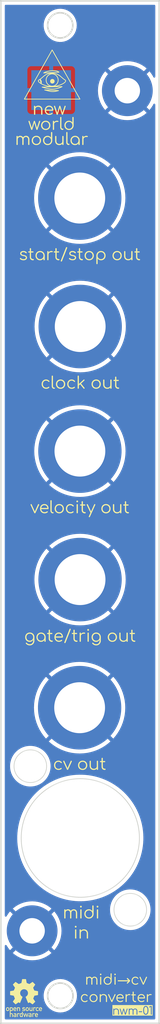
<source format=kicad_pcb>
(kicad_pcb (version 20240108) (generator "pcbnew") (generator_version "8.0")
  (layers (0 "F.Cu" signal) (31 "B.Cu" signal) (34 "B.Paste" user) (35 "F.Paste" user) (36 "B.SilkS" user "B.Silkscreen") (37 "F.SilkS" user "F.Silkscreen") (38 "B.Mask" user) (39 "F.Mask" user) (44 "Edge.Cuts" user))
  (net 0 "")
  (net 1 "GND")
  (footprint "MountingHole:MountingHole_3.2mm_M3_Pad_TopBottom" (layer "F.Cu") (at 160 44.77)
    (property "Reference" "H8" (hide yes))
    (property "Value" "PCB mount 1" (hide yes))
    (pad "1" thru_hole circle (at 0 0) (size 3.6 3.6) (drill 3.2) (layers "*.Cu" "*.Mask" "In1.Cu" "In2.Cu" "In3.Cu" "In4.Cu" "In5.Cu" "In6.Cu" "In7.Cu" "In8.Cu" "In9.Cu" "In10.Cu" "In11.Cu" "In12.Cu" "In13.Cu" "In14.Cu" "In15.Cu" "In16.Cu" "In17.Cu" "In18.Cu" "In19.Cu" "In20.Cu" "In21.Cu" "In22.Cu" "In23.Cu" "In24.Cu" "In25.Cu" "In26.Cu" "In27.Cu" "In28.Cu" "In29.Cu" "In30.Cu") (net 1 "GND"))
    (pad "1" connect circle (at 0 0) (size 6.4 6.4) (layers "F.Cu" "F.Mask") (net 1 "GND"))
    (pad "1" connect circle (at 0 0) (size 6.4 6.4) (layers "B.Cu" "B.Mask") (net 1 "GND"))
  )
  (footprint "MountingHole:MountingHole_6.4mm_M6_ISO7380_Pad_TopBottom" (layer "F.Cu") (at 154.04 106.194615)
    (property "Reference" "H6" (hide yes))
    (property "Value" "gate/trig out" (hide yes))
    (pad "1" thru_hole circle (at 0 0) (size 6.8 6.8) (drill 6.4) (layers "*.Cu" "*.Mask" "In1.Cu" "In2.Cu" "In3.Cu" "In4.Cu" "In5.Cu" "In6.Cu" "In7.Cu" "In8.Cu" "In9.Cu" "In10.Cu" "In11.Cu" "In12.Cu" "In13.Cu" "In14.Cu" "In15.Cu" "In16.Cu" "In17.Cu" "In18.Cu" "In19.Cu" "In20.Cu" "In21.Cu" "In22.Cu" "In23.Cu" "In24.Cu" "In25.Cu" "In26.Cu" "In27.Cu" "In28.Cu" "In29.Cu" "In30.Cu") (net 1 "GND"))
    (pad "1" connect circle (at 0 0) (size 10.5 10.5) (layers "F.Cu" "F.Mask") (net 1 "GND"))
    (pad "1" connect circle (at 0 0) (size 10.5 10.5) (layers "B.Cu" "B.Mask") (net 1 "GND"))
  )
  (footprint "MountingHole:MountingHole_6.4mm_M6_ISO7380_Pad_TopBottom" (layer "F.Cu") (at 153.986 122.290056)
    (property "Reference" "H7" (hide yes))
    (property "Value" "cv out" (hide yes))
    (pad "1" thru_hole circle (at 0 0) (size 6.8 6.8) (drill 6.4) (layers "*.Cu" "*.Mask" "In1.Cu" "In2.Cu" "In3.Cu" "In4.Cu" "In5.Cu" "In6.Cu" "In7.Cu" "In8.Cu" "In9.Cu" "In10.Cu" "In11.Cu" "In12.Cu" "In13.Cu" "In14.Cu" "In15.Cu" "In16.Cu" "In17.Cu" "In18.Cu" "In19.Cu" "In20.Cu" "In21.Cu" "In22.Cu" "In23.Cu" "In24.Cu" "In25.Cu" "In26.Cu" "In27.Cu" "In28.Cu" "In29.Cu" "In30.Cu") (net 1 "GND"))
    (pad "1" connect circle (at 0 0) (size 10.5 10.5) (layers "F.Cu" "F.Mask") (net 1 "GND"))
    (pad "1" connect circle (at 0 0) (size 10.5 10.5) (layers "B.Cu" "B.Mask") (net 1 "GND"))
  )
  (footprint "MountingHole:MountingHole_6.4mm_M6_ISO7380_Pad_TopBottom" (layer "F.Cu") (at 154.022 90.052279)
    (property "Reference" "H5" (hide yes))
    (property "Value" "velocity out" (hide yes))
    (pad "1" thru_hole circle (at 0 0) (size 6.8 6.8) (drill 6.4) (layers "*.Cu" "*.Mask" "In1.Cu" "In2.Cu" "In3.Cu" "In4.Cu" "In5.Cu" "In6.Cu" "In7.Cu" "In8.Cu" "In9.Cu" "In10.Cu" "In11.Cu" "In12.Cu" "In13.Cu" "In14.Cu" "In15.Cu" "In16.Cu" "In17.Cu" "In18.Cu" "In19.Cu" "In20.Cu" "In21.Cu" "In22.Cu" "In23.Cu" "In24.Cu" "In25.Cu" "In26.Cu" "In27.Cu" "In28.Cu" "In29.Cu" "In30.Cu") (net 1 "GND"))
    (pad "1" connect circle (at 0 0) (size 10.5 10.5) (layers "F.Cu" "F.Mask") (net 1 "GND"))
    (pad "1" connect circle (at 0 0) (size 10.5 10.5) (layers "B.Cu" "B.Mask") (net 1 "GND"))
  )
  (footprint "MountingHole:MountingHole_6.4mm_M6_ISO7380_Pad_TopBottom" (layer "F.Cu") (at 154.058 74.402336)
    (property "Reference" "H4" (hide yes))
    (property "Value" "clock out" (hide yes))
    (pad "1" thru_hole circle (at 0 0) (size 6.8 6.8) (drill 6.4) (layers "*.Cu" "*.Mask" "In1.Cu" "In2.Cu" "In3.Cu" "In4.Cu" "In5.Cu" "In6.Cu" "In7.Cu" "In8.Cu" "In9.Cu" "In10.Cu" "In11.Cu" "In12.Cu" "In13.Cu" "In14.Cu" "In15.Cu" "In16.Cu" "In17.Cu" "In18.Cu" "In19.Cu" "In20.Cu" "In21.Cu" "In22.Cu" "In23.Cu" "In24.Cu" "In25.Cu" "In26.Cu" "In27.Cu" "In28.Cu" "In29.Cu" "In30.Cu") (net 1 "GND"))
    (pad "1" connect circle (at 0 0) (size 10.5 10.5) (layers "F.Cu" "F.Mask") (net 1 "GND"))
    (pad "1" connect circle (at 0 0) (size 10.5 10.5) (layers "B.Cu" "B.Mask") (net 1 "GND"))
  )
  (footprint "MountingHole:MountingHole_6.4mm_M6_ISO7380_Pad_TopBottom" (layer "F.Cu") (at 154.004 58.26)
    (property "Reference" "H3" (hide yes))
    (property "Value" "start/stop out" (hide yes))
    (pad "1" thru_hole circle (at 0 0) (size 6.8 6.8) (drill 6.4) (layers "*.Cu" "*.Mask" "In1.Cu" "In2.Cu" "In3.Cu" "In4.Cu" "In5.Cu" "In6.Cu" "In7.Cu" "In8.Cu" "In9.Cu" "In10.Cu" "In11.Cu" "In12.Cu" "In13.Cu" "In14.Cu" "In15.Cu" "In16.Cu" "In17.Cu" "In18.Cu" "In19.Cu" "In20.Cu" "In21.Cu" "In22.Cu" "In23.Cu" "In24.Cu" "In25.Cu" "In26.Cu" "In27.Cu" "In28.Cu" "In29.Cu" "In30.Cu") (net 1 "GND"))
    (pad "1" connect circle (at 0 0) (size 10.5 10.5) (layers "F.Cu" "F.Mask") (net 1 "GND"))
    (pad "1" connect circle (at 0 0) (size 10.5 10.5) (layers "B.Cu" "B.Mask") (net 1 "GND"))
  )
  (footprint "MountingHole:MountingHole_3.2mm_M3_Pad_TopBottom" (layer "F.Cu") (at 148 150.32)
    (property "Reference" "H9" (hide yes))
    (property "Value" "PCB mount 2" (hide yes))
    (pad "1" thru_hole circle (at 0 0) (size 3.6 3.6) (drill 3.2) (layers "*.Cu" "*.Mask" "In1.Cu" "In2.Cu" "In3.Cu" "In4.Cu" "In5.Cu" "In6.Cu" "In7.Cu" "In8.Cu" "In9.Cu" "In10.Cu" "In11.Cu" "In12.Cu" "In13.Cu" "In14.Cu" "In15.Cu" "In16.Cu" "In17.Cu" "In18.Cu" "In19.Cu" "In20.Cu" "In21.Cu" "In22.Cu" "In23.Cu" "In24.Cu" "In25.Cu" "In26.Cu" "In27.Cu" "In28.Cu" "In29.Cu" "In30.Cu") (net 1 "GND"))
    (pad "1" connect circle (at 0 0) (size 6.4 6.4) (layers "F.Cu" "F.Mask") (net 1 "GND"))
    (pad "1" connect circle (at 0 0) (size 6.4 6.4) (layers "B.Cu" "B.Mask") (net 1 "GND"))
  )
  (footprint "Connector_Wire:SolderWirePad_1x01_SMD_5x10mm" (layer "B.Cu") (at 150.4 44.7 180)
    (property "Reference" "J1" (hide yes))
    (property "Value" "GND" (hide yes))
    (pad "1" smd rect (at 0 0 180) (size 5 5) (layers "B.Cu" "B.Paste" "B.Mask") (net 1 "GND"))
  )
  (gr_poly (pts (xy 155.808684 158.268546) (xy 155.875124 158.28087) (xy 155.937913 158.301409) (xy 155.99705 158.330164) (xy 156.051345 158.366222) (xy 156.099607 158.40867) (xy 156.141837 158.457508) (xy 156.178034 158.512736) (xy 156.207206 158.572726) (xy 156.228043 158.63617) (xy 156.240545 158.703066) (xy 156.244712 158.773416) (xy 156.240604 158.843726) (xy 156.228281 158.910503) (xy 156.207741 158.973748) (xy 156.178986 159.033461) (xy 156.143147 159.088134) (xy 156.101036 159.136575) (xy 156.052655 159.178784) (xy 155.998002 159.214763) (xy 155.938448 159.243518) (xy 155.875362 159.264057) (xy 155.808743 159.276381) (xy 155.738592 159.280489) (xy 155.668441 159.276381) (xy 155.601822 159.264057) (xy 155.538736 159.243518) (xy 155.479182 159.214763) (xy 155.424529 159.178784) (xy 155.376148 159.136575) (xy 155.334037 159.088134) (xy 155.298198 159.033461) (xy 155.269582 158.973748) (xy 155.249142 158.910503) (xy 155.236878 158.843726) (xy 155.23279 158.773416) (xy 155.369321 158.773416) (xy 155.374003 158.838476) (xy 155.38997 158.905386) (xy 155.417266 158.967418) (xy 155.454724 159.022404) (xy 155.500736 159.06861) (xy 155.549988 159.102997) (xy 155.610523 159.130836) (xy 155.67556 159.14712) (xy 155.738592 159.151895) (xy 155.802505 159.14712) (xy 155.867794 159.130836) (xy 155.927832 159.102997) (xy 155.981146 159.064772) (xy 156.025831 159.017768) (xy 156.058965 158.967418) (xy 156.085901 158.905386) (xy 156.101655 158.838476) (xy 156.106275 158.773416) (xy 156.101655 158.707383) (xy 156.085901 158.639903) (xy 156.058965 158.577826) (xy 156.022125 158.522697) (xy 155.976656 158.476498) (xy 155.927832 158.442247) (xy 155.867794 158.414227) (xy 155.802505 158.397838) (xy 155.738592 158.393032) (xy 155.669462 158.398848) (xy 155.604834 158.416294) (xy 155.549988 158.442247) (xy 155.496199 158.480329) (xy 155.450965 158.52734) (xy 155.417266 158.577826) (xy 155.38997 158.639903) (xy 155.374003 158.707383) (xy 155.369321 158.773416) (xy 155.23279 158.773416) (xy 155.236878 158.703066) (xy 155.249142 158.63617) (xy 155.269582 158.572726) (xy 155.298198 158.512736) (xy 155.334037 158.457508) (xy 155.376148 158.40867) (xy 155.424529 158.366222) (xy 155.479182 158.330164) (xy 155.538736 158.301409) (xy 155.601822 158.28087) (xy 155.668441 158.268546) (xy 155.738592 158.264438)) (fill solid) (layer "F.SilkS"))
  (gr_poly (pts (xy 156.311982 147.190267) (xy 156.320517 147.197823) (xy 156.353399 147.266051) (xy 156.354222 147.28172) (xy 156.331971 147.352175) (xy 156.320517 147.365618) (xy 156.253563 147.399215) (xy 156.238818 147.400056) (xy 156.168425 147.375539) (xy 156.157851 147.365618) (xy 156.126041 147.29681) (xy 156.125245 147.28172) (xy 156.147496 147.210596) (xy 156.15895 147.197823) (xy 156.226261 147.16637) (xy 156.241016 147.165583)) (fill solid) (layer "F.SilkS"))
  (gr_poly (pts (xy 148.67275 159.918987) (xy 148.679344 159.919286) (xy 148.68585 159.919778) (xy 148.692269 159.920461) (xy 148.704844 159.922381) (xy 148.717066 159.925016) (xy 148.728934 159.928333) (xy 148.740446 159.932301) (xy 148.751601 159.936889) (xy 148.762397 159.942065) (xy 148.772833 159.947799) (xy 148.782906 159.954059) (xy 148.792616 159.960813) (xy 148.801961 159.96803) (xy 148.810939 159.975679) (xy 148.819549 159.983729) (xy 148.827788 159.992148) (xy 148.835656 160.000905) (xy 148.765769 160.063346) (xy 148.761288 160.05803) (xy 148.756572 160.052928) (xy 148.751628 160.048059) (xy 148.746464 160.04344) (xy 148.741086 160.039088) (xy 148.735501 160.035022) (xy 148.729717 160.031259) (xy 148.72374 160.027816) (xy 148.717578 160.024713) (xy 148.711236 160.021965) (xy 148.704724 160.019592) (xy 148.698046 160.01761) (xy 148.691211 160.016038) (xy 148.684226 160.014893) (xy 148.677097 160.014193) (xy 148.669832 160.013956) (xy 148.655701 160.014473) (xy 148.642334 160.016039) (xy 148.635943 160.017223) (xy 148.62975 160.018678) (xy 148.623758 160.020407) (xy 148.61797 160.022413) (xy 148.612388 160.024699) (xy 148.607015 160.027267) (xy 148.601853 160.030121) (xy 148.596905 160.033263) (xy 148.592173 160.036697) (xy 148.58766 160.040425) (xy 148.583369 160.04445) (xy 148.579302 160.048775) (xy 148.575461 160.053403) (xy 148.57185 160.058337) (xy 148.56847 160.063579) (xy 148.565325 160.069134) (xy 148.562416 160.075003) (xy 148.559747 160.081189) (xy 148.55732 160.087696) (xy 148.555138 160.094526) (xy 148.553203 160.101682) (xy 148.551517 160.109167) (xy 148.550084 160.116984) (xy 148.548906 160.125136) (xy 148.547324 160.142456) (xy 148.546792 160.161151) (xy 148.546925 160.170593) (xy 148.547324 160.179693) (xy 148.547985 160.188455) (xy 148.548907 160.196881) (xy 148.550086 160.204975) (xy 148.55152 160.212737) (xy 148.553206 160.220172) (xy 148.555142 160.227283) (xy 148.557325 160.234071) (xy 148.559753 160.240539) (xy 148.562422 160.246691) (xy 148.565332 160.252529) (xy 148.568478 160.258055) (xy 148.571858 160.263273) (xy 148.57547 160.268185) (xy 148.579311 160.272794) (xy 148.583379 160.277102) (xy 148.587671 160.281113) (xy 148.592184 160.284829) (xy 148.596916 160.288252) (xy 148.601865 160.291386) (xy 148.607027 160.294234) (xy 148.6124 160.296797) (xy 148.617981 160.299079) (xy 148.623769 160.301082) (xy 148.62976 160.302809) (xy 148.635951 160.304263) (xy 148.642341 160.305446) (xy 148.648927 160.306362) (xy 148.655705 160.307013) (xy 148.662675 160.307401) (xy 148.669832 160.30753) (xy 148.673481 160.307471) (xy 148.677097 160.307293) (xy 148.680678 160.307) (xy 148.684225 160.306593) (xy 148.691209 160.305448) (xy 148.698043 160.303876) (xy 148.704718 160.301895) (xy 148.71123 160.299521) (xy 148.717569 160.296774) (xy 148.72373 160.29367) (xy 148.729706 160.290228) (xy 148.73549 160.286465) (xy 148.741074 160.282398) (xy 148.746453 160.278047) (xy 148.751619 160.273427) (xy 148.756564 160.268558) (xy 148.761283 160.263457) (xy 148.765769 160.258141) (xy 148.835656 160.320581) (xy 148.827793 160.329324) (xy 148.819557 160.337732) (xy 148.810951 160.345772) (xy 148.801976 160.353414) (xy 148.792633 160.360626) (xy 148.782925 160.367376) (xy 148.772852 160.373633) (xy 148.762417 160.379365) (xy 148.751621 160.38454) (xy 148.740465 160.389128) (xy 148.728951 160.393097) (xy 148.717081 160.396415) (xy 148.704856 160.39905) (xy 148.692278 160.400971) (xy 148.679348 160.402147) (xy 148.666069 160.402546) (xy 148.645697 160.40173) (xy 148.62556 160.399248) (xy 148.605809 160.39505) (xy 148.58659 160.389084) (xy 148.577228 160.385422) (xy 148.568054 160.381299) (xy 148.559089 160.376709) (xy 148.550349 160.371646) (xy 148.541855 160.366102) (xy 148.533624 160.360073) (xy 148.525676 160.35355) (xy 148.518028 160.346529) (xy 148.5107 160.339003) (xy 148.503709 160.330964) (xy 148.497075 160.322408) (xy 148.490817 160.313327) (xy 148.484952 160.303716) (xy 148.479499 160.293568) (xy 148.474478 160.282876) (xy 148.469906 160.271635) (xy 148.465802 160.259837) (xy 148.462186 160.247477) (xy 148.459074 160.234548) (xy 148.456487 160.221044) (xy 148.454442 160.206959) (xy 148.452958 160.192286) (xy 148.452054 160.177019) (xy 148.451749 160.161151) (xy 148.452054 160.145209) (xy 148.452958 160.129872) (xy 148.454442 160.115133) (xy 148.456487 160.100986) (xy 148.459074 160.087424) (xy 148.462186 160.074442) (xy 148.465802 160.062031) (xy 148.469906 160.050187) (xy 148.474478 160.038903) (xy 148.479499 160.028171) (xy 148.484952 160.017986) (xy 148.490817 160.008341) (xy 148.497075 159.999229) (xy 148.503709 159.990645) (xy 148.5107 159.982582) (xy 148.518028 159.975032) (xy 148.525676 159.967991) (xy 148.533624 159.96145) (xy 148.541855 159.955404) (xy 148.550349 159.949847) (xy 148.559089 159.944771) (xy 148.568054 159.940171) (xy 148.577228 159.93604) (xy 148.58659 159.932371) (xy 148.596124 159.929157) (xy 148.605809 159.926394) (xy 148.615627 159.924073) (xy 148.62556 159.922189) (xy 148.63559 159.920734) (xy 148.645697 159.919704) (xy 148.666069 159.918887)) (stroke (width -0.000001)) (fill solid) (layer "F.SilkS"))
  (gr_poly (pts (xy 151.88495 50.452421) (xy 151.889263 50.452691) (xy 151.893479 50.45314) (xy 151.897595 50.45377) (xy 151.901614 50.454579) (xy 151.905534 50.455569) (xy 151.909355 50.456738) (xy 151.913079 50.458087) (xy 151.916703 50.459616) (xy 151.92023 50.461325) (xy 151.923657 50.463214) (xy 151.926987 50.465283) (xy 151.930218 50.467532) (xy 151.933351 50.46996) (xy 151.936385 50.472569) (xy 151.939321 50.475357) (xy 151.942117 50.478031) (xy 151.944733 50.480819) (xy 151.947169 50.483722) (xy 151.949424 50.48674) (xy 151.951499 50.489871) (xy 151.953393 50.493118) (xy 151.955107 50.496478) (xy 151.95664 50.499954) (xy 151.957994 50.503543) (xy 151.959166 50.507247) (xy 151.960159 50.511066) (xy 151.96097 50.514999) (xy 151.961602 50.519047) (xy 151.962053 50.523209) (xy 151.962324 50.527486) (xy 151.962414 50.531877) (xy 151.962414 51.515729) (xy 151.962324 51.520128) (xy 151.962053 51.524429) (xy 151.961602 51.528632) (xy 151.96097 51.532737) (xy 151.960159 51.536744) (xy 151.959166 51.540652) (xy 151.957994 51.544463) (xy 151.95664 51.548175) (xy 151.955107 51.551789) (xy 151.953393 51.555305) (xy 151.951499 51.558723) (xy 151.949424 51.562043) (xy 151.947169 51.565264) (xy 151.944733 51.568388) (xy 151.942117 51.571413) (xy 151.939321 51.57434) (xy 151.936385 51.577129) (xy 151.933351 51.579737) (xy 151.930218 51.582166) (xy 151.926987 51.584414) (xy 151.923657 51.586483) (xy 151.92023 51.588372) (xy 151.916703 51.590081) (xy 151.913079 51.591611) (xy 151.909355 51.59296) (xy 151.905534 51.594129) (xy 151.901614 51.595119) (xy 151.897595 51.595928) (xy 151.893479 51.596558) (xy 151.889263 51.597008) (xy 151.88495 51.597278) (xy 151.880538 51.597368) (xy 151.876126 51.597278) (xy 151.871812 51.597008) (xy 151.867597 51.596558) (xy 151.86348 51.595928) (xy 151.859462 51.595119) (xy 151.855542 51.594129) (xy 151.851721 51.59296) (xy 151.847998 51.591611) (xy 151.844373 51.590081) (xy 151.840847 51.588372) (xy 151.837419 51.586483) (xy 151.83409 51.584414) (xy 151.830859 51.582166) (xy 151.827726 51.579737) (xy 151.824692 51.577129) (xy 151.821756 51.57434) (xy 151.819214 51.571413) (xy 151.816836 51.568388) (xy 151.814621 51.565264) (xy 151.812571 51.562043) (xy 151.810685 51.558723) (xy 151.808963 51.555305) (xy 151.807405 51.551789) (xy 151.806011 51.548175) (xy 151.804781 51.544463) (xy 151.803715 51.540652) (xy 151.802812 51.536744) (xy 151.802074 51.532737) (xy 151.8015 51.528632) (xy 151.80109 51.524429) (xy 151.800844 51.520128) (xy 151.800762 51.515729) (xy 151.800762 51.444556) (xy 151.791987 51.454107) (xy 151.782983 51.463396) (xy 151.773749 51.472423) (xy 151.764286 51.481189) (xy 151.754592 51.489693) (xy 151.744669 51.497935) (xy 151.734517 51.505916) (xy 151.724135 51.513635) (xy 151.713523 51.521093) (xy 151.702682 51.528289) (xy 151.691611 51.535223) (xy 151.680311 51.541895) (xy 151.66878 51.548306) (xy 151.657021 51.554455) (xy 151.645031 51.560342) (xy 151.632812 51.565968) (xy 151.620413 51.571291) (xy 151.607882 51.576271) (xy 151.59522 51.580907) (xy 151.582427 51.5852) (xy 151.569503 51.58915) (xy 151.556448 51.592756) (xy 151.543261 51.596018) (xy 151.529943 51.598938) (xy 151.516494 51.601513) (xy 151.502914 51.603746) (xy 151.489202 51.605634) (xy 151.475359 51.60718) (xy 151.461385 51.608382) (xy 151.44728 51.609241) (xy 151.433044 51.609756) (xy 151.418676 51.609927) (xy 151.400159 51.609682) (xy 151.381872 51.608946) (xy 151.363814 51.60772) (xy 151.345986 51.606002) (xy 151.328387 51.603795) (xy 151.311018 51.601096) (xy 151.293879 51.597907) (xy 151.276969 51.594228) (xy 151.260289 51.590057) (xy 151.243838 51.585397) (xy 151.227617 51.580245) (xy 151.211626 51.574603) (xy 151.195864 51.56847) (xy 151.180332 51.561847) (xy 151.16503 51.554733) (xy 151.149957 51.547129) (xy 151.135458 51.539058) (xy 151.121353 51.530546) (xy 151.107641 51.521592) (xy 151.094324 51.512196) (xy 151.081399 51.502359) (xy 151.068869 51.492081) (xy 151.056732 51.481361) (xy 151.044988 51.470199) (xy 151.033639 51.458596) (xy 151.022682 51.446551) (xy 151.01212 51.434065) (xy 151.001951 51.421137) (xy 150.992176 51.407768) (xy 150.982794 51.393957) (xy 150.973806 51.379705) (xy 150.965212 51.36501) (xy 150.957077 51.349654) (xy 150.949467 51.333938) (xy 150.942382 51.317862) (xy 150.935821 51.301426) (xy 150.929785 51.284631) (xy 150.924275 51.267475) (xy 150.919289 51.24996) (xy 150.914827 51.232085) (xy 150.910891 51.213851) (xy 150.90748 51.195256) (xy 150.904593 51.176302) (xy 150.902231 51.156988) (xy 150.900394 51.137315) (xy 150.899082 51.117281) (xy 150.898295 51.096888) (xy 150.898032 51.076135) (xy 150.898032 50.531877) (xy 150.898122 50.527731) (xy 150.898393 50.523667) (xy 150.898844 50.519685) (xy 150.899476 50.515784) (xy 150.900287 50.511965) (xy 150.90128 50.508228) (xy 150.902452 50.504573) (xy 150.903806 50.501) (xy 150.905339 50.497508) (xy 150.907053 50.494099) (xy 150.908947 50.490771) (xy 150.911022 50.487524) (xy 150.913277 50.48436) (xy 150.915713 50.481277) (xy 150.918329 50.478276) (xy 150.921125 50.475357) (xy 150.924053 50.472569) (xy 150.927063 50.46996) (xy 150.930155 50.467532) (xy 150.933328 50.465283) (xy 150.936584 50.463214) (xy 150.939922 50.461325) (xy 150.943341 50.459616) (xy 150.946843 50.458087) (xy 150.950427 50.456738) (xy 150.954092 50.455569) (xy 150.95784 50.454579) (xy 150.961669 50.45377) (xy 150.965581 50.45314) (xy 150.969575 50.452691) (xy 150.97365 50.452421) (xy 150.977808 50.452331) (xy 150.98222 50.452421) (xy 150.986534 50.452691) (xy 150.990749 50.45314) (xy 150.994866 50.45377) (xy 150.998884 50.454579) (xy 151.002804 50.455569) (xy 151.006626 50.456738) (xy 151.010349 50.458087) (xy 151.013973 50.459616) (xy 151.0175 50.461325) (xy 151.020928 50.463214) (xy 151.024257 50.465283) (xy 151.027488 50.467532) (xy 151.030621 50.46996) (xy 151.033655 50.472569) (xy 151.036591 50.475357) (xy 151.039387 50.478276) (xy 151.042003 50.481277) (xy 151.044439 50.48436) (xy 151.046694 50.487524) (xy 151.048769 50.490771) (xy 151.050663 50.494099) (xy 151.052377 50.497508) (xy 151.053911 50.501) (xy 151.055264 50.504573) (xy 151.056437 50.508228) (xy 151.057429 50.511965) (xy 151.058241 50.515784) (xy 151.058872 50.519685) (xy 151.059324 50.523667) (xy 151.059594 50.527731) (xy 151.059684 50.531877) (xy 151.059684 51.076136) (xy 151.060086 51.09908) (xy 151.061292 51.121338) (xy 151.063301 51.142909) (xy 151.066114 51.163793) (xy 151.06973 51.18399) (xy 151.07415 51.2035) (xy 151.079374 51.222324) (xy 151.085401 51.24046) (xy 151.092233 51.25791) (xy 151.099867 51.274673) (xy 151.108306 51.290749) (xy 151.117548 51.306138) (xy 151.127594 51.32084) (xy 151.138443 51.334856) (xy 151.150096 51.348184) (xy 151.162553 51.360826) (xy 151.17592 51.372486) (xy 151.189779 51.383394) (xy 151.20413 51.39355) (xy 151.218974 51.402953) (xy 151.234309 51.411604) (xy 151.250136 51.419503) (xy 151.266456 51.42665) (xy 151.283267 51.433044) (xy 151.30057 51.438686) (xy 151.318366 51.443576) (xy 151.336653 51.447714) (xy 151.355433 51.451099) (xy 151.374704 51.453732) (xy 151.394468 51.455613) (xy 151.414723 51.456741) (xy 151.435471 51.457117) (xy 151.448248 51.456962) (xy 151.46086 51.456496) (xy 151.473309 51.455719) (xy 151.485594 51.454631) (xy 151.497714 51.453233) (xy 151.509671 51.451524) (xy 151.521464 51.449504) (xy 151.533092 51.447174) (xy 151.544557 51.444533) (xy 151.555857 51.441581) (xy 151.566994 51.438318) (xy 151.577966 51.434745) (xy 151.588775 51.430861) (xy 151.599419 51.426666) (xy 151.6099 51.422161) (xy 151.620216 51.417344) (xy 151.630573 51.412258) (xy 151.640652 51.406943) (xy 151.650452 51.401399) (xy 151.659973 51.395626) (xy 151.669215 51.389625) (xy 151.678178 51.383394) (xy 151.686863 51.376934) (xy 151.695269 51.370245) (xy 151.703396 51.363327) (xy 151.711244 51.356181) (xy 151.718813 51.348805) (xy 151.726103 51.3412) (xy 151.733115 51.333367) (xy 151.739848 51.325304) (xy 151.746302 51.317013) (xy 151.752477 51.308492) (xy 151.758324 51.299538) (xy 151.763794 51.29047) (xy 151.768886 51.281288) (xy 151.773602 51.271991) (xy 151.77794 51.262579) (xy 151.781901 51.253053) (xy 151.785484 51.243412) (xy 151.788691 51.233657) (xy 151.79152 51.223788) (xy 151.793972 51.213804) (xy 151.796047 51.203705) (xy 151.797744 51.193492) (xy 151.799065 51.183164) (xy 151.800008 51.172723) (xy 151.800574 51.162166) (xy 151.800762 51.151495) (xy 151.800762 50.531877) (xy 151.800844 50.527486) (xy 151.80109 50.523209) (xy 151.8015 50.519047) (xy 151.802074 50.514999) (xy 151.802812 50.511066) (xy 151.803715 50.507247) (xy 151.804781 50.503543) (xy 151.806011 50.499954) (xy 151.807405 50.496478) (xy 151.808963 50.493118) (xy 151.810685 50.489871) (xy 151.812571 50.48674) (xy 151.814621 50.483722) (xy 151.816836 50.480819) (xy 151.819214 50.478031) (xy 151.821756 50.475357) (xy 151.824692 50.472569) (xy 151.827726 50.46996) (xy 151.830859 50.467532) (xy 151.83409 50.465283) (xy 151.837419 50.463214) (xy 151.840847 50.461325) (xy 151.844373 50.459616) (xy 151.847998 50.458087) (xy 151.851721 50.456738) (xy 151.855542 50.455569) (xy 151.859462 50.454579) (xy 151.86348 50.45377) (xy 151.867597 50.45314) (xy 151.871812 50.452691) (xy 151.876126 50.452421) (xy 151.880538 50.452331)) (stroke (width -0.000001)) (fill solid) (layer "F.SilkS"))
  (gr_poly (pts (xy 153.548238 151.28) (xy 153.490352 151.303448) (xy 153.431734 151.28) (xy 153.408653 151.219916) (xy 153.408653 150.214613) (xy 153.431734 150.154896) (xy 153.490352 150.131082) (xy 153.548238 150.154896) (xy 153.57022 150.214613) (xy 153.57022 151.219916)) (fill solid) (layer "F.SilkS"))
  (gr_poly (pts (xy 145.83395 159.919112) (xy 145.843594 159.919785) (xy 145.853129 159.920899) (xy 145.862539 159.922448) (xy 145.871812 159.924427) (xy 145.880933 159.926829) (xy 145.889888 159.929648) (xy 145.898664 159.932878) (xy 145.907245 159.936514) (xy 145.915619 159.94055) (xy 145.923771 159.944979) (xy 145.931687 159.949796) (xy 145.939354 159.954994) (xy 145.946757 159.960568) (xy 145.953882 159.966511) (xy 145.960715 159.972819) (xy 145.967242 159.979484) (xy 145.97345 159.986501) (xy 145.979324 159.993863) (xy 145.98485 160.001566) (xy 145.990015 160.009603) (xy 145.994804 160.017967) (xy 145.999203 160.026654) (xy 146.003199 160.035656) (xy 146.006777 160.044969) (xy 146.009923 160.054586) (xy 146.012624 160.064501) (xy 146.014865 160.074708) (xy 146.016632 160.085201) (xy 146.017912 160.095975) (xy 146.01869 160.107023) (xy 146.018952 160.11834) (xy 146.018952 160.196621) (xy 145.724483 160.196621) (xy 145.724621 160.203761) (xy 145.725033 160.210678) (xy 145.725711 160.21737) (xy 145.726652 160.223838) (xy 145.72785 160.230081) (xy 145.729299 160.2361) (xy 145.730993 160.241894) (xy 145.732928 160.247462) (xy 145.735097 160.252806) (xy 145.737496 160.257924) (xy 145.740119 160.262816) (xy 145.74296 160.267482) (xy 145.746015 160.271923) (xy 145.749276 160.276138) (xy 145.75274 160.280126) (xy 145.756401 160.283888) (xy 145.760252 160.287423) (xy 145.76429 160.290731) (xy 145.768508 160.293812) (xy 145.7729 160.296667) (xy 145.777462 160.299293) (xy 145.782188 160.301693) (xy 145.787072 160.303864) (xy 145.792109 160.305808) (xy 145.797294 160.307524) (xy 145.802621 160.309011) (xy 145.808084 160.310271) (xy 145.813679 160.311301) (xy 145.819399 160.312103) (xy 145.82524 160.312676) (xy 145.831196 160.31302) (xy 145.837261 160.313135) (xy 145.844103 160.312939) (xy 145.850991 160.312357) (xy 145.857903 160.311395) (xy 145.864819 160.31006) (xy 145.871719 160.308359) (xy 145.878581 160.306299) (xy 145.885386 160.303887) (xy 145.892113 160.301129) (xy 145.898742 160.298033) (xy 145.905252 160.294605) (xy 145.911623 160.290852) (xy 145.917834 160.286782) (xy 145.923865 160.2824) (xy 145.929695 160.277713) (xy 145.935304 160.27273) (xy 145.940671 160.267455) (xy 146.009637 160.326133) (xy 146.000739 160.335898) (xy 145.99153 160.344934) (xy 145.982027 160.353255) (xy 145.972246 160.360874) (xy 145.962202 160.367805) (xy 145.951914 160.374062) (xy 145.941396 160.379658) (xy 145.930665 160.384607) (xy 145.919738 160.388923) (xy 145.90863 160.392619) (xy 145.897357 160.395709) (xy 145.885937 160.398207) (xy 145.874385 160.400126) (xy 145.862718 160.40148) (xy 145.850952 160.402282) (xy 145.839103 160.402546) (xy 145.820777 160.401975) (xy 145.80227 160.400164) (xy 145.783767 160.396966) (xy 145.765459 160.392233) (xy 145.747532 160.385818) (xy 145.738771 160.381934) (xy 145.730176 160.377574) (xy 145.721771 160.37272) (xy 145.713579 160.367353) (xy 145.705624 160.361456) (xy 145.69793 160.355009) (xy 145.690519 160.347994) (xy 145.683416 160.340393) (xy 145.676644 160.332188) (xy 145.670226 160.32336) (xy 145.664187 160.31389) (xy 145.658549 160.30376) (xy 145.653336 160.292952) (xy 145.648572 160.281448) (xy 145.64428 160.269229) (xy 145.640484 160.256276) (xy 145.637208 160.242571) (xy 145.634474 160.228096) (xy 145.632307 160.212832) (xy 145.63073 160.196761) (xy 145.629767 160.179865) (xy 145.62944 160.162125) (xy 145.62974 160.145277) (xy 145.630624 160.129143) (xy 145.631635 160.118366) (xy 145.724483 160.118366) (xy 145.923909 160.118366) (xy 145.923537 160.111733) (xy 145.922944 160.105297) (xy 145.922137 160.099061) (xy 145.921118 160.093023) (xy 145.919892 160.087186) (xy 145.918464 160.081551) (xy 145.916838 160.076117) (xy 145.915018 160.070886) (xy 145.913008 160.065859) (xy 145.910812 160.061037) (xy 145.908435 160.05642) (xy 145.905881 160.052009) (xy 145.903155 160.047805) (xy 145.90026 160.043809) (xy 145.897201 160.040022) (xy 145.893982 160.036444) (xy 145.890607 160.033077) (xy 145.887081 160.02992) (xy 145.883408 160.026976) (xy 145.879592 160.024245) (xy 145.875637 160.021727) (xy 145.871548 160.019424) (xy 145.867329 160.017337) (xy 145.862985 160.015465) (xy 145.858518 160.013811) (xy 145.853935 160.012375) (xy 145.849238 160.011157) (xy 145.844433 160.010159) (xy 145.839523 160.009381) (xy 145.834513 160.008824) (xy 145.829407 160.008489) (xy 145.824209 160.008378) (xy 145.819009 160.008489) (xy 145.813895 160.008824) (xy 145.808873 160.009381) (xy 145.803947 160.010159) (xy 145.799122 160.011157) (xy 145.794403 160.012375) (xy 145.789794 160.013811) (xy 145.785301 160.015465) (xy 145.780927 160.017337) (xy 145.776679 160.019424) (xy 145.77256 160.021727) (xy 145.768576 160.024245) (xy 145.764731 160.026976) (xy 145.76103 160.02992) (xy 145.757477 160.033076) (xy 145.754079 160.036444) (xy 145.750838 160.040022) (xy 145.747761 160.043809) (xy 145.744852 160.047805) (xy 145.742115 160.052009) (xy 145.739556 160.05642) (xy 145.737179 160.061037) (xy 145.734989 160.065859) (xy 145.73299 160.070886) (xy 145.731189 160.076117) (xy 145.729588 160.081551) (xy 145.728194 160.087186) (xy 145.727011 160.093023) (xy 145.726044 160.099061) (xy 145.725297 160.105297) (xy 145.724775 160.111733) (xy 145.724483 160.118366) (xy 145.631635 160.118366) (xy 145.632072 160.113712) (xy 145.634062 160.098971) (xy 145.636574 160.084909) (xy 145.639586 160.071515) (xy 145.643077 160.058775) (xy 145.647026 160.046679) (xy 145.651411 160.035215) (xy 145.656213 160.024371) (xy 145.661409 160.014136) (xy 145.666978 160.004497) (xy 145.672899 159.995442) (xy 145.679152 159.986961) (xy 145.685714 159.979041) (xy 145.692565 159.971671) (xy 145.699684 159.964838) (xy 145.70705 159.958532) (xy 145.71464 159.952739) (xy 145.722435 159.947449) (xy 145.730413 159.94265) (xy 145.738553 159.93833) (xy 145.746834 159.934477) (xy 145.755235 159.93108) (xy 145.763734 159.928126) (xy 145.77231 159.925604) (xy 145.780943 159.923503) (xy 145.78961 159.92181) (xy 145.806967 159.919602) (xy 145.824209 159.918887)) (stroke (width -0.000001)) (fill solid) (layer "F.SilkS"))
  (gr_poly (pts (xy 150.58855 42.587667) (xy 150.66786 42.592223) (xy 150.743534 42.599643) (xy 150.815748 42.609785) (xy 150.884678 42.622507) (xy 150.9505 42.637667) (xy 151.01339 42.655122) (xy 151.073526 42.674732) (xy 151.131083 42.696354) (xy 151.186238 42.719846) (xy 151.239167 42.745066) (xy 151.290046 42.771873) (xy 151.386361 42.829676) (xy 151.476595 42.89212) (xy 151.562157 42.95807) (xy 151.644459 43.026389) (xy 151.804925 43.165592) (xy 151.885911 43.234206) (xy 151.96928 43.300645) (xy 152.056443 43.363776) (xy 152.14881 43.422461) (xy 152.181249 43.44518) (xy 152.205091 43.469913) (xy 152.220655 43.496482) (xy 152.228259 43.524706) (xy 152.228223 43.554407) (xy 152.220866 43.585404) (xy 152.206507 43.61752) (xy 152.185465 43.650573) (xy 152.15806 43.684384) (xy 152.124611 43.718776) (xy 152.085436 43.753566) (xy 152.040855 43.788578) (xy 151.991187 43.82363) (xy 151.936751 43.858544) (xy 151.877866 43.89314) (xy 151.814852 43.92724) (xy 151.748028 43.960662) (xy 151.677712 43.993228) (xy 151.527883 44.055075) (xy 151.367919 44.111345) (xy 151.284934 44.13694) (xy 151.200372 44.160603) (xy 151.114553 44.182153) (xy 151.027796 44.201413) (xy 150.940421 44.218201) (xy 150.852745 44.23234) (xy 150.765088 44.243649) (xy 150.67777 44.251948) (xy 150.59111 44.25706) (xy 150.505426 44.258804) (xy 150.333082 44.251948) (xy 150.158107 44.23234) (xy 149.983056 44.201413) (xy 149.81048 44.160603) (xy 149.642934 44.111345) (xy 149.482969 44.055075) (xy 149.33314 43.993228) (xy 149.196 43.92724) (xy 149.074101 43.858544) (xy 148.969998 43.788578) (xy 148.886242 43.718776) (xy 148.852792 43.684384) (xy 148.825387 43.650573) (xy 148.804345 43.61752) (xy 148.789986 43.585404) (xy 148.782629 43.554407) (xy 148.782593 43.524706) (xy 148.790197 43.496482) (xy 148.805761 43.469913) (xy 148.829602 43.44518) (xy 148.862042 43.422461) (xy 148.917358 43.388812) (xy 148.970131 43.354536) (xy 149.068962 43.284549) (xy 149.160367 43.213387) (xy 149.246174 43.14194) (xy 149.408317 43.001751) (xy 149.488313 42.934787) (xy 149.570033 42.871096) (xy 149.655305 42.811567) (xy 149.699846 42.783642) (xy 149.745961 42.75709) (xy 149.793879 42.732024) (xy 149.84383 42.708554) (xy 149.896041 42.686792) (xy 149.950742 42.666848) (xy 150.008161 42.648835) (xy 150.068528 42.632862) (xy 150.13207 42.619042) (xy 150.199017 42.607485) (xy 150.269597 42.598303) (xy 150.34404 42.591607) (xy 150.422573 42.587508) (xy 150.505426 42.586117)) (stroke (width 0.095205) (color 255 255 255 1)) (fill none) (layer "F.SilkS"))
  (gr_poly (pts (xy 154.695703 158.268717) (xy 154.760567 158.281554) (xy 154.821245 158.302949) (xy 154.877738 158.332903) (xy 154.930044 158.371414) (xy 154.978164 158.418483) (xy 154.99624 158.439707) (xy 155.010846 158.478126) (xy 154.97973 158.529246) (xy 154.94512 158.540042) (xy 154.892413 158.512736) (xy 154.846206 158.469161) (xy 154.792342 158.433252) (xy 154.772074 158.423196) (xy 154.707545 158.401545) (xy 154.641526 158.393297) (xy 154.626652 158.393032) (xy 154.560441 158.398735) (xy 154.494031 158.417965) (xy 154.448208 158.441295) (xy 154.394583 158.482983) (xy 154.35087 158.535656) (xy 154.327235 158.576874) (xy 154.303011 158.639493) (xy 154.288843 158.70729) (xy 154.284688 158.773416) (xy 154.289122 158.838476) (xy 154.304242 158.905386) (xy 154.330092 158.967418) (xy 154.365623 159.022404) (xy 154.409783 159.06861) (xy 154.457416 159.102997) (xy 154.516512 159.130836) (xy 154.581161 159.14712) (xy 154.644751 159.151895) (xy 154.714088 159.147013) (xy 154.776361 159.132367) (xy 154.837973 159.104221) (xy 154.879712 159.073786) (xy 154.928927 159.053782) (xy 154.968934 159.068388) (xy 154.994335 159.11792) (xy 154.976237 159.157927) (xy 154.924628 159.199579) (xy 154.868153 159.232613) (xy 154.80681 159.25703) (xy 154.740601 159.272828) (xy 154.669524 159.28001) (xy 154.644751 159.280489) (xy 154.575612 159.276341) (xy 154.510124 159.263898) (xy 154.448288 159.243161) (xy 154.390103 159.214128) (xy 154.33674 159.177713) (xy 154.289371 159.135146) (xy 154.247995 159.086427) (xy 154.212612 159.031556) (xy 154.184412 158.971962) (xy 154.16427 158.909075) (xy 154.152184 158.842892) (xy 154.148156 158.773416) (xy 154.152006 158.702292) (xy 154.163556 158.634979) (xy 154.182805 158.571476) (xy 154.209754 158.511783) (xy 154.243669 158.456972) (xy 154.288891 158.402805) (xy 154.341599 158.356575) (xy 154.380895 158.330164) (xy 154.444494 158.298392) (xy 154.512413 158.277019) (xy 154.576413 158.266749) (xy 154.626652 158.264438)) (fill solid) (layer "F.SilkS"))
  (gr_poly (pts (xy 150.565997 43.301377) (xy 150.580323 43.302486) (xy 150.594441 43.304312) (xy 150.608332 43.306837) (xy 150.62198 43.310043) (xy 150.635367 43.313912) (xy 150.648474 43.318426) (xy 150.661284 43.323567) (xy 150.67378 43.329317) (xy 150.685943 43.335658) (xy 150.697756 43.342571) (xy 150.709202 43.35004) (xy 150.720262 43.358045) (xy 150.730918 43.366568) (xy 150.741154 43.375593) (xy 150.750951 43.3851) (xy 150.760291 43.395071) (xy 150.769158 43.405489) (xy 150.777532 43.416336) (xy 150.785397 43.427593) (xy 150.792734 43.439243) (xy 150.799527 43.451266) (xy 150.805756 43.463647) (xy 150.811406 43.476365) (xy 150.816457 43.489404) (xy 150.820892 43.502745) (xy 150.824693 43.51637) (xy 150.827843 43.530261) (xy 150.830324 43.5444) (xy 150.832117 43.558769) (xy 150.833207 43.573351) (xy 150.833574 43.588126) (xy 150.833207 43.602901) (xy 150.832117 43.617483) (xy 150.830324 43.631852) (xy 150.827843 43.645991) (xy 150.824693 43.659882) (xy 150.820892 43.673507) (xy 150.816457 43.686848) (xy 150.811406 43.699887) (xy 150.805756 43.712605) (xy 150.799527 43.724985) (xy 150.792734 43.737009) (xy 150.785397 43.748659) (xy 150.777532 43.759916) (xy 150.769158 43.770762) (xy 150.760291 43.78118) (xy 150.750951 43.791152) (xy 150.741154 43.800659) (xy 150.730918 43.809683) (xy 150.720262 43.818207) (xy 150.709202 43.826212) (xy 150.697756 43.833681) (xy 150.685943 43.840594) (xy 150.67378 43.846935) (xy 150.661284 43.852685) (xy 150.648474 43.857826) (xy 150.635367 43.86234) (xy 150.62198 43.866209) (xy 150.608332 43.869415) (xy 150.594441 43.87194) (xy 150.580323 43.873766) (xy 150.565997 43.874875) (xy 150.551481 43.875248) (xy 150.536964 43.874875) (xy 150.522639 43.873766) (xy 150.508521 43.87194) (xy 150.494629 43.869415) (xy 150.480982 43.866209) (xy 150.467595 43.86234) (xy 150.454488 43.857826) (xy 150.441678 43.852685) (xy 150.429182 43.846935) (xy 150.417019 43.840594) (xy 150.405206 43.833681) (xy 150.39376 43.826212) (xy 150.3827 43.818207) (xy 150.372044 43.809683) (xy 150.361808 43.800659) (xy 150.352011 43.791152) (xy 150.342671 43.78118) (xy 150.333804 43.770762) (xy 150.32543 43.759916) (xy 150.317565 43.748659) (xy 150.310227 43.737009) (xy 150.303435 43.724985) (xy 150.297205 43.712605) (xy 150.291556 43.699887) (xy 150.286505 43.686848) (xy 150.28207 43.673507) (xy 150.278269 43.659882) (xy 150.275119 43.645991) (xy 150.272638 43.631852) (xy 150.270844 43.617483) (xy 150.269755 43.602901) (xy 150.269388 43.588126) (xy 150.269755 43.573351) (xy 150.270844 43.558769) (xy 150.272638 43.5444) (xy 150.275119 43.530261) (xy 150.278269 43.51637) (xy 150.28207 43.502745) (xy 150.286505 43.489404) (xy 150.291556 43.476365) (xy 150.297205 43.463647) (xy 150.303435 43.451266) (xy 150.310227 43.439243) (xy 150.317565 43.427593) (xy 150.32543 43.416336) (xy 150.333804 43.405489) (xy 150.342671 43.395071) (xy 150.352011 43.3851) (xy 150.361808 43.375593) (xy 150.372044 43.366568) (xy 150.3827 43.358045) (xy 150.39376 43.35004) (xy 150.405206 43.342571) (xy 150.417019 43.335658) (xy 150.429182 43.329317) (xy 150.441678 43.323567) (xy 150.454488 43.318426) (xy 150.467595 43.313912) (xy 150.480982 43.310043) (xy 150.494629 43.306837) (xy 150.508521 43.304312) (xy 150.522639 43.302486) (xy 150.536964 43.301377) (xy 150.551481 43.301004)) (stroke (width -0.000001)) (fill solid) (layer "F.SilkS"))
  (gr_poly (pts (xy 148.551559 160.665377) (xy 148.561203 160.666049) (xy 148.570737 160.667163) (xy 148.580147 160.668712) (xy 148.58942 160.670691) (xy 148.59854 160.673092) (xy 148.607494 160.675911) (xy 148.616269 160.679142) (xy 148.624849 160.682777) (xy 148.633222 160.686812) (xy 148.641373 160.691241) (xy 148.649288 160.696057) (xy 148.656954 160.701254) (xy 148.664355 160.706827) (xy 148.671479 160.71277) (xy 148.678311 160.719076) (xy 148.684837 160.72574) (xy 148.691044 160.732755) (xy 148.696916 160.740116) (xy 148.702441 160.747817) (xy 148.707605 160.755851) (xy 148.712393 160.764214) (xy 148.716791 160.772898) (xy 148.720786 160.781898) (xy 148.724363 160.791207) (xy 148.727508 160.800821) (xy 148.730208 160.810733) (xy 148.732448 160.820936) (xy 148.734215 160.831426) (xy 148.735495 160.842195) (xy 148.736272 160.853239) (xy 148.736535 160.864551) (xy 148.736535 160.942885) (xy 148.442119 160.942885) (xy 148.442257 160.950021) (xy 148.442668 160.956933) (xy 148.443347 160.963621) (xy 148.444287 160.970085) (xy 148.445484 160.976325) (xy 148.446932 160.98234) (xy 148.448626 160.98813) (xy 148.45056 160.993696) (xy 148.452728 160.999037) (xy 148.455126 161.004152) (xy 148.457748 161.009043) (xy 148.460588 161.013707) (xy 148.463641 161.018146) (xy 148.466902 161.022359) (xy 148.470364 161.026346) (xy 148.474023 161.030106) (xy 148.477874 161.03364) (xy 148.48191 161.036947) (xy 148.486127 161.040028) (xy 148.490518 161.042881) (xy 148.495079 161.045507) (xy 148.499803 161.047906) (xy 148.504687 161.050077) (xy 148.509723 161.052021) (xy 148.514907 161.053736) (xy 148.520233 161.055224) (xy 148.525696 161.056483) (xy 148.53129 161.057513) (xy 148.53701 161.058315) (xy 148.54285 161.058888) (xy 148.548805 161.059232) (xy 148.55487 161.059347) (xy 148.561704 161.059152) (xy 148.568584 161.058571) (xy 148.575491 161.057611) (xy 148.582403 161.056279) (xy 148.589299 161.054582) (xy 148.596161 161.052525) (xy 148.602965 161.050116) (xy 148.609693 161.047361) (xy 148.616324 161.044267) (xy 148.622836 161.04084) (xy 148.62921 161.037087) (xy 148.635425 161.033015) (xy 148.64146 161.028631) (xy 148.647295 161.02394) (xy 148.652908 161.01895) (xy 148.65828 161.013668) (xy 148.727247 161.072398) (xy 148.718348 161.082163) (xy 148.70914 161.091199) (xy 148.699636 161.099519) (xy 148.689855 161.107139) (xy 148.679813 161.11407) (xy 148.669525 161.120327) (xy 148.659008 161.125923) (xy 148.648278 161.130872) (xy 148.637352 161.135188) (xy 148.626246 161.138884) (xy 148.614976 161.141974) (xy 148.603558 161.144472) (xy 148.592009 161.146391) (xy 148.580345 161.147745) (xy 148.568583 161.148547) (xy 148.556738 161.148811) (xy 148.538409 161.14824) (xy 148.519897 161.146429) (xy 148.501391 161.14323) (xy 148.483079 161.138497) (xy 148.46515 161.132081) (xy 148.456388 161.128196) (xy 148.447792 161.123836) (xy 148.439386 161.118981) (xy 148.431194 161.113613) (xy 148.423238 161.107715) (xy 148.415543 161.101267) (xy 148.408132 161.094251) (xy 148.401028 161.086648) (xy 148.394255 161.078441) (xy 148.387837 161.069611) (xy 148.381797 161.060139) (xy 148.376159 161.050007) (xy 148.370946 161.039197) (xy 148.366182 161.02769) (xy 148.36189 161.015468) (xy 148.358094 161.002512) (xy 148.354818 160.988803) (xy 148.352084 160.974325) (xy 148.349917 160.959057) (xy 148.34834 160.942982) (xy 148.347377 160.926081) (xy 148.34705 160.908336) (xy 148.34735 160.891488) (xy 148.348234 160.875355) (xy 148.349246 160.864578) (xy 148.442119 160.864578) (xy 148.641519 160.864578) (xy 148.641149 160.857949) (xy 148.640558 160.851518) (xy 148.639752 160.845284) (xy 148.638735 160.83925) (xy 148.637511 160.833416) (xy 148.636084 160.827782) (xy 148.634458 160.82235) (xy 148.632638 160.81712) (xy 148.630629 160.812094) (xy 148.628433 160.807272) (xy 148.626056 160.802655) (xy 148.623502 160.798243) (xy 148.620776 160.794039) (xy 148.61788 160.790042) (xy 148.614821 160.786254) (xy 148.611601 160.782675) (xy 148.608226 160.779306) (xy 148.604699 160.776148) (xy 148.601025 160.773203) (xy 148.597208 160.77047) (xy 148.593253 160.767951) (xy 148.589163 160.765646) (xy 148.584943 160.763557) (xy 148.580598 160.761684) (xy 148.576131 160.760028) (xy 148.571546 160.75859) (xy 148.566849 160.757371) (xy 148.562043 160.756372) (xy 148.557133 160.755593) (xy 148.552123 160.755035) (xy 148.547017 160.7547) (xy 148.541819 160.754589) (xy 148.536619 160.7547) (xy 148.531505 160.755035) (xy 148.526483 160.755593) (xy 148.521557 160.756372) (xy 148.516732 160.757371) (xy 148.512012 160.75859) (xy 148.507404 160.760028) (xy 148.502911 160.761684) (xy 148.498537 160.763557) (xy 148.494289 160.765646) (xy 148.490171 160.76795) (xy 148.486187 160.77047) (xy 148.482342 160.773203) (xy 148.478641 160.776148) (xy 148.47509 160.779306) (xy 148.471691 160.782674) (xy 148.468452 160.786253) (xy 148.465375 160.790042) (xy 148.462467 160.794038) (xy 148.459731 160.798243) (xy 148.457173 160.802654) (xy 148.454797 160.807271) (xy 148.452608 160.812093) (xy 148.450611 160.81712) (xy 148.448811 160.822349) (xy 148.447212 160.827781) (xy 148.44582 160.833415) (xy 148.444638 160.83925) (xy 148.443673 160.845284) (xy 148.442928 160.851517) (xy 148.442408 160.857949) (xy 148.442119 160.864578) (xy 148.349246 160.864578) (xy 148.349682 160.859925) (xy 148.351673 160.845185) (xy 148.354185 160.831124) (xy 148.357198 160.817731) (xy 148.36069 160.804993) (xy 148.364639 160.792899) (xy 148.369026 160.781437) (xy 148.373828 160.770595) (xy 148.379024 160.760361) (xy 148.384594 160.750725) (xy 148.390517 160.741673) (xy 148.39677 160.733194) (xy 148.403333 160.725276) (xy 148.410185 160.717908) (xy 148.417304 160.711078) (xy 148.42467 160.704774) (xy 148.432261 160.698984) (xy 148.440057 160.693697) (xy 148.448035 160.6889) (xy 148.456175 160.684582) (xy 148.464455 160.680731) (xy 148.472855 160.677336) (xy 148.481354 160.674384) (xy 148.489929 160.671864) (xy 148.498561 160.669763) (xy 148.507227 160.668072) (xy 148.52458 160.665865) (xy 148.541819 160.665151)) (stroke (width -0.000001)) (fill solid) (layer "F.SilkS"))
  (gr_poly (pts (xy 160.050137 156.26301) (xy 160.339394 156.552267) (xy 160.359398 156.599576) (xy 160.339394 156.648791) (xy 160.050137 156.936461) (xy 160.000922 156.958052) (xy 159.950755 156.937413) (xy 159.929799 156.887246) (xy 159.949802 156.836126) (xy 160.115546 156.6707) (xy 158.855961 156.6707) (xy 158.805158 156.650696) (xy 158.785155 156.599576) (xy 158.806111 156.548774) (xy 158.855961 156.52877) (xy 160.115546 156.52877) (xy 159.949802 156.363027) (xy 159.929799 156.315717) (xy 159.949802 156.263962) (xy 160.000922 156.243006)) (fill solid) (layer "F.SilkS"))
  (gr_poly (pts (xy 151.151465 48.545149) (xy 151.171737 48.546229) (xy 151.190828 48.548028) (xy 151.199931 48.549197) (xy 151.208739 48.550546) (xy 151.217251 48.552076) (xy 151.225468 48.553785) (xy 151.23339 48.555673) (xy 151.241016 48.557742) (xy 151.248348 48.559991) (xy 151.255384 48.562419) (xy 151.262125 48.565028) (xy 151.268571 48.567816) (xy 151.274926 48.570768) (xy 151.280872 48.573867) (xy 151.286407 48.577113) (xy 151.291533 48.580507) (xy 151.296248 48.584047) (xy 151.300553 48.587735) (xy 151.304449 48.59157) (xy 151.307934 48.595552) (xy 151.311009 48.599682) (xy 151.312393 48.601802) (xy 151.313674 48.603958) (xy 151.314853 48.606152) (xy 151.31593 48.608382) (xy 151.316903 48.610649) (xy 151.317775 48.612953) (xy 151.318544 48.615294) (xy 151.31921 48.617671) (xy 151.319774 48.620085) (xy 151.320235 48.622537) (xy 151.320594 48.625024) (xy 151.32085 48.627549) (xy 151.321055 48.632709) (xy 151.321022 48.635751) (xy 151.320924 48.638596) (xy 151.32076 48.641246) (xy 151.32053 48.643699) (xy 151.320235 48.645956) (xy 151.319874 48.648016) (xy 151.319448 48.649881) (xy 151.31921 48.650739) (xy 151.318955 48.651549) (xy 151.317865 48.655138) (xy 151.316692 48.658581) (xy 151.315438 48.661876) (xy 151.314101 48.665024) (xy 151.312682 48.668025) (xy 151.311181 48.670879) (xy 151.309599 48.673585) (xy 151.307934 48.676145) (xy 151.306187 48.678557) (xy 151.304358 48.680822) (xy 151.302448 48.68294) (xy 151.300455 48.684911) (xy 151.29838 48.686734) (xy 151.296223 48.68841) (xy 151.293984 48.68994) (xy 151.291664 48.691322) (xy 151.289507 48.692589) (xy 151.287235 48.693775) (xy 151.284849 48.694878) (xy 151.282348 48.6959) (xy 151.279732 48.696841) (xy 151.277001 48.697699) (xy 151.274155 48.698476) (xy 151.271195 48.699171) (xy 151.26812 48.699785) (xy 151.26493 48.700316) (xy 151.261625 48.700766) (xy 151.258205 48.701134) (xy 151.254671 48.70142) (xy 151.251021 48.701625) (xy 151.247257 48.701747) (xy 151.243378 48.701788) (xy 151.238228 48.701723) (xy 151.232225 48.701526) (xy 151.22537 48.701199) (xy 151.217661 48.700741) (xy 151.199685 48.699433) (xy 151.178298 48.697602) (xy 151.173836 48.697111) (xy 151.16885 48.696686) (xy 151.16334 48.696326) (xy 151.157304 48.696032) (xy 151.150744 48.695803) (xy 151.143658 48.695639) (xy 151.136048 48.695541) (xy 151.127913 48.695508) (xy 151.108453 48.695835) (xy 151.089436 48.696817) (xy 151.070861 48.698452) (xy 151.052729 48.700741) (xy 151.03504 48.703685) (xy 151.017794 48.707283) (xy 151.000991 48.711535) (xy 150.984631 48.716441) (xy 150.968713 48.722001) (xy 150.953239 48.728216) (xy 150.938207 48.735084) (xy 150.923618 48.742607) (xy 150.909472 48.750784) (xy 150.895769 48.759615) (xy 150.882508 48.7691) (xy 150.86969 48.77924) (xy 150.857742 48.789903) (xy 150.846564 48.800958) (xy 150.836158 48.812406) (xy 150.826522 48.824246) (xy 150.817657 48.836479) (xy 150.809563 48.849104) (xy 150.80224 48.862122) (xy 150.795687 48.875532) (xy 150.789906 48.889335) (xy 150.784895 48.90353) (xy 150.780655 48.918118) (xy 150.777186 48.933098) (xy 150.774488 48.948471) (xy 150.772561 48.964236) (xy 150.771405 48.980393) (xy 150.77102 48.996944) (xy 150.77102 49.622841) (xy 150.770938 49.627486) (xy 150.770692 49.631999) (xy 150.770282 49.636382) (xy 150.769707 49.640634) (xy 150.768969 49.644755) (xy 150.768067 49.648746) (xy 150.767001 49.652605) (xy 150.765771 49.656334) (xy 150.764377 49.659932) (xy 150.762819 49.663399) (xy 150.761097 49.666735) (xy 150.759211 49.66994) (xy 150.757161 49.673015) (xy 150.754947 49.675959) (xy 150.752568 49.678772) (xy 150.750026 49.681454) (xy 150.747336 49.683989) (xy 150.744515 49.68636) (xy 150.741563 49.688567) (xy 150.73848 49.690612) (xy 150.735265 49.692492) (xy 150.731919 49.69421) (xy 150.728442 49.695763) (xy 150.724834 49.697153) (xy 150.721094 49.69838) (xy 150.717223 49.699443) (xy 150.713221 49.700343) (xy 150.709088 49.701079) (xy 150.704824 49.701651) (xy 150.700428 49.70206) (xy 150.695902 49.702305) (xy 150.691244 49.702387) (xy 150.686586 49.702305) (xy 150.682059 49.70206) (xy 150.677663 49.701651) (xy 150.673399 49.701079) (xy 150.669266 49.700343) (xy 150.665264 49.699443) (xy 150.661393 49.69838) (xy 150.657654 49.697153) (xy 150.654045 49.695763) (xy 150.650568 49.69421) (xy 150.647222 49.692492) (xy 150.644008 49.690612) (xy 150.640924 49.688567) (xy 150.637972 49.68636) (xy 150.635151 49.683989) (xy 150.632461 49.681454) (xy 150.629919 49.678772) (xy 150.627541 49.675959) (xy 150.625327 49.673015) (xy 150.623276 49.66994) (xy 150.62139 49.666735) (xy 150.619668 49.663399) (xy 150.61811 49.659932) (xy 150.616716 49.656334) (xy 150.615486 49.652605) (xy 150.61442 49.648746) (xy 150.613518 49.644755) (xy 150.61278 49.640634) (xy 150.612206 49.636382) (xy 150.611795 49.631999) (xy 150.611549 49.627486) (xy 150.611467 49.622841) (xy 150.611467 48.636895) (xy 150.611549 48.632251) (xy 150.611795 48.627737) (xy 150.612206 48.623354) (xy 150.61278 48.619102) (xy 150.613518 48.614981) (xy 150.61442 48.610991) (xy 150.615486 48.607131) (xy 150.616716 48.603403) (xy 150.61811 48.599805) (xy 150.619668 48.596338) (xy 150.62139 48.593001) (xy 150.623276 48.589796) (xy 150.625327 48.586722) (xy 150.627541 48.583778) (xy 150.629919 48.580965) (xy 150.632461 48.578283) (xy 150.635151 48.575748) (xy 150.637972 48.573376) (xy 150.640924 48.571169) (xy 150.644008 48.569124) (xy 150.647222 48.567244) (xy 150.650568 48.565527) (xy 150.654045 48.563973) (xy 150.657654 48.562583) (xy 150.661393 48.561356) (xy 150.665264 48.560293) (xy 150.669266 48.559394) (xy 150.673399 48.558658) (xy 150.677663 48.558085) (xy 150.682059 48.557677) (xy 150.686586 48.557431) (xy 150.691244 48.557349) (xy 150.695902 48.557431) (xy 150.700428 48.557677) (xy 150.704824 48.558085) (xy 150.709088 48.558658) (xy 150.713221 48.559394) (xy 150.717223 48.560293) (xy 150.721094 48.561356) (xy 150.724834 48.562583) (xy 150.728442 48.563973) (xy 150.731919 48.565527) (xy 150.735265 48.567244) (xy 150.73848 48.569124) (xy 150.741563 48.571169) (xy 150.744515 48.573376) (xy 150.747336 48.575748) (xy 150.750026 48.578283) (xy 150.752568 48.580965) (xy 150.754947 48.583778) (xy 150.757161 48.586722) (xy 150.759211 48.589796) (xy 150.761097 48.593001) (xy 150.762819 48.596338) (xy 150.764377 48.599805) (xy 150.765771 48.603403) (xy 150.767001 48.607131) (xy 150.768067 48.610991) (xy 150.768969 48.614981) (xy 150.769707 48.619102) (xy 150.770282 48.623354) (xy 150.770692 48.627737) (xy 150.770938 48.632251) (xy 150.77102 48.636895) (xy 150.77102 48.729001) (xy 150.778761 48.718167) (xy 150.786765 48.707643) (xy 150.795031 48.69743) (xy 150.80356 48.687528) (xy 150.812351 48.677936) (xy 150.821405 48.668655) (xy 150.830721 48.659685) (xy 150.840299 48.651025) (xy 150.85014 48.642677) (xy 150.860243 48.634639) (xy 150.870609 48.626911) (xy 150.881237 48.619495) (xy 150.892128 48.612389) (xy 150.90328 48.605594) (xy 150.914696 48.599109) (xy 150.926374 48.592936) (xy 150.93824 48.587106) (xy 150.950221 48.581651) (xy 150.962317 48.576573) (xy 150.974528 48.571872) (xy 150.986853 48.567546) (xy 150.999294 48.563597) (xy 151.011849 48.560023) (xy 151.024519 48.556826) (xy 151.037304 48.554005) (xy 151.050203 48.55156) (xy 151.063218 48.549491) (xy 151.076347 48.547799) (xy 151.089591 48.546482) (xy 151.10295 48.545542) (xy 151.116424 48.544978) (xy 151.130013 48.54479)) (stroke (width -0.000001)) (fill solid) (layer "F.SilkS"))
  (gr_poly (pts (xy 155.527761 157.096489) (xy 155.476959 157.07712) (xy 155.456955 157.026318) (xy 155.456955 156.493844) (xy 155.451681 156.424247) (xy 155.433448 156.35711) (xy 155.402193 156.300701) (xy 155.390277 156.285871) (xy 155.339814 156.242124) (xy 155.279671 156.216536) (xy 155.216596 156.209032) (xy 155.150023 156.216443) (xy 155.085746 156.241714) (xy 155.030849 156.284918) (xy 154.992505 156.336335) (xy 154.968363 156.396123) (xy 154.958422 156.464284) (xy 154.958138 156.47892) (xy 154.958138 157.026318) (xy 154.939087 157.07712) (xy 154.88892 157.096489) (xy 154.838117 157.07712) (xy 154.818114 157.026) (xy 154.818114 156.152832) (xy 154.838117 156.101077) (xy 154.88892 156.080438) (xy 154.939087 156.101712) (xy 154.958138 156.155372) (xy 154.958138 156.197602) (xy 155.006454 156.153566) (xy 155.061941 156.119255) (xy 155.079112 156.111237) (xy 155.14276 156.090183) (xy 155.205889 156.08119) (xy 155.231202 156.080438) (xy 155.2976 156.085841) (xy 155.359271 156.102049) (xy 155.411233 156.126161) (xy 155.466838 156.165394) (xy 155.513155 156.214986) (xy 155.538874 156.253802) (xy 155.578863 156.201616) (xy 155.626355 156.158135) (xy 155.676041 156.126161) (xy 155.736801 156.100129) (xy 155.802514 156.084903) (xy 155.86655 156.080438) (xy 155.931207 156.085461) (xy 155.996742 156.102591) (xy 156.056425 156.131876) (xy 156.109084 156.172342) (xy 156.153115 156.223013) (xy 156.185654 156.277933) (xy 156.210267 156.340047) (xy 156.225765 156.408114) (xy 156.231918 156.474465) (xy 156.232329 156.497654) (xy 156.232329 157.026635) (xy 156.21296 157.07712) (xy 156.16311 157.096489) (xy 156.11199 157.07712) (xy 156.091987 157.026318) (xy 156.091987 156.493844) (xy 156.086737 156.424247) (xy 156.068592 156.35711) (xy 156.037485 156.300701) (xy 156.025626 156.285871) (xy 155.975163 156.242124) (xy 155.91502 156.216536) (xy 155.851945 156.209032) (xy 155.784553 156.216629) (xy 155.720236 156.242534) (xy 155.666198 156.286823) (xy 155.628878 156.339958) (xy 155.60582 156.402518) (xy 155.597264 156.466882) (xy 155.59698 156.490034) (xy 155.59698 156.493844) (xy 155.59698 157.026318) (xy 155.577929 157.07712)) (fill solid) (layer "F.SilkS"))
  (gr_poly (pts (xy 148.253591 160.66534) (xy 148.260529 160.665821) (xy 148.267325 160.666614) (xy 148.273986 160.66771) (xy 148.280517 160.6691) (xy 148.286922 160.670778) (xy 148.293208 160.672733) (xy 148.29938 160.674959) (xy 148.305443 160.677447) (xy 148.311403 160.680189) (xy 148.317264 160.683177) (xy 148.323033 160.686402) (xy 148.328714 160.689857) (xy 148.334313 160.693533) (xy 148.339836 160.697422) (xy 148.345287 160.701516) (xy 148.27632 160.783534) (xy 148.272199 160.780501) (xy 148.268211 160.777703) (xy 148.264331 160.775136) (xy 148.26054 160.772793) (xy 148.256814 160.77067) (xy 148.253131 160.76876) (xy 148.249471 160.767058) (xy 148.24581 160.765558) (xy 148.242127 160.764256) (xy 148.2384 160.763145) (xy 148.234607 160.76222) (xy 148.230725 160.761476) (xy 148.226734 160.760906) (xy 148.22261 160.760507) (xy 148.218333 160.760271) (xy 148.213879 160.760193) (xy 148.205159 160.760546) (xy 148.196528 160.761611) (xy 148.188051 160.763404) (xy 148.179794 160.765937) (xy 148.175768 160.767485) (xy 148.171822 160.769223) (xy 148.167963 160.771153) (xy 148.164199 160.773277) (xy 148.16054 160.775596) (xy 148.156993 160.778112) (xy 148.153566 160.780826) (xy 148.150268 160.78374) (xy 148.147106 160.786857) (xy 148.144089 160.790176) (xy 148.141224 160.793702) (xy 148.138521 160.797434) (xy 148.135988 160.801375) (xy 148.133631 160.805526) (xy 148.13146 160.809889) (xy 148.129484 160.814465) (xy 148.127709 160.819257) (xy 148.126144 160.824267) (xy 148.124797 160.829494) (xy 148.123677 160.834943) (xy 148.122792 160.840613) (xy 148.12215 160.846507) (xy 148.121758 160.852626) (xy 148.121626 160.858973) (xy 148.121626 161.143232) (xy 148.02661 161.143232) (xy 148.02661 160.670782) (xy 148.121626 160.670782) (xy 148.121626 160.721093) (xy 148.123521 160.721093) (xy 148.129262 160.714325) (xy 148.135301 160.707993) (xy 148.14163 160.702097) (xy 148.14824 160.696637) (xy 148.155122 160.691614) (xy 148.16227 160.687027) (xy 148.169675 160.682877) (xy 148.177327 160.679163) (xy 148.18522 160.675886) (xy 148.193345 160.673045) (xy 148.201694 160.670641) (xy 148.210259 160.668675) (xy 148.21903 160.667145) (xy 148.228001 160.666052) (xy 148.237163 160.665396) (xy 148.246508 160.665177)) (stroke (width -0.000001)) (fill solid) (layer "F.SilkS"))
  (gr_poly (pts (xy 156.691774 157.076167) (xy 156.641606 157.096489) (xy 156.590804 157.076167) (xy 156.5708 157.024095) (xy 156.5708 156.152832) (xy 156.590804 156.101077) (xy 156.641606 156.080438) (xy 156.691774 156.101077) (xy 156.710825 156.152832) (xy 156.710825 157.024095)) (fill solid) (layer "F.SilkS"))
  (gr_poly (pts (xy 152.382493 49.962589) (xy 152.386782 49.962859) (xy 152.390956 49.963308) (xy 152.395015 49.963938) (xy 152.39896 49.964748) (xy 152.402789 49.965737) (xy 152.406504 49.966906) (xy 152.410104 49.968255) (xy 152.413589 49.969784) (xy 152.41696 49.971493) (xy 152.420216 49.973382) (xy 152.423356 49.975451) (xy 152.426382 49.9777) (xy 152.429294 49.980128) (xy 152.43209 49.982737) (xy 152.434772 49.985525) (xy 152.437568 49.988199) (xy 152.440184 49.990987) (xy 152.44262 49.99389) (xy 152.444875 49.996907) (xy 152.44695 50.000039) (xy 152.448844 50.003285) (xy 152.450558 50.006646) (xy 152.452091 50.010121) (xy 152.453445 50.013711) (xy 152.454617 50.017415) (xy 152.45561 50.021234) (xy 152.456421 50.025167) (xy 152.457053 50.029214) (xy 152.457504 50.033376) (xy 152.457775 50.037653) (xy 152.457865 50.042044) (xy 152.457865 51.235227) (xy 152.458004 51.246348) (xy 152.458422 51.257207) (xy 152.45912 51.267804) (xy 152.460095 51.27814) (xy 152.46135 51.288214) (xy 152.462884 51.298026) (xy 152.464696 51.307577) (xy 152.466787 51.316866) (xy 152.469157 51.325893) (xy 152.471806 51.334659) (xy 152.474733 51.343163) (xy 152.47794 51.351406) (xy 152.481425 51.359387) (xy 152.485189 51.367106) (xy 152.489232 51.374563) (xy 152.493554 51.381759) (xy 152.498351 51.388603) (xy 152.503296 51.395005) (xy 152.508389 51.400966) (xy 152.513629 51.406486) (xy 152.519017 51.411563) (xy 152.524553 51.4162) (xy 152.530236 51.420395) (xy 152.536066 51.424148) (xy 152.539037 51.425859) (xy 152.542045 51.427459) (xy 152.545089 51.42895) (xy 152.548171 51.430329) (xy 152.551289 51.431599) (xy 152.554444 51.432758) (xy 152.557636 51.433807) (xy 152.560865 51.434745) (xy 152.564131 51.435573) (xy 152.567434 51.43629) (xy 152.570774 51.436898) (xy 152.57415 51.437394) (xy 152.577564 51.437781) (xy 152.581014 51.438057) (xy 152.588026 51.438277) (xy 152.64051 51.438277) (xy 152.644397 51.438367) (xy 152.648186 51.438637) (xy 152.651876 51.439087) (xy 152.655468 51.439717) (xy 152.658962 51.440526) (xy 152.662357 51.441515) (xy 152.665654 51.442685) (xy 152.668852 51.444034) (xy 152.671952 51.445563) (xy 152.674953 51.447272) (xy 152.677856 51.449161) (xy 152.680661 51.45123) (xy 152.683367 51.453478) (xy 152.685975 51.455907) (xy 152.688484 51.458516) (xy 152.690895 51.461304) (xy 152.693183 51.463978) (xy 152.695323 51.466766) (xy 152.697316 51.469669) (xy 152.699161 51.472687) (xy 152.700859 51.475818) (xy 152.702409 51.479065) (xy 152.703811 51.482425) (xy 152.705066 51.4859) (xy 152.706173 51.48949) (xy 152.707132 51.493194) (xy 152.707944 51.497013) (xy 152.708608 51.500946) (xy 152.709125 51.504993) (xy 152.709494 51.509155) (xy 152.709716 51.513432) (xy 152.709789 51.517823) (xy 152.709683 51.522222) (xy 152.709363 51.526523) (xy 152.70883 51.530726) (xy 152.708084 51.534831) (xy 152.707124 51.538838) (xy 152.705951 51.542747) (xy 152.704566 51.546557) (xy 152.702966 51.550269) (xy 152.701154 51.553883) (xy 152.699129 51.557399) (xy 152.69689 51.560817) (xy 152.694438 51.564137) (xy 152.691773 51.567359) (xy 152.688894 51.570482) (xy 152.685802 51.573508) (xy 152.682498 51.576435) (xy 152.679283 51.57897) (xy 152.675937 51.581342) (xy 152.67246 51.58355) (xy 152.668852 51.585594) (xy 152.665112 51.587475) (xy 152.661242 51.589192) (xy 152.65724 51.590745) (xy 152.653107 51.592135) (xy 152.648842 51.593362) (xy 152.644447 51.594425) (xy 152.63992 51.595324) (xy 152.635262 51.59606) (xy 152.630473 51.596633) (xy 152.625552 51.597041) (xy 152.6205 51.597287) (xy 152.615317 51.597368) (xy 152.588026 51.597368) (xy 152.572198 51.596976) (xy 152.556732 51.595799) (xy 152.541626 51.593836) (xy 152.526881 51.591089) (xy 152.512497 51.587556) (xy 152.498474 51.583239) (xy 152.484812 51.578137) (xy 152.471511 51.572249) (xy 152.45857 51.565577) (xy 152.44599 51.558119) (xy 152.433771 51.549877) (xy 152.421913 51.54085) (xy 152.410416 51.531037) (xy 152.399279 51.52044) (xy 152.388504 51.509058) (xy 152.378089 51.49689) (xy 152.368429 51.483848) (xy 152.359391 51.470364) (xy 152.350977 51.456439) (xy 152.343187 51.442072) (xy 152.336019 51.427263) (xy 152.329475 51.412013) (xy 152.323554 51.396322) (xy 152.318257 51.380188) (xy 152.313582 51.363614) (xy 152.309531 51.346597) (xy 152.306103 51.32914) (xy 152.303299 51.31124) (xy 152.301117 51.292899) (xy 152.299559 51.274117) (xy 152.298624 51.254893) (xy 152.298313 51.235227) (xy 152.298313 50.042044) (xy 152.298403 50.037653) (xy 152.298674 50.033376) (xy 152.299125 50.029214) (xy 152.299756 50.025167) (xy 152.300568 50.021234) (xy 152.30156 50.017415) (xy 152.302733 50.013711) (xy 152.304086 50.010121) (xy 152.305619 50.006646) (xy 152.307333 50.003285) (xy 152.309228 50.000039) (xy 152.311302 49.996907) (xy 152.313558 49.99389) (xy 152.315993 49.990987) (xy 152.318609 49.988199) (xy 152.321405 49.985525) (xy 152.324333 49.982737) (xy 152.327343 49.980128) (xy 152.330434 49.9777) (xy 152.333608 49.975451) (xy 152.336864 49.973382) (xy 152.340201 49.971493) (xy 152.343621 49.969784) (xy 152.347123 49.968255) (xy 152.350706 49.966906) (xy 152.354372 49.965737) (xy 152.35812 49.964748) (xy 152.36195 49.963938) (xy 152.365861 49.963308) (xy 152.369855 49.962859) (xy 152.373931 49.962589) (xy 152.378089 49.962499)) (stroke (width -0.000001)) (fill solid) (layer "F.SilkS"))
  (gr_poly (pts (xy 158.005654 155.674336) (xy 158.024705 155.726408) (xy 158.024705 156.142989) (xy 158.02661 156.159182) (xy 158.02661 156.587828) (xy 158.022442 156.657364) (xy 158.00994 156.723725) (xy 157.989103 156.786911) (xy 157.959931 156.846921) (xy 157.923675 156.90207) (xy 157.881267 156.950987) (xy 157.832707 156.993673) (xy 157.777995 157.030128) (xy 157.71856 157.059161) (xy 157.655831 157.079898) (xy 157.589807 157.092341) (xy 157.52049 157.096489) (xy 157.451172 157.092341) (xy 157.385149 157.079898) (xy 157.322419 157.059161) (xy 157.262985 157.030128) (xy 157.208273 156.993653) (xy 157.159713 156.950908) (xy 157.117304 156.901891) (xy 157.081048 156.846604) (xy 157.052015 156.786593) (xy 157.031277 156.723408) (xy 157.018835 156.657047) (xy 157.014687 156.587511) (xy 157.151219 156.587511) (xy 157.155901 156.652571) (xy 157.171867 156.71948) (xy 157.199164 156.781513) (xy 157.236621 156.836611) (xy 157.282633 156.883155) (xy 157.331885 156.918045) (xy 157.392421 156.946426) (xy 157.457458 156.963026) (xy 157.52049 156.967895) (xy 157.58947 156.962004) (xy 157.653648 156.944333) (xy 157.707824 156.918045) (xy 157.761251 156.879277) (xy 157.806274 156.831956) (xy 157.839911 156.781513) (xy 157.867388 156.71948) (xy 157.88346 156.652571) (xy 157.888173 156.587511) (xy 157.886268 156.542106) (xy 157.88468 156.532898) (xy 157.870313 156.465128) (xy 157.845626 156.403749) (xy 157.81062 156.348759) (xy 157.765294 156.300159) (xy 157.71213 156.260291) (xy 157.653608 156.231814) (xy 157.589728 156.214728) (xy 157.52049 156.209032) (xy 157.451359 156.214848) (xy 157.386731 156.232294) (xy 157.331885 156.258247) (xy 157.278097 156.296329) (xy 157.232863 156.34334) (xy 157.199164 156.393826) (xy 157.171867 156.455678) (xy 157.155901 156.522482) (xy 157.151219 156.587511) (xy 157.014687 156.587511) (xy 157.018716 156.518034) (xy 157.030801 156.451852) (xy 157.050944 156.388964) (xy 157.079143 156.329371) (xy 157.114467 156.27452) (xy 157.155664 156.22586) (xy 157.209033 156.17852) (xy 157.255682 156.147117) (xy 157.31335 156.117945) (xy 157.374274 156.097108) (xy 157.438452 156.084606) (xy 157.505884 156.080438) (xy 157.570895 156.084507) (xy 157.63936 156.098572) (xy 157.703855 156.122683) (xy 157.72243 156.131876) (xy 157.780569 156.167547) (xy 157.831948 156.210659) (xy 157.876567 156.261214) (xy 157.88468 156.272218) (xy 157.88468 155.726408) (xy 157.904684 155.674336) (xy 157.955486 155.653697)) (fill solid) (layer "F.SilkS"))
  (gr_poly (pts (xy 147.746936 160.665645) (xy 147.767422 160.667087) (xy 147.786929 160.669558) (xy 147.796295 160.671197) (xy 147.805393 160.673115) (xy 147.814213 160.675318) (xy 147.822749 160.677813) (xy 147.830991 160.680607) (xy 147.838933 160.683707) (xy 147.846565 160.687121) (xy 147.85388 160.690855) (xy 147.860871 160.694916) (xy 147.867528 160.699312) (xy 147.873844 160.704049) (xy 147.87981 160.709133) (xy 147.88542 160.714573) (xy 147.890664 160.720376) (xy 147.895534 160.726547) (xy 147.900024 160.733094) (xy 147.904124 160.740025) (xy 147.907826 160.747345) (xy 147.911123 160.755063) (xy 147.914007 160.763185) (xy 147.916468 160.771718) (xy 147.918501 160.780669) (xy 147.920095 160.790044) (xy 147.921244 160.799852) (xy 147.92194 160.810099) (xy 147.922173 160.820792) (xy 147.922173 161.143232) (xy 147.827078 161.143232) (xy 147.827078 161.101289) (xy 147.825236 161.101289) (xy 147.821408 161.107205) (xy 147.817245 161.112708) (xy 147.812722 161.117803) (xy 147.807811 161.122495) (xy 147.802485 161.126787) (xy 147.796717 161.130684) (xy 147.790479 161.13419) (xy 147.783744 161.137309) (xy 147.776485 161.140045) (xy 147.768675 161.142403) (xy 147.760287 161.144387) (xy 147.751294 161.146) (xy 147.741667 161.147248) (xy 147.731382 161.148134) (xy 147.720409 161.148662) (xy 147.708722 161.148838) (xy 147.698978 161.148656) (xy 147.689495 161.148116) (xy 147.680274 161.147226) (xy 147.67132 161.145994) (xy 147.662635 161.144428) (xy 147.654223 161.142534) (xy 147.646087 161.140323) (xy 147.63823 161.1378) (xy 147.630656 161.134974) (xy 147.623367 161.131852) (xy 147.616368 161.128444) (xy 147.609661 161.124756) (xy 147.603249 161.120796) (xy 147.597137 161.116572) (xy 147.591326 161.112093) (xy 147.58582 161.107365) (xy 147.580623 161.102397) (xy 147.575738 161.097196) (xy 147.571168 161.091771) (xy 147.566916 161.086129) (xy 147.562985 161.080279) (xy 147.559379 161.074227) (xy 147.556102 161.067982) (xy 147.553155 161.061552) (xy 147.550543 161.054944) (xy 147.548269 161.048166) (xy 147.546335 161.041227) (xy 147.544746 161.034134) (xy 147.543505 161.026895) (xy 147.542614 161.019517) (xy 147.542077 161.012009) (xy 147.541897 161.004379) (xy 147.541998 160.999721) (xy 147.631414 160.999721) (xy 147.631713 161.005607) (xy 147.632622 161.011371) (xy 147.634162 161.016978) (xy 147.636353 161.022391) (xy 147.6377 161.025015) (xy 147.639216 161.027577) (xy 147.640906 161.030072) (xy 147.642772 161.032497) (xy 147.644815 161.034848) (xy 147.64704 161.037118) (xy 147.649447 161.039305) (xy 147.65204 161.041404) (xy 147.654822 161.04341) (xy 147.657794 161.045319) (xy 147.66096 161.047126) (xy 147.664322 161.048827) (xy 147.667883 161.050418) (xy 147.671644 161.051893) (xy 147.675609 161.053249) (xy 147.67978 161.054482) (xy 147.688752 161.056557) (xy 147.698578 161.058083) (xy 147.70928 161.059025) (xy 147.720878 161.059347) (xy 147.735123 161.059235) (xy 147.748182 161.058843) (xy 147.760092 161.058089) (xy 147.77089 161.056888) (xy 147.775883 161.056095) (xy 147.780611 161.055158) (xy 147.785081 161.054069) (xy 147.789295 161.052815) (xy 147.793258 161.051388) (xy 147.796976 161.049776) (xy 147.800452 161.047969) (xy 147.803692 161.045957) (xy 147.8067 161.043729) (xy 147.80948 161.041274) (xy 147.812038 161.038584) (xy 147.814377 161.035646) (xy 147.816503 161.03245) (xy 147.81842 161.028987) (xy 147.820132 161.025246) (xy 147.821644 161.021215) (xy 147.822962 161.016886) (xy 147.824088 161.012247) (xy 147.825029 161.007288) (xy 147.825788 161.001999) (xy 147.826371 160.996369) (xy 147.826782 160.990387) (xy 147.827024 160.984044) (xy 147.827104 160.977329) (xy 147.827104 160.942832) (xy 147.713432 160.942832) (xy 147.708277 160.942898) (xy 147.703296 160.943092) (xy 147.698489 160.943414) (xy 147.693854 160.943862) (xy 147.689391 160.944433) (xy 147.685099 160.945126) (xy 147.680978 160.945939) (xy 147.677027 160.94687) (xy 147.673245 160.947917) (xy 147.669632 160.949079) (xy 147.666187 160.950352) (xy 147.662909 160.951737) (xy 147.659797 160.953229) (xy 147.656851 160.954829) (xy 147.654071 160.956533) (xy 147.651455 160.958341) (xy 147.649002 160.960249) (xy 147.646713 160.962256) (xy 147.644587 160.964361) (xy 147.642622 160.966561) (xy 147.640818 160.968855) (xy 147.639175 160.971241) (xy 147.637691 160.973716) (xy 147.636366 160.976279) (xy 147.6352 160.978928) (xy 147.634192 160.981661) (xy 147.63334 160.984476) (xy 147.632645 160.987372) (xy 147.632105 160.990346) (xy 147.631721 160.993397) (xy 147.631491 160.996522) (xy 147.631414 160.999721) (xy 147.541998 160.999721) (xy 147.54205 160.997338) (xy 147.542509 160.990372) (xy 147.543272 160.983491) (xy 147.54434 160.976705) (xy 147.545712 160.970022) (xy 147.547387 160.963454) (xy 147.549365 160.957009) (xy 147.551645 160.950698) (xy 147.554227 160.94453) (xy 147.55711 160.938514) (xy 147.560294 160.932662) (xy 147.563778 160.926981) (xy 147.567562 160.921483) (xy 147.571645 160.916177) (xy 147.576026 160.911072) (xy 147.580706 160.906179) (xy 147.585683 160.901506) (xy 147.590956 160.897065) (xy 147.596527 160.892864) (xy 147.602393 160.888913) (xy 147.608554 160.885223) (xy 147.615011 160.881802) (xy 147.621761 160.878661) (xy 147.628805 160.875809) (xy 147.636143 160.873256) (xy 147.643773 160.871012) (xy 147.651696 160.869087) (xy 147.65991 160.86749) (xy 147.668415 160.86623) (xy 147.67721 160.865319) (xy 147.686296 160.864765) (xy 147.695671 160.864578) (xy 147.827078 160.864578) (xy 147.827078 160.815187) (xy 147.826737 160.80714) (xy 147.826308 160.803363) (xy 147.825704 160.799748) (xy 147.824923 160.796293) (xy 147.823963 160.792994) (xy 147.822823 160.789851) (xy 147.821501 160.786859) (xy 147.819994 160.784017) (xy 147.8183 160.781323) (xy 147.816419 160.778774) (xy 147.814348 160.776368) (xy 147.812085 160.774102) (xy 147.809628 160.771974) (xy 147.806976 160.769982) (xy 147.804126 160.768124) (xy 147.801077 160.766396) (xy 147.797827 160.764797) (xy 147.790715 160.761975) (xy 147.782776 160.759639) (xy 147.773994 160.75777) (xy 147.764355 160.75635) (xy 147.753843 160.755359) (xy 147.742443 160.754778) (xy 147.730141 160.754589) (xy 147.721182 160.7547) (xy 147.712806 160.755044) (xy 147.704986 160.755631) (xy 147.697691 160.756475) (xy 147.694232 160.756996) (xy 147.690894 160.757586) (xy 147.687673 160.758246) (xy 147.684566 160.758978) (xy 147.681568 160.759783) (xy 147.678677 160.760662) (xy 147.675889 160.761618) (xy 147.673199 160.762651) (xy 147.670606 160.763763) (xy 147.668104 160.764956) (xy 147.665691 160.766231) (xy 147.663363 160.76759) (xy 147.661116 160.769034) (xy 147.658946 160.770565) (xy 147.656851 160.772185) (xy 147.654825 160.773894) (xy 147.652867 160.775694) (xy 147.650972 160.777587) (xy 147.649137 160.779575) (xy 147.647358 160.781658) (xy 147.645631 160.783839) (xy 147.643953 160.786118) (xy 147.64232 160.788498) (xy 147.640729 160.79098) (xy 147.566158 160.734144) (xy 147.573158 160.72507) (xy 147.580535 160.716721) (xy 147.588292 160.709078) (xy 147.596434 160.702121) (xy 147.604963 160.695832) (xy 147.613885 160.69019) (xy 147.623203 160.685178) (xy 147.632921 160.680775) (xy 147.643042 160.676962) (xy 147.653572 160.67372) (xy 147.664514 160.671029) (xy 147.675871 160.668871) (xy 147.687648 160.667226) (xy 147.699848 160.666075) (xy 147.712476 160.665399) (xy 147.725536 160.665177)) (stroke (width -0.000001)) (fill solid) (layer "F.SilkS"))
  (gr_poly (pts (xy 156.70311 155.715732) (xy 156.710507 155.722281) (xy 156.739005 155.781412) (xy 156.739719 155.794992) (xy 156.720435 155.856053) (xy 156.710507 155.867703) (xy 156.652481 155.896821) (xy 156.639701 155.897549) (xy 156.578694 155.876301) (xy 156.56953 155.867703) (xy 156.541961 155.808069) (xy 156.541271 155.794992) (xy 156.560555 155.73335) (xy 156.570483 155.722281) (xy 156.628819 155.695021) (xy 156.641606 155.694339)) (fill solid) (layer "F.SilkS"))
  (gr_poly (pts (xy 148.287154 48.557415) (xy 148.290943 48.557611) (xy 148.294633 48.557938) (xy 148.298225 48.558396) (xy 148.301718 48.558985) (xy 148.305113 48.559704) (xy 148.30841 48.560555) (xy 148.311608 48.561536) (xy 148.314708 48.562648) (xy 148.31771 48.563891) (xy 148.320613 48.565265) (xy 148.323417 48.566769) (xy 148.326124 48.568405) (xy 148.328732 48.570171) (xy 148.331241 48.572068) (xy 148.333652 48.574096) (xy 148.336227 48.576238) (xy 148.338704 48.578479) (xy 148.341082 48.580817) (xy 148.343362 48.583254) (xy 148.345543 48.585789) (xy 148.347626 48.588422) (xy 148.34961 48.591153) (xy 148.351497 48.593982) (xy 148.353284 48.596909) (xy 148.354974 48.599935) (xy 148.356565 48.603059) (xy 148.358057 48.60628) (xy 148.359451 48.6096) (xy 148.360747 48.613018) (xy 148.361944 48.616535) (xy 148.363043 48.620149) (xy 148.604471 49.430257) (xy 148.87109 48.618055) (xy 148.873854 48.610704) (xy 148.876896 48.603827) (xy 148.880218 48.597424) (xy 148.883818 48.591496) (xy 148.885722 48.58871) (xy 148.887697 48.586042) (xy 148.889741 48.583493) (xy 148.891854 48.581062) (xy 148.894038 48.57875) (xy 148.896291 48.576557) (xy 148.898614 48.574482) (xy 148.901006 48.572526) (xy 148.903469 48.570688) (xy 148.906001 48.568969) (xy 148.908602 48.567368) (xy 148.911274 48.565886) (xy 148.914015 48.564523) (xy 148.916826 48.563278) (xy 148.919706 48.562151) (xy 148.922656 48.561144) (xy 148.925676 48.560254) (xy 148.928766 48.559484) (xy 148.931925 48.558832) (xy 148.935154 48.558298) (xy 148.938453 48.557883) (xy 148.941821 48.557587) (xy 148.948767 48.557349) (xy 148.952908 48.557423) (xy 148.956934 48.557644) (xy 148.960846 48.558012) (xy 148.964643 48.558527) (xy 148.968325 48.559189) (xy 148.971892 48.559999) (xy 148.975345 48.560956) (xy 148.978682 48.56206) (xy 148.981905 48.563311) (xy 148.985013 48.564709) (xy 148.988007 48.566255) (xy 148.990885 48.567947) (xy 148.993649 48.569787) (xy 148.996297 48.571774) (xy 148.998831 48.573908) (xy 149.001251 48.576189) (xy 149.003539 48.578593) (xy 149.005679 48.581095) (xy 149.007672 48.583696) (xy 149.009517 48.586394) (xy 149.011214 48.589191) (xy 149.012764 48.592085) (xy 149.014167 48.595078) (xy 149.015421 48.598169) (xy 149.016528 48.601358) (xy 149.017488 48.604645) (xy 149.0183 48.608031) (xy 149.018964 48.611514) (xy 149.019481 48.615096) (xy 149.01985 48.618775) (xy 149.020071 48.622553) (xy 149.020145 48.626429) (xy 149.020112 48.629544) (xy 149.020014 48.632611) (xy 149.01985 48.635628) (xy 149.01962 48.638596) (xy 149.019325 48.641515) (xy 149.018964 48.644386) (xy 149.018537 48.647207) (xy 149.018045 48.649979) (xy 149.017488 48.652702) (xy 149.016865 48.655375) (xy 149.016176 48.658) (xy 149.015421 48.660576) (xy 149.014601 48.663103) (xy 149.013716 48.66558) (xy 149.012764 48.668009) (xy 149.011747 48.670388) (xy 148.684246 49.650053) (xy 148.683147 49.652899) (xy 148.68195 49.655679) (xy 148.680654 49.658394) (xy 148.67926 49.661043) (xy 148.677768 49.663627) (xy 148.676177 49.666146) (xy 148.674487 49.668599) (xy 148.6727 49.670987) (xy 148.670814 49.673309) (xy 148.668829 49.675566) (xy 148.666746 49.677757) (xy 148.664565 49.679883) (xy 148.662285 49.681944) (xy 148.659906 49.683939) (xy 148.65743 49.685869) (xy 148.654855 49.687733) (xy 148.65246 49.689507) (xy 148.65 49.691168) (xy 148.647474 49.692713) (xy 148.644883 49.694144) (xy 148.642226 49.695461) (xy 148.639503 49.696663) (xy 148.636715 49.69775) (xy 148.633861 49.698724) (xy 148.630942 49.699582) (xy 148.627957 49.700326) (xy 148.624906 49.700956) (xy 148.62179 49.701471) (xy 148.618608 49.701872) (xy 148.615361 49.702158) (xy 148.612048 49.70233) (xy 148.608669 49.702387) (xy 148.605274 49.70233) (xy 148.601912 49.702158) (xy 148.598582 49.701872) (xy 148.595285 49.701471) (xy 148.592022 49.700956) (xy 148.58879 49.700326) (xy 148.585592 49.699582) (xy 148.582427 49.698724) (xy 148.579294 49.69775) (xy 148.576194 49.696663) (xy 148.573127 49.695461) (xy 148.570093 49.694144) (xy 148.567092 49.692713) (xy 148.564123 49.691168) (xy 148.561187 49.689507) (xy 148.558284 49.687733) (xy 148.555717 49.685869) (xy 148.553265 49.683939) (xy 148.550928 49.681944) (xy 148.548706 49.679883) (xy 148.546598 49.677757) (xy 148.544605 49.675566) (xy 148.542727 49.673309) (xy 148.540964 49.670987) (xy 148.539316 49.668599) (xy 148.537782 49.666146) (xy 148.536363 49.663627) (xy 148.53506 49.661043) (xy 148.53387 49.658394) (xy 148.532796 49.655679) (xy 148.531837 49.652899) (xy 148.530992 49.650053) (xy 148.279068 48.81692) (xy 148.027143 49.650053) (xy 148.026044 49.653152) (xy 148.024847 49.65617) (xy 148.023551 49.659105) (xy 148.022157 49.661959) (xy 148.020665 49.664731) (xy 148.019074 49.667422) (xy 148.017384 49.67003) (xy 148.015597 49.672557) (xy 148.01371 49.675002) (xy 148.011726 49.677365) (xy 148.009643 49.679646) (xy 148.007461 49.681846) (xy 148.005182 49.683964) (xy 148.002803 49.686) (xy 148.000327 49.687954) (xy 147.997752 49.689826) (xy 147.995111 49.691347) (xy 147.992438 49.69277) (xy 147.989731 49.694095) (xy 147.986992 49.695321) (xy 147.984221 49.69645) (xy 147.981416 49.69748) (xy 147.978578 49.698413) (xy 147.975708 49.699247) (xy 147.972805 49.699983) (xy 147.969869 49.700621) (xy 147.966901 49.70116) (xy 147.963899 49.701602) (xy 147.960865 49.701945) (xy 147.957798 49.702191) (xy 147.954698 49.702338) (xy 147.951566 49.702387) (xy 147.948179 49.70233) (xy 147.944841 49.702158) (xy 147.941553 49.701872) (xy 147.938313 49.701471) (xy 147.935123 49.700956) (xy 147.931982 49.700326) (xy 147.928891 49.699582) (xy 147.925848 49.698724) (xy 147.922855 49.69775) (xy 147.919911 49.696663) (xy 147.917016 49.695461) (xy 147.91417 49.694144) (xy 147.911374 49.692713) (xy 147.908627 49.691168) (xy 147.905929 49.689507) (xy 147.90328 49.687733) (xy 147.900951 49.685869) (xy 147.898688 49.683939) (xy 147.89649 49.681944) (xy 147.894358 49.679883) (xy 147.892291 49.677757) (xy 147.89029 49.675566) (xy 147.888355 49.673309) (xy 147.886485 49.670987) (xy 147.884681 49.668599) (xy 147.882942 49.666146) (xy 147.88127 49.663627) (xy 147.879662 49.661043) (xy 147.878121 49.658394) (xy 147.876644 49.655679) (xy 147.875234 49.652899) (xy 147.873889 49.650053) (xy 147.546388 48.670388) (xy 147.544911 48.664207) (xy 147.543632 48.658221) (xy 147.54255 48.652432) (xy 147.541664 48.646839) (xy 147.540975 48.641442) (xy 147.540483 48.636241) (xy 147.540188 48.631237) (xy 147.540089 48.626429) (xy 147.540352 48.618064) (xy 147.54068 48.614084) (xy 147.541139 48.610239) (xy 147.54173 48.606528) (xy 147.542451 48.602953) (xy 147.543304 48.599513) (xy 147.544288 48.596207) (xy 147.545404 48.593036) (xy 147.54665 48.590001) (xy 147.548028 48.5871) (xy 147.549537 48.584334) (xy 147.551177 48.581703) (xy 147.552948 48.579207) (xy 147.554851 48.576846) (xy 147.556885 48.57462) (xy 147.55905 48.572528) (xy 147.561346 48.570572) (xy 147.563773 48.568751) (xy 147.566332 48.567064) (xy 147.569022 48.565512) (xy 147.571843 48.564096) (xy 147.574795 48.562814) (xy 147.577878 48.561667) (xy 147.581093 48.560655) (xy 147.584439 48.559778) (xy 147.587916 48.559036) (xy 147.591524 48.558429) (xy 147.595264 48.557957) (xy 147.599134 48.557619) (xy 147.603136 48.557417) (xy 147.607269 48.557349) (xy 147.61447 48.557587) (xy 147.621375 48.558298) (xy 147.627984 48.559484) (xy 147.631179 48.560254) (xy 147.634299 48.561144) (xy 147.637345 48.562151) (xy 147.640318 48.563278) (xy 147.643217 48.564523) (xy 147.646042 48.565886) (xy 147.648794 48.567368) (xy 147.651471 48.568969) (xy 147.654075 48.570688) (xy 147.656605 48.572526) (xy 147.659061 48.574482) (xy 147.661443 48.576557) (xy 147.663752 48.57875) (xy 147.665986 48.581062) (xy 147.668147 48.583493) (xy 147.670234 48.586042) (xy 147.674187 48.591496) (xy 147.677845 48.597424) (xy 147.681207 48.603827) (xy 147.684274 48.610704) (xy 147.687046 48.618055) (xy 147.955765 49.434444) (xy 148.203491 48.620149) (xy 148.204582 48.616535) (xy 148.205754 48.613018) (xy 148.207009 48.6096) (xy 148.208346 48.60628) (xy 148.209765 48.603059) (xy 148.211265 48.599935) (xy 148.212848 48.596909) (xy 148.214513 48.593982) (xy 148.216259 48.591153) (xy 148.218088 48.588422) (xy 148.219999 48.585789) (xy 148.221992 48.583254) (xy 148.224066 48.580817) (xy 148.226223 48.578479) (xy 148.228462 48.576238) (xy 148.230783 48.574096) (xy 148.233448 48.572068) (xy 148.236195 48.570171) (xy 148.239024 48.568405) (xy 148.241935 48.566769) (xy 148.244929 48.565265) (xy 148.248004 48.563891) (xy 148.251161 48.562648) (xy 148.2544 48.561536) (xy 148.257722 48.560555) (xy 148.261125 48.559704) (xy 148.26461 48.558985) (xy 148.268178 48.558396) (xy 148.271827 48.557938) (xy 148.275558 48.557611) (xy 148.279372 48.557415) (xy 148.283267 48.557349)) (stroke (width -0.000001)) (fill solid) (layer "F.SilkS"))
  (gr_poly (pts (xy 144.918855 159.918979) (xy 144.925495 159.91925) (xy 144.931966 159.919695) (xy 144.938268 159.920306) (xy 144.944405 159.921078) (xy 144.950379 159.922004) (xy 144.956191 159.923078) (xy 144.961844 159.924293) (xy 144.96734 159.925643) (xy 144.972682 159.927123) (xy 144.977871 159.928725) (xy 144.98291 159.930443) (xy 144.987801 159.932271) (xy 144.992546 159.934203) (xy 144.997148 159.936232) (xy 145.001608 159.938352) (xy 145.010114 159.94284) (xy 145.01808 159.947616) (xy 145.025525 159.952629) (xy 145.032467 159.957829) (xy 145.038923 159.963165) (xy 145.044911 159.968587) (xy 145.050449 159.974044) (xy 145.055553 159.979486) (xy 145.062117 159.987004) (xy 145.068189 159.994593) (xy 145.073777 160.002346) (xy 145.078892 160.010355) (xy 145.083544 160.018714) (xy 145.087741 160.027514) (xy 145.091492 160.03685) (xy 145.094809 160.046814) (xy 145.0977 160.057499) (xy 145.100174 160.068998) (xy 145.102242 160.081403) (xy 145.103912 160.094808) (xy 145.105195 160.109306) (xy 145.106099 160.124989) (xy 145.106635 160.14195) (xy 145.106811 160.160283) (xy 145.106635 160.178769) (xy 145.106099 160.195865) (xy 145.105195 160.211667) (xy 145.103912 160.226267) (xy 145.102242 160.239761) (xy 145.100174 160.252241) (xy 145.0977 160.263802) (xy 145.094809 160.274537) (xy 145.091492 160.284542) (xy 145.087741 160.29391) (xy 145.083544 160.302734) (xy 145.078892 160.31111) (xy 145.073777 160.31913) (xy 145.068189 160.326889) (xy 145.062117 160.334481) (xy 145.055553 160.342001) (xy 145.050449 160.347442) (xy 145.044911 160.352897) (xy 145.038923 160.358317) (xy 145.032467 160.36365) (xy 145.025525 160.368846) (xy 145.01808 160.373854) (xy 145.010114 160.378625) (xy 145.001608 160.383108) (xy 144.992546 160.387252) (xy 144.98291 160.391008) (xy 144.972682 160.394323) (xy 144.961844 160.397149) (xy 144.950379 160.399435) (xy 144.938268 160.40113) (xy 144.925495 160.402184) (xy 144.912042 160.402547) (xy 144.905227 160.402455) (xy 144.898584 160.402184) (xy 144.892111 160.401741) (xy 144.885807 160.40113) (xy 144.879668 160.40036) (xy 144.873693 160.399435) (xy 144.867879 160.398363) (xy 144.862225 160.397149) (xy 144.856727 160.395801) (xy 144.851384 160.394323) (xy 144.846194 160.392724) (xy 144.841154 160.391008) (xy 144.836262 160.389182) (xy 144.831516 160.387252) (xy 144.826914 160.385226) (xy 144.822453 160.383108) (xy 144.813946 160.378625) (xy 144.805979 160.373854) (xy 144.798533 160.368846) (xy 144.791591 160.36365) (xy 144.785135 160.358317) (xy 144.779147 160.352897) (xy 144.773609 160.347442) (xy 144.768504 160.342001) (xy 144.761941 160.334482) (xy 144.75587 160.32689) (xy 144.750283 160.319132) (xy 144.745169 160.311113) (xy 144.74052 160.302739) (xy 144.736326 160.293916) (xy 144.732576 160.28455) (xy 144.729262 160.274547) (xy 144.726374 160.263812) (xy 144.723902 160.252252) (xy 144.721836 160.239772) (xy 144.720168 160.226278) (xy 144.718887 160.211677) (xy 144.717984 160.195873) (xy 144.717449 160.178773) (xy 144.717273 160.160283) (xy 144.812316 160.160283) (xy 144.812383 160.172638) (xy 144.812591 160.183896) (xy 144.81295 160.19414) (xy 144.813468 160.203454) (xy 144.814156 160.211922) (xy 144.815023 160.219626) (xy 144.816078 160.22665) (xy 144.817332 160.233078) (xy 144.818792 160.238993) (xy 144.82047 160.244477) (xy 144.822375 160.249616) (xy 144.824515 160.254492) (xy 144.826902 160.259188) (xy 144.829543 160.263788) (xy 144.832449 160.268376) (xy 144.835629 160.273034) (xy 144.838431 160.276652) (xy 144.841586 160.280145) (xy 144.845073 160.283497) (xy 144.848875 160.286695) (xy 144.852971 160.289722) (xy 144.857344 160.292564) (xy 144.861973 160.295206) (xy 144.86684 160.297634) (xy 144.871925 160.299832) (xy 144.87721 160.301785) (xy 144.882675 160.303478) (xy 144.888302 160.304897) (xy 144.894071 160.306027) (xy 144.899964 160.306853) (xy 144.90596 160.307359) (xy 144.912042 160.307531) (xy 144.918119 160.307358) (xy 144.924112 160.306852) (xy 144.930001 160.306025) (xy 144.935767 160.304894) (xy 144.941392 160.303473) (xy 144.946856 160.301778) (xy 144.95214 160.299823) (xy 144.957225 160.297624) (xy 144.962092 160.295195) (xy 144.966722 160.292552) (xy 144.971096 160.28971) (xy 144.975195 160.286683) (xy 144.978999 160.283487) (xy 144.98249 160.280137) (xy 144.985648 160.276648) (xy 144.987097 160.274856) (xy 144.988455 160.273034) (xy 144.991635 160.268376) (xy 144.99454 160.26379) (xy 144.99718 160.259194) (xy 144.999564 160.254506) (xy 145.001703 160.249644) (xy 145.003605 160.244526) (xy 145.005281 160.23907) (xy 145.006739 160.233193) (xy 145.00799 160.226814) (xy 145.009043 160.219851) (xy 145.009908 160.212221) (xy 145.010594 160.203843) (xy 145.011111 160.194634) (xy 145.011468 160.184513) (xy 145.011742 160.161204) (xy 145.011675 160.148848) (xy 145.011468 160.137589) (xy 145.011111 160.127342) (xy 145.010594 160.118025) (xy 145.009908 160.109554) (xy 145.009043 160.101847) (xy 145.00799 160.09482) (xy 145.006739 160.088389) (xy 145.005281 160.082472) (xy 145.003605 160.076986) (xy 145.001703 160.071847) (xy 144.999564 160.066973) (xy 144.99718 160.062279) (xy 144.99454 160.057683) (xy 144.991635 160.053102) (xy 144.988455 160.048453) (xy 144.985648 160.044835) (xy 144.98249 160.041342) (xy 144.978999 160.03799) (xy 144.975194 160.034792) (xy 144.971096 160.031765) (xy 144.966722 160.028923) (xy 144.962092 160.02628) (xy 144.957225 160.023853) (xy 144.95214 160.021655) (xy 144.946856 160.019702) (xy 144.941392 160.018008) (xy 144.935767 160.016589) (xy 144.930001 160.01546) (xy 144.924112 160.014634) (xy 144.918119 160.014128) (xy 144.912042 160.013956) (xy 144.90596 160.014128) (xy 144.899964 160.014635) (xy 144.894071 160.015462) (xy 144.888302 160.016593) (xy 144.882675 160.018014) (xy 144.87721 160.019709) (xy 144.871925 160.021664) (xy 144.86684 160.023863) (xy 144.861973 160.026291) (xy 144.857344 160.028934) (xy 144.852971 160.031777) (xy 144.848875 160.034803) (xy 144.845073 160.037999) (xy 144.841586 160.04135) (xy 144.838431 160.044839) (xy 144.836985 160.046631) (xy 144.835629 160.048453) (xy 144.832449 160.053102) (xy 144.829543 160.057682) (xy 144.826902 160.062273) (xy 144.824515 160.066958) (xy 144.822375 160.071819) (xy 144.82047 160.076938) (xy 144.818792 160.082395) (xy 144.817332 160.088274) (xy 144.816078 160.094656) (xy 144.815023 160.101622) (xy 144.814156 160.109255) (xy 144.813468 160.117636) (xy 144.81295 160.126848) (xy 144.812591 160.136972) (xy 144.812316 160.160283) (xy 144.717273 160.160283) (xy 144.717449 160.141951) (xy 144.717984 160.12499) (xy 144.718887 160.109308) (xy 144.720168 160.094812) (xy 144.721836 160.081409) (xy 144.723902 160.069005) (xy 144.726374 160.057508) (xy 144.729262 160.046824) (xy 144.732576 160.036861) (xy 144.736326 160.027526) (xy 144.74052 160.018725) (xy 144.745169 160.010366) (xy 144.750283 160.002356) (xy 144.75587 159.994601) (xy 144.761941 159.987009) (xy 144.768504 159.979486) (xy 144.773609 159.974044) (xy 144.779147 159.968587) (xy 144.785135 159.963165) (xy 144.791591 159.957829) (xy 144.798533 159.952629) (xy 144.805979 159.947616) (xy 144.813946 159.94284) (xy 144.822453 159.938352) (xy 144.831516 159.934203) (xy 144.841154 159.930443) (xy 144.851384 159.927123) (xy 144.862225 159.924293) (xy 144.873693 159.922004) (xy 144.885807 159.920306) (xy 144.898584 159.91925) (xy 144.912042 159.918887)) (stroke (width -0.000001)) (fill solid) (layer "F.SilkS"))
  (gr_poly (pts (xy 152.864603 148.783448) (xy 152.805984 148.761099) (xy 152.782903 148.702481) (xy 152.782903 148.088088) (xy 152.776818 148.007785) (xy 152.75578 147.930319) (xy 152.719716 147.865232) (xy 152.705967 147.84812) (xy 152.64774 147.797642) (xy 152.578345 147.768118) (xy 152.505566 147.759459) (xy 152.428751 147.76801) (xy 152.354585 147.797169) (xy 152.291243 147.84702) (xy 152.247 147.906347) (xy 152.219143 147.975334) (xy 152.207673 148.05398) (xy 152.207345 148.070869) (xy 152.207345 148.702481) (xy 152.185363 148.761099) (xy 152.127478 148.783448) (xy 152.068859 148.761099) (xy 152.045778 148.702115) (xy 152.045778 147.694613) (xy 152.068859 147.634896) (xy 152.127478 147.611082) (xy 152.185363 147.635628) (xy 152.207345 147.697544) (xy 152.207345 147.74627) (xy 152.263094 147.69546) (xy 152.327118 147.65587) (xy 152.34693 147.646619) (xy 152.42037 147.622326) (xy 152.493211 147.611949) (xy 152.522418 147.611082) (xy 152.599032 147.617316) (xy 152.670191 147.636018) (xy 152.730147 147.663838) (xy 152.794306 147.709107) (xy 152.84775 147.766329) (xy 152.877425 147.811117) (xy 152.923566 147.750903) (xy 152.978364 147.700732) (xy 153.035695 147.663838) (xy 153.105803 147.633802) (xy 153.181625 147.616234) (xy 153.255513 147.611082) (xy 153.330117 147.616878) (xy 153.405735 147.636642) (xy 153.474599 147.670433) (xy 153.53536 147.717124) (xy 153.586164 147.775591) (xy 153.623709 147.83896) (xy 153.65211 147.91063) (xy 153.669991 147.98917) (xy 153.677092 148.065728) (xy 153.677565 148.092484) (xy 153.677565 148.702847) (xy 153.655217 148.761099) (xy 153.597698 148.783448) (xy 153.538713 148.761099) (xy 153.515632 148.702481) (xy 153.515632 148.088088) (xy 153.509575 148.007785) (xy 153.488638 147.930319) (xy 153.452746 147.865232) (xy 153.439062 147.84812) (xy 153.380835 147.797642) (xy 153.31144 147.768118) (xy 153.238661 147.759459) (xy 153.160901 147.768225) (xy 153.086688 147.798115) (xy 153.024337 147.849219) (xy 152.981275 147.910527) (xy 152.954671 147.982713) (xy 152.944798 148.056979) (xy 152.94447 148.083692) (xy 152.94447 148.088088) (xy 152.94447 148.702481) (xy 152.922488 148.761099)) (fill solid) (layer "F.SilkS"))
  (gr_poly (pts (xy 159.849468 159.280489) (xy 159.798348 159.262073) (xy 159.78025 159.21) (xy 159.78025 158.334927) (xy 159.798348 158.283172) (xy 159.849468 158.264438) (xy 159.90027 158.284124) (xy 159.918686 158.338737) (xy 159.918686 158.424784) (xy 159.962325 158.37226) (xy 160.014179 158.329469) (xy 160.053313 158.30635) (xy 160.116538 158.28081) (xy 160.183336 158.267058) (xy 160.229852 158.264438) (xy 160.294316 158.268345) (xy 160.350508 158.282219) (xy 160.395103 158.328395) (xy 160.395277 158.332387) (xy 160.39369 158.348897) (xy 160.370829 158.383824) (xy 160.327964 158.393032) (xy 160.271764 158.393032) (xy 160.227947 158.393032) (xy 160.162816 158.397656) (xy 160.09704 158.413912) (xy 160.039201 158.441871) (xy 160.005051 158.467013) (xy 159.959507 158.517394) (xy 159.930831 158.576457) (xy 159.919024 158.644202) (xy 159.918686 158.658793) (xy 159.918686 159.210318) (xy 159.90027 159.262073)) (fill solid) (layer "F.SilkS"))
  (gr_poly (pts (xy 160.668023 158.30508) (xy 160.668023 158.020904) (xy 160.687074 157.969784) (xy 160.737242 157.949463) (xy 160.788044 157.969784) (xy 160.808048 158.020904) (xy 160.808048 158.30508) (xy 161.013798 158.30508) (xy 161.060155 158.323496) (xy 161.077619 158.370489) (xy 161.060155 158.415576) (xy 161.013798 158.433674) (xy 160.808048 158.433674) (xy 160.808048 158.924871) (xy 160.815728 158.990388) (xy 160.841381 159.050683) (xy 160.862661 159.078549) (xy 160.916403 159.119354) (xy 160.982056 159.137309) (xy 161.003002 159.138241) (xy 161.0519 159.138241) (xy 161.09921 159.158562) (xy 161.117626 159.210318) (xy 161.095717 159.260167) (xy 161.041104 159.280489) (xy 161.003002 159.280489) (xy 160.939005 159.274936) (xy 160.874582 159.256212) (xy 160.829956 159.233496) (xy 160.777298 159.193608) (xy 160.734106 159.144433) (xy 160.710571 159.10649) (xy 160.684643 159.043488) (xy 160.671389 158.98048) (xy 160.668023 158.925188) (xy 160.668023 158.433674) (xy 160.54959 158.433674) (xy 160.503233 158.415576) (xy 160.486087 158.370489) (xy 160.503233 158.323496) (xy 160.54959 158.30508)) (fill solid) (layer "F.SilkS"))
  (gr_poly (pts (xy 151.325787 44.763182) (xy 151.174262 44.804686) (xy 151.034119 44.836636) (xy 150.904127 44.859747) (xy 150.783059 44.874733) (xy 150.669682 44.882309) (xy 150.562768 44.883191) (xy 150.461087 44.878095) (xy 150.363407 44.867734) (xy 150.268501 44.852824) (xy 150.175137 44.83408) (xy 150.082086 44.812217) (xy 149.988117 44.787951) (xy 149.792509 44.735068) (xy 149.688409 44.707881) (xy 149.578471 44.681151)) (stroke (width 0.095205) (color 255 255 255 1)) (fill none) (layer "F.SilkS"))
  (gr_poly (pts (xy 162.332418 159.8647) (xy 162.382286 159.87426) (xy 162.425773 159.899116) (xy 162.462879 159.939267) (xy 162.490112 159.986946) (xy 162.493598 159.994655) (xy 162.512191 160.044115) (xy 162.5268 160.099069) (xy 162.53593 160.149063) (xy 162.542294 160.202872) (xy 162.545891 160.260498) (xy 162.546776 160.309347) (xy 162.545411 160.370454) (xy 162.541314 160.427686) (xy 162.534487 160.481041) (xy 162.524928 160.53052) (xy 162.509853 160.584779) (xy 162.490845 160.633457) (xy 162.487297 160.640971) (xy 162.459551 160.686885) (xy 162.421602 160.725048) (xy 162.376997 160.747946) (xy 162.325736 160.755579) (xy 162.31904 160.75546) (xy 162.269127 160.745977) (xy 162.225716 160.72132) (xy 162.188809 160.681489) (xy 162.161849 160.63419) (xy 162.158408 160.626508) (xy 162.140056 160.577072) (xy 162.125636 160.5219) (xy 162.116623 160.471541) (xy 162.110342 160.4172) (xy 162.106792 160.358875) (xy 162.105918 160.309347) (xy 162.107283 160.248668) (xy 162.11138 160.191805) (xy 162.118207 160.138759) (xy 162.127766 160.089528) (xy 162.142841 160.03549) (xy 162.161849 159.986946) (xy 162.165396 159.979418) (xy 162.193067 159.933411) (xy 162.230787 159.895172) (xy 162.27501 159.872229) (xy 162.325736 159.864581)) (fill solid) (layer "F.SilkS"))
  (gr_poly (pts (xy 145.836905 160.665645) (xy 145.857394 160.667087) (xy 145.876903 160.669558) (xy 145.88627 160.671197) (xy 145.895368 160.673115) (xy 145.904188 160.675318) (xy 145.912724 160.677813) (xy 145.920966 160.680607) (xy 145.928908 160.683707) (xy 145.93654 160.687121) (xy 145.943855 160.690855) (xy 145.950845 160.694916) (xy 145.957501 160.699312) (xy 145.963816 160.704049) (xy 145.969782 160.709133) (xy 145.975391 160.714573) (xy 145.980634 160.720376) (xy 145.985504 160.726547) (xy 145.989993 160.733094) (xy 145.994092 160.740025) (xy 145.997793 160.747345) (xy 146.00109 160.755063) (xy 146.003972 160.763185) (xy 146.006434 160.771718) (xy 146.008465 160.780669) (xy 146.01006 160.790044) (xy 146.011208 160.799852) (xy 146.011903 160.810099) (xy 146.012137 160.820792) (xy 146.012137 161.143232) (xy 145.917068 161.143232) (xy 145.917068 161.101289) (xy 145.9152 161.101289) (xy 145.911376 161.107205) (xy 145.907219 161.112708) (xy 145.902701 161.117803) (xy 145.897794 161.122495) (xy 145.892472 161.126787) (xy 145.886707 161.130684) (xy 145.880473 161.13419) (xy 145.87374 161.137309) (xy 145.866484 161.140045) (xy 145.858675 161.142403) (xy 145.850288 161.144387) (xy 145.841294 161.146) (xy 145.831667 161.147248) (xy 145.821379 161.148134) (xy 145.810403 161.148662) (xy 145.798712 161.148838) (xy 145.788969 161.148656) (xy 145.779485 161.148116) (xy 145.770265 161.147226) (xy 145.761311 161.145994) (xy 145.752627 161.144428) (xy 145.744215 161.142534) (xy 145.73608 161.140323) (xy 145.728224 161.1378) (xy 145.720651 161.134974) (xy 145.713364 161.131852) (xy 145.706366 161.128444) (xy 145.69966 161.124756) (xy 145.693249 161.120796) (xy 145.687138 161.116572) (xy 145.681328 161.112093) (xy 145.675824 161.107365) (xy 145.670628 161.102397) (xy 145.665744 161.097196) (xy 145.661175 161.091771) (xy 145.656924 161.086129) (xy 145.652995 161.080279) (xy 145.64939 161.074227) (xy 145.646113 161.067982) (xy 145.643168 161.061552) (xy 145.640556 161.054944) (xy 145.638283 161.048166) (xy 145.63635 161.041227) (xy 145.634762 161.034134) (xy 145.633521 161.026895) (xy 145.63263 161.019517) (xy 145.632093 161.012009) (xy 145.631914 161.004379) (xy 145.632015 160.999721) (xy 145.721352 160.999721) (xy 145.72165 161.005607) (xy 145.722559 161.011371) (xy 145.7241 161.016978) (xy 145.726291 161.022391) (xy 145.727638 161.025015) (xy 145.729155 161.027577) (xy 145.730845 161.030072) (xy 145.732711 161.032497) (xy 145.734755 161.034848) (xy 145.736979 161.037118) (xy 145.739387 161.039305) (xy 145.741981 161.041404) (xy 145.744763 161.04341) (xy 145.747737 161.045319) (xy 145.750903 161.047126) (xy 145.754266 161.048827) (xy 145.757828 161.050418) (xy 145.76159 161.051893) (xy 145.765557 161.053249) (xy 145.769729 161.054482) (xy 145.778703 161.056557) (xy 145.788533 161.058083) (xy 145.79924 161.059025) (xy 145.810842 161.059347) (xy 145.825087 161.059235) (xy 145.838146 161.058843) (xy 145.850056 161.058089) (xy 145.860854 161.056888) (xy 145.865847 161.056095) (xy 145.870575 161.055158) (xy 145.875044 161.054069) (xy 145.879259 161.052815) (xy 145.883222 161.051388) (xy 145.88694 161.049776) (xy 145.890416 161.047969) (xy 145.893656 161.045957) (xy 145.896664 161.043729) (xy 145.899444 161.041274) (xy 145.902002 161.038584) (xy 145.904341 161.035646) (xy 145.906467 161.03245) (xy 145.908383 161.028987) (xy 145.910096 161.025246) (xy 145.911608 161.021215) (xy 145.912925 161.016886) (xy 145.914052 161.012247) (xy 145.914993 161.007288) (xy 145.915752 161.001999) (xy 145.916335 160.996369) (xy 145.916745 160.990387) (xy 145.916988 160.984044) (xy 145.917068 160.977329) (xy 145.917068 160.942832) (xy 145.803396 160.942832) (xy 145.798239 160.942898) (xy 145.793255 160.943092) (xy 145.788446 160.943414) (xy 145.783809 160.943862) (xy 145.779344 160.944433) (xy 145.775051 160.945126) (xy 145.770929 160.945939) (xy 145.766976 160.94687) (xy 145.763193 160.947917) (xy 145.759578 160.949079) (xy 145.756132 160.950352) (xy 145.752853 160.951737) (xy 145.74974 160.953229) (xy 145.746794 160.954829) (xy 145.744012 160.956533) (xy 145.741396 160.958341) (xy 145.738943 160.960249) (xy 145.736653 160.962256) (xy 145.734526 160.964361) (xy 145.732561 160.966561) (xy 145.730757 160.968855) (xy 145.729113 160.971241) (xy 145.727629 160.973716) (xy 145.726304 160.976279) (xy 145.725138 160.978928) (xy 145.724129 160.981661) (xy 145.723278 160.984476) (xy 145.722583 160.987372) (xy 145.722043 160.990346) (xy 145.721659 160.993397) (xy 145.721428 160.996522) (xy 145.721352 160.999721) (xy 145.632015 160.999721) (xy 145.632067 160.997338) (xy 145.632525 160.990372) (xy 145.633287 160.983491) (xy 145.634354 160.976705) (xy 145.635725 160.970022) (xy 145.637399 160.963454) (xy 145.639375 160.957009) (xy 145.641654 160.950698) (xy 145.644234 160.94453) (xy 145.647115 160.938514) (xy 145.650297 160.932662) (xy 145.65378 160.926981) (xy 145.657561 160.921483) (xy 145.661642 160.916177) (xy 145.666022 160.911072) (xy 145.670699 160.906179) (xy 145.675674 160.901506) (xy 145.680946 160.897065) (xy 145.686515 160.892864) (xy 145.69238 160.888913) (xy 145.69854 160.885223) (xy 145.704995 160.881802) (xy 145.711745 160.878661) (xy 145.718789 160.875809) (xy 145.726126 160.873256) (xy 145.733756 160.871012) (xy 145.741679 160.869087) (xy 145.749893 160.86749) (xy 145.758399 160.86623) (xy 145.767196 160.865319) (xy 145.776284 160.864765) (xy 145.785661 160.864578) (xy 145.917068 160.864578) (xy 145.917068 160.815187) (xy 145.916727 160.80714) (xy 145.916298 160.803363) (xy 145.915694 160.799748) (xy 145.914913 160.796293) (xy 145.913953 160.792994) (xy 145.912813 160.789851) (xy 145.911491 160.786859) (xy 145.909984 160.784017) (xy 145.908291 160.781323) (xy 145.90641 160.778774) (xy 145.90434 160.776368) (xy 145.902077 160.774102) (xy 145.899621 160.771974) (xy 145.896969 160.769982) (xy 145.89412 160.768124) (xy 145.891071 160.766396) (xy 145.887822 160.764797) (xy 145.880712 160.761975) (xy 145.872774 160.759639) (xy 145.863995 160.75777) (xy 145.854359 160.75635) (xy 145.84385 160.755359) (xy 145.832455 160.754778) (xy 145.820157 160.754589) (xy 145.811198 160.7547) (xy 145.80282 160.755044) (xy 145.794997 160.755631) (xy 145.787699 160.756475) (xy 145.784238 160.756996) (xy 145.780898 160.757586) (xy 145.777675 160.758246) (xy 145.774565 160.758978) (xy 145.771565 160.759783) (xy 145.768672 160.760662) (xy 145.765881 160.761618) (xy 145.763189 160.762651) (xy 145.760593 160.763763) (xy 145.758089 160.764956) (xy 145.755674 160.766231) (xy 145.753343 160.76759) (xy 145.751094 160.769034) (xy 145.748922 160.770565) (xy 145.746824 160.772185) (xy 145.744797 160.773894) (xy 145.742837 160.775694) (xy 145.740941 160.777587) (xy 145.739104 160.779575) (xy 145.737324 160.781658) (xy 145.735596 160.783839) (xy 145.733917 160.786118) (xy 145.732284 160.788498) (xy 145.730693 160.79098) (xy 145.656148 160.734144) (xy 145.663148 160.72507) (xy 145.670523 160.716721) (xy 145.678278 160.709078) (xy 145.686416 160.702121) (xy 145.694942 160.695832) (xy 145.70386 160.69019) (xy 145.713174 160.685178) (xy 145.722888 160.680775) (xy 145.733006 160.676962) (xy 145.743533 160.67372) (xy 145.754472 160.671029) (xy 145.765828 160.668871) (xy 145.777604 160.667226) (xy 145.789806 160.666075) (xy 145.802436 160.665399) (xy 145.8155 160.665177)) (stroke (width -0.000001)) (fill solid) (layer "F.SilkS"))
  (gr_poly (pts (xy 146.326929 159.919054) (xy 146.333901 159.919552) (xy 146.347904 159.921539) (xy 146.361872 159.924839) (xy 146.375666 159.929443) (xy 146.382455 159.932231) (xy 146.389149 159.935341) (xy 146.39573 159.938772) (xy 146.402182 159.942524) (xy 146.408488 159.946594) (xy 146.414629 159.950981) (xy 146.420589 159.955686) (xy 146.42635 159.960705) (xy 146.431896 159.966039) (xy 146.437209 159.971685) (xy 146.442271 159.977643) (xy 146.447067 159.983912) (xy 146.451577 159.99049) (xy 146.455786 159.997376) (xy 146.459676 160.004569) (xy 146.463229 160.012067) (xy 146.466429 160.019871) (xy 146.469258 160.027977) (xy 146.4717 160.036386) (xy 146.473736 160.045096) (xy 146.475349 160.054106) (xy 146.476523 160.063414) (xy 146.47724 160.07302) (xy 146.477483 160.082923) (xy 146.477483 160.396942) (xy 146.38244 160.396942) (xy 146.38244 160.115577) (xy 146.382324 160.109625) (xy 146.381977 160.103834) (xy 146.381406 160.098205) (xy 146.380614 160.092741) (xy 146.379608 160.087442) (xy 146.378392 160.082311) (xy 146.37697 160.077351) (xy 146.375348 160.072562) (xy 146.373531 160.067946) (xy 146.371524 160.063506) (xy 146.369332 160.059243) (xy 146.366959 160.05516) (xy 146.36441 160.051257) (xy 146.361691 160.047538) (xy 146.358807 160.044003) (xy 146.355762 160.040654) (xy 146.352561 160.037494) (xy 146.34921 160.034525) (xy 146.345713 160.031748) (xy 146.342075 160.029164) (xy 146.338301 160.026777) (xy 146.334397 160.024588) (xy 146.330366 160.022598) (xy 146.326215 160.02081) (xy 146.321947 160.019225) (xy 146.317568 160.017845) (xy 146.313083 160.016673) (xy 146.308497 160.015709) (xy 146.303815 160.014957) (xy 146.299041 160.014417) (xy 146.294181 160.014092) (xy 146.289239 160.013983) (xy 146.284214 160.014092) (xy 146.279276 160.014417) (xy 146.274429 160.014957) (xy 146.269678 160.015709) (xy 146.265028 160.016673) (xy 146.260484 160.017845) (xy 146.25605 160.019225) (xy 146.251732 160.02081) (xy 146.247534 160.022598) (xy 146.24346 160.024588) (xy 146.239517 160.026777) (xy 146.235708 160.029164) (xy 146.232038 160.031748) (xy 146.228512 160.034525) (xy 146.225135 160.037494) (xy 146.221911 160.040654) (xy 146.218846 160.044002) (xy 146.215944 160.047537) (xy 146.213209 160.051257) (xy 146.210648 160.05516) (xy 146.208264 160.059243) (xy 146.206062 160.063506) (xy 146.204047 160.067946) (xy 146.202224 160.072562) (xy 146.200597 160.077351) (xy 146.199172 160.082311) (xy 146.197953 160.087442) (xy 146.196945 160.09274) (xy 146.196153 160.098205) (xy 146.195581 160.103834) (xy 146.195234 160.109625) (xy 146.195118 160.115577) (xy 146.195118 160.396942) (xy 146.100075 160.396942) (xy 146.100075 159.924492) (xy 146.195118 159.924492) (xy 146.195118 159.974802) (xy 146.197012 159.974802) (xy 146.202749 159.968034) (xy 146.208785 159.961702) (xy 146.215112 159.955807) (xy 146.22172 159.950347) (xy 146.228602 159.945324) (xy 146.23575 159.940737) (xy 146.243155 159.936587) (xy 146.250809 159.932873) (xy 146.258704 159.929596) (xy 146.26683 159.926755) (xy 146.275181 159.924351) (xy 146.283747 159.922384) (xy 146.29252 159.920855) (xy 146.301492 159.919762) (xy 146.310654 159.919106) (xy 146.319999 159.918887)) (stroke (width -0.000001)) (fill solid) (layer "F.SilkS"))
  (gr_poly (pts (xy 145.415714 159.919215) (xy 145.42599 159.920104) (xy 145.435898 159.921556) (xy 145.44544 159.923545) (xy 145.454617 159.926048) (xy 145.46343 159.92904) (xy 145.47188 159.932496) (xy 145.479969 159.936392) (xy 145.487698 159.940702) (xy 145.495068 159.945404) (xy 145.50208 159.950471) (xy 145.508736 159.955879) (xy 145.515036 159.961604) (xy 145.520983 159.967621) (xy 145.526577 159.973906) (xy 145.531819 159.980433) (xy 145.536493 159.986712) (xy 145.540746 159.993055) (xy 145.544596 159.999591) (xy 145.548058 160.006451) (xy 145.549649 160.010043) (xy 145.551149 160.013764) (xy 145.55256 160.017631) (xy 145.553885 160.02166) (xy 145.555125 160.025867) (xy 145.556283 160.030269) (xy 145.558359 160.039719) (xy 145.560129 160.050143) (xy 145.561611 160.061668) (xy 145.562819 160.074425) (xy 145.563771 160.088544) (xy 145.564483 160.104154) (xy 145.564971 160.121385) (xy 145.565252 160.140367) (xy 145.565342 160.16123) (xy 145.564971 160.200756) (xy 145.563771 160.233361) (xy 145.562819 160.247388) (xy 145.561611 160.26007) (xy 145.560129 160.271534) (xy 145.558359 160.281908) (xy 145.556283 160.291321) (xy 145.553885 160.299901) (xy 145.551149 160.307775) (xy 145.548058 160.315072) (xy 145.544596 160.321921) (xy 145.540746 160.328448) (xy 145.536493 160.334783) (xy 145.531819 160.341053) (xy 145.526577 160.347581) (xy 145.520983 160.353865) (xy 145.515036 160.359882) (xy 145.508736 160.365607) (xy 145.50208 160.371016) (xy 145.495068 160.376083) (xy 145.487698 160.380784) (xy 145.479969 160.385095) (xy 145.47188 160.38899) (xy 145.4677 160.390775) (xy 145.46343 160.392446) (xy 145.459069 160.394002) (xy 145.454617 160.395438) (xy 145.450074 160.396752) (xy 145.44544 160.397941) (xy 145.440715 160.399002) (xy 145.435898 160.399931) (xy 145.43099 160.400725) (xy 145.42599 160.401382) (xy 145.420898 160.401899) (xy 145.415714 160.402271) (xy 145.410438 160.402497) (xy 145.405069 160.402573) (xy 145.3961 160.402314) (xy 145.38736 160.401546) (xy 145.378839 160.400288) (xy 145.370525 160.398554) (xy 145.362408 160.396362) (xy 145.354477 160.393727) (xy 145.346721 160.390666) (xy 145.339129 160.387196) (xy 145.331689 160.383333) (xy 145.324392 160.379093) (xy 145.317226 160.374492) (xy 145.310179 160.369548) (xy 145.303242 160.364276) (xy 145.296404 160.358693) (xy 145.289652 160.352815) (xy 145.282977 160.346658) (xy 145.282635 160.721092) (xy 145.288705 160.714324) (xy 145.295032 160.707992) (xy 145.30161 160.702096) (xy 145.308434 160.696636) (xy 145.315498 160.691613) (xy 145.322796 160.687026) (xy 145.330324 160.682876) (xy 145.338076 160.679162) (xy 145.346046 160.675885) (xy 145.354229 160.673044) (xy 145.36262 160.67064) (xy 145.371212 160.668674) (xy 145.38 160.667144) (xy 145.38898 160.666051) (xy 145.398145 160.665395) (xy 145.40749 160.665176) (xy 145.414419 160.665343) (xy 145.421391 160.665841) (xy 145.428389 160.66667) (xy 145.435395 160.667828) (xy 145.442392 160.669314) (xy 145.449363 160.671128) (xy 145.45629 160.673267) (xy 145.463157 160.675731) (xy 145.469946 160.678519) (xy 145.47664 160.681629) (xy 145.483221 160.685059) (xy 145.489673 160.68881) (xy 145.495978 160.69288) (xy 145.502119 160.697267) (xy 145.508079 160.70197) (xy 145.513841 160.706988) (xy 145.519386 160.71232) (xy 145.524699 160.717965) (xy 145.529762 160.723922) (xy 145.534557 160.730188) (xy 145.539068 160.736764) (xy 145.543277 160.743648) (xy 145.547167 160.750839) (xy 145.55072 160.758335) (xy 145.55392 160.766135) (xy 145.556749 160.774239) (xy 145.55919 160.782644) (xy 145.561226 160.791351) (xy 145.56284 160.800356) (xy 145.564014 160.809661) (xy 145.564731 160.819262) (xy 145.564973 160.829159) (xy 145.564973 161.143232) (xy 145.469931 161.143232) (xy 145.469931 160.861814) (xy 145.469814 160.855863) (xy 145.469468 160.850071) (xy 145.468896 160.844442) (xy 145.468105 160.838978) (xy 145.467099 160.833679) (xy 145.465882 160.828549) (xy 145.464461 160.823588) (xy 145.462839 160.818799) (xy 145.461022 160.814183) (xy 145.459015 160.809743) (xy 145.456822 160.80548) (xy 145.454449 160.801397) (xy 145.451901 160.797494) (xy 145.449182 160.793775) (xy 145.446298 160.79024) (xy 145.443253 160.786891) (xy 145.440052 160.783731) (xy 145.436701 160.780762) (xy 145.433204 160.777985) (xy 145.429566 160.775401) (xy 145.425792 160.773014) (xy 145.421887 160.770825) (xy 145.417857 160.768835) (xy 145.413705 160.767047) (xy 145.409438 160.765462) (xy 145.405059 160.764082) (xy 145.400574 160.76291) (xy 145.395988 160.761946) (xy 145.391305 160.761194) (xy 145.386532 160.760654) (xy 145.381672 160.760328) (xy 145.37673 160.76022) (xy 145.371705 160.760328) (xy 145.366767 160.760654) (xy 145.36192 160.761194) (xy 145.357169 160.761946) (xy 145.35252 160.76291) (xy 145.347977 160.764082) (xy 145.343544 160.765462) (xy 145.339227 160.767047) (xy 145.335029 160.768835) (xy 145.330957 160.770825) (xy 145.327015 160.773014) (xy 145.323207 160.775401) (xy 145.319538 160.777985) (xy 145.316013 160.780762) (xy 145.312637 160.783731) (xy 145.309415 160.786891) (xy 145.306351 160.79024) (xy 145.30345 160.793775) (xy 145.300717 160.797494) (xy 145.298156 160.801397) (xy 145.295773 160.80548) (xy 145.293573 160.809743) (xy 145.291559 160.814183) (xy 145.289737 160.818799) (xy 145.288111 160.823588) (xy 145.286687 160.828549) (xy 145.285469 160.833679) (xy 145.284461 160.838978) (xy 145.283669 160.844442) (xy 145.283098 160.850071) (xy 145.282751 160.855863) (xy 145.282635 160.861814) (xy 145.282635 161.143232) (xy 145.187566 161.143232) (xy 145.187566 160.161204) (xy 145.282977 160.161204) (xy 145.28335 160.187028) (xy 145.28399 160.199975) (xy 145.285088 160.212774) (xy 145.286759 160.225294) (xy 145.28912 160.237405) (xy 145.292286 160.248978) (xy 145.294207 160.254523) (xy 145.296373 160.259884) (xy 145.298799 160.265046) (xy 145.301499 160.269992) (xy 145.304487 160.274707) (xy 145.307778 160.279173) (xy 145.311386 160.283376) (xy 145.315326 160.287298) (xy 145.319613 160.290923) (xy 145.324261 160.294236) (xy 145.329284 160.297219) (xy 145.334697 160.299858) (xy 145.340515 160.302135) (xy 145.346751 160.304034) (xy 145.353421 160.305539) (xy 145.360539 160.306635) (xy 145.36812 160.307304) (xy 145.376177 160.30753) (xy 145.384319 160.307317) (xy 145.391978 160.306685) (xy 145.399169 160.30565) (xy 145.405908 160.304224) (xy 145.412208 160.302421) (xy 145.418085 160.300254) (xy 145.423553 160.297739) (xy 145.428627 160.294887) (xy 145.433321 160.291713) (xy 145.43765 160.28823) (xy 145.44163 160.284453) (xy 145.445274 160.280394) (xy 145.448597 160.276068) (xy 145.451613 160.271488) (xy 145.454339 160.266668) (xy 145.456787 160.261621) (xy 145.458974 160.256361) (xy 145.460913 160.250902) (xy 145.462619 160.245257) (xy 145.464108 160.23944) (xy 145.465393 160.233465) (xy 145.466489 160.227346) (xy 145.468174 160.214728) (xy 145.46928 160.201695) (xy 145.469924 160.188357) (xy 145.470225 160.174824) (xy 145.470299 160.161204) (xy 145.469924 160.133731) (xy 145.46928 160.120266) (xy 145.468174 160.107125) (xy 145.466489 160.094416) (xy 145.464108 160.082248) (xy 145.460913 160.070727) (xy 145.458974 160.065243) (xy 145.456787 160.059961) (xy 145.454339 160.054895) (xy 145.451613 160.050058) (xy 145.448597 160.045464) (xy 145.445274 160.041127) (xy 145.44163 160.037058) (xy 145.43765 160.033273) (xy 145.433321 160.029785) (xy 145.428627 160.026606) (xy 145.423553 160.023751) (xy 145.418085 160.021233) (xy 145.412208 160.019066) (xy 145.405908 160.017262) (xy 145.399169 160.015836) (xy 145.391978 160.014801) (xy 145.384319 160.014169) (xy 145.376177 160.013956) (xy 145.368122 160.014183) (xy 145.360544 160.014852) (xy 145.353427 160.015948) (xy 145.346759 160.017454) (xy 145.340523 160.019355) (xy 145.334707 160.021635) (xy 145.329294 160.024277) (xy 145.324272 160.027265) (xy 145.319624 160.030584) (xy 145.315338 160.034217) (xy 145.311398 160.038148) (xy 145.307789 160.042362) (xy 145.304498 160.046841) (xy 145.30151 160.051571) (xy 145.298809 160.056535) (xy 145.296383 160.061717) (xy 145.294216 160.067102) (xy 145.292294 160.072672) (xy 145.290602 160.078412) (xy 145.289127 160.084306) (xy 145.287852 160.090338) (xy 145.286764 160.096492) (xy 145.285092 160.109101) (xy 145.283992 160.122005) (xy 145.283351 160.135076) (xy 145.283051 160.148185) (xy 145.282977 160.161204) (xy 145.187566 160.161204) (xy 145.187566 159.924518) (xy 145.282977 159.924518) (xy 145.282977 159.973907) (xy 145.288733 159.967913) (xy 145.294802 159.962176) (xy 145.301171 159.956716) (xy 145.307826 159.95155) (xy 145.314754 159.946694) (xy 145.321941 159.942168) (xy 145.329373 159.937989) (xy 145.337037 159.934175) (xy 145.344919 159.930743) (xy 145.353006 159.927711) (xy 145.361285 159.925096) (xy 145.369741 159.922918) (xy 145.378361 159.921192) (xy 145.387131 159.919938) (xy 145.396038 159.919172) (xy 145.405069 159.918913)) (stroke (width -0.000001)) (fill solid) (layer "F.SilkS"))
  (gr_poly (pts (xy 154.028673 45.831018) (xy 147.022114 45.831018) (xy 150.525394 39.654967)) (stroke (width 0.095209) (color 255 255 255 1)) (fill none) (layer "F.SilkS"))
  (gr_poly (pts (xy 148.556842 50.442159) (xy 148.57718 50.443042) (xy 148.597255 50.444514) (xy 148.617068 50.446574) (xy 148.636618 50.449224) (xy 148.655906 50.452462) (xy 148.674931 50.456288) (xy 148.693694 50.460704) (xy 148.712195 50.465708) (xy 148.730433 50.471301) (xy 148.748409 50.477483) (xy 148.766123 50.484253) (xy 148.783574 50.491613) (xy 148.800762 50.499561) (xy 148.817688 50.508097) (xy 148.834352 50.517223) (xy 148.850663 50.526872) (xy 148.866531 50.536978) (xy 148.881957 50.547543) (xy 148.896939 50.558566) (xy 148.911479 50.570046) (xy 148.925576 50.581984) (xy 148.93923 50.594381) (xy 148.952441 50.607235) (xy 148.96521 50.620547) (xy 148.977536 50.634317) (xy 148.989418 50.648545) (xy 149.000858 50.663231) (xy 149.011855 50.678374) (xy 149.02241 50.693976) (xy 149.032521 50.710036) (xy 149.04219 50.726553) (xy 149.051596 50.743422) (xy 149.060395 50.760537) (xy 149.068588 50.777897) (xy 149.076173 50.795502) (xy 149.083152 50.813352) (xy 149.089524 50.831448) (xy 149.095289 50.849789) (xy 149.100447 50.868375) (xy 149.104999 50.887207) (xy 149.108943 50.906284) (xy 149.112281 50.925606) (xy 149.115012 50.945173) (xy 149.117136 50.964986) (xy 149.118653 50.985044) (xy 149.119563 51.005348) (xy 149.119866 51.025896) (xy 149.119571 51.046445) (xy 149.118686 51.066749) (xy 149.117209 51.086807) (xy 149.115143 51.10662) (xy 149.112486 51.126187) (xy 149.109238 51.145509) (xy 149.105401 51.164586) (xy 149.100972 51.183418) (xy 149.095953 51.202004) (xy 149.090344 51.220345) (xy 149.084144 51.23844) (xy 149.077354 51.256291) (xy 149.069974 51.273896) (xy 149.062002 51.291255) (xy 149.053441 51.30837) (xy 149.044289 51.325238) (xy 149.034612 51.341503) (xy 149.024476 51.357325) (xy 149.013881 51.372706) (xy 149.002826 51.387645) (xy 148.991313 51.402143) (xy 148.97934 51.4162) (xy 148.966907 51.429814) (xy 148.954016 51.442987) (xy 148.940665 51.455719) (xy 148.926855 51.468009) (xy 148.912586 51.479858) (xy 148.897858 51.491265) (xy 148.88267 51.50223) (xy 148.867023 51.512754) (xy 148.850917 51.522836) (xy 148.834352 51.532477) (xy 148.817688 51.541602) (xy 148.800762 51.550139) (xy 148.783573 51.558087) (xy 148.766122 51.565446) (xy 148.748409 51.572216) (xy 148.730433 51.578398) (xy 148.712195 51.583991) (xy 148.693694 51.588995) (xy 148.674931 51.593411) (xy 148.655906 51.597238) (xy 148.636618 51.600476) (xy 148.617067 51.603125) (xy 148.597254 51.605186) (xy 148.577179 51.606658) (xy 148.556842 51.607541) (xy 148.536242 51.607835) (xy 148.515634 51.607541) (xy 148.495271 51.606658) (xy 148.475155 51.605186) (xy 148.455285 51.603125) (xy 148.435661 51.600476) (xy 148.416282 51.597238) (xy 148.39715 51.593411) (xy 148.378264 51.588995) (xy 148.359624 51.583991) (xy 148.34123 51.578398) (xy 148.323082 51.572216) (xy 148.30518 51.565446) (xy 148.287524 51.558087) (xy 148.270114 51.550139) (xy 148.25295 51.541602) (xy 148.236032 51.532477) (xy 148.219721 51.522836) (xy 148.203853 51.512754) (xy 148.188427 51.50223) (xy 148.173445 51.491265) (xy 148.158905 51.479858) (xy 148.144808 51.468009) (xy 148.131154 51.455719) (xy 148.117943 51.442987) (xy 148.105174 51.429814) (xy 148.092848 51.4162) (xy 148.080966 51.402143) (xy 148.069526 51.387645) (xy 148.058529 51.372706) (xy 148.047974 51.357325) (xy 148.037863 51.341503) (xy 148.028194 51.325238) (xy 148.019042 51.30837) (xy 148.010481 51.291255) (xy 148.00251 51.273896) (xy 147.995129 51.256291) (xy 147.988339 51.23844) (xy 147.98214 51.220345) (xy 147.97653 51.202004) (xy 147.971511 51.183418) (xy 147.967083 51.164586) (xy 147.963245 51.145509) (xy 147.959998 51.126187) (xy 147.957341 51.10662) (xy 147.955274 51.086807) (xy 147.953798 51.066749) (xy 147.952912 51.046445) (xy 147.952617 51.025896) (xy 148.110069 51.025896) (xy 148.110282 51.041244) (xy 148.110922 51.056413) (xy 148.111988 51.071401) (xy 148.113481 51.08621) (xy 148.1154 51.100838) (xy 148.117745 51.115287) (xy 148.120517 51.129556) (xy 148.123715 51.143645) (xy 148.12734 51.157554) (xy 148.131391 51.171283) (xy 148.135869 51.184832) (xy 148.140773 51.198201) (xy 148.146103 51.211391) (xy 148.15186 51.224401) (xy 148.158043 51.23723) (xy 148.164653 51.24988) (xy 148.171894 51.262015) (xy 148.179447 51.273822) (xy 148.187311 51.285303) (xy 148.195488 51.296456) (xy 148.203975 51.307283) (xy 148.212775 51.317782) (xy 148.221886 51.327954) (xy 148.231308 51.337799) (xy 148.241042 51.347317) (xy 148.251088 51.356508) (xy 148.261446 51.365372) (xy 148.272115 51.373908) (xy 148.283095 51.382118) (xy 148.294388 51.39) (xy 148.305991 51.397556) (xy 148.317907 51.404784) (xy 148.330323 51.411629) (xy 148.342903 51.418031) (xy 148.355646 51.423992) (xy 148.368554 51.429512) (xy 148.381626 51.43459) (xy 148.394862 51.439226) (xy 148.408262 51.443421) (xy 148.421826 51.447174) (xy 148.435554 51.450486) (xy 148.449446 51.453356) (xy 148.463502 51.455784) (xy 148.477722 51.457771) (xy 148.492106 51.459317) (xy 148.506654 51.460421) (xy 148.521366 51.461083) (xy 148.536242 51.461304) (xy 148.551364 51.461083) (xy 148.566289 51.460421) (xy 148.581017 51.459317) (xy 148.595549 51.457771) (xy 148.609884 51.455784) (xy 148.624022 51.453356) (xy 148.637963 51.450486) (xy 148.651707 51.447174) (xy 148.665255 51.443421) (xy 148.678605 51.439226) (xy 148.691759 51.43459) (xy 148.704716 51.429512) (xy 148.717477 51.423992) (xy 148.73004 51.418031) (xy 148.742407 51.411629) (xy 148.754577 51.404784) (xy 148.766484 51.397556) (xy 148.778063 51.39) (xy 148.789315 51.382118) (xy 148.800238 51.373908) (xy 148.810833 51.365372) (xy 148.8211 51.356508) (xy 148.83104 51.347317) (xy 148.840651 51.337799) (xy 148.849934 51.327954) (xy 148.858889 51.317782) (xy 148.867516 51.307283) (xy 148.875815 51.296456) (xy 148.883786 51.285303) (xy 148.891429 51.273822) (xy 148.898744 51.262015) (xy 148.905731 51.24988) (xy 148.912341 51.23723) (xy 148.918524 51.224401) (xy 148.924281 51.211391) (xy 148.929612 51.198201) (xy 148.934516 51.184832) (xy 148.938993 51.171283) (xy 148.943044 51.157554) (xy 148.946669 51.143645) (xy 148.949867 51.129556) (xy 148.952639 51.115287) (xy 148.954984 51.100838) (xy 148.956903 51.08621) (xy 148.958396 51.071401) (xy 148.959462 51.056413) (xy 148.960102 51.041244) (xy 148.960315 51.025896) (xy 148.960102 51.010303) (xy 148.959462 50.994922) (xy 148.958396 50.979754) (xy 148.956903 50.964798) (xy 148.954984 50.950055) (xy 148.952639 50.935525) (xy 148.949867 50.921207) (xy 148.946669 50.907101) (xy 148.943044 50.893209) (xy 148.938993 50.879528) (xy 148.934516 50.866061) (xy 148.929612 50.852806) (xy 148.924281 50.839764) (xy 148.918524 50.826934) (xy 148.912341 50.814317) (xy 148.905731 50.801913) (xy 148.898744 50.789525) (xy 148.891429 50.77748) (xy 148.883786 50.765779) (xy 148.875815 50.754421) (xy 148.867516 50.743406) (xy 148.858889 50.732735) (xy 148.849934 50.722408) (xy 148.840651 50.712424) (xy 148.83104 50.702783) (xy 148.8211 50.693486) (xy 148.810833 50.684532) (xy 148.800238 50.675922) (xy 148.789315 50.667655) (xy 148.778063 50.659731) (xy 148.766484 50.652151) (xy 148.754577 50.644915) (xy 148.742407 50.638071) (xy 148.73004 50.631668) (xy 148.717477 50.625707) (xy 148.704716 50.620188) (xy 148.691759 50.61511) (xy 148.678605 50.610473) (xy 148.665255 50.606278) (xy 148.651707 50.602525) (xy 148.637963 50.599214) (xy 148.624022 50.596343) (xy 148.609884 50.593915) (xy 148.595549 50.591928) (xy 148.581017 50.590382) (xy 148.566289 50.589278) (xy 148.551364 50.588616) (xy 148.536242 50.588395) (xy 148.521366 50.588616) (xy 148.506654 50.589278) (xy 148.492106 50.590382) (xy 148.477722 50.591928) (xy 148.463502 50.593915) (xy 148.449446 50.596343) (xy 148.435554 50.599214) (xy 148.421826 50.602525) (xy 148.408262 50.606278) (xy 148.394862 50.610473) (xy 148.381626 50.61511) (xy 148.368554 50.620188) (xy 148.355646 50.625707) (xy 148.342903 50.631668) (xy 148.330323 50.638071) (xy 148.317907 50.644915) (xy 148.305991 50.652151) (xy 148.294388 50.659731) (xy 148.283095 50.667655) (xy 148.272115 50.675922) (xy 148.261446 50.684532) (xy 148.251088 50.693486) (xy 148.241042 50.702783) (xy 148.231308 50.712424) (xy 148.221886 50.722408) (xy 148.212775 50.732735) (xy 148.203975 50.743406) (xy 148.195488 50.754421) (xy 148.187311 50.765779) (xy 148.179447 50.77748) (xy 148.171894 50.789525) (xy 148.164653 50.801913) (xy 148.158043 50.814317) (xy 148.15186 50.826934) (xy 148.146103 50.839764) (xy 148.140773 50.852806) (xy 148.135869 50.866061) (xy 148.131391 50.879528) (xy 148.12734 50.893209) (xy 148.123715 50.907101) (xy 148.120517 50.921207) (xy 148.117745 50.935525) (xy 148.1154 50.950055) (xy 148.113481 50.964798) (xy 148.111988 50.979754) (xy 148.110922 50.994922) (xy 148.110282 51.010303) (xy 148.110069 51.025896) (xy 147.952617 51.025896) (xy 147.952912 51.005348) (xy 147.953798 50.985044) (xy 147.955274 50.964986) (xy 147.957341 50.945173) (xy 147.959998 50.925606) (xy 147.963245 50.906284) (xy 147.967083 50.887207) (xy 147.971511 50.868375) (xy 147.97653 50.849789) (xy 147.98214 50.831448) (xy 147.988339 50.813352) (xy 147.995129 50.795502) (xy 148.00251 50.777897) (xy 148.010481 50.760537) (xy 148.019042 50.743422) (xy 148.028194 50.726553) (xy 148.037863 50.710036) (xy 148.047974 50.693976) (xy 148.058529 50.678374) (xy 148.069526 50.663231) (xy 148.080966 50.648545) (xy 148.092848 50.634317) (xy 148.105174 50.620547) (xy 148.117943 50.607235) (xy 148.131154 50.594381) (xy 148.144808 50.581984) (xy 148.158905 50.570046) (xy 148.173445 50.558566) (xy 148.188427 50.547543) (xy 148.203853 50.536978) (xy 148.219721 50.526872) (xy 148.236032 50.517223) (xy 148.25295 50.508097) (xy 148.270114 50.499561) (xy 148.287524 50.491613) (xy 148.30518 50.484253) (xy 148.323082 50.477483) (xy 148.34123 50.471301) (xy 148.359625 50.465708) (xy 148.378265 50.460704) (xy 148.397151 50.456288) (xy 148.416283 50.452462) (xy 148.435661 50.449224) (xy 148.455285 50.446574) (xy 148.475155 50.444514) (xy 148.495271 50.443042) (xy 148.515634 50.442159) (xy 148.536242 50.441864)) (stroke (width -0.000001)) (fill solid) (layer "F.SilkS"))
  (gr_poly (pts (xy 151.497092 46.662433) (xy 151.500881 46.662629) (xy 151.504571 46.662956) (xy 151.508163 46.663414) (xy 151.511657 46.664003) (xy 151.515052 46.664722) (xy 151.518349 46.665573) (xy 151.521547 46.666554) (xy 151.524647 46.667666) (xy 151.527648 46.668909) (xy 151.530551 46.670283) (xy 151.533356 46.671787) (xy 151.536062 46.673422) (xy 151.53867 46.675189) (xy 151.541179 46.677086) (xy 151.54359 46.679114) (xy 151.546165 46.681256) (xy 151.548642 46.683496) (xy 151.55102 46.685835) (xy 151.5533 46.688272) (xy 151.555481 46.690807) (xy 151.557564 46.69344) (xy 151.559549 46.696171) (xy 151.561435 46.699) (xy 151.563223 46.701928) (xy 151.564912 46.704953) (xy 151.566503 46.708077) (xy 151.567995 46.711299) (xy 151.56939 46.714619) (xy 151.570685 46.718037) (xy 151.571883 46.721553) (xy 151.572982 46.725167) (xy 151.814409 47.535275) (xy 152.081029 46.723073) (xy 152.083793 46.715722) (xy 152.086835 46.708845) (xy 152.090157 46.702442) (xy 152.093757 46.696514) (xy 152.095661 46.693728) (xy 152.097636 46.69106) (xy 152.09968 46.688511) (xy 152.101793 46.68608) (xy 152.103977 46.683768) (xy 152.10623 46.681575) (xy 152.108553 46.6795) (xy 152.110945 46.677544) (xy 152.113408 46.675706) (xy 152.11594 46.673987) (xy 152.118541 46.672386) (xy 152.121213 46.670904) (xy 152.123954 46.66954) (xy 152.126764 46.668295) (xy 152.129645 46.667169) (xy 152.132595 46.666161) (xy 152.135615 46.665272) (xy 152.138705 46.664501) (xy 152.141864 46.663849) (xy 152.145093 46.663316) (xy 152.148392 46.662901) (xy 152.151761 46.662604) (xy 152.158706 46.662367) (xy 152.162846 46.662441) (xy 152.166873 46.662661) (xy 152.170784 46.663029) (xy 152.174581 46.663545) (xy 152.178264 46.664207) (xy 152.181831 46.665016) (xy 152.185283 46.665973) (xy 152.188621 46.667077) (xy 152.191844 46.668328) (xy 152.194952 46.669727) (xy 152.197945 46.671272) (xy 152.200824 46.672965) (xy 152.203587 46.674805) (xy 152.206236 46.676792) (xy 152.20877 46.678926) (xy 152.211189 46.681207) (xy 152.213477 46.683611) (xy 152.215618 46.686114) (xy 152.21761 46.688714) (xy 152.219456 46.691412) (xy 152.221153 46.694209) (xy 152.222703 46.697103) (xy 152.224105 46.700096) (xy 152.22536 46.703187) (xy 152.226467 46.706376) (xy 152.227427 46.709663) (xy 152.228238 46.713048) (xy 152.228903 46.716532) (xy 152.229419 46.720113) (xy 152.229788 46.723793) (xy 152.23001 46.727571) (xy 152.230084 46.731447) (xy 152.230051 46.734562) (xy 152.229952 46.737628) (xy 152.229788 46.740646) (xy 152.229559 46.743614) (xy 152.229263 46.746533) (xy 152.228903 46.749403) (xy 152.228476 46.752224) (xy 152.227984 46.754996) (xy 152.227427 46.757719) (xy 152.226803 46.760393) (xy 152.226114 46.763018) (xy 152.22536 46.765594) (xy 152.22454 46.76812) (xy 152.223654 46.770598) (xy 152.222703 46.773027) (xy 152.221686 46.775406) (xy 151.894185 47.755072) (xy 151.893086 47.757918) (xy 151.891889 47.760698) (xy 151.890593 47.763412) (xy 151.889199 47.766062) (xy 151.887706 47.768646) (xy 151.886115 47.771164) (xy 151.884426 47.773617) (xy 151.882638 47.776005) (xy 151.880752 47.778327) (xy 151.878768 47.780584) (xy 151.876685 47.782775) (xy 151.874503 47.784901) (xy 151.872224 47.786962) (xy 151.869845 47.788957) (xy 151.867369 47.790887) (xy 151.864794 47.792752) (xy 151.862399 47.794526) (xy 151.859939 47.796185) (xy 151.857413 47.797731) (xy 151.854822 47.799162) (xy 151.852165 47.800478) (xy 151.849442 47.80168) (xy 151.846654 47.802767) (xy 151.8438 47.803741) (xy 151.840881 47.804599) (xy 151.837896 47.805343) (xy 151.834845 47.805973) (xy 151.831729 47.806488) (xy 151.828547 47.806889) (xy 151.8253 47.807175) (xy 151.821986 47.807347) (xy 151.818608 47.807404) (xy 151.815213 47.807347) (xy 151.81185 47.807175) (xy 151.808521 47.806889) (xy 151.805224 47.806488) (xy 151.80196 47.805973) (xy 151.798729 47.805343) (xy 151.79553 47.804599) (xy 151.792365 47.803741) (xy 151.789232 47.802767) (xy 151.786132 47.80168) (xy 151.783065 47.800478) (xy 151.780031 47.799162) (xy 151.77703 47.797731) (xy 151.774061 47.796185) (xy 151.771125 47.794526) (xy 151.768222 47.792752) (xy 151.765656 47.790887) (xy 151.763204 47.788957) (xy 151.760866 47.786962) (xy 151.758644 47.784901) (xy 151.756536 47.782775) (xy 151.754544 47.780584) (xy 151.752666 47.778327) (xy 151.750903 47.776005) (xy 151.749254 47.773617) (xy 151.747721 47.771164) (xy 151.746302 47.768646) (xy 151.744998 47.766062) (xy 151.743809 47.763412) (xy 151.742735 47.760698) (xy 151.741775 47.757918) (xy 151.740931 47.755072) (xy 151.489006 46.921937) (xy 151.237081 47.755072) (xy 151.235982 47.758171) (xy 151.234785 47.761188) (xy 151.233489 47.764124) (xy 151.232095 47.766978) (xy 151.230603 47.769749) (xy 151.229012 47.77244) (xy 151.227323 47.775048) (xy 151.225535 47.777575) (xy 151.223649 47.78002) (xy 151.221664 47.782383) (xy 151.219581 47.784664) (xy 151.2174 47.786863) (xy 151.21512 47.788981) (xy 151.212742 47.791017) (xy 151.210265 47.792971) (xy 151.20769 47.794844) (xy 151.20505 47.796365) (xy 151.202376 47.797788) (xy 151.19967 47.799113) (xy 151.196931 47.800339) (xy 151.194159 47.801468) (xy 151.191355 47.802498) (xy 151.188517 47.80343) (xy 151.185647 47.804264) (xy 151.182744 47.805) (xy 151.179808 47.805638) (xy 151.17684 47.806177) (xy 151.173838 47.806619) (xy 151.170804 47.806962) (xy 151.167737 47.807208) (xy 151.164637 47.807355) (xy 151.161504 47.807404) (xy 151.158117 47.807347) (xy 151.154779 47.807175) (xy 151.151491 47.806889) (xy 151.148252 47.806488) (xy 151.145062 47.805973) (xy 151.141921 47.805343) (xy 151.138829 47.804599) (xy 151.135787 47.803741) (xy 151.132794 47.802767) (xy 151.12985 47.80168) (xy 151.126955 47.800478) (xy 151.124109 47.799162) (xy 151.121313 47.797731) (xy 151.118566 47.796185) (xy 151.115868 47.794526) (xy 151.113219 47.792752) (xy 151.11089 47.790887) (xy 151.108626 47.788957) (xy 151.106429 47.786962) (xy 151.104296 47.784901) (xy 151.10223 47.782775) (xy 151.100229 47.780584) (xy 151.098293 47.778327) (xy 151.096424 47.776005) (xy 151.094619 47.773617) (xy 151.092881 47.771164) (xy 151.091208 47.768646) (xy 151.0896 47.766062) (xy 151.088059 47.763412) (xy 151.086583 47.760698) (xy 151.085172 47.757918) (xy 151.083827 47.755072) (xy 150.756326 46.775406) (xy 150.75485 46.769224) (xy 150.75357 46.763239) (xy 150.752488 46.757449) (xy 150.751602 46.751856) (xy 150.750913 46.746459) (xy 150.750421 46.741259) (xy 150.750126 46.736255) (xy 150.750028 46.731447) (xy 150.75029 46.723081) (xy 150.750618 46.719101) (xy 150.751077 46.715256) (xy 150.751668 46.711546) (xy 150.75239 46.70797) (xy 150.753242 46.70453) (xy 150.754227 46.701224) (xy 150.755342 46.698054) (xy 150.756588 46.695018) (xy 150.757966 46.692117) (xy 150.759475 46.689351) (xy 150.761115 46.68672) (xy 150.762886 46.684224) (xy 150.764789 46.681863) (xy 150.766823 46.679637) (xy 150.768988 46.677546) (xy 150.771284 46.675589) (xy 150.773711 46.673768) (xy 150.77627 46.672081) (xy 150.77896 46.67053) (xy 150.781781 46.669113) (xy 150.784733 46.667831) (xy 150.787817 46.666685) (xy 150.791031 46.665673) (xy 150.794377 46.664796) (xy 150.797854 46.664054) (xy 150.801462 46.663446) (xy 150.805202 46.662974) (xy 150.809072 46.662637) (xy 150.813074 46.662435) (xy 150.817207 46.662367) (xy 150.824408 46.662604) (xy 150.831313 46.663316) (xy 150.837923 46.664501) (xy 150.841117 46.665272) (xy 150.844237 46.666161) (xy 150.847284 46.667169) (xy 150.850256 46.668295) (xy 150.853155 46.66954) (xy 150.855981 46.670904) (xy 150.858732 46.672386) (xy 150.861409 46.673987) (xy 150.864013 46.675706) (xy 150.866543 46.677544) (xy 150.868999 46.6795) (xy 150.871381 46.681575) (xy 150.87369 46.683768) (xy 150.875925 46.68608) (xy 150.878086 46.688511) (xy 150.880173 46.69106) (xy 150.884125 46.696514) (xy 150.887783 46.702442) (xy 150.891145 46.708845) (xy 150.894212 46.715722) (xy 150.896984 46.723073) (xy 151.165703 47.539461) (xy 151.413429 46.725167) (xy 151.41452 46.721553) (xy 151.415693 46.718037) (xy 151.416947 46.714619) (xy 151.418284 46.711299) (xy 151.419703 46.708077) (xy 151.421203 46.704953) (xy 151.422786 46.701928) (xy 151.424451 46.699) (xy 151.426198 46.696171) (xy 151.428026 46.69344) (xy 151.429937 46.690807) (xy 151.43193 46.688272) (xy 151.434005 46.685835) (xy 151.436161 46.683496) (xy 151.4384 46.681256) (xy 151.440721 46.679114) (xy 151.443386 46.677086) (xy 151.446134 46.675189) (xy 151.448963 46.673422) (xy 151.451874 46.671787) (xy 151.454867 46.670283) (xy 151.457943 46.668909) (xy 151.4611 46.667666) (xy 151.464339 46.666554) (xy 151.46766 46.665573) (xy 151.471064 46.664722) (xy 151.474549 46.664003) (xy 151.478116 46.663414) (xy 151.481765 46.662956) (xy 151.485497 46.662629) (xy 151.48931 46.662433) (xy 151.493205 46.662367)) (stroke (width -0.000001)) (fill solid) (layer "F.SilkS"))
  (gr_poly (pts (xy 148.948767 48.557349) (xy 148.948766 48.557349) (xy 148.948767 48.557349)) (stroke (width -0.000001)) (fill solid) (layer "F.SilkS"))
  (gr_poly (pts (xy 146.814605 161.143232) (xy 146.719563 161.143232) (xy 146.719563 161.093842) (xy 146.713811 161.099828) (xy 146.707745 161.105558) (xy 146.701378 161.111014) (xy 146.694725 161.116178) (xy 146.687797 161.121032) (xy 146.680611 161.125558) (xy 146.673178 161.129739) (xy 146.665513 161.133555) (xy 146.657629 161.13699) (xy 146.64954 161.140025) (xy 146.64126 161.142643) (xy 146.632803 161.144825) (xy 146.624181 161.146553) (xy 146.615409 161.14781) (xy 146.606501 161.148577) (xy 146.59747 161.148837) (xy 146.5921 161.148761) (xy 146.586822 161.148535) (xy 146.581636 161.148162) (xy 146.576543 161.147646) (xy 146.571543 161.146989) (xy 146.566634 161.146194) (xy 146.561817 161.145265) (xy 146.557093 161.144205) (xy 146.552459 161.143016) (xy 146.547917 161.141702) (xy 146.543466 161.140265) (xy 146.539106 161.13871) (xy 146.534837 161.137038) (xy 146.530659 161.135254) (xy 146.522574 161.131358) (xy 146.514849 161.127048) (xy 146.507483 161.122346) (xy 146.500474 161.117279) (xy 146.493822 161.111871) (xy 146.487525 161.106146) (xy 146.481581 161.100129) (xy 146.475988 161.093845) (xy 146.470747 161.087317) (xy 146.466068 161.081038) (xy 146.461811 161.074695) (xy 146.457958 161.068159) (xy 146.454493 161.0613) (xy 146.451399 161.053988) (xy 146.448661 161.046093) (xy 146.446261 161.037486) (xy 146.444184 161.028037) (xy 146.442412 161.017616) (xy 146.44093 161.006095) (xy 146.439721 160.993342) (xy 146.438769 160.979228) (xy 146.437569 160.9464) (xy 146.437198 160.906573) (xy 146.53224 160.906573) (xy 146.532314 160.920354) (xy 146.532615 160.934028) (xy 146.53326 160.947486) (xy 146.534366 160.960621) (xy 146.536051 160.973325) (xy 146.537147 160.979481) (xy 146.538432 160.985489) (xy 146.53992 160.991336) (xy 146.541626 160.997007) (xy 146.543565 161.002489) (xy 146.545752 161.00777) (xy 146.548201 161.012834) (xy 146.550926 161.01767) (xy 146.553943 161.022263) (xy 146.557266 161.0266) (xy 146.56091 161.030668) (xy 146.564889 161.034452) (xy 146.569219 161.03794) (xy 146.573913 161.041119) (xy 146.578987 161.043973) (xy 146.584455 161.046491) (xy 146.590331 161.048658) (xy 146.596632 161.050462) (xy 146.60337 161.051888) (xy 146.610562 161.052924) (xy 146.618221 161.053555) (xy 146.626362 161.053768) (xy 146.63442 161.053542) (xy 146.642 161.052873) (xy 146.649118 161.051778) (xy 146.655788 161.050272) (xy 146.662025 161.048372) (xy 146.667843 161.046094) (xy 146.673256 161.043454) (xy 146.678279 161.040467) (xy 146.682927 161.037151) (xy 146.687213 161.03352) (xy 146.691154 161.02959) (xy 146.694762 161.025379) (xy 146.698053 161.020902) (xy 146.701041 161.016174) (xy 146.70374 161.011213) (xy 146.706166 161.006033) (xy 146.708332 161.000651) (xy 146.710254 160.995084) (xy 146.71342 160.983454) (xy 146.71578 160.971273) (xy 146.717452 160.958667) (xy 146.718549 160.945767) (xy 146.71919 160.932699) (xy 146.719563 160.906573) (xy 146.719489 160.893715) (xy 146.71919 160.880747) (xy 146.718549 160.867796) (xy 146.717452 160.854994) (xy 146.71578 160.842471) (xy 146.714694 160.836354) (xy 146.71342 160.830355) (xy 146.711945 160.82449) (xy 146.710254 160.818777) (xy 146.708332 160.81323) (xy 146.706166 160.807866) (xy 146.70374 160.802702) (xy 146.701041 160.797753) (xy 146.698053 160.793036) (xy 146.694762 160.788567) (xy 146.691154 160.784362) (xy 146.687213 160.780438) (xy 146.682927 160.776811) (xy 146.678279 160.773496) (xy 146.673256 160.770511) (xy 146.667843 160.767871) (xy 146.662025 160.765593) (xy 146.655788 160.763692) (xy 146.649118 160.762186) (xy 146.642 160.76109) (xy 146.63442 160.76042) (xy 146.626362 160.760193) (xy 146.618221 160.760407) (xy 146.610562 160.761038) (xy 146.60337 160.762074) (xy 146.596632 160.7635) (xy 146.590331 160.765303) (xy 146.584455 160.76747) (xy 146.578987 160.769986) (xy 146.573913 160.772838) (xy 146.569219 160.776012) (xy 146.564889 160.779495) (xy 146.56091 160.783273) (xy 146.557266 160.787332) (xy 146.553943 160.791659) (xy 146.550926 160.79624) (xy 146.548201 160.801061) (xy 146.545752 160.80611) (xy 146.543565 160.811371) (xy 146.541626 160.816831) (xy 146.538432 160.828296) (xy 146.536051 160.840395) (xy 146.534366 160.853018) (xy 146.53326 160.866057) (xy 146.532615 160.879402) (xy 146.53224 160.906573) (xy 146.437198 160.906573) (xy 146.437288 160.885863) (xy 146.437569 160.867015) (xy 146.438057 160.8499) (xy 146.438769 160.834389) (xy 146.439721 160.820356) (xy 146.44093 160.80767) (xy 146.442412 160.796204) (xy 146.444184 160.785829) (xy 146.446261 160.776416) (xy 146.44742 160.772031) (xy 146.448661 160.767838) (xy 146.449987 160.763822) (xy 146.451399 160.759966) (xy 146.452901 160.756254) (xy 146.454493 160.752671) (xy 146.457958 160.745825) (xy 146.461811 160.739299) (xy 146.466068 160.732966) (xy 146.470747 160.726696) (xy 146.475988 160.72016) (xy 146.481581 160.71387) (xy 146.487525 160.707848) (xy 146.493822 160.702121) (xy 146.500474 160.696711) (xy 146.507483 160.691644) (xy 146.514849 160.686945) (xy 146.522574 160.682636) (xy 146.530659 160.678743) (xy 146.539106 160.67529) (xy 146.547917 160.672302) (xy 146.557093 160.669802) (xy 146.566634 160.667815) (xy 146.576543 160.666366) (xy 146.586822 160.665479) (xy 146.59747 160.665177) (xy 146.60644 160.665437) (xy 146.61518 160.666204) (xy 146.623701 160.667463) (xy 146.632014 160.669196) (xy 146.640131 160.671389) (xy 146.648062 160.674023) (xy 146.655818 160.677084) (xy 146.663411 160.680554) (xy 146.67085 160.684418) (xy 146.678148 160.688658) (xy 146.685314 160.693258) (xy 146.69236 160.698203) (xy 146.699297 160.703475) (xy 146.706136 160.709058) (xy 146.712888 160.714936) (xy 146.719563 160.721093) (xy 146.719563 160.479697) (xy 146.814605 160.479697)) (stroke (width -0.000001)) (fill solid) (layer "F.SilkS"))
  (gr_poly (pts (xy 150.463668 49.962589) (xy 150.467957 49.962859) (xy 150.472131 49.963308) (xy 150.47619 49.963938) (xy 150.480135 49.964748) (xy 150.483965 49.965737) (xy 150.48768 49.966906) (xy 150.49128 49.968255) (xy 150.494765 49.969784) (xy 150.498135 49.971493) (xy 150.501391 49.973382) (xy 150.504532 49.975451) (xy 150.507558 49.9777) (xy 150.510469 49.980128) (xy 150.513266 49.982737) (xy 150.515947 49.985525) (xy 150.518744 49.988453) (xy 150.52136 49.991478) (xy 150.523795 49.994602) (xy 150.52605 49.997824) (xy 150.528125 50.001144) (xy 150.53002 50.004561) (xy 150.531733 50.008078) (xy 150.533267 50.011692) (xy 150.53462 50.015404) (xy 150.535793 50.019214) (xy 150.536785 50.023123) (xy 150.537597 50.02713) (xy 150.538228 50.031234) (xy 150.538679 50.035437) (xy 150.53895 50.039738) (xy 150.53904 50.044137) (xy 150.53904 50.513037) (xy 150.539294 50.513846) (xy 150.539532 50.514705) (xy 150.539753 50.515612) (xy 150.539958 50.516569) (xy 150.540147 50.517575) (xy 150.540319 50.518629) (xy 150.540475 50.519733) (xy 150.540614 50.520886) (xy 150.540844 50.523339) (xy 150.541008 50.525989) (xy 150.541106 50.528835) (xy 150.541139 50.531877) (xy 150.541139 51.023803) (xy 150.540836 51.044098) (xy 150.539926 51.064164) (xy 150.538408 51.084002) (xy 150.536284 51.10361) (xy 150.533554 51.122989) (xy 150.530216 51.14214) (xy 150.526271 51.161061) (xy 150.52172 51.179754) (xy 150.516562 51.198218) (xy 150.510797 51.216452) (xy 150.504425 51.234458) (xy 150.497446 51.252235) (xy 150.48986 51.269783) (xy 150.481668 51.287102) (xy 150.472869 51.304192) (xy 150.463462 51.321053) (xy 150.453786 51.337578) (xy 150.44365 51.353663) (xy 150.433054 51.369305) (xy 150.422 51.384506) (xy 150.410486 51.399266) (xy 150.398513 51.413584) (xy 150.386081 51.42746) (xy 150.373189 51.440895) (xy 150.359839 51.453888) (xy 150.346029 51.466439) (xy 150.33176 51.47855) (xy 150.317031 51.490218) (xy 150.301844 51.501445) (xy 150.286197 51.51223) (xy 150.270091 51.522574) (xy 150.253525 51.532477) (xy 150.23687 51.541602) (xy 150.219968 51.550139) (xy 150.202821 51.558087) (xy 150.185427 51.565446) (xy 150.167787 51.572216) (xy 150.149902 51.578398) (xy 150.13177 51.583991) (xy 150.113392 51.588995) (xy 150.094769 51.593411) (xy 150.075899 51.597238) (xy 150.056783 51.600476) (xy 150.037421 51.603125) (xy 150.017814 51.605186) (xy 149.99796 51.606658) (xy 149.97786 51.607541) (xy 149.957514 51.607835) (xy 149.93716 51.607541) (xy 149.917036 51.606658) (xy 149.897141 51.605186) (xy 149.877476 51.603125) (xy 149.85804 51.600476) (xy 149.838834 51.597238) (xy 149.819858 51.593411) (xy 149.801111 51.588995) (xy 149.782594 51.583991) (xy 149.764307 51.578398) (xy 149.746249 51.572216) (xy 149.728421 51.565446) (xy 149.710822 51.558087) (xy 149.693453 51.550139) (xy 149.676314 51.541602) (xy 149.659404 51.532477) (xy 149.643085 51.522574) (xy 149.627192 51.51223) (xy 149.611726 51.501445) (xy 149.596686 51.490218) (xy 149.582072 51.47855) (xy 149.567885 51.466439) (xy 149.554124 51.453888) (xy 149.54079 51.440895) (xy 149.527882 51.42746) (xy 149.515401 51.413584) (xy 149.503346 51.399266) (xy 149.491717 51.384506) (xy 149.480515 51.369305) (xy 149.469739 51.353663) (xy 149.45939 51.337578) (xy 149.449467 51.321053) (xy 149.440315 51.304192) (xy 149.431754 51.287102) (xy 149.423783 51.269783) (xy 149.416402 51.252235) (xy 149.409612 51.234458) (xy 149.403412 51.216452) (xy 149.397803 51.198218) (xy 149.392784 51.179754) (xy 149.388356 51.161061) (xy 149.384518 51.14214) (xy 149.38127 51.122989) (xy 149.378613 51.10361) (xy 149.376547 51.084002) (xy 149.375071 51.064164) (xy 149.374185 51.044098) (xy 149.37389 51.023803) (xy 149.37389 51.023801) (xy 149.531343 51.023801) (xy 149.531556 51.039149) (xy 149.532195 51.054318) (xy 149.533262 51.069306) (xy 149.534754 51.084115) (xy 149.536673 51.098744) (xy 149.539018 51.113192) (xy 149.54179 51.127461) (xy 149.544988 51.14155) (xy 149.548613 51.155459) (xy 149.552664 51.169188) (xy 149.557142 51.182738) (xy 149.562046 51.196107) (xy 149.567376 51.209297) (xy 149.573133 51.222306) (xy 149.579317 51.235136) (xy 149.585926 51.247786) (xy 149.593168 51.259929) (xy 149.60072 51.271761) (xy 149.608585 51.283282) (xy 149.616761 51.294493) (xy 149.625249 51.305392) (xy 149.634048 51.315982) (xy 149.643159 51.32626) (xy 149.652581 51.336228) (xy 149.662316 51.345885) (xy 149.672361 51.355231) (xy 149.682719 51.364267) (xy 149.693388 51.372991) (xy 149.704369 51.381406) (xy 149.715661 51.389509) (xy 149.727265 51.397302) (xy 149.73918 51.404783) (xy 149.751596 51.411628) (xy 149.764176 51.41803) (xy 149.77692 51.423991) (xy 149.789828 51.429511) (xy 149.8029 51.434589) (xy 149.816135 51.439225) (xy 149.829535 51.44342) (xy 149.843099 51.447173) (xy 149.856827 51.450485) (xy 149.870719 51.453355) (xy 149.884775 51.455784) (xy 149.898995 51.457771) (xy 149.913379 51.459316) (xy 149.927927 51.46042) (xy 149.942639 51.461082) (xy 149.957515 51.461303) (xy 149.972382 51.461082) (xy 149.98707 51.46042) (xy 150.001577 51.459316) (xy 150.015903 51.457771) (xy 150.030049 51.455784) (xy 150.044015 51.453355) (xy 150.057801 51.450485) (xy 150.071406 51.447173) (xy 150.08483 51.44342) (xy 150.098074 51.439225) (xy 150.111138 51.434589) (xy 150.124021 51.429511) (xy 150.136724 51.423991) (xy 150.149246 51.41803) (xy 150.161588 51.411628) (xy 150.17375 51.404783) (xy 150.185657 51.397302) (xy 150.197237 51.389509) (xy 150.208488 51.381406) (xy 150.219411 51.372991) (xy 150.230006 51.364267) (xy 150.240274 51.355231) (xy 150.250213 51.345885) (xy 150.259824 51.336228) (xy 150.269107 51.32626) (xy 150.278062 51.315982) (xy 150.286689 51.305392) (xy 150.294988 51.294493) (xy 150.302959 51.283282) (xy 150.310602 51.271761) (xy 150.317918 51.259929) (xy 150.324905 51.247786) (xy 150.331768 51.235136) (xy 150.33819 51.222306) (xy 150.344168 51.209297) (xy 150.349703 51.196107) (xy 150.354796 51.182738) (xy 150.359446 51.169188) (xy 150.363653 51.155459) (xy 150.367417 51.14155) (xy 150.370738 51.127461) (xy 150.373616 51.113192) (xy 150.376052 51.098744) (xy 150.378045 51.084115) (xy 150.379595 51.069306) (xy 150.380702 51.054318) (xy 150.381366 51.039149) (xy 150.381588 51.023801) (xy 150.381456 51.007186) (xy 150.381063 50.992926) (xy 150.380768 50.986678) (xy 150.380407 50.98102) (xy 150.379981 50.97595) (xy 150.379489 50.971469) (xy 150.379234 50.970938) (xy 150.378996 50.97039) (xy 150.378775 50.969825) (xy 150.37857 50.969245) (xy 150.378381 50.968648) (xy 150.378209 50.968035) (xy 150.378053 50.967405) (xy 150.377914 50.966759) (xy 150.377791 50.966097) (xy 150.377684 50.965418) (xy 150.377594 50.964723) (xy 150.37752 50.964012) (xy 150.377463 50.963284) (xy 150.377422 50.96254) (xy 150.377397 50.961779) (xy 150.377389 50.961003) (xy 150.374388 50.940822) (xy 150.370632 50.921099) (xy 150.366121 50.901834) (xy 150.360856 50.883027) (xy 150.354837 50.864678) (xy 150.348063 50.846787) (xy 150.340535 50.829354) (xy 150.332252 50.812378) (xy 150.323215 50.795861) (xy 150.313424 50.779801) (xy 150.302878 50.764199) (xy 150.291577 50.749056) (xy 150.279522 50.73437) (xy 150.266713 50.720142) (xy 150.253149 50.706371) (xy 150.238831 50.693059) (xy 150.224201 50.680385) (xy 150.209177 50.668528) (xy 150.193759 50.65749) (xy 150.177949 50.647268) (xy 150.161744 50.637865) (xy 150.145146 50.629279) (xy 150.128154 50.621511) (xy 150.110769 50.614561) (xy 150.09299 50.608428) (xy 150.074817 50.603113) (xy 150.056251 50.598616) (xy 150.037291 50.594936) (xy 150.017937 50.592074) (xy 149.99819 50.59003) (xy 149.97805 50.588803) (xy 149.957515 50.588394) (xy 149.942639 50.588615) (xy 149.927927 50.589278) (xy 149.913379 50.590381) (xy 149.898995 50.591927) (xy 149.884775 50.593914) (xy 149.870719 50.596342) (xy 149.856827 50.599213) (xy 149.843099 50.602524) (xy 149.829535 50.606277) (xy 149.816135 50.610472) (xy 149.8029 50.615108) (xy 149.789828 50.620186) (xy 149.77692 50.625706) (xy 149.764176 50.631667) (xy 149.751596 50.638069) (xy 149.73918 50.644913) (xy 149.727265 50.65215) (xy 149.715661 50.65973) (xy 149.704369 50.667653) (xy 149.693388 50.67592) (xy 149.682719 50.684531) (xy 149.672361 50.693484) (xy 149.662316 50.702782) (xy 149.652581 50.712422) (xy 149.643159 50.722407) (xy 149.634048 50.732734) (xy 149.625249 50.743405) (xy 149.616761 50.75442) (xy 149.608585 50.765777) (xy 149.60072 50.777479) (xy 149.593168 50.789523) (xy 149.585926 50.801912) (xy 149.579317 50.814308) (xy 149.573133 50.8269) (xy 149.567376 50.839689) (xy 149.562046 50.852674) (xy 149.557142 50.865855) (xy 149.552664 50.879233) (xy 149.548613 50.892806) (xy 149.544988 50.906576) (xy 149.54179 50.920543) (xy 149.539018 50.934705) (xy 149.536673 50.949064) (xy 149.534754 50.963619) (xy 149.533262 50.97837) (xy 149.532195 50.993317) (xy 149.531556 51.008461) (xy 149.531343 51.023801) (xy 149.37389 51.023801) (xy 149.374177 51.003516) (xy 149.375038 50.983474) (xy 149.376473 50.963678) (xy 149.378482 50.944127) (xy 149.381065 50.924821) (xy 149.384223 50.90576) (xy 149.387954 50.886945) (xy 149.392259 50.868375) (xy 149.397139 50.850051) (xy 149.402592 50.831971) (xy 149.40862 50.814137) (xy 149.415221 50.796549) (xy 149.422397 50.779205) (xy 149.430146 50.762107) (xy 149.43847 50.745255) (xy 149.447368 50.728647) (xy 149.45702 50.71213) (xy 149.467082 50.69607) (xy 149.477555 50.680469) (xy 149.488437 50.665325) (xy 149.499729 50.650639) (xy 149.511432 50.636411) (xy 149.523544 50.622641) (xy 149.536066 50.609329) (xy 149.548999 50.596475) (xy 149.562341 50.584078) (xy 149.576094 50.57214) (xy 149.590256 50.560659) (xy 149.604829 50.549637) (xy 149.619812 50.539072) (xy 149.635204 50.528966) (xy 149.651007 50.519317) (xy 149.667392 50.509938) (xy 149.684006 50.501164) (xy 149.70085 50.492995) (xy 149.717924 50.485431) (xy 149.735228 50.478472) (xy 149.752761 50.472119) (xy 149.770523 50.46637) (xy 149.788516 50.461227) (xy 149.806737 50.456689) (xy 149.825189 50.452756) (xy 149.84387 50.449428) (xy 149.862781 50.446705) (xy 149.881921 50.444587) (xy 149.901291 50.443074) (xy 149.92089 50.442167) (xy 149.940719 50.441864) (xy 149.957687 50.442093) (xy 149.974474 50.44278) (xy 149.99108 50.443925) (xy 150.007506 50.445527) (xy 150.023751 50.447588) (xy 150.039817 50.450106) (xy 150.055701 50.453083) (xy 150.071406 50.456517) (xy 150.086929 50.460409) (xy 150.102273 50.464759) (xy 150.117436 50.469567) (xy 150.132418 50.474833) (xy 150.147221 50.480557) (xy 150.161842 50.486739) (xy 150.176284 50.493379) (xy 150.190545 50.500476) (xy 150.20456 50.507713) (xy 150.218263 50.515293) (xy 150.231655 50.523216) (xy 150.244735 50.531483) (xy 150.257503 50.540094) (xy 150.26996 50.549048) (xy 150.282105 50.558345) (xy 150.293939 50.567986) (xy 150.305461 50.57797) (xy 150.316671 50.588298) (xy 150.32757 50.598969) (xy 150.338157 50.609983) (xy 150.348432 50.621341) (xy 150.358396 50.633042) (xy 150.368048 50.645087) (xy 150.377389 50.657475) (xy 150.377389 50.044137) (xy 150.377479 50.039738) (xy 150.37775 50.035437) (xy 150.378201 50.031234) (xy 150.378832 50.02713) (xy 150.379644 50.023123) (xy 150.380636 50.019214) (xy 150.381809 50.015404) (xy 150.383162 50.011692) (xy 150.384696 50.008078) (xy 150.38641 50.004561) (xy 150.388304 50.001144) (xy 150.390379 49.997824) (xy 150.392634 49.994602) (xy 150.395069 49.991478) (xy 150.397685 49.988453) (xy 150.400482 49.985525) (xy 150.403418 49.982737) (xy 150.406452 49.980128) (xy 150.409584 49.9777) (xy 150.412816 49.975451) (xy 150.416145 49.973382) (xy 150.419573 49.971493) (xy 150.423099 49.969784) (xy 150.426724 49.968255) (xy 150.430447 49.966906) (xy 150.434269 49.965737) (xy 150.438189 49.964748) (xy 150.442207 49.963938) (xy 150.446324 49.963308) (xy 150.450539 49.962859) (xy 150.454852 49.962589) (xy 150.459264 49.962499)) (stroke (width -0.000001)) (fill solid) (layer "F.SilkS"))
  (gr_poly (pts (xy 163.186917 160.976111) (xy 158.11965 160.976111) (xy 158.11965 160.13911) (xy 158.230761 160.13911) (xy 158.230761 160.810778) (xy 158.246148 160.850101) (xy 158.285227 160.865) (xy 158.323817 160.850101) (xy 158.338472 160.811022) (xy 158.338472 160.389947) (xy 158.338755 160.379096) (xy 158.348673 160.327677) (xy 158.370712 160.283946) (xy 158.379131 160.272363) (xy 158.414246 160.236934) (xy 158.458151 160.209452) (xy 158.483038 160.198888) (xy 158.532607 160.186153) (xy 158.582226 160.182341) (xy 158.622681 160.184668) (xy 158.671972 160.19501) (xy 158.721075 160.216535) (xy 158.763454 160.248531) (xy 158.796985 160.290534) (xy 158.817578 160.335883) (xy 158.8295 160.388773) (xy 158.832819 160.441238) (xy 158.832819 160.811022) (xy 158.848207 160.849368) (xy 158.887286 160.865) (xy 158.925143 160.849612) (xy 158.940531 160.811266) (xy 158.940531 160.443925) (xy 158.93838 160.39597) (xy 158.930656 160.344885) (xy 158.917314 160.297769) (xy 158.89559 160.249508) (xy 158.880781 160.225045) (xy 158.849889 160.185821) (xy 158.813548 160.15278) (xy 158.778978 160.130561) (xy 159.043357 160.130561) (xy 159.047509 160.160603) (xy 159.266106 160.82934) (xy 159.286134 160.854986) (xy 159.317886 160.865) (xy 159.348416 160.855963) (xy 159.3682 160.829584) (xy 159.536239 160.266116) (xy 159.704278 160.829584) (xy 159.723085 160.85523) (xy 159.756057 160.865) (xy 159.78732 160.854986) (xy 159.806371 160.82934) (xy 160.024725 160.160603) (xy 160.028744 160.13911) (xy 160.179819 160.13911) (xy 160.179819 160.810778) (xy 160.195206 160.850101) (xy 160.234285 160.865) (xy 160.272875 160.850101) (xy 160.28753 160.811022) (xy 160.28753 160.389947) (xy 160.287748 160.378688) (xy 160.295395 160.326257) (xy 160.313966 160.280266) (xy 160.343461 160.240715) (xy 160.38569 160.20748) (xy 160.435134 160.188041) (xy 160.486344 160.182341) (xy 160.534863 160.188113) (xy 160.581127 160.207796) (xy 160.619944 160.241448) (xy 160.629111 160.252856) (xy 160.653153 160.296247) (xy 160.667178 160.347891) (xy 160.671235 160.401427) (xy 160.671235 160.811022) (xy 160.686623 160.850101) (xy 160.725701 160.865) (xy 160.764292 160.850101) (xy 160.778946 160.811022) (xy 160.778946 160.401427) (xy 160.778946 160.398496) (xy 160.779165 160.380687) (xy 160.785747 160.331176) (xy 160.803483 160.283053) (xy 160.832191 160.24218) (xy 160.873759 160.208111) (xy 160.923234 160.188184) (xy 160.975073 160.182341) (xy 161.023593 160.188113) (xy 161.069857 160.207796) (xy 161.108674 160.241448) (xy 161.117797 160.252856) (xy 161.141725 160.296247) (xy 161.155683 160.347891) (xy 161.159721 160.401427) (xy 161.159721 160.811022) (xy 161.175108 160.850101) (xy 161.214431 160.865) (xy 161.252778 160.850101) (xy 161.267676 160.811266) (xy 161.267676 160.482759) (xy 161.432785 160.482759) (xy 161.448172 160.521106) (xy 161.486029 160.536737) (xy 161.815025 160.536737) (xy 161.854103 160.521106) (xy 161.869491 160.482759) (xy 161.854103 160.442948) (xy 161.815025 160.427316) (xy 161.486029 160.427316) (xy 161.447439 160.442948) (xy 161.432785 160.482759) (xy 161.267676 160.482759) (xy 161.267676 160.404357) (xy 161.267361 160.38652) (xy 161.262627 160.335481) (xy 161.256677 160.309347) (xy 161.996741 160.309347) (xy 161.997078 160.341347) (xy 161.999138 160.392802) (xy 162.004081 160.451446) (xy 162.01172 160.506707) (xy 162.022056 160.558584) (xy 162.035087 160.607079) (xy 162.04005 160.622423) (xy 162.059596 160.672567) (xy 162.082532 160.717172) (xy 162.112894 160.761364) (xy 162.147683 160.798321) (xy 162.176566 160.820981) (xy 162.223786 160.846181) (xy 162.275682 160.860832) (xy 162.325736 160.865) (xy 162.354521 160.863705) (xy 162.408394 160.85335) (xy 162.457338 160.832639) (xy 162.501353 160.801572) (xy 162.540439 160.76015) (xy 162.569247 160.717721) (xy 162.579746 160.698838) (xy 162.603031 160.647757) (xy 162.622083 160.591142) (xy 162.634276 160.541866) (xy 162.64376 160.489049) (xy 162.650534 160.43269) (xy 162.654598 160.372789) (xy 162.655953 160.309347) (xy 162.655614 160.27787) (xy 162.653541 160.227175) (xy 162.648566 160.169252) (xy 162.640878 160.114506) (xy 162.630477 160.062937) (xy 162.617362 160.014546) (xy 162.612429 159.99917) (xy 162.592953 159.948901) (xy 162.57004 159.904148) (xy 162.560341 159.889982) (xy 162.744124 159.889982) (xy 162.759512 159.929061) (xy 162.798835 159.94396) (xy 162.826678 159.936877) (xy 162.96663 159.88754) (xy 162.96663 160.809556) (xy 162.98275 160.848635) (xy 163.02134 160.865) (xy 163.060419 160.848635) (xy 163.075806 160.809556) (xy 163.075806 159.810603) (xy 163.060419 159.770792) (xy 163.022805 159.75516) (xy 162.994718 159.762243) (xy 162.779051 159.83747) (xy 162.763771 159.845057) (xy 162.744124 159.889982) (xy 162.560341 159.889982) (xy 162.539647 159.859757) (xy 162.504766 159.822571) (xy 162.475924 159.799662) (xy 162.42857 159.774185) (xy 162.37631 159.759373) (xy 162.325736 159.75516) (xy 162.294019 159.756788) (xy 162.240565 159.767923) (xy 162.191787 159.789606) (xy 162.147683 159.821838) (xy 162.138571 159.8304) (xy 162.104888 159.869189) (xy 162.075633 159.915244) (xy 162.053665 159.961503) (xy 162.035087 160.013325) (xy 162.0261 160.045198) (xy 162.014866 160.095757) (xy 162.006328 160.149612) (xy 162.000486 160.206765) (xy 161.997677 160.256911) (xy 161.996741 160.309347) (xy 161.256677 160.309347) (xy 161.250706 160.283121) (xy 161.231773 160.235341) (xy 161.206743 160.193095) (xy 161.172873 160.154117) (xy 161.132366 160.12299) (xy 161.086456 160.100463) (xy 161.036044 160.087286) (xy 160.986309 160.083422) (xy 160.93705 160.086857) (xy 160.886502 160.098569) (xy 160.839763 160.118593) (xy 160.801543 160.143189) (xy 160.76501 160.176636) (xy 160.73425 160.216779) (xy 160.714466 160.18692) (xy 160.678837 160.148773) (xy 160.636064 160.118593) (xy 160.596093 160.100046) (xy 160.548654 160.087578) (xy 160.497579 160.083422) (xy 160.478107 160.084001) (xy 160.429547 160.090919) (xy 160.380586 160.107114) (xy 160.367378 160.113281) (xy 160.324696 160.139675) (xy 160.28753 160.173548) (xy 160.28753 160.141064) (xy 160.272875 160.099787) (xy 160.234285 160.083422) (xy 160.195206 160.099298) (xy 160.179819 160.13911) (xy 160.028744 160.13911) (xy 160.030342 160.130561) (xy 160.017641 160.096367) (xy 159.982715 160.083422) (xy 159.963412 160.086707) (xy 159.930935 160.124944) (xy 159.753126 160.681085) (xy 159.59217 160.126409) (xy 159.573119 160.094902) (xy 159.538925 160.083422) (xy 159.504487 160.094902) (xy 159.485681 160.126409) (xy 159.320572 160.683771) (xy 159.141298 160.124944) (xy 159.132765 160.106778) (xy 159.088297 160.083422) (xy 159.066573 160.087151) (xy 159.043357 160.130561) (xy 158.778978 160.130561) (xy 158.771759 160.125921) (xy 158.746534 160.113677) (xy 158.698636 160.096869) (xy 158.64753 160.086784) (xy 158.593217 160.083422) (xy 158.546205 160.086308) (xy 158.496971 160.09615) (xy 158.450335 160.112976) (xy 158.418706 160.129035) (xy 158.375841 160.15839) (xy 158.338472 160.194064) (xy 158.338472 160.142529) (xy 158.323817 160.100275) (xy 158.285227 160.083422) (xy 158.246148 160.099298) (xy 158.230761 160.13911) (xy 158.11965 160.13911) (xy 158.11965 159.644049) (xy 163.186917 159.644049)) (fill solid) (layer "F.SilkS"))
  (gr_poly (pts (xy 148.371377 159.91905) (xy 148.378319 159.919531) (xy 148.385118 159.920324) (xy 148.391778 159.92142) (xy 148.398307 159.92281) (xy 148.404709 159.924488) (xy 148.410991 159.926443) (xy 148.417158 159.928669) (xy 148.423216 159.931157) (xy 148.429171 159.933899) (xy 148.435029 159.936887) (xy 148.440795 159.940112) (xy 148.446476 159.943566) (xy 148.452078 159.947242) (xy 148.457605 159.951131) (xy 148.463064 159.955225) (xy 148.394098 160.037243) (xy 148.389977 160.034219) (xy 148.385988 160.03143) (xy 148.382109 160.02887) (xy 148.378317 160.026533) (xy 148.374591 160.024415) (xy 148.370909 160.022509) (xy 148.367248 160.020811) (xy 148.363588 160.019314) (xy 148.359905 160.018014) (xy 148.356178 160.016905) (xy 148.352384 160.015981) (xy 148.348503 160.015238) (xy 148.344511 160.014669) (xy 148.340388 160.014269) (xy 148.33611 160.014034) (xy 148.331657 160.013956) (xy 148.322937 160.014308) (xy 148.314306 160.015372) (xy 148.305829 160.017162) (xy 148.297572 160.019692) (xy 148.293546 160.021239) (xy 148.289599 160.022975) (xy 148.28574 160.024904) (xy 148.281977 160.027026) (xy 148.278318 160.029343) (xy 148.274771 160.031857) (xy 148.271344 160.03457) (xy 148.268045 160.037483) (xy 148.264883 160.040599) (xy 148.261866 160.043917) (xy 148.259002 160.047442) (xy 148.256299 160.051173) (xy 148.253765 160.055114) (xy 148.251409 160.059265) (xy 148.249238 160.063628) (xy 148.247261 160.068206) (xy 148.245486 160.072999) (xy 148.243922 160.07801) (xy 148.242575 160.083239) (xy 148.241455 160.08869) (xy 148.24057 160.094363) (xy 148.239927 160.100261) (xy 148.239536 160.106384) (xy 148.239403 160.112735) (xy 148.239403 160.396942) (xy 148.144334 160.396942) (xy 148.144334 159.924492) (xy 148.239403 159.924492) (xy 148.239403 159.974802) (xy 148.241246 159.974802) (xy 148.246988 159.968034) (xy 148.253028 159.961702) (xy 148.259359 159.955807) (xy 148.265973 159.950347) (xy 148.27286 159.945324) (xy 148.280012 159.940737) (xy 148.287421 159.936587) (xy 148.295078 159.932873) (xy 148.302976 159.929596) (xy 148.311106 159.926755) (xy 148.319459 159.924351) (xy 148.328028 159.922384) (xy 148.336803 159.920855) (xy 148.345776 159.919762) (xy 148.35494 159.919106) (xy 148.364285 159.918887)) (stroke (width -0.000001)) (fill solid) (layer "F.SilkS"))
  (gr_poly (pts (xy 158.504153 157.076167) (xy 158.453986 157.096489) (xy 158.403183 157.076167) (xy 158.38318 157.024095) (xy 158.38318 156.152832) (xy 158.403183 156.101077) (xy 158.453986 156.080438) (xy 158.504153 156.101077) (xy 158.523204 156.152832) (xy 158.523204 157.024095)) (fill solid) (layer "F.SilkS"))
  (gr_poly (pts (xy 161.834358 158.268387) (xy 161.903357 158.282271) (xy 161.967383 158.306151) (xy 162.007305 158.327624) (xy 162.062016 158.36683) (xy 162.109343 158.413721) (xy 162.149285 158.468299) (xy 162.168285 158.50194) (xy 162.196066 158.567091) (xy 162.213128 158.629135) (xy 162.223005 158.69507) (xy 162.225755 158.755953) (xy 162.207657 158.802627) (xy 162.160347 158.819773) (xy 161.424981 158.819773) (xy 161.437741 158.890262) (xy 161.461416 158.953765) (xy 161.496005 159.010283) (xy 161.541509 159.059815) (xy 161.595646 159.1001) (xy 161.656132 159.128875) (xy 161.722969 159.14614) (xy 161.786661 159.151805) (xy 161.796157 159.151895) (xy 161.862041 159.146259) (xy 161.924096 159.130738) (xy 161.928243 159.129351) (xy 161.988016 159.10395) (xy 162.034611 159.072833) (xy 162.083826 159.054735) (xy 162.123833 159.069341) (xy 162.147647 159.118873) (xy 162.127643 159.161103) (xy 162.073282 159.200013) (xy 162.013613 159.230815) (xy 161.974601 159.246514) (xy 161.911685 159.265857) (xy 161.844932 159.277801) (xy 161.796157 159.280489) (xy 161.725371 159.27644) (xy 161.658434 159.264295) (xy 161.595348 159.244054) (xy 161.536111 159.215715) (xy 161.481915 159.180134) (xy 161.433951 159.138162) (xy 161.392217 159.0898) (xy 161.356715 159.035049) (xy 161.328516 158.975237) (xy 161.308373 158.911694) (xy 161.296288 158.84442) (xy 161.292259 158.773416) (xy 161.296069 158.701578) (xy 161.29782 158.691179) (xy 161.428791 158.691179) (xy 162.094621 158.691179) (xy 162.082893 158.627299) (xy 162.05874 158.563262) (xy 162.022983 158.507513) (xy 161.992699 158.474951) (xy 161.93969 158.435352) (xy 161.878896 158.408712) (xy 161.810315 158.395032) (xy 161.76885 158.393032) (xy 161.702728 158.398152) (xy 161.635361 158.416152) (xy 161.575429 158.447111) (xy 161.539604 158.474951) (xy 161.494125 158.525175) (xy 161.459847 158.583687) (xy 161.436771 158.650487) (xy 161.428791 158.691179) (xy 161.29782 158.691179) (xy 161.3075 158.633709) (xy 161.326551 158.569809) (xy 161.353222 158.509878) (xy 161.386661 158.455126) (xy 161.431348 158.401169) (xy 161.483519 158.355299) (xy 161.522458 158.329211) (xy 161.585723 158.2979) (xy 161.653709 158.276836) (xy 161.718105 158.266715) (xy 161.76885 158.264438)) (fill solid) (layer "F.SilkS"))
  (gr_poly (pts (xy 154.207694 148.76) (xy 154.149808 148.783448) (xy 154.09119 148.76) (xy 154.068109 148.699916) (xy 154.068109 147.694613) (xy 154.09119 147.634896) (xy 154.149808 147.611082) (xy 154.207694 147.634896) (xy 154.229676 147.694613) (xy 154.229676 148.699916)) (fill solid) (layer "F.SilkS"))
  (gr_poly (pts (xy 151.686924 44.311057) (xy 151.59796 44.351313) (xy 151.50981 44.387704) (xy 151.422462 44.420354) (xy 151.250134 44.474931) (xy 151.080896 44.51604) (xy 150.91467 44.54468) (xy 150.751373 44.561848) (xy 150.590926 44.568541) (xy 150.43325 44.565756) (xy 150.278263 44.554491) (xy 150.125886 44.535744) (xy 149.976038 44.510511) (xy 149.82864 44.479789) (xy 149.683611 44.444578) (xy 149.540871 44.405872) (xy 149.261937 44.321972) (xy 151.77671 44.26681)) (stroke (width 0.095205) (color 255 255 255 1)) (fill none) (layer "F.SilkS"))
  (gr_poly (pts (xy 147.25 50.44) (xy 147.265138 50.440687) (xy 147.280047 50.441832) (xy 147.294726 50.443434) (xy 147.309176 50.445495) (xy 147.323396 50.448013) (xy 147.337386 50.45099) (xy 147.351147 50.454424) (xy 147.364678 50.458317) (xy 147.377979 50.462667) (xy 147.391051 50.467475) (xy 147.403893 50.472741) (xy 147.416506 50.478465) (xy 147.428889 50.484646) (xy 147.441042 50.491286) (xy 147.452966 50.498384) (xy 147.464865 50.505907) (xy 147.47642 50.513822) (xy 147.48763 50.52213) (xy 147.498496 50.53083) (xy 147.509017 50.539923) (xy 147.519194 50.549408) (xy 147.529027 50.559286) (xy 147.538515 50.569556) (xy 147.547659 50.580219) (xy 147.556458 50.591274) (xy 147.564913 50.602721) (xy 147.573024 50.614562) (xy 147.58079 50.626794) (xy 147.588211 50.639419) (xy 147.595288 50.652437) (xy 147.602021 50.665847) (xy 147.608631 50.679331) (xy 147.614814 50.693093) (xy 147.620571 50.707133) (xy 147.625901 50.721451) (xy 147.630805 50.736047) (xy 147.635283 50.750921) (xy 147.639334 50.766073) (xy 147.642958 50.781503) (xy 147.646157 50.797211) (xy 147.648928 50.813197) (xy 147.651274 50.829461) (xy 147.653193 50.846003) (xy 147.654685 50.862823) (xy 147.655751 50.879921) (xy 147.656391 50.897297) (xy 147.656604 50.914952) (xy 147.656604 51.517822) (xy 147.656514 51.522221) (xy 147.656243 51.526522) (xy 147.655792 51.530725) (xy 147.655161 51.53483) (xy 147.654349 51.538837) (xy 147.653357 51.542745) (xy 147.652184 51.546556) (xy 147.650831 51.550268) (xy 147.649297 51.553882) (xy 147.647584 51.557398) (xy 147.645689 51.560816) (xy 147.643614 51.564136) (xy 147.641359 51.567358) (xy 147.638924 51.570481) (xy 147.636308 51.573507) (xy 147.633511 51.576434) (xy 147.63083 51.578969) (xy 147.628033 51.58134) (xy 147.625122 51.583548) (xy 147.622096 51.585592) (xy 147.618955 51.587473) (xy 147.6157 51.58919) (xy 147.612329 51.590744) (xy 147.608844 51.592134) (xy 147.605244 51.593361) (xy 147.601529 51.594424) (xy 147.597699 51.595323) (xy 147.593755 51.596059) (xy 147.589695 51.596632) (xy 147.585521 51.59704) (xy 147.581232 51.597286) (xy 147.576828 51.597368) (xy 147.572416 51.597286) (xy 147.568103 51.59704) (xy 147.563888 51.596632) (xy 147.559771 51.596059) (xy 147.555753 51.595323) (xy 147.551833 51.594424) (xy 147.548011 51.593361) (xy 147.544288 51.592134) (xy 147.540663 51.590744) (xy 147.537137 51.58919) (xy 147.533709 51.587473) (xy 147.53038 51.585592) (xy 147.527149 51.583548) (xy 147.524016 51.58134) (xy 147.520982 51.578969) (xy 147.518046 51.576434) (xy 147.515249 51.573507) (xy 147.512633 51.570481) (xy 147.510198 51.567358) (xy 147.507943 51.564136) (xy 147.505868 51.560816) (xy 147.503974 51.557398) (xy 147.50226 51.553882) (xy 147.500726 51.550268) (xy 147.499373 51.546556) (xy 147.4982 51.542745) (xy 147.497208 51.538837) (xy 147.496396 51.53483) (xy 147.495765 51.530725) (xy 147.495314 51.526522) (xy 147.495043 51.522221) (xy 147.494953 51.517822) (xy 147.494953 50.914952) (xy 147.494649 50.896619) (xy 147.493739 50.878777) (xy 147.492222 50.861425) (xy 147.490098 50.844564) (xy 147.487367 50.828194) (xy 147.48403 50.812314) (xy 147.480085 50.796925) (xy 147.475534 50.782027) (xy 147.470376 50.767619) (xy 147.46461 50.753701) (xy 147.458239 50.740275) (xy 147.45126 50.727339) (xy 147.443674 50.714893) (xy 147.435482 50.702939) (xy 147.426682 50.691475) (xy 147.417276 50.680501) (xy 147.40764 50.669855) (xy 147.397627 50.659895) (xy 147.387237 50.650622) (xy 147.37647 50.642037) (xy 147.365325 50.634138) (xy 147.353803 50.626925) (xy 147.341904 50.6204) (xy 147.329627 50.614562) (xy 147.316974 50.60941) (xy 147.303943 50.604946) (xy 147.290535 50.601168) (xy 147.27675 50.598077) (xy 147.262587 50.595673) (xy 147.248047 50.593956) (xy 147.23313 50.592925) (xy 147.217836 50.592582) (xy 147.2015 50.592925) (xy 147.185558 50.593956) (xy 147.17001 50.595673) (xy 147.154855 50.598077) (xy 147.140094 50.601168) (xy 147.125726 50.604946) (xy 147.111752 50.60941) (xy 147.098172 50.614562) (xy 147.084985 50.6204) (xy 147.072192 50.626925) (xy 147.059793 50.634138) (xy 147.047787 50.642037) (xy 147.036175 50.650622) (xy 147.024957 50.659895) (xy 147.014132 50.669855) (xy 147.003701 50.680501) (xy 146.993794 50.691704) (xy 146.984544 50.703331) (xy 146.975949 50.715384) (xy 146.968011 50.727862) (xy 146.960729 50.740766) (xy 146.954103 50.754094) (xy 146.948133 50.767848) (xy 146.942819 50.782027) (xy 146.938161 50.796631) (xy 146.934159 50.81166) (xy 146.930813 50.827115) (xy 146.928123 50.842994) (xy 146.926089 50.859299) (xy 146.924712 50.876029) (xy 146.92399 50.893184) (xy 146.923925 50.910765) (xy 146.923925 51.517822) (xy 146.923834 51.522221) (xy 146.923564 51.526522) (xy 146.923113 51.530725) (xy 146.922481 51.53483) (xy 146.921669 51.538837) (xy 146.920677 51.542745) (xy 146.919504 51.546556) (xy 146.918151 51.550268) (xy 146.916618 51.553882) (xy 146.914904 51.557398) (xy 146.913009 51.560816) (xy 146.910935 51.564136) (xy 146.908679 51.567358) (xy 146.906244 51.570481) (xy 146.903628 51.573507) (xy 146.900831 51.576434) (xy 146.89815 51.578969) (xy 146.895353 51.58134) (xy 146.892442 51.583548) (xy 146.889416 51.585592) (xy 146.886275 51.587473) (xy 146.883019 51.58919) (xy 146.879649 51.590744) (xy 146.876164 51.592134) (xy 146.872564 51.593361) (xy 146.868849 51.594424) (xy 146.865019 51.595323) (xy 146.861074 51.596059) (xy 146.857015 51.596632) (xy 146.852841 51.59704) (xy 146.848552 51.597286) (xy 146.844148 51.597368) (xy 146.839736 51.597286) (xy 146.835423 51.59704) (xy 146.831208 51.596632) (xy 146.827091 51.596059) (xy 146.823073 51.595323) (xy 146.819153 51.594424) (xy 146.815331 51.593361) (xy 146.811608 51.592134) (xy 146.807983 51.590744) (xy 146.804457 51.58919) (xy 146.801029 51.587473) (xy 146.7977 51.585592) (xy 146.794469 51.583548) (xy 146.791336 51.58134) (xy 146.788302 51.578969) (xy 146.785366 51.576434) (xy 146.782569 51.573507) (xy 146.779953 51.570481) (xy 146.777518 51.567358) (xy 146.775263 51.564136) (xy 146.773188 51.560816) (xy 146.771294 51.557398) (xy 146.76958 51.553882) (xy 146.768046 51.550268) (xy 146.766693 51.546556) (xy 146.76552 51.542745) (xy 146.764528 51.538837) (xy 146.763716 51.53483) (xy 146.763085 51.530725) (xy 146.762634 51.526522) (xy 146.762363 51.522221) (xy 146.762273 51.517822) (xy 146.762273 50.914952) (xy 146.761969 50.896619) (xy 146.761059 50.878777) (xy 146.759542 50.861425) (xy 146.757418 50.844564) (xy 146.754687 50.828194) (xy 146.75135 50.812314) (xy 146.747405 50.796925) (xy 146.742854 50.782027) (xy 146.737695 50.767619) (xy 146.73193 50.753701) (xy 146.725558 50.740275) (xy 146.71858 50.727339) (xy 146.710994 50.714893) (xy 146.702801 50.702939) (xy 146.694002 50.691475) (xy 146.684596 50.680501) (xy 146.67496 50.669855) (xy 146.664947 50.659895) (xy 146.654557 50.650622) (xy 146.64379 50.642037) (xy 146.632645 50.634138) (xy 146.621123 50.626925) (xy 146.609224 50.6204) (xy 146.596947 50.614562) (xy 146.584294 50.60941) (xy 146.571263 50.604946) (xy 146.557855 50.601168) (xy 146.54407 50.598077) (xy 146.529907 50.595673) (xy 146.515367 50.593956) (xy 146.50045 50.592925) (xy 146.485156 50.592582) (xy 146.469066 50.592917) (xy 146.453338 50.593923) (xy 146.437969 50.595599) (xy 146.422962 50.597946) (xy 146.408316 50.600963) (xy 146.39403 50.604651) (xy 146.380106 50.60901) (xy 146.366542 50.614038) (xy 146.353339 50.619738) (xy 146.340496 50.626108) (xy 146.328015 50.633148) (xy 146.315894 50.640859) (xy 146.304135 50.64924) (xy 146.292736 50.658292) (xy 146.281698 50.668015) (xy 146.27102 50.678408) (xy 146.260852 50.689324) (xy 146.251339 50.700616) (xy 146.242482 50.712285) (xy 146.234281 50.72433) (xy 146.226737 50.73675) (xy 146.219848 50.749547) (xy 146.213616 50.76272) (xy 146.208039 50.776269) (xy 146.203119 50.790195) (xy 146.198855 50.804496) (xy 146.195246 50.819174) (xy 146.192294 50.834228) (xy 146.189998 50.849658) (xy 146.188358 50.865464) (xy 146.187374 50.881646) (xy 146.187046 50.898205) (xy 146.187046 51.517822) (xy 146.186955 51.522221) (xy 146.186685 51.526522) (xy 146.186234 51.530725) (xy 146.185602 51.53483) (xy 146.18479 51.538837) (xy 146.183798 51.542745) (xy 146.182626 51.546556) (xy 146.181272 51.550268) (xy 146.179739 51.553882) (xy 146.178025 51.557398) (xy 146.176131 51.560816) (xy 146.174056 51.564136) (xy 146.171801 51.567358) (xy 146.169365 51.570481) (xy 146.166749 51.573507) (xy 146.163952 51.576434) (xy 146.161271 51.578969) (xy 146.158474 51.58134) (xy 146.155563 51.583548) (xy 146.152537 51.585592) (xy 146.149396 51.587473) (xy 146.146141 51.58919) (xy 146.14277 51.590744) (xy 146.139285 51.592134) (xy 146.135685 51.593361) (xy 146.13197 51.594424) (xy 146.12814 51.595323) (xy 146.124196 51.596059) (xy 146.120136 51.596632) (xy 146.115962 51.59704) (xy 146.111673 51.597286) (xy 146.10727 51.597368) (xy 146.102858 51.597286) (xy 146.098544 51.59704) (xy 146.094329 51.596632) (xy 146.090212 51.596059) (xy 146.086194 51.595323) (xy 146.082274 51.594424) (xy 146.078452 51.593361) (xy 146.074729 51.592134) (xy 146.071105 51.590744) (xy 146.067578 51.58919) (xy 146.06415 51.587473) (xy 146.060821 51.585592) (xy 146.05759 51.583548) (xy 146.054457 51.58134) (xy 146.051423 51.578969) (xy 146.048487 51.576434) (xy 146.045691 51.573507) (xy 146.043075 51.570481) (xy 146.040639 51.567358) (xy 146.038384 51.564136) (xy 146.036309 51.560816) (xy 146.034415 51.557398) (xy 146.032701 51.553882) (xy 146.031167 51.550268) (xy 146.029814 51.546556) (xy 146.028641 51.542745) (xy 146.027649 51.538837) (xy 146.026837 51.53483) (xy 146.026206 51.530725) (xy 146.025755 51.526522) (xy 146.025484 51.522221) (xy 146.025394 51.517822) (xy 146.025394 50.533969) (xy 146.025484 50.52957) (xy 146.025755 50.525269) (xy 146.026206 50.521066) (xy 146.026837 50.516961) (xy 146.027649 50.512955) (xy 146.028641 50.509046) (xy 146.029814 50.505236) (xy 146.031167 50.501523) (xy 146.032701 50.497909) (xy 146.034415 50.494393) (xy 146.036309 50.490975) (xy 146.038384 50.487655) (xy 146.040639 50.484434) (xy 146.043075 50.48131) (xy 146.045691 50.478285) (xy 146.048487 50.475357) (xy 146.051423 50.472569) (xy 146.054457 50.46996) (xy 146.05759 50.467532) (xy 146.060821 50.465283) (xy 146.06415 50.463214) (xy 146.067578 50.461325) (xy 146.071105 50.459616) (xy 146.074729 50.458087) (xy 146.078452 50.456738) (xy 146.082274 50.455569) (xy 146.086194 50.454579) (xy 146.090212 50.45377) (xy 146.094329 50.45314) (xy 146.098544 50.452691) (xy 146.102858 50.452421) (xy 146.10727 50.452331) (xy 146.111673 50.452421) (xy 146.115962 50.452691) (xy 146.120136 50.45314) (xy 146.124196 50.45377) (xy 146.12814 50.454579) (xy 146.13197 50.455569) (xy 146.135685 50.456738) (xy 146.139285 50.458087) (xy 146.14277 50.459616) (xy 146.146141 50.461325) (xy 146.149396 50.463214) (xy 146.152537 50.465283) (xy 146.155563 50.467532) (xy 146.158474 50.46996) (xy 146.161271 50.472569) (xy 146.163952 50.475357) (xy 146.166749 50.478285) (xy 146.169365 50.48131) (xy 146.171801 50.484434) (xy 146.174056 50.487655) (xy 146.176131 50.490975) (xy 146.178025 50.494393) (xy 146.179739 50.497909) (xy 146.181272 50.501523) (xy 146.182626 50.505236) (xy 146.183798 50.509046) (xy 146.18479 50.512955) (xy 146.185602 50.516961) (xy 146.186234 50.521066) (xy 146.186685 50.525269) (xy 146.186955 50.52957) (xy 146.187046 50.533969) (xy 146.187046 50.580023) (xy 146.194475 50.571772) (xy 146.202069 50.563767) (xy 146.209827 50.556007) (xy 146.217749 50.548492) (xy 146.225835 50.541223) (xy 146.234085 50.534199) (xy 146.242499 50.52742) (xy 146.251076 50.520887) (xy 146.259818 50.514598) (xy 146.268724 50.508556) (xy 146.277794 50.502758) (xy 146.287028 50.497206) (xy 146.296426 50.491899) (xy 146.305988 50.486838) (xy 146.315714 50.482021) (xy 146.325604 50.477451) (xy 146.335888 50.472888) (xy 146.34627 50.468619) (xy 146.35675 50.464645) (xy 146.367329 50.460966) (xy 146.378006 50.45758) (xy 146.388782 50.45449) (xy 146.399656 50.451693) (xy 146.410629 50.449191) (xy 146.4217 50.446983) (xy 146.432869 50.44507) (xy 146.444136 50.443451) (xy 146.455503 50.442126) (xy 146.466967 50.441096) (xy 146.47853 50.44036) (xy 146.490191 50.439918) (xy 146.501951 50.439771) (xy 146.516294 50.439975) (xy 146.530457 50.440589) (xy 146.544439 50.441611) (xy 146.55824 50.443042) (xy 146.571862 50.444881) (xy 146.585303 50.44713) (xy 146.598563 50.449788) (xy 146.611643 50.452854) (xy 146.624543 50.456329) (xy 146.637262 50.460213) (xy 146.649801 50.464506) (xy 146.662159 50.469208) (xy 146.674337 50.474319) (xy 146.686335 50.479838) (xy 146.698152 50.485767) (xy 146.709789 50.492104) (xy 146.721187 50.498809) (xy 146.732291 50.505841) (xy 146.7431 50.5132) (xy 146.753613 50.520887) (xy 146.763831 50.5289) (xy 146.773754 50.53724) (xy 146.783381 50.545908) (xy 146.792714 50.554903) (xy 146.801751 50.564224) (xy 146.810493 50.573873) (xy 146.818939 50.583849) (xy 146.827091 50.594152) (xy 146.834947 50.604782) (xy 146.842508 50.615739) (xy 146.849774 50.627024) (xy 146.856744 50.638635) (xy 146.864494 50.627024) (xy 146.872522 50.615739) (xy 146.88083 50.604782) (xy 146.889416 50.594152) (xy 146.898281 50.583849) (xy 146.907424 50.573873) (xy 146.916847 50.564224) (xy 146.926548 50.554903) (xy 146.936529 50.545908) (xy 146.946788 50.53724) (xy 146.957325 50.5289) (xy 146.968142 50.520887) (xy 146.979238 50.5132) (xy 146.990612 50.505841) (xy 147.002265 50.498809) (xy 147.014197 50.492104) (xy 147.026621 50.485767) (xy 147.039225 50.479838) (xy 147.05201 50.474319) (xy 147.064975 50.469208) (xy 147.078121 50.464506) (xy 147.091447 50.460213) (xy 147.104954 50.456329) (xy 147.11864 50.452854) (xy 147.132508 50.449788) (xy 147.146556 50.44713) (xy 147.160784 50.444881) (xy 147.175192 50.443042) (xy 147.189781 50.441611) (xy 147.20455 50.440589) (xy 147.2195 50.439975) (xy 147.23463 50.439771) (xy 147.234631 50.439771)) (stroke (width -0.000001)) (fill solid) (layer "F.SilkS"))
  (gr_poly (pts (xy 155.723709 147.142502) (xy 155.745691 147.202586) (xy 155.745691 147.683256) (xy 155.747889 147.70194) (xy 155.747889 148.196532) (xy 155.743081 148.276766) (xy 155.728655 148.353336) (xy 155.704613 148.426242) (xy 155.670953 148.495485) (xy 155.629119 148.559118) (xy 155.580186 148.615561) (xy 155.524155 148.664814) (xy 155.461026 148.706877) (xy 155.392447 148.740377) (xy 155.320068 148.764305) (xy 155.243887 148.778662) (xy 155.163905 148.783448) (xy 155.083923 148.778662) (xy 155.007742 148.764305) (xy 154.935362 148.740377) (xy 154.866783 148.706877) (xy 154.803654 148.664791) (xy 154.747623 148.615469) (xy 154.698691 148.558912) (xy 154.656857 148.495119) (xy 154.623357 148.425876) (xy 154.599429 148.352969) (xy 154.585072 148.276399) (xy 154.580286 148.196166) (xy 154.737823 148.196166) (xy 154.743226 148.271234) (xy 154.761648 148.348438) (xy 154.793144 148.420014) (xy 154.836364 148.483589) (xy 154.889455 148.537294) (xy 154.946284 148.577551) (xy 155.016133 148.610299) (xy 155.091176 148.629453) (xy 155.163905 148.63507) (xy 155.243497 148.628273) (xy 155.317549 148.607883) (xy 155.38006 148.577551) (xy 155.441706 148.532819) (xy 155.493656 148.478217) (xy 155.532467 148.420014) (xy 155.564172 148.348438) (xy 155.582716 148.271234) (xy 155.588155 148.196166) (xy 155.585956 148.143775) (xy 155.584125 148.133151) (xy 155.567547 148.054955) (xy 155.539062 147.984132) (xy 155.49867 147.920683) (xy 155.446372 147.864606) (xy 155.385029 147.818604) (xy 155.317503 147.785746) (xy 155.243795 147.766031) (xy 155.163905 147.759459) (xy 155.084139 147.766169) (xy 155.009568 147.7863) (xy 154.946284 147.816246) (xy 154.884221 147.860186) (xy 154.832027 147.91443) (xy 154.793144 147.972683) (xy 154.761648 148.044051) (xy 154.743226 148.121132) (xy 154.737823 148.196166) (xy 154.580286 148.196166) (xy 154.584935 148.116) (xy 154.598879 148.039636) (xy 154.622121 147.967073) (xy 154.654658 147.898311) (xy 154.695416 147.835022) (xy 154.742952 147.778877) (xy 154.804531 147.724253) (xy 154.858357 147.688018) (xy 154.924898 147.654359) (xy 154.995194 147.630316) (xy 155.069245 147.61589) (xy 155.147052 147.611082) (xy 155.222065 147.615777) (xy 155.301062 147.632005) (xy 155.37548 147.659826) (xy 155.396912 147.670433) (xy 155.463996 147.711592) (xy 155.523279 147.761337) (xy 155.574764 147.819669) (xy 155.584125 147.832366) (xy 155.584125 147.202586) (xy 155.607206 147.142502) (xy 155.665824 147.118688)) (fill solid) (layer "F.SilkS"))
  (gr_poly (pts (xy 152.158706 46.662367) (xy 152.158704 46.662367) (xy 152.158707 46.662367)) (stroke (width -0.000001)) (fill solid) (layer "F.SilkS"))
  (gr_poly (pts (xy 162.530571 159.280489) (xy 162.47945 159.262073) (xy 162.461352 159.21) (xy 162.461352 158.334927) (xy 162.47945 158.283172) (xy 162.530571 158.264438) (xy 162.581373 158.284124) (xy 162.599789 158.338737) (xy 162.599789 158.424784) (xy 162.643427 158.37226) (xy 162.695282 158.329469) (xy 162.734416 158.30635) (xy 162.797641 158.28081) (xy 162.864438 158.267058) (xy 162.910954 158.264438) (xy 162.975419 158.268345) (xy 163.03161 158.282219) (xy 163.076205 158.328395) (xy 163.07638 158.332387) (xy 163.074792 158.348897) (xy 163.051931 158.383824) (xy 163.009067 158.393032) (xy 162.952866 158.393032) (xy 162.909049 158.393032) (xy 162.843919 158.397656) (xy 162.778143 158.413912) (xy 162.720304 158.441871) (xy 162.686153 158.467013) (xy 162.64061 158.517394) (xy 162.611934 158.576457) (xy 162.600126 158.644202) (xy 162.599789 158.658793) (xy 162.599789 159.210318) (xy 162.581373 159.262073)) (fill solid) (layer "F.SilkS"))
  (gr_poly (pts (xy 159.153255 158.268387) (xy 159.222254 158.282271) (xy 159.286281 158.306151) (xy 159.326202 158.327624) (xy 159.380913 158.36683) (xy 159.42824 158.413721) (xy 159.468183 158.468299) (xy 159.487183 158.50194) (xy 159.514964 158.567091) (xy 159.532025 158.629135) (xy 159.541903 158.69507) (xy 159.544653 158.755953) (xy 159.526554 158.802627) (xy 159.479245 158.819773) (xy 158.743878 158.819773) (xy 158.756638 158.890262) (xy 158.780313 158.953765) (xy 158.814903 159.010283) (xy 158.860407 159.059815) (xy 158.914543 159.1001) (xy 158.97503 159.128875) (xy 159.041867 159.14614) (xy 159.105558 159.151805) (xy 159.115054 159.151895) (xy 159.180939 159.146259) (xy 159.242994 159.130738) (xy 159.247141 159.129351) (xy 159.306913 159.10395) (xy 159.353508 159.072833) (xy 159.402723 159.054735) (xy 159.44273 159.069341) (xy 159.466544 159.118873) (xy 159.446541 159.161103) (xy 159.392179 159.200013) (xy 159.332511 159.230815) (xy 159.293498 159.246514) (xy 159.230582 159.265857) (xy 159.163829 159.277801) (xy 159.115054 159.280489) (xy 159.044268 159.27644) (xy 158.977332 159.264295) (xy 158.914245 159.244054) (xy 158.855009 159.215715) (xy 158.800813 159.180134) (xy 158.752848 159.138162) (xy 158.711115 159.0898) (xy 158.675612 159.035049) (xy 158.647413 158.975237) (xy 158.627271 158.911694) (xy 158.615185 158.84442) (xy 158.611157 158.773416) (xy 158.614967 158.701578) (xy 158.616718 158.691179) (xy 158.747688 158.691179) (xy 159.413519 158.691179) (xy 159.401791 158.627299) (xy 159.377637 158.563262) (xy 159.341881 158.507513) (xy 159.311596 158.474951) (xy 159.258588 158.435352) (xy 159.197793 158.408712) (xy 159.129212 158.395032) (xy 159.087748 158.393032) (xy 159.021625 158.398152) (xy 158.954258 158.416152) (xy 158.894326 158.447111) (xy 158.858501 158.474951) (xy 158.813022 158.525175) (xy 158.778744 158.583687) (xy 158.755668 158.650487) (xy 158.747688 158.691179) (xy 158.616718 158.691179) (xy 158.626397 158.633709) (xy 158.645448 158.569809) (xy 158.67212 158.509878) (xy 158.705558 158.455126) (xy 158.750245 158.401169) (xy 158.802416 158.355299) (xy 158.841356 158.329211) (xy 158.90462 158.2979) (xy 158.972606 158.276836) (xy 159.037002 158.266715) (xy 159.087748 158.264438)) (fill solid) (layer "F.SilkS"))
  (gr_poly (pts (xy 153.15611 48.067607) (xy 153.160398 48.067876) (xy 153.164573 48.068326) (xy 153.168632 48.068956) (xy 153.172576 48.069765) (xy 153.176406 48.070755) (xy 153.180121 48.071924) (xy 153.183721 48.073274) (xy 153.187206 48.074803) (xy 153.190577 48.076512) (xy 153.193832 48.078401) (xy 153.196973 48.08047) (xy 153.199999 48.082718) (xy 153.20291 48.085147) (xy 153.205707 48.087756) (xy 153.208388 48.090544) (xy 153.211185 48.093471) (xy 153.213801 48.096497) (xy 153.216236 48.09962) (xy 153.218491 48.102842) (xy 153.220566 48.106162) (xy 153.222461 48.10958) (xy 153.224174 48.113096) (xy 153.225708 48.11671) (xy 153.227061 48.120422) (xy 153.228234 48.124233) (xy 153.229226 48.128141) (xy 153.230038 48.132148) (xy 153.230669 48.136253) (xy 153.23112 48.140456) (xy 153.231391 48.144757) (xy 153.231481 48.149156) (xy 153.231481 48.618055) (xy 153.231735 48.618864) (xy 153.231973 48.619723) (xy 153.232195 48.620631) (xy 153.2324 48.621588) (xy 153.232588 48.622593) (xy 153.23276 48.623648) (xy 153.232916 48.624752) (xy 153.233056 48.625905) (xy 153.233285 48.628358) (xy 153.233449 48.631008) (xy 153.233548 48.633853) (xy 153.233581 48.636895) (xy 153.233581 49.128822) (xy 153.233277 49.149117) (xy 153.232367 49.169183) (xy 153.23085 49.189021) (xy 153.228726 49.208629) (xy 153.225995 49.228009) (xy 153.222657 49.247159) (xy 153.218713 49.266081) (xy 153.214162 49.284773) (xy 153.209003 49.303237) (xy 153.203238 49.321471) (xy 153.196866 49.339477) (xy 153.189888 49.357254) (xy 153.182302 49.374801) (xy 153.17411 49.39212) (xy 153.16531 49.40921) (xy 153.155904 49.42607) (xy 153.146227 49.442596) (xy 153.136091 49.458681) (xy 153.125496 49.474323) (xy 153.114442 49.489524) (xy 153.102928 49.504284) (xy 153.090955 49.518602) (xy 153.078523 49.532478) (xy 153.065631 49.545913) (xy 153.05228 49.558906) (xy 153.03847 49.571458) (xy 153.024201 49.583568) (xy 153.009473 49.595237) (xy 152.994285 49.606464) (xy 152.978638 49.617249) (xy 152.962532 49.627593) (xy 152.945967 49.637495) (xy 152.929311 49.646621) (xy 152.91241 49.655158) (xy 152.895262 49.663106) (xy 152.877868 49.670465) (xy 152.860229 49.677236) (xy 152.842343 49.683417) (xy 152.824211 49.68901) (xy 152.805834 49.694015) (xy 152.78721 49.69843) (xy 152.76834 49.702257) (xy 152.749225 49.705495) (xy 152.729863 49.708145) (xy 152.710255 49.710205) (xy 152.690401 49.711677) (xy 152.670301 49.71256) (xy 152.649955 49.712855) (xy 152.629601 49.71256) (xy 152.609477 49.711677) (xy 152.589583 49.710205) (xy 152.569917 49.708145) (xy 152.550482 49.705495) (xy 152.531276 49.702257) (xy 152.5123 49.69843) (xy 152.493553 49.694015) (xy 152.475036 49.68901) (xy 152.456749 49.683417) (xy 152.438691 49.677236) (xy 152.420863 49.670465) (xy 152.403264 49.663106) (xy 152.385895 49.655158) (xy 152.368756 49.646621) (xy 152.351846 49.637495) (xy 152.335527 49.627593) (xy 152.319634 49.617249) (xy 152.304167 49.606464) (xy 152.289127 49.595237) (xy 152.274514 49.583568) (xy 152.260326 49.571458) (xy 152.246566 49.558906) (xy 152.233232 49.545913) (xy 152.220324 49.532478) (xy 152.207842 49.518602) (xy 152.195787 49.504284) (xy 152.184159 49.489524) (xy 152.172957 49.474323) (xy 152.162181 49.458681) (xy 152.151832 49.442596) (xy 152.141909 49.42607) (xy 152.132757 49.40921) (xy 152.124195 49.39212) (xy 152.116224 49.374801) (xy 152.108844 49.357254) (xy 152.102054 49.339477) (xy 152.095854 49.321471) (xy 152.090245 49.303237) (xy 152.085226 49.284773) (xy 152.080798 49.266081) (xy 152.07696 49.247159) (xy 152.073712 49.228009) (xy 152.071055 49.208629) (xy 152.068989 49.189021) (xy 152.067513 49.169183) (xy 152.066627 49.149117) (xy 152.066332 49.128822) (xy 152.066332 49.128821) (xy 152.223784 49.128821) (xy 152.223997 49.144169) (xy 152.224636 49.159337) (xy 152.225702 49.174325) (xy 152.227195 49.189134) (xy 152.229114 49.203763) (xy 152.231459 49.218211) (xy 152.234231 49.23248) (xy 152.237429 49.246569) (xy 152.241054 49.260478) (xy 152.245105 49.274208) (xy 152.249583 49.287757) (xy 152.254486 49.301126) (xy 152.259817 49.314316) (xy 152.265574 49.327325) (xy 152.271757 49.340155) (xy 152.278367 49.352804) (xy 152.285608 49.364947) (xy 152.293161 49.376779) (xy 152.301025 49.388301) (xy 152.309201 49.399511) (xy 152.317689 49.410411) (xy 152.326488 49.421) (xy 152.335599 49.431279) (xy 152.345022 49.441247) (xy 152.354756 49.450904) (xy 152.364802 49.46025) (xy 152.375159 49.469286) (xy 152.385828 49.47801) (xy 152.396809 49.486425) (xy 152.408101 49.494528) (xy 152.419705 49.502321) (xy 152.431621 49.509803) (xy 152.444037 49.516647) (xy 152.456616 49.52305) (xy 152.46936 49.52901) (xy 152.482268 49.53453) (xy 152.49534 49.539608) (xy 152.508576 49.544244) (xy 152.521976 49.548439) (xy 152.53554 49.552192) (xy 152.549268 49.555504) (xy 152.563159 49.558374) (xy 152.577215 49.560802) (xy 152.591435 49.562789) (xy 152.605819 49.564335) (xy 152.620367 49.565438) (xy 152.635079 49.566101) (xy 152.649955 49.566322) (xy 152.664823 49.566101) (xy 152.679511 49.565438) (xy 152.694018 49.564335) (xy 152.708345 49.562789) (xy 152.722491 49.560802) (xy 152.736457 49.558374) (xy 152.750242 49.555504) (xy 152.763847 49.552192) (xy 152.777272 49.548439) (xy 152.790516 49.544244) (xy 152.80358 49.539608) (xy 152.816463 49.53453) (xy 152.829166 49.52901) (xy 152.841688 49.52305) (xy 152.85403 49.516647) (xy 152.866191 49.509803) (xy 152.878099 49.502321) (xy 152.889678 49.494528) (xy 152.90093 49.486425) (xy 152.911853 49.47801) (xy 152.922448 49.469286) (xy 152.932715 49.46025) (xy 152.942655 49.450904) (xy 152.952266 49.441247) (xy 152.961549 49.431279) (xy 152.970504 49.421) (xy 152.979131 49.410411) (xy 152.98743 49.399511) (xy 152.995401 49.388301) (xy 153.003044 49.376779) (xy 153.010359 49.364947) (xy 153.017346 49.352804) (xy 153.02421 49.340155) (xy 153.030631 49.327325) (xy 153.036609 49.314316) (xy 153.042145 49.301126) (xy 153.047237 49.287757) (xy 153.051887 49.274208) (xy 153.056094 49.260478) (xy 153.059858 49.246569) (xy 153.063179 49.23248) (xy 153.066058 49.218211) (xy 153.068493 49.203763) (xy 153.070486 49.189134) (xy 153.072036 49.174325) (xy 153.073143 49.159337) (xy 153.073807 49.144169) (xy 153.074029 49.128821) (xy 153.073897 49.112205) (xy 153.073504 49.097945) (xy 153.073208 49.091698) (xy 153.072848 49.086039) (xy 153.072421 49.08097) (xy 153.071929 49.076489) (xy 153.071675 49.075957) (xy 153.071437 49.075409) (xy 153.071216 49.074845) (xy 153.071011 49.074264) (xy 153.070822 49.073667) (xy 153.07065 49.073054) (xy 153.070494 49.072424) (xy 153.070354 49.071778) (xy 153.070231 49.071116) (xy 153.070125 49.070437) (xy 153.070035 49.069742) (xy 153.069961 49.069031) (xy 153.069903 49.068303) (xy 153.069862 49.067559) (xy 153.069838 49.066799) (xy 153.06983 49.066022) (xy 153.066828 49.045841) (xy 153.063072 49.026118) (xy 153.058562 49.006853) (xy 153.053297 48.988046) (xy 153.047278 48.969697) (xy 153.040504 48.951806) (xy 153.032976 48.934372) (xy 153.024693 48.917397) (xy 153.015656 48.90088) (xy 153.005865 48.88482) (xy 152.995319 48.869218) (xy 152.984018 48.854075) (xy 152.971963 48.839389) (xy 152.959154 48.825161) (xy 152.94559 48.811391) (xy 152.931271 48.798079) (xy 152.916641 48.785404) (xy 152.901617 48.773548) (xy 152.8862 48.762509) (xy 152.870389 48.752287) (xy 152.854185 48.742884) (xy 152.837587 48.734298) (xy 152.820595 48.72653) (xy 152.803209 48.719579) (xy 152.78543 48.713447) (xy 152.767258 48.708132) (xy 152.748691 48.703634) (xy 152.729732 48.699955) (xy 152.710378 48.697093) (xy 152.690631 48.695048) (xy 152.67049 48.693822) (xy 152.649955 48.693413) (xy 152.635079 48.693634) (xy 152.620367 48.694296) (xy 152.605819 48.6954) (xy 152.591435 48.696945) (xy 152.577215 48.698933) (xy 152.563159 48.701361) (xy 152.549268 48.704231) (xy 152.53554 48.707543) (xy 152.521976 48.711296) (xy 152.508576 48.715491) (xy 152.49534 48.720127) (xy 152.482268 48.725205) (xy 152.46936 48.730725) (xy 152.456616 48.736686) (xy 152.444037 48.743088) (xy 152.431621 48.749933) (xy 152.419705 48.757169) (xy 152.408101 48.764749) (xy 152.396809 48.772673) (xy 152.385828 48.78094) (xy 152.375159 48.78955) (xy 152.364802 48.798504) (xy 152.354756 48.807801) (xy 152.345022 48.817442) (xy 152.335599 48.827426) (xy 152.326488 48.837753) (xy 152.317689 48.848424) (xy 152.309201 48.859439) (xy 152.301025 48.870796) (xy 152.293161 48.882498) (xy 152.285608 48.894542) (xy 152.278367 48.90693) (xy 152.271757 48.919327) (xy 152.265574 48.931919) (xy 152.259817 48.944708) (xy 152.254486 48.957693) (xy 152.249583 48.970874) (xy 152.245105 48.984252) (xy 152.241054 48.997826) (xy 152.237429 49.011596) (xy 152.234231 49.025562) (xy 152.231459 49.039725) (xy 152.229114 49.054083) (xy 152.227195 49.068638) (xy 152.225702 49.08339) (xy 152.224636 49.098337) (xy 152.223997 49.113481) (xy 152.223784 49.128821) (xy 152.066332 49.128821) (xy 152.066619 49.108535) (xy 152.06748 49.088493) (xy 152.068915 49.068697) (xy 152.070924 49.049146) (xy 152.073507 49.02984) (xy 152.076665 49.010779) (xy 152.080396 48.991964) (xy 152.084701 48.973394) (xy 152.089581 48.95507) (xy 152.095034 48.93699) (xy 152.101061 48.919156) (xy 152.107663 48.901568) (xy 152.114838 48.884224) (xy 152.122588 48.867126) (xy 152.130912 48.850274) (xy 152.139809 48.833666) (xy 152.149461 48.817148) (xy 152.159524 48.801089) (xy 152.169996 48.785487) (xy 152.180878 48.770343) (xy 152.192171 48.755657) (xy 152.203873 48.741429) (xy 152.215986 48.727659) (xy 152.228508 48.714347) (xy 152.24144 48.701493) (xy 152.254783 48.689097) (xy 152.268535 48.677159) (xy 152.282698 48.665678) (xy 152.297271 48.654656) (xy 152.312253 48.644091) (xy 152.327646 48.633984) (xy 152.343449 48.624336) (xy 152.359834 48.614957) (xy 152.376448 48.606183) (xy 152.393292 48.598014) (xy 152.410366 48.59045) (xy 152.427669 48.583492) (xy 152.445202 48.577138) (xy 152.462965 48.57139) (xy 152.480957 48.566247) (xy 152.499179 48.561708) (xy 152.51763 48.557775) (xy 152.536311 48.554447) (xy 152.555222 48.551725) (xy 152.574362 48.549607) (xy 152.593732 48.548094) (xy 152.613332 48.547186) (xy 152.633161 48.546884) (xy 152.650128 48.547113) (xy 152.666915 48.5478) (xy 152.683521 48.548944) (xy 152.699947 48.550547) (xy 152.716193 48.552608) (xy 152.732258 48.555126) (xy 152.748143 48.558102) (xy 152.763847 48.561537) (xy 152.779371 48.565429) (xy 152.794714 48.569779) (xy 152.809877 48.574587) (xy 152.82486 48.579853) (xy 152.839662 48.585577) (xy 152.854284 48.591758) (xy 152.868725 48.598398) (xy 152.882986 48.605496) (xy 152.897001 48.612732) (xy 152.910705 48.620312) (xy 152.924096 48.628236) (xy 152.937176 48.636503) (xy 152.949945 48.645113) (xy 152.962402 48.654067) (xy 152.974547 48.663364) (xy 152.98638 48.673005) (xy 152.997902 48.682989) (xy 153.009112 48.693317) (xy 153.020011 48.703988) (xy 153.030598 48.715002) (xy 153.040873 48.72636) (xy 153.050837 48.738061) (xy 153.060489 48.750106) (xy 153.06983 48.762494) (xy 153.06983 48.149156) (xy 153.06992 48.144757) (xy 153.07019 48.140456) (xy 153.070641 48.136253) (xy 153.071273 48.132148) (xy 153.072085 48.128141) (xy 153.073077 48.124233) (xy 153.07425 48.120422) (xy 153.075603 48.11671) (xy 153.077137 48.113096) (xy 153.07885 48.10958) (xy 153.080745 48.106162) (xy 153.08282 48.102842) (xy 153.085075 48.09962) (xy 153.08751 48.096497) (xy 153.090126 48.093471) (xy 153.092923 48.090544) (xy 153.095859 48.087756) (xy 153.098893 48.085147) (xy 153.102025 48.082718) (xy 153.105256 48.08047) (xy 153.108586 48.078401) (xy 153.112014 48.076512) (xy 153.11554 48.074803) (xy 153.119165 48.073274) (xy 153.122888 48.071924) (xy 153.12671 48.070755) (xy 153.13063 48.069765) (xy 153.134648 48.068956) (xy 153.138765 48.068326) (xy 153.14298 48.067876) (xy 153.147294 48.067607) (xy 153.151706 48.067517)) (stroke (width -0.000001)) (fill solid) (layer "F.SilkS"))
  (gr_poly (pts (xy 158.48034 158.272694) (xy 158.517512 158.324617) (xy 158.518442 158.338102) (xy 158.513044 158.363821) (xy 158.114562 159.232544) (xy 158.066697 159.277492) (xy 158.045344 159.280489) (xy 157.988604 159.248628) (xy 157.979618 159.232226) (xy 157.575738 158.35747) (xy 157.57034 158.331434) (xy 157.603198 158.275773) (xy 157.610347 158.271741) (xy 157.639559 158.264438) (xy 157.672898 158.273964) (xy 157.695759 158.301588) (xy 158.045344 159.076326) (xy 158.391118 158.303493) (xy 158.414614 158.274599) (xy 158.451129 158.264438)) (fill solid) (layer "F.SilkS"))
  (gr_poly (pts (xy 153.437623 50.442167) (xy 153.457723 50.443074) (xy 153.477577 50.444587) (xy 153.497185 50.446705) (xy 153.516546 50.449428) (xy 153.535662 50.452756) (xy 153.554532 50.456689) (xy 153.573156 50.461227) (xy 153.591533 50.46637) (xy 153.609665 50.472119) (xy 153.62755 50.478472) (xy 153.64519 50.485431) (xy 153.662584 50.492995) (xy 153.679731 50.501164) (xy 153.696633 50.509938) (xy 153.713288 50.519317) (xy 153.729854 50.528966) (xy 153.74596 50.539072) (xy 153.761607 50.549637) (xy 153.776794 50.560659) (xy 153.791523 50.57214) (xy 153.805792 50.584078) (xy 153.819602 50.596475) (xy 153.832953 50.609329) (xy 153.845844 50.622641) (xy 153.858276 50.636411) (xy 153.870249 50.650639) (xy 153.881763 50.665325) (xy 153.892817 50.680469) (xy 153.903412 50.69607) (xy 153.913548 50.71213) (xy 153.923225 50.728647) (xy 153.932631 50.745508) (xy 153.941431 50.762598) (xy 153.949623 50.779917) (xy 153.957209 50.797465) (xy 153.964188 50.815241) (xy 153.97056 50.833247) (xy 153.976325 50.851482) (xy 153.981483 50.869945) (xy 153.986034 50.888638) (xy 153.989979 50.907559) (xy 153.993317 50.92671) (xy 153.996047 50.946089) (xy 153.998171 50.965698) (xy 153.999689 50.985535) (xy 154.000599 51.005601) (xy 154.000902 51.025896) (xy 154.000902 51.517823) (xy 154.000812 51.521968) (xy 154.000541 51.526032) (xy 154.00009 51.530014) (xy 153.999459 51.533915) (xy 153.998647 51.537734) (xy 153.997655 51.541471) (xy 153.996482 51.545126) (xy 153.995129 51.548699) (xy 153.993596 51.552191) (xy 153.991882 51.555601) (xy 153.989987 51.558929) (xy 153.987913 51.562175) (xy 153.985657 51.56534) (xy 153.983222 51.568423) (xy 153.980606 51.571424) (xy 153.97781 51.574343) (xy 153.974874 51.577131) (xy 153.971839 51.579739) (xy 153.968707 51.582168) (xy 153.965476 51.584416) (xy 153.962146 51.586485) (xy 153.958718 51.588374) (xy 153.955192 51.590083) (xy 153.951567 51.591612) (xy 153.947844 51.592961) (xy 153.944023 51.59413) (xy 153.940103 51.59512) (xy 153.936084 51.595929) (xy 153.931967 51.596559) (xy 153.927752 51.597009) (xy 153.923439 51.597279) (xy 153.919026 51.597368) (xy 153.914615 51.597287) (xy 153.910301 51.597041) (xy 153.906086 51.596633) (xy 153.901969 51.59606) (xy 153.897951 51.595324) (xy 153.894031 51.594425) (xy 153.890209 51.593362) (xy 153.886486 51.592135) (xy 153.882862 51.590745) (xy 153.879335 51.589192) (xy 153.875907 51.587475) (xy 153.872578 51.585594) (xy 153.869347 51.58355) (xy 153.866214 51.581342) (xy 153.86318 51.57897) (xy 153.860244 51.576435) (xy 153.857448 51.573508) (xy 153.854832 51.570482) (xy 153.852396 51.567359) (xy 153.850141 51.564137) (xy 153.848067 51.560817) (xy 153.846172 51.557399) (xy 153.844458 51.553883) (xy 153.842925 51.550269) (xy 153.841572 51.546557) (xy 153.840399 51.542747) (xy 153.839407 51.538838) (xy 153.838595 51.534831) (xy 153.837963 51.530726) (xy 153.837512 51.526523) (xy 153.837242 51.522222) (xy 153.837152 51.517823) (xy 153.837152 51.392226) (xy 153.827811 51.404622) (xy 153.818159 51.416691) (xy 153.808195 51.428433) (xy 153.797919 51.439848) (xy 153.787332 51.450936) (xy 153.776433 51.461696) (xy 153.765223 51.47213) (xy 153.753701 51.482237) (xy 153.741868 51.492016) (xy 153.729722 51.501469) (xy 153.717265 51.510594) (xy 153.704497 51.519393) (xy 153.691417 51.527864) (xy 153.678025 51.536008) (xy 153.664322 51.543825) (xy 153.650307 51.551316) (xy 153.636046 51.55816) (xy 153.621605 51.564562) (xy 153.606983 51.570523) (xy 153.592181 51.576043) (xy 153.577198 51.581121) (xy 153.562035 51.585757) (xy 153.546692 51.589952) (xy 153.531168 51.593705) (xy 153.515464 51.597017) (xy 153.499579 51.599887) (xy 153.483514 51.602316) (xy 153.467268 51.604303) (xy 153.450842 51.605848) (xy 153.434236 51.606952) (xy 153.417449 51.607614) (xy 153.400482 51.607835) (xy 153.380653 51.607541) (xy 153.361053 51.606658) (xy 153.341683 51.605186) (xy 153.322543 51.603125) (xy 153.303632 51.600476) (xy 153.284951 51.597238) (xy 153.2665 51.593411) (xy 153.248278 51.588995) (xy 153.230285 51.583991) (xy 153.212523 51.578398) (xy 153.19499 51.572216) (xy 153.177686 51.565446) (xy 153.160612 51.558087) (xy 153.143768 51.550139) (xy 153.127153 51.541602) (xy 153.110768 51.532477) (xy 153.094966 51.522583) (xy 153.079573 51.512263) (xy 153.064591 51.501519) (xy 153.050018 51.490349) (xy 153.035856 51.478754) (xy 153.022103 51.466734) (xy 153.008761 51.454288) (xy 152.995828 51.441418) (xy 152.983306 51.428122) (xy 152.971193 51.414401) (xy 152.959491 51.400255) (xy 152.948199 51.385683) (xy 152.937316 51.370687) (xy 152.926844 51.355265) (xy 152.916782 51.339418) (xy 152.90713 51.323146) (xy 152.898232 51.306285) (xy 152.889908 51.289195) (xy 152.882159 51.271876) (xy 152.874983 51.254329) (xy 152.868382 51.236552) (xy 152.862354 51.218546) (xy 152.856901 51.200312) (xy 152.852021 51.181848) (xy 152.847716 51.163155) (xy 152.843984 51.144234) (xy 152.840827 51.125083) (xy 152.838244 51.105704) (xy 152.836234 51.086095) (xy 152.834799 51.066258) (xy 152.833938 51.046192) (xy 152.833651 51.025896) (xy 152.833651 51.025895) (xy 152.991105 51.025895) (xy 152.991318 51.041243) (xy 152.991958 51.056412) (xy 152.993024 51.0714) (xy 152.994517 51.086209) (xy 152.996436 51.100837) (xy 152.998781 51.115286) (xy 153.001553 51.129555) (xy 153.004751 51.143643) (xy 153.008376 51.157552) (xy 153.012427 51.171282) (xy 153.016904 51.184831) (xy 153.021808 51.1982) (xy 153.027138 51.211389) (xy 153.032895 51.224399) (xy 153.039079 51.237229) (xy 153.045688 51.249878) (xy 153.052929 51.262013) (xy 153.060482 51.273821) (xy 153.068347 51.285301) (xy 153.076523 51.296455) (xy 153.08501 51.307281) (xy 153.09381 51.31778) (xy 153.102921 51.327952) (xy 153.112343 51.337798) (xy 153.122078 51.347316) (xy 153.132123 51.356506) (xy 153.142481 51.36537) (xy 153.15315 51.373907) (xy 153.164131 51.382117) (xy 153.175423 51.389999) (xy 153.187027 51.397555) (xy 153.198942 51.404783) (xy 153.211358 51.411628) (xy 153.223938 51.41803) (xy 153.236682 51.423991) (xy 153.24959 51.429511) (xy 153.262662 51.434589) (xy 153.275897 51.439225) (xy 153.289297 51.44342) (xy 153.302861 51.447173) (xy 153.316589 51.450485) (xy 153.330481 51.453355) (xy 153.344537 51.455784) (xy 153.358757 51.457771) (xy 153.373141 51.459316) (xy 153.387689 51.46042) (xy 153.402401 51.461082) (xy 153.417277 51.461303) (xy 153.432145 51.461082) (xy 153.446832 51.46042) (xy 153.461339 51.459316) (xy 153.475666 51.457771) (xy 153.489812 51.455784) (xy 153.503778 51.453355) (xy 153.517563 51.450485) (xy 153.531168 51.447173) (xy 153.544592 51.44342) (xy 153.557836 51.439225) (xy 153.5709 51.434589) (xy 153.583783 51.429511) (xy 153.596486 51.423991) (xy 153.609009 51.41803) (xy 153.621351 51.411628) (xy 153.633512 51.404783) (xy 153.64542 51.397555) (xy 153.656999 51.389999) (xy 153.66825 51.382117) (xy 153.679174 51.373907) (xy 153.689769 51.36537) (xy 153.700036 51.356506) (xy 153.709975 51.347316) (xy 153.719586 51.337798) (xy 153.72887 51.327952) (xy 153.737825 51.31778) (xy 153.746452 51.307281) (xy 153.754751 51.296455) (xy 153.762722 51.285301) (xy 153.770365 51.273821) (xy 153.77768 51.262013) (xy 153.784667 51.249878) (xy 153.791531 51.237229) (xy 153.797952 51.224399) (xy 153.80393 51.211389) (xy 153.809466 51.1982) (xy 153.814558 51.184831) (xy 153.819208 51.171282) (xy 153.823415 51.157552) (xy 153.827179 51.143643) (xy 153.830501 51.129555) (xy 153.833379 51.115286) (xy 153.835815 51.100837) (xy 153.837807 51.086209) (xy 153.839357 51.0714) (xy 153.840464 51.056412) (xy 153.841129 51.041243) (xy 153.84135 51.025895) (xy 153.841129 51.010555) (xy 153.840464 50.995412) (xy 153.839357 50.980464) (xy 153.837807 50.965713) (xy 153.835815 50.951158) (xy 153.833379 50.936799) (xy 153.830501 50.922636) (xy 153.827179 50.90867) (xy 153.823415 50.8949) (xy 153.819208 50.881326) (xy 153.814558 50.867948) (xy 153.809466 50.854767) (xy 153.80393 50.841782) (xy 153.797952 50.828993) (xy 153.791531 50.8164) (xy 153.784667 50.804004) (xy 153.77768 50.791616) (xy 153.770365 50.779571) (xy 153.762722 50.76787) (xy 153.754751 50.756513) (xy 153.746452 50.745498) (xy 153.737825 50.734827) (xy 153.72887 50.7245) (xy 153.719586 50.714516) (xy 153.709975 50.704875) (xy 153.700036 50.695578) (xy 153.689769 50.686625) (xy 153.679174 50.678014) (xy 153.66825 50.669747) (xy 153.656999 50.661824) (xy 153.64542 50.654244) (xy 153.633512 50.647007) (xy 153.621351 50.63991) (xy 153.609009 50.63327) (xy 153.596486 50.627088) (xy 153.583783 50.621364) (xy 153.5709 50.616098) (xy 153.557836 50.61129) (xy 153.544592 50.60694) (xy 153.531168 50.603048) (xy 153.517563 50.599613) (xy 153.503778 50.596637) (xy 153.489812 50.594118) (xy 153.475666 50.592058) (xy 153.461339 50.590455) (xy 153.446832 50.58931) (xy 153.432145 50.588623) (xy 153.417277 50.588394) (xy 153.402401 50.588623) (xy 153.387689 50.58931) (xy 153.373141 50.590455) (xy 153.358757 50.592058) (xy 153.344537 50.594118) (xy 153.330481 50.596637) (xy 153.316589 50.599613) (xy 153.302861 50.603048) (xy 153.289297 50.60694) (xy 153.275897 50.61129) (xy 153.262662 50.616098) (xy 153.24959 50.621364) (xy 153.236682 50.627088) (xy 153.223938 50.63327) (xy 153.211358 50.63991) (xy 153.198942 50.647007) (xy 153.187027 50.654244) (xy 153.175423 50.661824) (xy 153.164131 50.669747) (xy 153.15315 50.678014) (xy 153.142481 50.686625) (xy 153.132123 50.695578) (xy 153.122078 50.704875) (xy 153.112343 50.714516) (xy 153.102921 50.7245) (xy 153.09381 50.734827) (xy 153.08501 50.745498) (xy 153.076523 50.756513) (xy 153.068347 50.76787) (xy 153.060482 50.779571) (xy 153.052929 50.791616) (xy 153.045688 50.804004) (xy 153.039079 50.8164) (xy 153.032895 50.828993) (xy 153.027138 50.841782) (xy 153.021808 50.854767) (xy 153.016904 50.867948) (xy 153.012427 50.881326) (xy 153.008376 50.8949) (xy 153.004751 50.90867) (xy 153.001553 50.922636) (xy 152.998781 50.936799) (xy 152.996436 50.951158) (xy 152.994517 50.965713) (xy 152.993024 50.980464) (xy 152.991958 50.995412) (xy 152.991318 51.010555) (xy 152.991105 51.025895) (xy 152.833651 51.025895) (xy 152.833946 51.005601) (xy 152.834832 50.985535) (xy 152.836308 50.965698) (xy 152.838375 50.946089) (xy 152.841032 50.92671) (xy 152.84428 50.907559) (xy 152.848118 50.888638) (xy 152.852546 50.869945) (xy 152.857565 50.851482) (xy 152.863174 50.833247) (xy 152.869374 50.815241) (xy 152.876164 50.797465) (xy 152.883545 50.779917) (xy 152.891516 50.762598) (xy 152.900077 50.745508) (xy 152.909229 50.728647) (xy 152.919152 50.71213) (xy 152.929501 50.69607) (xy 152.940277 50.680469) (xy 152.951479 50.665325) (xy 152.963107 50.650639) (xy 152.975162 50.636411) (xy 152.987644 50.622641) (xy 153.000552 50.609329) (xy 153.013886 50.596475) (xy 153.027647 50.584078) (xy 153.041834 50.57214) (xy 153.056447 50.560659) (xy 153.071487 50.549637) (xy 153.086953 50.539072) (xy 153.102846 50.528966) (xy 153.119165 50.519317) (xy 153.136075 50.509938) (xy 153.153215 50.501164) (xy 153.170584 50.492995) (xy 153.188183 50.485431) (xy 153.206011 50.478472) (xy 153.224069 50.472119) (xy 153.242357 50.46637) (xy 153.260874 50.461227) (xy 153.279621 50.456689) (xy 153.298597 50.452756) (xy 153.317803 50.449428) (xy 153.337239 50.446705) (xy 153.356904 50.444587) (xy 153.376799 50.443074) (xy 153.396923 50.442167) (xy 153.417277 50.441864)) (stroke (width -0.000001)) (fill solid) (layer "F.SilkS"))
  (gr_poly (pts (xy 161.081578 156.084717) (xy 161.146442 156.097554) (xy 161.207121 156.118949) (xy 161.263613 156.148903) (xy 161.315919 156.187414) (xy 161.36404 156.234483) (xy 161.382116 156.255707) (xy 161.396721 156.294126) (xy 161.365605 156.345246) (xy 161.330996 156.356042) (xy 161.278288 156.328736) (xy 161.232081 156.285161) (xy 161.178218 156.249252) (xy 161.15795 156.239196) (xy 161.09342 156.217545) (xy 161.027402 156.209297) (xy 161.012527 156.209032) (xy 160.946317 156.214735) (xy 160.879906 156.233965) (xy 160.834084 156.257295) (xy 160.780458 156.298983) (xy 160.736745 156.351656) (xy 160.71311 156.392874) (xy 160.688887 156.455493) (xy 160.674718 156.52329) (xy 160.670563 156.589416) (xy 160.674997 156.654476) (xy 160.690117 156.721386) (xy 160.715968 156.783418) (xy 160.751498 156.838404) (xy 160.795658 156.88461) (xy 160.843292 156.918997) (xy 160.902387 156.946836) (xy 160.967036 156.96312) (xy 161.030626 156.967895) (xy 161.099963 156.963013) (xy 161.162236 156.948367) (xy 161.223848 156.920221) (xy 161.265587 156.889786) (xy 161.314802 156.869782) (xy 161.354809 156.884388) (xy 161.380211 156.93392) (xy 161.362112 156.973927) (xy 161.310504 157.015579) (xy 161.254028 157.048613) (xy 161.192685 157.07303) (xy 161.126476 157.088828) (xy 161.055399 157.09601) (xy 161.030626 157.096489) (xy 160.961487 157.092341) (xy 160.895999 157.079898) (xy 160.834163 157.059161) (xy 160.775978 157.030128) (xy 160.722616 156.993713) (xy 160.675246 156.951146) (xy 160.63387 156.902427) (xy 160.598487 156.847556) (xy 160.570288 156.787962) (xy 160.550145 156.725075) (xy 160.53806 156.658892) (xy 160.534031 156.589416) (xy 160.537881 156.518292) (xy 160.549431 156.450979) (xy 160.56868 156.387476) (xy 160.595629 156.327783) (xy 160.629544 156.272972) (xy 160.674767 156.218805) (xy 160.727474 156.172575) (xy 160.76677 156.146164) (xy 160.83037 156.114392) (xy 160.898289 156.093019) (xy 160.962288 156.082749) (xy 161.012527 156.080438)) (fill solid) (layer "F.SilkS"))
  (gr_poly (pts (xy 151.615172 48.067606) (xy 151.619461 48.067875) (xy 151.623635 48.068325) (xy 151.627694 48.068955) (xy 151.631639 48.069764) (xy 151.635469 48.070754) (xy 151.639184 48.071923) (xy 151.642784 48.073272) (xy 151.646269 48.074802) (xy 151.649639 48.076511) (xy 151.652895 48.078399) (xy 151.656036 48.080468) (xy 151.659062 48.082717) (xy 151.661973 48.085145) (xy 151.66477 48.087754) (xy 151.667451 48.090542) (xy 151.670248 48.093216) (xy 151.672864 48.096004) (xy 151.6753 48.098907) (xy 151.677555 48.101925) (xy 151.67963 48.105057) (xy 151.681524 48.108303) (xy 151.683238 48.111664) (xy 151.684771 48.115139) (xy 151.686125 48.118728) (xy 151.687297 48.122433) (xy 151.68829 48.126251) (xy 151.689101 48.130185) (xy 151.689733 48.134232) (xy 151.690184 48.138395) (xy 151.690454 48.142671) (xy 151.690545 48.147063) (xy 151.690545 49.340245) (xy 151.690684 49.351365) (xy 151.691102 49.362225) (xy 151.691799 49.372822) (xy 151.692775 49.383158) (xy 151.69403 49.393232) (xy 151.695563 49.403044) (xy 151.697376 49.412595) (xy 151.699467 49.421884) (xy 151.701837 49.430911) (xy 151.704486 49.439677) (xy 151.707413 49.448181) (xy 151.71062 49.456423) (xy 151.714105 49.464404) (xy 151.717869 49.472123) (xy 151.721912 49.47958) (xy 151.726234 49.486776) (xy 151.731031 49.49362) (xy 151.735976 49.500022) (xy 151.741069 49.505983) (xy 151.746309 49.511503) (xy 151.751697 49.516581) (xy 151.757232 49.521217) (xy 151.762915 49.525412) (xy 151.768746 49.529165) (xy 151.771717 49.530876) (xy 151.774724 49.532477) (xy 151.777769 49.533967) (xy 151.78085 49.535347) (xy 151.783968 49.536617) (xy 151.787124 49.537776) (xy 151.790316 49.538824) (xy 151.793545 49.539763) (xy 151.79681 49.540591) (xy 151.800113 49.541308) (xy 151.803453 49.541915) (xy 151.80683 49.542412) (xy 151.810243 49.542798) (xy 151.813693 49.543074) (xy 151.820705 49.543295) (xy 151.87319 49.543295) (xy 151.877077 49.543385) (xy 151.880866 49.543655) (xy 151.884556 49.544105) (xy 151.888148 49.544734) (xy 151.891641 49.545544) (xy 151.895036 49.546533) (xy 151.898333 49.547702) (xy 151.901531 49.549052) (xy 151.904631 49.550581) (xy 151.907633 49.55229) (xy 151.910536 49.554179) (xy 151.91334 49.556247) (xy 151.916046 49.558496) (xy 151.918654 49.560925) (xy 151.921164 49.563533) (xy 151.923575 49.566322) (xy 151.925862 49.568995) (xy 151.928003 49.571784) (xy 151.929996 49.574687) (xy 151.931841 49.577704) (xy 151.933538 49.580836) (xy 151.935088 49.584082) (xy 151.93649 49.587443) (xy 151.937745 49.590918) (xy 151.938852 49.594508) (xy 151.939812 49.598212) (xy 151.940624 49.60203) (xy 151.941288 49.605964) (xy 151.941804 49.610011) (xy 151.942173 49.614173) (xy 151.942395 49.61845) (xy 151.942469 49.622841) (xy 151.942362 49.62724) (xy 151.942042 49.631541) (xy 151.941509 49.635744) (xy 151.940763 49.639849) (xy 151.939804 49.643856) (xy 151.938631 49.647764) (xy 151.937245 49.651575) (xy 151.935646 49.655287) (xy 151.933833 49.658901) (xy 151.931808 49.662418) (xy 151.929569 49.665836) (xy 151.927117 49.669155) (xy 151.924452 49.672377) (xy 151.921573 49.675501) (xy 151.918482 49.678527) (xy 151.915177 49.681454) (xy 151.911962 49.683989) (xy 151.908617 49.68636) (xy 151.905139 49.688567) (xy 151.901531 49.690612) (xy 151.897792 49.692492) (xy 151.893921 49.69421) (xy 151.889919 49.695763) (xy 151.885786 49.697153) (xy 151.881522 49.69838) (xy 151.877126 49.699443) (xy 151.8726 49.700343) (xy 151.867942 49.701079) (xy 151.863152 49.701651) (xy 151.858232 49.70206) (xy 151.853181 49.702305) (xy 151.847998 49.702387) (xy 151.820705 49.702387) (xy 151.804878 49.701995) (xy 151.789411 49.700817) (xy 151.774306 49.698855) (xy 151.759561 49.696107) (xy 151.745177 49.692574) (xy 151.731154 49.688257) (xy 151.717492 49.683154) (xy 151.70419 49.677267) (xy 151.69125 49.670594) (xy 151.67867 49.663137) (xy 151.666451 49.654894) (xy 151.654593 49.645867) (xy 151.643095 49.636054) (xy 151.631959 49.625457) (xy 151.621183 49.614074) (xy 151.610768 49.601907) (xy 151.601108 49.588865) (xy 151.592071 49.575381) (xy 151.583657 49.561456) (xy 151.575866 49.547089) (xy 151.568699 49.532281) (xy 151.562155 49.517031) (xy 151.556234 49.501339) (xy 151.550936 49.485206) (xy 151.546262 49.468631) (xy 151.542211 49.451615) (xy 151.538783 49.434157) (xy 151.535979 49.416258) (xy 151.533797 49.397917) (xy 151.532239 49.379134) (xy 151.531304 49.35991) (xy 151.530993 49.340245) (xy 151.530993 48.147063) (xy 151.531083 48.142671) (xy 151.531353 48.138395) (xy 151.531804 48.134232) (xy 151.532436 48.130185) (xy 151.533248 48.126251) (xy 151.53424 48.122433) (xy 151.535413 48.118728) (xy 151.536766 48.115139) (xy 151.538299 48.111664) (xy 151.540013 48.108303) (xy 151.541908 48.105057) (xy 151.543982 48.101925) (xy 151.546237 48.098907) (xy 151.548673 48.096004) (xy 151.551289 48.093216) (xy 151.554085 48.090542) (xy 151.557013 48.087754) (xy 151.560023 48.085145) (xy 151.563114 48.082717) (xy 151.566288 48.080468) (xy 151.569543 48.078399) (xy 151.572881 48.076511) (xy 151.576301 48.074802) (xy 151.579802 48.073272) (xy 151.583386 48.071923) (xy 151.587052 48.070754) (xy 151.5908 48.069764) (xy 151.594629 48.068955) (xy 151.598541 48.068325) (xy 151.602535 48.067875) (xy 151.606611 48.067606) (xy 151.610768 48.067516)) (stroke (width -0.000001)) (fill solid) (layer "F.SilkS"))
  (gr_poly (pts (xy 154.063346 151.303448) (xy 154.004728 151.281099) (xy 153.981647 151.222115) (xy 153.981647 150.214613) (xy 154.004728 150.154896) (xy 154.063346 150.131082) (xy 154.121231 150.156361) (xy 154.143213 150.219742) (xy 154.143213 150.297045) (xy 154.199267 150.243533) (xy 154.263564 150.1995) (xy 154.311008 150.175412) (xy 154.380963 150.150173) (xy 154.454813 150.135411) (xy 154.525331 150.131082) (xy 154.6068 150.136124) (xy 154.683459 150.151252) (xy 154.755307 150.176464) (xy 154.793144 150.194829) (xy 154.855827 150.235118) (xy 154.910339 150.28468) (xy 154.956678 150.343516) (xy 154.97889 150.38021) (xy 155.011477 150.452602) (xy 155.031489 150.523276) (xy 155.043076 150.599903) (xy 155.046301 150.671835) (xy 155.046301 151.222847) (xy 155.02322 151.280367) (xy 154.966434 151.303448) (xy 154.907816 151.28) (xy 154.884735 151.222481) (xy 154.884735 150.667805) (xy 154.879756 150.589108) (xy 154.861873 150.509773) (xy 154.830984 150.44175) (xy 154.780687 150.378744) (xy 154.717118 150.33075) (xy 154.643464 150.298463) (xy 154.569527 150.28295) (xy 154.508845 150.279459) (xy 154.434416 150.285178) (xy 154.360063 150.30428) (xy 154.322732 150.320126) (xy 154.256875 150.361349) (xy 154.204202 150.414493) (xy 154.191573 150.431867) (xy 154.158515 150.497463) (xy 154.143638 150.574593) (xy 154.143213 150.590869) (xy 154.143213 151.222481) (xy 154.121231 151.281099)) (fill solid) (layer "F.SilkS"))
  (gr_poly (pts (xy 147.757744 160.205909) (xy 147.75786 160.211857) (xy 147.758207 160.217644) (xy 147.758779 160.223269) (xy 147.759571 160.228731) (xy 147.760579 160.234027) (xy 147.761798 160.239156) (xy 147.763223 160.244115) (xy 147.764849 160.248903) (xy 147.766672 160.253517) (xy 147.768687 160.257957) (xy 147.770888 160.26222) (xy 147.773272 160.266304) (xy 147.775833 160.270207) (xy 147.778567 160.273927) (xy 147.781469 160.277463) (xy 147.784533 160.280813) (xy 147.787756 160.283974) (xy 147.791133 160.286945) (xy 147.794658 160.289723) (xy 147.798327 160.292308) (xy 147.802135 160.294697) (xy 147.806078 160.296888) (xy 147.81015 160.29888) (xy 147.814346 160.300669) (xy 147.818663 160.302256) (xy 147.823095 160.303637) (xy 147.827638 160.304811) (xy 147.832286 160.305775) (xy 147.837035 160.306529) (xy 147.84188 160.307069) (xy 147.846816 160.307395) (xy 147.851839 160.307504) (xy 147.856783 160.307395) (xy 147.861645 160.307069) (xy 147.866421 160.306529) (xy 147.871105 160.305775) (xy 147.875693 160.304811) (xy 147.88018 160.303637) (xy 147.88456 160.302256) (xy 147.888829 160.300669) (xy 147.892982 160.29888) (xy 147.897014 160.296888) (xy 147.90092 160.294697) (xy 147.904694 160.292308) (xy 147.908333 160.289723) (xy 147.911831 160.286945) (xy 147.915183 160.283974) (xy 147.918384 160.280813) (xy 147.92143 160.277463) (xy 147.924315 160.273927) (xy 147.927034 160.270207) (xy 147.929583 160.266304) (xy 147.931956 160.26222) (xy 147.934149 160.257957) (xy 147.936156 160.253517) (xy 147.937974 160.248903) (xy 147.939595 160.244115) (xy 147.941017 160.239156) (xy 147.942234 160.234027) (xy 147.94324 160.228731) (xy 147.944031 160.223269) (xy 147.944603 160.217644) (xy 147.944949 160.211857) (xy 147.945066 160.205909) (xy 147.945066 159.924491) (xy 148.040082 159.924491) (xy 148.040082 160.396995) (xy 147.945066 160.396995) (xy 147.945066 160.346631) (xy 147.943224 160.346631) (xy 147.937482 160.353399) (xy 147.931443 160.359731) (xy 147.925116 160.365627) (xy 147.918512 160.371087) (xy 147.911639 160.37611) (xy 147.904509 160.380697) (xy 147.89713 160.384847) (xy 147.889512 160.388561) (xy 147.881666 160.391838) (xy 147.873601 160.394679) (xy 147.865326 160.397082) (xy 147.856852 160.399049) (xy 147.848189 160.400579) (xy 147.839345 160.401672) (xy 147.830331 160.402328) (xy 147.821158 160.402546) (xy 147.814145 160.40238) (xy 147.807094 160.401882) (xy 147.792948 160.399895) (xy 147.778856 160.396595) (xy 147.771873 160.394456) (xy 147.764954 160.391992) (xy 147.758118 160.389204) (xy 147.75138 160.386094) (xy 147.744759 160.382664) (xy 147.73827 160.378913) (xy 147.731932 160.374843) (xy 147.725761 160.370457) (xy 147.719774 160.365753) (xy 147.713988 160.360735) (xy 147.708421 160.355403) (xy 147.703089 160.349758) (xy 147.69801 160.343802) (xy 147.6932 160.337535) (xy 147.688677 160.330959) (xy 147.684458 160.324075) (xy 147.680559 160.316885) (xy 147.676999 160.309389) (xy 147.673793 160.301588) (xy 147.67096 160.293485) (xy 147.668515 160.285079) (xy 147.666477 160.276373) (xy 147.664862 160.267367) (xy 147.663687 160.258063) (xy 147.66297 160.248461) (xy 147.662727 160.238564) (xy 147.662727 159.924491) (xy 147.757744 159.924491)) (stroke (width -0.000001)) (fill solid) (layer "F.SilkS"))
  (gr_poly (pts (xy 162.446746 156.088694) (xy 162.483918 156.140617) (xy 162.484848 156.154102) (xy 162.47945 156.179821) (xy 162.080968 157.048544) (xy 162.033102 157.093492) (xy 162.011749 157.096489) (xy 161.95501 157.064628) (xy 161.946024 157.048226) (xy 161.542144 156.17347) (xy 161.536746 156.147434) (xy 161.569603 156.091773) (xy 161.576753 156.087741) (xy 161.605964 156.080438) (xy 161.639303 156.089964) (xy 161.662165 156.117588) (xy 162.011749 156.892326) (xy 162.357524 156.119493) (xy 162.38102 156.090599) (xy 162.417534 156.080438)) (fill solid) (layer "F.SilkS"))
  (gr_poly (pts (xy 150.162591 46.652187) (xy 150.181592 46.653045) (xy 150.200314 46.654476) (xy 150.218757 46.65648) (xy 150.236921 46.659056) (xy 150.254807 46.662204) (xy 150.272414 46.665924) (xy 150.289742 46.670217) (xy 150.306791 46.675083) (xy 150.323561 46.68052) (xy 150.340053 46.686531) (xy 150.356266 46.693113) (xy 150.3722 46.700268) (xy 150.387855 46.707995) (xy 150.403231 46.716295) (xy 150.418328 46.725167) (xy 150.433073 46.734284) (xy 150.447392 46.743843) (xy 150.461284 46.753843) (xy 150.474749 46.764285) (xy 150.487788 46.775169) (xy 150.500401 46.786494) (xy 150.512587 46.79826) (xy 150.524347 46.810469) (xy 150.53568 46.823118) (xy 150.546587 46.83621) (xy 150.557067 46.849742) (xy 150.567121 46.863717) (xy 150.576749 46.878133) (xy 150.58595 46.892991) (xy 150.594725 46.90829) (xy 150.603073 46.924031) (xy 150.611208 46.940131) (xy 150.618818 46.956509) (xy 150.625904 46.973166) (xy 150.632464 46.9901) (xy 150.6385 47.007313) (xy 150.644011 47.024803) (xy 150.648997 47.042572) (xy 150.653458 47.060619) (xy 150.657394 47.078943) (xy 150.660806 47.097546) (xy 150.663692 47.116427) (xy 150.666054 47.135585) (xy 150.667891 47.155022) (xy 150.669203 47.174737) (xy 150.66999 47.19473) (xy 150.670253 47.215) (xy 150.670171 47.219138) (xy 150.669925 47.223177) (xy 150.669515 47.227119) (xy 150.668941 47.230962) (xy 150.668203 47.234707) (xy 150.667301 47.238354) (xy 150.666234 47.241902) (xy 150.665004 47.245353) (xy 150.66361 47.248706) (xy 150.662052 47.25196) (xy 150.66033 47.255116) (xy 150.658444 47.258175) (xy 150.656394 47.261135) (xy 150.65418 47.263997) (xy 150.651801 47.26676) (xy 150.649259 47.269426) (xy 150.646586 47.271707) (xy 150.643814 47.273842) (xy 150.640944 47.275829) (xy 150.637975 47.277668) (xy 150.634908 47.279361) (xy 150.631743 47.280906) (xy 150.628479 47.282305) (xy 150.625117 47.283556) (xy 150.621656 47.28466) (xy 150.618097 47.285616) (xy 150.614439 47.286426) (xy 150.610684 47.287088) (xy 150.606829 47.287603) (xy 150.602876 47.287971) (xy 150.598825 47.288192) (xy 150.594676 47.288265) (xy 149.746531 47.288265) (xy 149.749024 47.309468) (xy 149.752304 47.330164) (xy 149.756371 47.350353) (xy 149.761226 47.370035) (xy 149.766868 47.38921) (xy 149.773298 47.407878) (xy 149.780514 47.42604) (xy 149.788518 47.443694) (xy 149.797309 47.460841) (xy 149.806888 47.477481) (xy 149.817253 47.493614) (xy 149.828406 47.50924) (xy 149.840346 47.52436) (xy 149.853074 47.538972) (xy 149.866589 47.553077) (xy 149.88089 47.566675) (xy 149.895816 47.579603) (xy 149.9112 47.591697) (xy 149.927044 47.602957) (xy 149.943347 47.613382) (xy 149.960109 47.622974) (xy 149.97733 47.631731) (xy 149.995011 47.639655) (xy 150.013151 47.646744) (xy 150.03175 47.653) (xy 150.050808 47.658421) (xy 150.070326 47.663008) (xy 150.090303 47.666761) (xy 150.110739 47.66968) (xy 150.131634 47.671765) (xy 150.152988 47.673017) (xy 150.174802 47.673434) (xy 150.193696 47.673041) (xy 150.212591 47.671864) (xy 150.231485 47.669901) (xy 150.250379 47.667154) (xy 150.269274 47.663622) (xy 150.288168 47.659304) (xy 150.307062 47.654202) (xy 150.325956 47.648315) (xy 150.344884 47.641315) (xy 150.362827 47.633923) (xy 150.371429 47.63008) (xy 150.379786 47.626138) (xy 150.387896 47.622099) (xy 150.395761 47.617961) (xy 150.403379 47.613725) (xy 150.410752 47.609392) (xy 150.417878 47.60496) (xy 150.424758 47.60043) (xy 150.431393 47.595801) (xy 150.437781 47.591075) (xy 150.443923 47.586251) (xy 150.44982 47.581328) (xy 150.453239 47.578793) (xy 150.456675 47.576422) (xy 150.460128 47.574214) (xy 150.463597 47.57217) (xy 150.467082 47.57029) (xy 150.470584 47.568572) (xy 150.474102 47.567019) (xy 150.477636 47.565629) (xy 150.481187 47.564402) (xy 150.484755 47.563339) (xy 150.488338 47.56244) (xy 150.491938 47.561704) (xy 150.495555 47.561132) (xy 150.499188 47.560723) (xy 150.502837 47.560478) (xy 150.506503 47.560396) (xy 150.509389 47.560461) (xy 150.512276 47.560658) (xy 150.515163 47.560985) (xy 150.518049 47.561443) (xy 150.520936 47.562031) (xy 150.523822 47.562751) (xy 150.526709 47.563601) (xy 150.529596 47.564582) (xy 150.532482 47.565694) (xy 150.535369 47.566937) (xy 150.538256 47.568311) (xy 150.541142 47.569816) (xy 150.544029 47.571451) (xy 150.546915 47.573217) (xy 150.549802 47.575114) (xy 150.552689 47.577142) (xy 150.555994 47.580306) (xy 150.559085 47.58352) (xy 150.561964 47.586783) (xy 150.564629 47.590094) (xy 150.567081 47.593455) (xy 150.56932 47.596865) (xy 150.571345 47.600324) (xy 150.573158 47.603832) (xy 150.574757 47.607389) (xy 150.576143 47.610995) (xy 150.577315 47.61465) (xy 150.578275 47.618354) (xy 150.579021 47.622107) (xy 150.579554 47.62591) (xy 150.579874 47.629761) (xy 150.57998 47.633662) (xy 150.57989 47.637038) (xy 150.57962 47.640366) (xy 150.579169 47.643645) (xy 150.578537 47.646875) (xy 150.577725 47.650056) (xy 150.576733 47.653187) (xy 150.57556 47.65627) (xy 150.574207 47.659304) (xy 150.572674 47.662289) (xy 150.57096 47.665224) (xy 150.569066 47.668111) (xy 150.566991 47.670948) (xy 150.564736 47.673737) (xy 150.5623 47.676476) (xy 150.559684 47.679166) (xy 150.556888 47.681808) (xy 150.54808 47.689061) (xy 150.538977 47.696166) (xy 150.529579 47.703125) (xy 150.519886 47.709936) (xy 150.509898 47.716601) (xy 150.499614 47.723118) (xy 150.489035 47.729487) (xy 150.478161 47.73571) (xy 150.466992 47.741786) (xy 150.455527 47.747714) (xy 150.443767 47.753495) (xy 150.431712 47.759129) (xy 150.419362 47.764616) (xy 150.406717 47.769955) (xy 150.393776 47.775147) (xy 150.38054 47.780193) (xy 150.353904 47.789023) (xy 150.327531 47.796677) (xy 150.30142 47.803153) (xy 150.275572 47.808452) (xy 150.262746 47.810659) (xy 150.249986 47.812573) (xy 150.237291 47.814192) (xy 150.224662 47.815516) (xy 150.212098 47.816547) (xy 150.199601 47.817283) (xy 150.187168 47.817724) (xy 150.174802 47.817871) (xy 150.153948 47.817585) (xy 150.133372 47.816727) (xy 150.113076 47.815296) (xy 150.093058 47.813292) (xy 150.073319 47.810717) (xy 150.053859 47.807568) (xy 150.034677 47.803848) (xy 150.015775 47.799555) (xy 149.997151 47.79469) (xy 149.978806 47.789252) (xy 149.96074 47.783242) (xy 149.942953 47.77666) (xy 149.925444 47.769505) (xy 149.908215 47.761778) (xy 149.891264 47.753478) (xy 149.874592 47.744606) (xy 149.858281 47.734966) (xy 149.842413 47.724883) (xy 149.826988 47.714359) (xy 149.812005 47.703394) (xy 149.797465 47.691987) (xy 149.783368 47.680139) (xy 149.769714 47.667849) (xy 149.756503 47.655117) (xy 149.743735 47.641944) (xy 149.731409 47.628329) (xy 149.719526 47.614273) (xy 149.708086 47.599775) (xy 149.697089 47.584836) (xy 149.686535 47.569455) (xy 149.676423 47.553633) (xy 149.666755 47.537369) (xy 149.657857 47.520491) (xy 149.649533 47.503352) (xy 149.641784 47.485952) (xy 149.634608 47.46829) (xy 149.628007 47.450366) (xy 149.621979 47.43218) (xy 149.616526 47.413733) (xy 149.611646 47.395024) (xy 149.607341 47.376054) (xy 149.60361 47.356821) (xy 149.600452 47.337328) (xy 149.597869 47.317572) (xy 149.59586 47.297555) (xy 149.594425 47.277276) (xy 149.593564 47.256736) (xy 149.593277 47.235934) (xy 149.593547 47.214886) (xy 149.594359 47.194133) (xy 149.595712 47.173674) (xy 149.597533 47.154294) (xy 149.750728 47.154294) (xy 150.519097 47.154294) (xy 150.51667 47.134391) (xy 150.513587 47.114979) (xy 150.509847 47.096058) (xy 150.505451 47.077627) (xy 150.5004 47.059686) (xy 150.494692 47.042237) (xy 150.488328 47.025278) (xy 150.481309 47.008809) (xy 150.473633 46.992831) (xy 150.465301 46.977344) (xy 150.456313 46.962347) (xy 150.446669 46.947841) (xy 150.436369 46.933826) (xy 150.425413 46.920301) (xy 150.413801 46.907267) (xy 150.401533 46.894724) (xy 150.388715 46.88281) (xy 150.375455 46.871665) (xy 150.361751 46.861289) (xy 150.347605 46.851681) (xy 150.333016 46.842842) (xy 150.317984 46.834771) (xy 150.30251 46.827469) (xy 150.286592 46.820936) (xy 150.270232 46.815171) (xy 150.253429 46.810175) (xy 150.236182 46.805947) (xy 150.218494 46.802488) (xy 150.200362 46.799798) (xy 150.181787 46.797877) (xy 150.16277 46.796724) (xy 150.14331 46.796339) (xy 150.12358 46.796724) (xy 150.104276 46.797877) (xy 150.085398 46.799798) (xy 150.066946 46.802488) (xy 150.048921 46.805947) (xy 150.031323 46.810175) (xy 150.01415 46.815171) (xy 149.997405 46.820936) (xy 149.981085 46.827469) (xy 149.965192 46.834771) (xy 149.949726 46.842842) (xy 149.934686 46.851681) (xy 149.920072 46.861289) (xy 149.905885 46.871665) (xy 149.892124 46.88281) (xy 149.87879 46.894724) (xy 149.865989 46.907267) (xy 149.853827 46.920301) (xy 149.842305 46.933826) (xy 149.831423 46.947841) (xy 149.82118 46.962347) (xy 149.811577 46.977344) (xy 149.802614 46.992831) (xy 149.79429 47.008809) (xy 149.786606 47.025278) (xy 149.779562 47.042237) (xy 149.773157 47.059686) (xy 149.767392 47.077627) (xy 149.762267 47.096058) (xy 149.757781 47.114979) (xy 149.753935 47.134391) (xy 149.750728 47.154294) (xy 149.597533 47.154294) (xy 149.597607 47.153509) (xy 149.600042 47.133639) (xy 149.603019 47.114064) (xy 149.606537 47.094782) (xy 149.610596 47.075795) (xy 149.615197 47.057103) (xy 149.620339 47.038705) (xy 149.626022 47.020601) (xy 149.632246 47.002792) (xy 149.639012 46.985277) (xy 149.646319 46.968056) (xy 149.654167 46.95113) (xy 149.662556 46.934498) (xy 149.671683 46.917988) (xy 149.681221 46.901953) (xy 149.691168 46.886392) (xy 149.701525 46.871305) (xy 149.712293 46.856693) (xy 149.72347 46.842555) (xy 149.735058 46.828891) (xy 149.747055 46.815702) (xy 149.759463 46.802987) (xy 149.772281 46.790746) (xy 149.785508 46.778979) (xy 149.799146 46.767687) (xy 149.813194 46.756869) (xy 149.827652 46.746525) (xy 149.84252 46.736655) (xy 149.857798 46.72726) (xy 149.873674 46.718134) (xy 149.889813 46.709598) (xy 149.906214 46.70165) (xy 149.922878 46.69429) (xy 149.939804 46.68752) (xy 149.956993 46.681338) (xy 149.974444 46.675745) (xy 149.992157 46.670741) (xy 150.010133 46.666325) (xy 150.028371 46.662498) (xy 150.046872 46.65926) (xy 150.065635 46.656611) (xy 150.08466 46.65455) (xy 150.103948 46.653078) (xy 150.123499 46.652195) (xy 150.143311 46.651901)) (stroke (width -0.000001)) (fill solid) (layer "F.SilkS"))
  (gr_poly (pts (xy 146.343564 160.66534) (xy 146.350508 160.665821) (xy 146.357309 160.666614) (xy 146.363972 160.66771) (xy 146.370504 160.6691) (xy 146.376909 160.670778) (xy 146.383194 160.672733) (xy 146.389364 160.674959) (xy 146.395424 160.677447) (xy 146.401381 160.680189) (xy 146.407239 160.683177) (xy 146.413004 160.686402) (xy 146.418682 160.689857) (xy 146.424279 160.693533) (xy 146.4298 160.697422) (xy 146.435251 160.701516) (xy 146.36631 160.783534) (xy 146.36219 160.780501) (xy 146.3582 160.777703) (xy 146.354319 160.775136) (xy 146.350526 160.772793) (xy 146.346799 160.77067) (xy 146.343115 160.76876) (xy 146.339453 160.767058) (xy 146.335791 160.765558) (xy 146.332107 160.764256) (xy 146.328379 160.763145) (xy 146.324585 160.76222) (xy 146.320705 160.761476) (xy 146.316714 160.760906) (xy 146.312593 160.760507) (xy 146.308319 160.760271) (xy 146.30387 160.760193) (xy 146.295154 160.760546) (xy 146.286525 160.761611) (xy 146.278049 160.763404) (xy 146.269791 160.765937) (xy 146.265765 160.767485) (xy 146.261818 160.769223) (xy 146.257957 160.771153) (xy 146.254193 160.773277) (xy 146.250532 160.775596) (xy 146.246984 160.778112) (xy 146.243555 160.780826) (xy 146.240255 160.78374) (xy 146.237091 160.786857) (xy 146.234072 160.790176) (xy 146.231206 160.793702) (xy 146.228501 160.797434) (xy 146.225965 160.801375) (xy 146.223607 160.805526) (xy 146.221434 160.809889) (xy 146.219455 160.814465) (xy 146.217679 160.819257) (xy 146.216113 160.824267) (xy 146.214765 160.829494) (xy 146.213644 160.834943) (xy 146.212757 160.840613) (xy 146.212114 160.846507) (xy 146.211722 160.852626) (xy 146.21159 160.858973) (xy 146.21159 161.143232) (xy 146.116547 161.143232) (xy 146.116547 160.670782) (xy 146.21159 160.670782) (xy 146.21159 160.721093) (xy 146.213458 160.721093) (xy 146.2192 160.714325) (xy 146.22524 160.707993) (xy 146.23157 160.702097) (xy 146.238181 160.696637) (xy 146.245066 160.691614) (xy 146.252216 160.687027) (xy 146.259623 160.682877) (xy 146.267278 160.679163) (xy 146.275173 160.675886) (xy 146.283301 160.673045) (xy 146.291652 160.670641) (xy 146.300218 160.668675) (xy 146.308992 160.667145) (xy 146.317964 160.666052) (xy 146.327126 160.665396) (xy 146.336471 160.665177)) (stroke (width -0.000001)) (fill solid) (layer "F.SilkS"))
  (gr_poly (pts (xy 148.79513 46.650053) (xy 148.813393 46.650789) (xy 148.83141 46.652015) (xy 148.849181 46.653733) (xy 148.866705 46.65594) (xy 148.883984 46.658639) (xy 148.901017 46.661828) (xy 148.917804 46.665507) (xy 148.934345 46.669678) (xy 148.950639 46.674338) (xy 148.966688 46.67949) (xy 148.982491 46.685132) (xy 148.998047 46.691265) (xy 149.013358 46.697888) (xy 149.028423 46.705002) (xy 149.043242 46.712606) (xy 149.057995 46.720685) (xy 149.072338 46.729222) (xy 149.08627 46.738217) (xy 149.099793 46.747669) (xy 149.112906 46.75758) (xy 149.125609 46.767948) (xy 149.137902 46.778775) (xy 149.149785 46.790059) (xy 149.161257 46.801801) (xy 149.17232 46.814001) (xy 149.182973 46.826659) (xy 149.193215 46.839775) (xy 149.203048 46.853349) (xy 149.21247 46.867381) (xy 149.221483 46.88187) (xy 149.230085 46.896818) (xy 149.23822 46.911921) (xy 149.245831 46.9274) (xy 149.252916 46.943255) (xy 149.259476 46.959486) (xy 149.265512 46.976093) (xy 149.271023 46.993077) (xy 149.276009 47.010437) (xy 149.28047 47.028173) (xy 149.284406 47.046285) (xy 149.287818 47.064773) (xy 149.290705 47.083637) (xy 149.293066 47.102877) (xy 149.294903 47.122494) (xy 149.296215 47.142487) (xy 149.297003 47.162855) (xy 149.297265 47.1836) (xy 149.297265 47.72786) (xy 149.297175 47.732005) (xy 149.296904 47.736069) (xy 149.296453 47.740052) (xy 149.295822 47.743952) (xy 149.29501 47.747771) (xy 149.294018 47.751508) (xy 149.292845 47.755163) (xy 149.291492 47.758736) (xy 149.289958 47.762228) (xy 149.288244 47.765637) (xy 149.28635 47.768965) (xy 149.284275 47.772212) (xy 149.28202 47.775376) (xy 149.279585 47.778459) (xy 149.276969 47.781459) (xy 149.274172 47.784378) (xy 149.271245 47.787167) (xy 149.268235 47.789775) (xy 149.265143 47.792204) (xy 149.26197 47.794453) (xy 149.258714 47.796521) (xy 149.255376 47.79841) (xy 149.251957 47.800119) (xy 149.248455 47.801648) (xy 149.244871 47.802997) (xy 149.241205 47.804167) (xy 149.237458 47.805156) (xy 149.233628 47.805966) (xy 149.229716 47.806595) (xy 149.225722 47.807045) (xy 149.221647 47.807315) (xy 149.217489 47.807405) (xy 149.213077 47.807315) (xy 149.208764 47.807045) (xy 149.204548 47.806595) (xy 149.200432 47.805966) (xy 149.196413 47.805156) (xy 149.192493 47.804167) (xy 149.188672 47.802997) (xy 149.184949 47.801648) (xy 149.181324 47.800119) (xy 149.177798 47.79841) (xy 149.17437 47.796521) (xy 149.17104 47.794453) (xy 149.167809 47.792204) (xy 149.164677 47.789775) (xy 149.161642 47.787167) (xy 149.158707 47.784378) (xy 149.15591 47.781459) (xy 149.153294 47.778459) (xy 149.150859 47.775376) (xy 149.148603 47.772212) (xy 149.146529 47.768965) (xy 149.144634 47.765637) (xy 149.14292 47.762228) (xy 149.141387 47.758736) (xy 149.140034 47.755163) (xy 149.138861 47.751508) (xy 149.137869 47.747771) (xy 149.137057 47.743952) (xy 149.136426 47.740052) (xy 149.135975 47.736069) (xy 149.135704 47.732005) (xy 149.135614 47.72786) (xy 149.135614 47.1836) (xy 149.135204 47.160664) (xy 149.133974 47.13843) (xy 149.131923 47.1169) (xy 149.129053 47.096074) (xy 149.125363 47.07595) (xy 149.120852 47.05653) (xy 149.115522 47.037813) (xy 149.109371 47.019799) (xy 149.102401 47.002488) (xy 149.09461 46.985881) (xy 149.085999 46.969977) (xy 149.076569 46.954776) (xy 149.066318 46.940278) (xy 149.055247 46.926484) (xy 149.043356 46.913393) (xy 149.030645 46.901005) (xy 149.017532 46.889091) (xy 149.003911 46.877945) (xy 148.989781 46.867569) (xy 148.975143 46.857961) (xy 148.959996 46.849122) (xy 148.944341 46.841051) (xy 148.928178 46.833749) (xy 148.911506 46.827215) (xy 148.894325 46.821451) (xy 148.876636 46.816455) (xy 148.858439 46.812227) (xy 148.839733 46.808768) (xy 148.820519 46.806078) (xy 148.800797 46.804156) (xy 148.780566 46.803004) (xy 148.759826 46.802619) (xy 148.747041 46.802775) (xy 148.734404 46.803241) (xy 148.721914 46.804017) (xy 148.709572 46.805105) (xy 148.697378 46.806503) (xy 148.685331 46.808212) (xy 148.673432 46.810232) (xy 148.66168 46.812562) (xy 148.650076 46.815203) (xy 148.63862 46.818155) (xy 148.627311 46.821418) (xy 148.61615 46.824991) (xy 148.605137 46.828875) (xy 148.594271 46.83307) (xy 148.583553 46.837575) (xy 148.572982 46.842392) (xy 148.562879 46.847486) (xy 148.553038 46.852826) (xy 148.54346 46.85841) (xy 148.534144 46.864241) (xy 148.52509 46.870316) (xy 148.516299 46.876637) (xy 148.50777 46.883203) (xy 148.499504 46.890014) (xy 148.4915 46.897071) (xy 148.483759 46.904373) (xy 148.47628 46.91192) (xy 148.469063 46.919713) (xy 148.462109 46.927751) (xy 148.455417 46.936034) (xy 148.448988 46.944563) (xy 148.442821 46.953336) (xy 148.436974 46.962037) (xy 148.431504 46.970868) (xy 148.426411 46.97983) (xy 148.421696 46.988923) (xy 148.417358 46.998146) (xy 148.413397 47.007501) (xy 148.409813 47.016986) (xy 148.406607 47.026602) (xy 148.403778 47.036349) (xy 148.401326 47.046227) (xy 148.399251 47.056236) (xy 148.397553 47.066375) (xy 148.396233 47.076645) (xy 148.39529 47.087046) (xy 148.394724 47.097578) (xy 148.394535 47.108241) (xy 148.394535 47.727859) (xy 148.394445 47.732258) (xy 148.394175 47.736559) (xy 148.393724 47.740762) (xy 148.393092 47.744867) (xy 148.39228 47.748873) (xy 148.391288 47.752782) (xy 148.390115 47.756592) (xy 148.388762 47.760305) (xy 148.387229 47.763919) (xy 148.385515 47.767435) (xy 148.38362 47.770853) (xy 148.381546 47.774173) (xy 148.379291 47.777395) (xy 148.376855 47.780519) (xy 148.374239 47.783544) (xy 148.371443 47.786472) (xy 148.368761 47.789006) (xy 148.365964 47.791378) (xy 148.363053 47.793585) (xy 148.360027 47.79563) (xy 148.356886 47.79751) (xy 148.35363 47.799227) (xy 148.35026 47.800781) (xy 148.346775 47.802171) (xy 148.343175 47.803397) (xy 148.33946 47.80446) (xy 148.33563 47.80536) (xy 148.331686 47.806096) (xy 148.327626 47.806668) (xy 148.323452 47.807077) (xy 148.319163 47.807322) (xy 148.31476 47.807404) (xy 148.310348 47.807322) (xy 148.306034 47.807077) (xy 148.301819 47.806668) (xy 148.297702 47.806096) (xy 148.293684 47.80536) (xy 148.289764 47.80446) (xy 148.285942 47.803397) (xy 148.282219 47.802171) (xy 148.278594 47.800781) (xy 148.275068 47.799227) (xy 148.27164 47.79751) (xy 148.268311 47.79563) (xy 148.26508 47.793585) (xy 148.261947 47.791378) (xy 148.258913 47.789006) (xy 148.255977 47.786472) (xy 148.253181 47.783544) (xy 148.250565 47.780519) (xy 148.248129 47.777395) (xy 148.245874 47.774173) (xy 148.243799 47.770853) (xy 148.241905 47.767435) (xy 148.240191 47.763919) (xy 148.238657 47.760305) (xy 148.237304 47.756592) (xy 148.236131 47.752782) (xy 148.235139 47.748873) (xy 148.234327 47.744867) (xy 148.233695 47.740762) (xy 148.233244 47.736559) (xy 148.232974 47.732258) (xy 148.232884 47.727859) (xy 148.232884 46.744006) (xy 148.232974 46.739607) (xy 148.233244 46.735306) (xy 148.233695 46.731103) (xy 148.234327 46.726998) (xy 148.235139 46.722992) (xy 148.236131 46.719083) (xy 148.237304 46.715272) (xy 148.238657 46.71156) (xy 148.240191 46.707946) (xy 148.241905 46.70443) (xy 148.243799 46.701012) (xy 148.245874 46.697692) (xy 148.248129 46.69447) (xy 148.250565 46.691346) (xy 148.253181 46.688321) (xy 148.255977 46.685394) (xy 148.258913 46.682605) (xy 148.261947 46.679997) (xy 148.26508 46.677568) (xy 148.268311 46.67532) (xy 148.27164 46.673251) (xy 148.275068 46.671362) (xy 148.278594 46.669653) (xy 148.282219 46.668124) (xy 148.285942 46.666775) (xy 148.289764 46.665605) (xy 148.293684 46.664616) (xy 148.297702 46.663806) (xy 148.301819 46.663177) (xy 148.306034 46.662727) (xy 148.310348 46.662457) (xy 148.31476 46.662367) (xy 148.319163 46.662457) (xy 148.323452 46.662727) (xy 148.327626 46.663177) (xy 148.331686 46.663806) (xy 148.33563 46.664616) (xy 148.33946 46.665605) (xy 148.343175 46.666775) (xy 148.346775 46.668124) (xy 148.35026 46.669653) (xy 148.35363 46.671362) (xy 148.356886 46.673251) (xy 148.360027 46.67532) (xy 148.363053 46.677568) (xy 148.365964 46.679997) (xy 148.368761 46.682605) (xy 148.371443 46.685394) (xy 148.374239 46.688321) (xy 148.376855 46.691346) (xy 148.379291 46.69447) (xy 148.381546 46.697692) (xy 148.38362 46.701012) (xy 148.385515 46.70443) (xy 148.387229 46.707946) (xy 148.388762 46.71156) (xy 148.390115 46.715272) (xy 148.391288 46.719083) (xy 148.39228 46.722992) (xy 148.393092 46.726998) (xy 148.393724 46.731103) (xy 148.394175 46.735306) (xy 148.394445 46.739607) (xy 148.394535 46.744006) (xy 148.394535 46.815179) (xy 148.40331 46.805628) (xy 148.412315 46.796339) (xy 148.421548 46.787312) (xy 148.431012 46.778546) (xy 148.440705 46.770042) (xy 148.450628 46.761799) (xy 148.46078 46.753819) (xy 148.471162 46.7461) (xy 148.481774 46.738642) (xy 148.492615 46.731446) (xy 148.503686 46.724512) (xy 148.514987 46.71784) (xy 148.526517 46.711429) (xy 148.538277 46.70528) (xy 148.550266 46.699393) (xy 148.562485 46.693767) (xy 148.574884 46.688444) (xy 148.587415 46.683464) (xy 148.600077 46.678828) (xy 148.61287 46.674535) (xy 148.625794 46.670586) (xy 148.63885 46.66698) (xy 148.652036 46.663717) (xy 148.665354 46.660798) (xy 148.678803 46.658222) (xy 148.692384 46.65599) (xy 148.706095 46.654101) (xy 148.719938 46.652555) (xy 148.733912 46.651353) (xy 148.748017 46.650495) (xy 148.762254 46.649979) (xy 148.776621 46.649808)) (stroke (width -0.000001)) (fill solid) (layer "F.SilkS"))
  (gr_poly (pts (xy 158.51549 155.715732) (xy 158.522887 155.722281) (xy 158.551385 155.781412) (xy 158.552098 155.794992) (xy 158.532814 155.856053) (xy 158.522887 155.867703) (xy 158.464861 155.896821) (xy 158.452081 155.897549) (xy 158.391074 155.876301) (xy 158.38191 155.867703) (xy 158.354341 155.808069) (xy 158.353651 155.794992) (xy 158.372935 155.73335) (xy 158.382862 155.722281) (xy 158.441198 155.695021) (xy 158.453986 155.694339)) (fill solid) (layer "F.SilkS"))
  (gr_poly (pts (xy 147.056501 161.001589) (xy 147.058369 161.001589) (xy 147.165516 160.670782) (xy 147.234482 160.670782) (xy 147.341629 161.001589) (xy 147.34355 161.001589) (xy 147.433882 160.670782) (xy 147.534556 160.670782) (xy 147.383625 161.143232) (xy 147.299712 161.143232) (xy 147.200933 160.812399) (xy 147.199065 160.812399) (xy 147.100286 161.143232) (xy 147.016426 161.143232) (xy 146.865469 160.670782) (xy 146.966089 160.670782)) (stroke (width -0.000001)) (fill solid) (layer "F.SilkS"))
  (gr_poly (pts (xy 146.956577 159.919232) (xy 146.971215 159.920098) (xy 146.985271 159.921522) (xy 146.998769 159.923486) (xy 147.011737 159.925975) (xy 147.0242 159.928972) (xy 147.036184 159.932461) (xy 147.047716 159.936425) (xy 147.058821 159.940848) (xy 147.069526 159.945713) (xy 147.079857 159.951004) (xy 147.089839 159.956705) (xy 147.0995 159.962799) (xy 147.108864 159.969269) (xy 147.117959 159.9761) (xy 147.12681 159.983275) (xy 147.068131 160.052189) (xy 147.061131 160.047405) (xy 147.05409 160.042829) (xy 147.046991 160.038475) (xy 147.039816 160.034358) (xy 147.032547 160.030491) (xy 147.025167 160.026888) (xy 147.017658 160.023562) (xy 147.010003 160.020528) (xy 147.002183 160.017799) (xy 146.994181 160.015389) (xy 146.985979 160.013313) (xy 146.97756 160.011582) (xy 146.968906 160.010213) (xy 146.959999 160.009217) (xy 146.950821 160.00861) (xy 146.941355 160.008404) (xy 146.935796 160.008475) (xy 146.930468 160.008685) (xy 146.925367 160.009031) (xy 146.92049 160.00951) (xy 146.915833 160.01012) (xy 146.911393 160.010858) (xy 146.907166 160.01172) (xy 146.903149 160.012704) (xy 146.899338 160.013807) (xy 146.895729 160.015025) (xy 146.89232 160.016357) (xy 146.889105 160.017798) (xy 146.886082 160.019347) (xy 146.883248 160.021) (xy 146.880598 160.022754) (xy 146.878128 160.024607) (xy 146.875837 160.026554) (xy 146.873719 160.028595) (xy 146.871771 160.030725) (xy 146.86999 160.032942) (xy 146.868372 160.035242) (xy 146.866913 160.037624) (xy 146.86561 160.040083) (xy 146.86446 160.042617) (xy 146.863458 160.045223) (xy 146.862602 160.047899) (xy 146.861887 160.050641) (xy 146.86131 160.053446) (xy 146.860868 160.056311) (xy 146.860556 160.059234) (xy 146.860372 160.062211) (xy 146.860311 160.065241) (xy 146.86049 160.06908) (xy 146.861044 160.072895) (xy 146.861999 160.07666) (xy 146.863381 160.080353) (xy 146.865216 160.083947) (xy 146.86753 160.087418) (xy 146.870348 160.090743) (xy 146.871955 160.092342) (xy 146.873698 160.093895) (xy 146.87558 160.0954) (xy 146.877605 160.096852) (xy 146.879775 160.098249) (xy 146.882094 160.099588) (xy 146.884565 160.100866) (xy 146.887192 160.102079) (xy 146.892925 160.104301) (xy 146.899319 160.106228) (xy 146.9064 160.107836) (xy 146.914193 160.109102) (xy 146.922726 160.109999) (xy 147.001007 160.115551) (xy 147.010012 160.116318) (xy 147.018676 160.117388) (xy 147.027003 160.118757) (xy 147.034996 160.120417) (xy 147.04266 160.12236) (xy 147.049997 160.124581) (xy 147.057011 160.127072) (xy 147.063706 160.129827) (xy 147.070085 160.132839) (xy 147.076153 160.1361) (xy 147.081911 160.139604) (xy 147.087366 160.143344) (xy 147.092519 160.147314) (xy 147.097374 160.151506) (xy 147.101935 160.155913) (xy 147.106206 160.16053) (xy 147.110191 160.165348) (xy 147.113892 160.170361) (xy 147.117313 160.175563) (xy 147.120459 160.180946) (xy 147.123332 160.186503) (xy 147.125937 160.192228) (xy 147.128276 160.198114) (xy 147.130354 160.204154) (xy 147.132173 160.210341) (xy 147.133739 160.216668) (xy 147.136121 160.229716) (xy 147.13753 160.243243) (xy 147.137993 160.257194) (xy 147.137743 160.26573) (xy 147.137003 160.274034) (xy 147.135783 160.282103) (xy 147.134094 160.289935) (xy 147.131948 160.297527) (xy 147.129356 160.304877) (xy 147.12633 160.311982) (xy 147.122879 160.31884) (xy 147.119017 160.325448) (xy 147.114754 160.331803) (xy 147.110101 160.337903) (xy 147.105069 160.343746) (xy 147.09967 160.349328) (xy 147.093916 160.354648) (xy 147.087816 160.359702) (xy 147.081383 160.364489) (xy 147.074628 160.369005) (xy 147.067563 160.373248) (xy 147.052543 160.380906) (xy 147.036416 160.387442) (xy 147.019269 160.392835) (xy 147.001195 160.397065) (xy 146.982282 160.400112) (xy 146.962622 160.401955) (xy 146.942303 160.402574) (xy 146.928042 160.402246) (xy 146.913918 160.401261) (xy 146.89994 160.399618) (xy 146.886112 160.397315) (xy 146.872443 160.394352) (xy 146.858938 160.390726) (xy 146.845606 160.386437) (xy 146.832452 160.381483) (xy 146.819484 160.375864) (xy 146.806709 160.369577) (xy 146.794133 160.362621) (xy 146.781763 160.354995) (xy 146.769606 160.346698) (xy 146.757669 160.337728) (xy 146.745959 160.328085) (xy 146.734482 160.317766) (xy 146.800633 160.252563) (xy 146.808368 160.259851) (xy 146.816211 160.266678) (xy 146.824186 160.273041) (xy 146.832313 160.278941) (xy 146.840616 160.284375) (xy 146.849115 160.289342) (xy 146.857833 160.293842) (xy 146.866791 160.297874) (xy 146.876011 160.301435) (xy 146.885515 160.304525) (xy 146.895325 160.307143) (xy 146.905462 160.309288) (xy 146.915949 160.310958) (xy 146.926807 160.312152) (xy 146.938057 160.312869) (xy 146.949723 160.313109) (xy 146.954743 160.313049) (xy 146.959672 160.312869) (xy 146.964505 160.31257) (xy 146.969238 160.312151) (xy 146.973865 160.311613) (xy 146.978384 160.310955) (xy 146.982789 160.310179) (xy 146.987076 160.309284) (xy 146.99124 160.30827) (xy 146.995277 160.307138) (xy 146.999182 160.305887) (xy 147.002952 160.304518) (xy 147.006581 160.303031) (xy 147.010065 160.301426) (xy 147.0134 160.299704) (xy 147.016581 160.297864) (xy 147.019604 160.295906) (xy 147.022464 160.293831) (xy 147.025157 160.29164) (xy 147.027678 160.289331) (xy 147.030023 160.286905) (xy 147.032188 160.284363) (xy 147.034168 160.281704) (xy 147.035958 160.27893) (xy 147.037554 160.276038) (xy 147.038952 160.273031) (xy 147.040147 160.269909) (xy 147.041135 160.26667) (xy 147.041911 160.263316) (xy 147.04247 160.259847) (xy 147.04281 160.256262) (xy 147.042924 160.252563) (xy 147.042851 160.249485) (xy 147.042634 160.246541) (xy 147.042276 160.243727) (xy 147.04178 160.241041) (xy 147.04115 160.23848) (xy 147.040389 160.236041) (xy 147.039501 160.233721) (xy 147.038487 160.231517) (xy 147.037352 160.229426) (xy 147.036099 160.227445) (xy 147.034731 160.225572) (xy 147.033251 160.223803) (xy 147.031662 160.222137) (xy 147.029968 160.220569) (xy 147.028172 160.219097) (xy 147.026277 160.217718) (xy 147.024287 160.216429) (xy 147.022204 160.215228) (xy 147.017773 160.213075) (xy 147.013012 160.211238) (xy 147.007945 160.209691) (xy 147.002599 160.208414) (xy 146.996999 160.207382) (xy 146.991171 160.206572) (xy 146.98514 160.205962) (xy 146.901254 160.198516) (xy 146.886831 160.196824) (xy 146.872941 160.1942) (xy 146.866214 160.192541) (xy 146.859641 160.190653) (xy 146.853229 160.188536) (xy 146.846985 160.186191) (xy 146.840915 160.18362) (xy 146.835027 160.180823) (xy 146.829327 160.177802) (xy 146.823822 160.174556) (xy 146.818519 160.171089) (xy 146.813424 160.1674) (xy 146.808546 160.163491) (xy 146.80389 160.159362) (xy 146.799463 160.155015) (xy 146.795272 160.150451) (xy 146.791324 160.14567) (xy 146.787626 160.140674) (xy 146.784184 160.135464) (xy 146.781006 160.130041) (xy 146.778098 160.124406) (xy 146.775467 160.11856) (xy 146.773121 160.112504) (xy 146.771065 160.106239) (xy 146.769306 160.099766) (xy 146.767852 160.093086) (xy 146.766709 160.086201) (xy 146.765884 160.07911) (xy 146.765384 160.071816) (xy 146.765216 160.064319) (xy 146.765438 160.055457) (xy 146.766099 160.046868) (xy 146.767187 160.038553) (xy 146.768694 160.030513) (xy 146.77061 160.022748) (xy 146.772925 160.015258) (xy 146.775629 160.008045) (xy 146.778713 160.001108) (xy 146.782167 159.994448) (xy 146.785981 159.988066) (xy 146.790146 159.981962) (xy 146.794651 159.976137) (xy 146.799488 159.970591) (xy 146.804645 159.965325) (xy 146.810114 159.960339) (xy 146.815885 159.955633) (xy 146.821948 159.951209) (xy 146.828293 159.947067) (xy 146.834911 159.943206) (xy 146.841792 159.939629) (xy 146.848926 159.936335) (xy 146.856304 159.933324) (xy 146.871751 159.928157) (xy 146.888054 159.92413) (xy 146.905137 159.921249) (xy 146.922921 159.919518) (xy 146.941329 159.91894)) (stroke (width -0.000001)) (fill solid) (layer "F.SilkS"))
  (gr_poly (pts (xy 150.561678 42.665794) (xy 150.600146 42.668771) (xy 150.638054 42.673674) (xy 150.675356 42.680454) (xy 150.712003 42.689063) (xy 150.747948 42.699453) (xy 150.783143 42.711574) (xy 150.817541 42.725378) (xy 150.851094 42.740818) (xy 150.883755 42.757844) (xy 150.915475 42.776408) (xy 150.946208 42.796462) (xy 150.975906 42.817957) (xy 151.004521 42.840845) (xy 151.032005 42.865077) (xy 151.058312 42.890605) (xy 151.083393 42.917381) (xy 151.1072 42.945355) (xy 151.129687 42.97448) (xy 151.150806 43.004708) (xy 151.170508 43.035989) (xy 151.188747 43.068275) (xy 151.205475 43.101518) (xy 151.220644 43.135669) (xy 151.234207 43.170681) (xy 151.246116 43.206504) (xy 151.256323 43.243089) (xy 151.264781 43.28039) (xy 151.271442 43.318357) (xy 151.276259 43.356941) (xy 151.279184 43.396094) (xy 151.28017 43.435769) (xy 151.279184 43.475443) (xy 151.276259 43.514597) (xy 151.271442 43.553181) (xy 151.264781 43.591148) (xy 151.256323 43.628448) (xy 151.246116 43.665034) (xy 151.234207 43.700857) (xy 151.220644 43.735868) (xy 151.205475 43.770019) (xy 151.188747 43.803262) (xy 151.170508 43.835549) (xy 151.150806 43.86683) (xy 151.129687 43.897057) (xy 151.1072 43.926182) (xy 151.083393 43.954157) (xy 151.058312 43.980932) (xy 151.032005 44.00646) (xy 151.004521 44.030692) (xy 150.975906 44.05358) (xy 150.946208 44.075075) (xy 150.915475 44.095129) (xy 150.883755 44.113693) (xy 150.851094 44.13072) (xy 150.817541 44.146159) (xy 150.783143 44.159964) (xy 150.747948 44.172085) (xy 150.712003 44.182474) (xy 150.675356 44.191083) (xy 150.638054 44.197863) (xy 150.600146 44.202766) (xy 150.561678 44.205743) (xy 150.522699 44.206746) (xy 150.48372 44.205743) (xy 150.445252 44.202766) (xy 150.407343 44.197863) (xy 150.370042 44.191083) (xy 150.333395 44.182474) (xy 150.29745 44.172085) (xy 150.262254 44.159964) (xy 150.227856 44.146159) (xy 150.194303 44.13072) (xy 150.161643 44.113693) (xy 150.129922 44.095129) (xy 150.099189 44.075075) (xy 150.069491 44.05358) (xy 150.040876 44.030692) (xy 150.013392 44.00646) (xy 149.987085 43.980932) (xy 149.962004 43.954157) (xy 149.938197 43.926182) (xy 149.91571 43.897057) (xy 149.894591 43.86683) (xy 149.874889 43.835549) (xy 149.85665 43.803262) (xy 149.839922 43.770019) (xy 149.824753 43.735868) (xy 149.81119 43.700857) (xy 149.799281 43.665034) (xy 149.789074 43.628448) (xy 149.780616 43.591148) (xy 149.773955 43.553181) (xy 149.769138 43.514597) (xy 149.766213 43.475443) (xy 149.765227 43.435769) (xy 149.766213 43.396094) (xy 149.769138 43.356941) (xy 149.773955 43.318357) (xy 149.780616 43.28039) (xy 149.789074 43.243089) (xy 149.799281 43.206504) (xy 149.81119 43.170681) (xy 149.824753 43.135669) (xy 149.839922 43.101518) (xy 149.85665 43.068275) (xy 149.874889 43.035989) (xy 149.894591 43.004708) (xy 149.91571 42.97448) (xy 149.938197 42.945355) (xy 149.962004 42.917381) (xy 149.987085 42.890605) (xy 150.013392 42.865077) (xy 150.040876 42.840845) (xy 150.069491 42.817957) (xy 150.099189 42.796462) (xy 150.129922 42.776408) (xy 150.161643 42.757844) (xy 150.194303 42.740818) (xy 150.227856 42.725378) (xy 150.262254 42.711574) (xy 150.29745 42.699453) (xy 150.333395 42.689063) (xy 150.370042 42.680454) (xy 150.407343 42.673674) (xy 150.445252 42.668771) (xy 150.48372 42.665794) (xy 150.522699 42.664791)) (stroke (width 0.095205) (color 255 255 255 1)) (fill none) (layer "F.SilkS"))
  (gr_poly (pts (xy 149.733538 48.547176) (xy 149.753876 48.548059) (xy 149.773951 48.549531) (xy 149.793764 48.551592) (xy 149.813315 48.554241) (xy 149.832603 48.557479) (xy 149.851628 48.561306) (xy 149.870391 48.565722) (xy 149.888892 48.570726) (xy 149.90713 48.576319) (xy 149.925106 48.582501) (xy 149.942819 48.589272) (xy 149.96027 48.596631) (xy 149.977459 48.604579) (xy 149.994385 48.613116) (xy 150.011048 48.622241) (xy 150.02736 48.63189) (xy 150.043228 48.641997) (xy 150.058653 48.652561) (xy 150.073636 48.663584) (xy 150.088176 48.675064) (xy 150.102273 48.687003) (xy 150.115927 48.699399) (xy 150.129138 48.712253) (xy 150.141907 48.725565) (xy 150.154232 48.739335) (xy 150.166115 48.753563) (xy 150.177555 48.768249) (xy 150.188552 48.783392) (xy 150.199106 48.798994) (xy 150.209217 48.815054) (xy 150.218886 48.831571) (xy 150.228292 48.84844) (xy 150.237091 48.865554) (xy 150.245284 48.882914) (xy 150.25287 48.900519) (xy 150.259848 48.91837) (xy 150.26622 48.936466) (xy 150.271985 48.954807) (xy 150.277144 48.973393) (xy 150.281695 48.992225) (xy 150.285639 49.011302) (xy 150.288977 49.030624) (xy 150.291708 49.050192) (xy 150.293832 49.070004) (xy 150.295349 49.090063) (xy 150.296259 49.110366) (xy 150.296563 49.130915) (xy 150.296268 49.151464) (xy 150.295382 49.171767) (xy 150.293906 49.191825) (xy 150.291839 49.211638) (xy 150.289182 49.231205) (xy 150.285935 49.250527) (xy 150.282097 49.269604) (xy 150.277668 49.288436) (xy 150.27265 49.307022) (xy 150.26704 49.325363) (xy 150.260841 49.343458) (xy 150.254051 49.361309) (xy 150.24667 49.378914) (xy 150.238699 49.396274) (xy 150.230137 49.413388) (xy 150.220985 49.430257) (xy 150.211309 49.446521) (xy 150.201173 49.462343) (xy 150.190578 49.477724) (xy 150.179523 49.492663) (xy 150.168009 49.507161) (xy 150.156036 49.521217) (xy 150.143604 49.534832) (xy 150.130713 49.548005) (xy 150.117362 49.560737) (xy 150.103552 49.573027) (xy 150.089283 49.584875) (xy 150.074555 49.596282) (xy 150.059367 49.607248) (xy 150.04372 49.617771) (xy 150.027614 49.627854) (xy 150.011048 49.637494) (xy 149.994385 49.64662) (xy 149.977459 49.655156) (xy 149.96027 49.663104) (xy 149.942819 49.670463) (xy 149.925105 49.677234) (xy 149.90713 49.683416) (xy 149.888891 49.689009) (xy 149.870391 49.694013) (xy 149.851627 49.698429) (xy 149.832602 49.702255) (xy 149.813314 49.705493) (xy 149.793764 49.708143) (xy 149.773951 49.710203) (xy 149.753876 49.711675) (xy 149.733538 49.712558) (xy 149.712938 49.712853) (xy 149.69233 49.712558) (xy 149.671968 49.711675) (xy 149.651852 49.710203) (xy 149.631981 49.708143) (xy 149.612357 49.705493) (xy 149.592979 49.702255) (xy 149.573847 49.698429) (xy 149.554961 49.694013) (xy 149.536321 49.689009) (xy 149.517927 49.683416) (xy 149.499779 49.677234) (xy 149.481877 49.670463) (xy 149.464221 49.663104) (xy 149.446811 49.655156) (xy 149.429647 49.64662) (xy 149.412729 49.637494) (xy 149.396418 49.627854) (xy 149.38055 49.617771) (xy 149.365124 49.607248) (xy 149.350141 49.596282) (xy 149.335601 49.584875) (xy 149.321505 49.573027) (xy 149.30785 49.560737) (xy 149.294639 49.548005) (xy 149.281871 49.534832) (xy 149.269545 49.521217) (xy 149.257662 49.507161) (xy 149.246222 49.492663) (xy 149.235225 49.477724) (xy 149.224671 49.462343) (xy 149.21456 49.446521) (xy 149.204891 49.430257) (xy 149.195739 49.413388) (xy 149.187178 49.396274) (xy 149.179207 49.378914) (xy 149.171826 49.361309) (xy 149.165036 49.343458) (xy 149.158836 49.325363) (xy 149.153227 49.307022) (xy 149.148208 49.288436) (xy 149.14378 49.269604) (xy 149.139942 49.250527) (xy 149.136694 49.231205) (xy 149.134037 49.211638) (xy 149.131971 49.191825) (xy 149.130494 49.171767) (xy 149.129609 49.151464) (xy 149.129314 49.130915) (xy 149.286766 49.130915) (xy 149.286979 49.146263) (xy 149.287619 49.161431) (xy 149.288685 49.17642) (xy 149.290178 49.191228) (xy 149.292097 49.205857) (xy 149.294442 49.220305) (xy 149.297214 49.234574) (xy 149.300412 49.248663) (xy 149.304037 49.262572) (xy 149.308088 49.276301) (xy 149.312565 49.28985) (xy 149.317469 49.303219) (xy 149.3228 49.316409) (xy 149.328556 49.329418) (xy 149.33474 49.342248) (xy 149.341349 49.354898) (xy 149.348591 49.367032) (xy 149.356144 49.37884) (xy 149.364008 49.39032) (xy 149.372184 49.401474) (xy 149.380672 49.4123) (xy 149.389471 49.422799) (xy 149.398582 49.432972) (xy 149.408005 49.442817) (xy 149.417739 49.452335) (xy 149.427785 49.461526) (xy 149.438142 49.47039) (xy 149.448811 49.478927) (xy 149.459792 49.487136) (xy 149.471084 49.495019) (xy 149.482688 49.502575) (xy 149.494604 49.509803) (xy 149.50702 49.516647) (xy 149.5196 49.52305) (xy 149.532343 49.52901) (xy 149.545251 49.53453) (xy 149.558323 49.539608) (xy 149.571559 49.544244) (xy 149.584959 49.548439) (xy 149.598523 49.552192) (xy 149.612251 49.555504) (xy 149.626143 49.558374) (xy 149.640198 49.560802) (xy 149.654418 49.562789) (xy 149.668802 49.564335) (xy 149.68335 49.565438) (xy 149.698062 49.566101) (xy 149.712938 49.566322) (xy 149.72806 49.566101) (xy 149.742986 49.565438) (xy 149.757714 49.564335) (xy 149.772246 49.562789) (xy 149.78658 49.560802) (xy 149.800718 49.558374) (xy 149.814659 49.555504) (xy 149.828404 49.552192) (xy 149.841951 49.548439) (xy 149.855302 49.544244) (xy 149.868456 49.539608) (xy 149.881413 49.53453) (xy 149.894173 49.52901) (xy 149.906736 49.52305) (xy 149.919103 49.516647) (xy 149.931273 49.509803) (xy 149.94318 49.502575) (xy 149.95476 49.495019) (xy 149.966011 49.487136) (xy 149.976934 49.478927) (xy 149.98753 49.47039) (xy 149.997797 49.461526) (xy 150.007736 49.452335) (xy 150.017347 49.442817) (xy 150.02663 49.432972) (xy 150.035585 49.422799) (xy 150.044213 49.4123) (xy 150.052512 49.401474) (xy 150.060483 49.39032) (xy 150.068126 49.37884) (xy 150.075441 49.367032) (xy 150.082428 49.354898) (xy 150.089037 49.342248) (xy 150.095221 49.329418) (xy 150.100978 49.316409) (xy 150.106308 49.303219) (xy 150.111212 49.28985) (xy 150.11569 49.276301) (xy 150.119741 49.262572) (xy 150.123365 49.248663) (xy 150.126564 49.234574) (xy 150.129335 49.220305) (xy 150.131681 49.205857) (xy 150.1336 49.191228) (xy 150.135092 49.17642) (xy 150.136158 49.161431) (xy 150.136798 49.146263) (xy 150.137011 49.130915) (xy 150.136798 49.115321) (xy 150.136158 49.09994) (xy 150.135092 49.084772) (xy 150.1336 49.069816) (xy 150.131681 49.055073) (xy 150.129335 49.040542) (xy 150.126564 49.026224) (xy 150.123365 49.012119) (xy 150.119741 48.998226) (xy 150.11569 48.984546) (xy 150.111212 48.971079) (xy 150.106308 48.957824) (xy 150.100978 48.944782) (xy 150.095221 48.931952) (xy 150.089037 48.919335) (xy 150.082428 48.90693) (xy 150.075441 48.894542) (xy 150.068126 48.882498) (xy 150.060483 48.870796) (xy 150.052512 48.859439) (xy 150.044213 48.848424) (xy 150.035585 48.837753) (xy 150.02663 48.827426) (xy 150.017347 48.817442) (xy 150.007736 48.807801) (xy 149.997797 48.798504) (xy 149.98753 48.78955) (xy 149.976934 48.78094) (xy 149.966011 48.772673) (xy 149.95476 48.764749) (xy 149.94318 48.757169) (xy 149.931273 48.749933) (xy 149.919103 48.743088) (xy 149.906736 48.736686) (xy 149.894173 48.730725) (xy 149.881413 48.725205) (xy 149.868456 48.720127) (xy 149.855302 48.715491) (xy 149.841951 48.711296) (xy 149.828404 48.707543) (xy 149.814659 48.704231) (xy 149.800718 48.701361) (xy 149.78658 48.698933) (xy 149.772246 48.696945) (xy 149.757714 48.6954) (xy 149.742986 48.694296) (xy 149.72806 48.693634) (xy 149.712938 48.693413) (xy 149.698062 48.693634) (xy 149.68335 48.694296) (xy 149.668802 48.6954) (xy 149.654418 48.696945) (xy 149.640198 48.698933) (xy 149.626143 48.701361) (xy 149.612251 48.704231) (xy 149.598523 48.707543) (xy 149.584959 48.711296) (xy 149.571559 48.715491) (xy 149.558323 48.720127) (xy 149.545251 48.725205) (xy 149.532343 48.730725) (xy 149.5196 48.736686) (xy 149.50702 48.743088) (xy 149.494604 48.749933) (xy 149.482688 48.757169) (xy 149.471084 48.764749) (xy 149.459792 48.772673) (xy 149.448811 48.78094) (xy 149.438142 48.78955) (xy 149.427785 48.798504) (xy 149.417739 48.807801) (xy 149.408005 48.817442) (xy 149.398582 48.827426) (xy 149.389471 48.837753) (xy 149.380672 48.848424) (xy 149.372184 48.859439) (xy 149.364008 48.870796) (xy 149.356144 48.882498) (xy 149.348591 48.894542) (xy 149.341349 48.90693) (xy 149.33474 48.919335) (xy 149.328556 48.931952) (xy 149.3228 48.944782) (xy 149.317469 48.957824) (xy 149.312565 48.971079) (xy 149.308088 48.984546) (xy 149.304037 48.998226) (xy 149.300412 49.012119) (xy 149.297214 49.026224) (xy 149.294442 49.040542) (xy 149.292097 49.055073) (xy 149.290178 49.069816) (xy 149.288685 49.084772) (xy 149.287619 49.09994) (xy 149.286979 49.115321) (xy 149.286766 49.130915) (xy 149.129314 49.130915) (xy 149.129609 49.110366) (xy 149.130494 49.090063) (xy 149.131971 49.070004) (xy 149.134037 49.050192) (xy 149.136694 49.030624) (xy 149.139942 49.011302) (xy 149.14378 48.992225) (xy 149.148208 48.973393) (xy 149.153227 48.954807) (xy 149.158836 48.936466) (xy 149.165036 48.91837) (xy 149.171826 48.900519) (xy 149.179207 48.882914) (xy 149.187178 48.865554) (xy 149.195739 48.84844) (xy 149.204891 48.831571) (xy 149.21456 48.815054) (xy 149.224671 48.798994) (xy 149.235225 48.783392) (xy 149.246222 48.768249) (xy 149.257662 48.753563) (xy 149.269545 48.739335) (xy 149.281871 48.725565) (xy 149.294639 48.712253) (xy 149.30785 48.699399) (xy 149.321505 48.687003) (xy 149.335601 48.675064) (xy 149.350141 48.663584) (xy 149.365124 48.652561) (xy 149.38055 48.641997) (xy 149.396418 48.63189) (xy 149.412729 48.622241) (xy 149.429647 48.613116) (xy 149.446811 48.604579) (xy 149.464221 48.596631) (xy 149.481877 48.589272) (xy 149.499779 48.582501) (xy 149.517927 48.576319) (xy 149.536321 48.570726) (xy 149.554961 48.565722) (xy 149.573847 48.561306) (xy 149.592979 48.557479) (xy 149.612357 48.554241) (xy 149.631982 48.551592) (xy 149.651852 48.549531) (xy 149.671968 48.548059) (xy 149.69233 48.547176) (xy 149.712938 48.546882)) (stroke (width -0.000001)) (fill solid) (layer "F.SilkS"))
  (gr_poly (pts (xy 154.855803 50.440131) (xy 154.876075 50.44121) (xy 154.895166 50.443009) (xy 154.904269 50.444178) (xy 154.913077 50.445528) (xy 154.921589 50.447057) (xy 154.929806 50.448766) (xy 154.937728 50.450655) (xy 154.945355 50.452723) (xy 154.952686 50.454972) (xy 154.959722 50.4574) (xy 154.966463 50.460008) (xy 154.972909 50.462796) (xy 154.979265 50.465748) (xy 154.98521 50.468848) (xy 154.990745 50.472094) (xy 154.995871 50.475487) (xy 155.000586 50.479028) (xy 155.004891 50.482716) (xy 155.008787 50.486551) (xy 155.012272 50.490533) (xy 155.015347 50.494663) (xy 155.016731 50.496783) (xy 155.018012 50.498939) (xy 155.019191 50.501133) (xy 155.020267 50.503363) (xy 155.021241 50.50563) (xy 155.022112 50.507934) (xy 155.022881 50.510275) (xy 155.023548 50.512652) (xy 155.024111 50.515066) (xy 155.024573 50.517517) (xy 155.024931 50.520005) (xy 155.025188 50.52253) (xy 155.025393 50.527689) (xy 155.02536 50.530731) (xy 155.025261 50.533577) (xy 155.025097 50.536227) (xy 155.024868 50.53868) (xy 155.024573 50.540937) (xy 155.024212 50.542998) (xy 155.023785 50.544862) (xy 155.023548 50.54572) (xy 155.023294 50.54653) (xy 155.022203 50.55012) (xy 155.02103 50.553562) (xy 155.019776 50.556857) (xy 155.018439 50.560005) (xy 155.01702 50.563006) (xy 155.015519 50.56586) (xy 155.013937 50.568567) (xy 155.012272 50.571126) (xy 155.010525 50.573538) (xy 155.008696 50.575803) (xy 155.006785 50.577921) (xy 155.004792 50.579892) (xy 155.002718 50.581715) (xy 155.000561 50.583391) (xy 154.998322 50.58492) (xy 154.996001 50.586302) (xy 154.993845 50.58757) (xy 154.991573 50.588755) (xy 154.989187 50.589859) (xy 154.986686 50.590881) (xy 154.98407 50.591822) (xy 154.981339 50.59268) (xy 154.978493 50.593457) (xy 154.975533 50.594152) (xy 154.972458 50.594765) (xy 154.969268 50.595297) (xy 154.965963 50.595747) (xy 154.962543 50.596115) (xy 154.959009 50.596401) (xy 154.95536 50.596605) (xy 154.951596 50.596728) (xy 154.947717 50.596769) (xy 154.942567 50.596703) (xy 154.936564 50.596507) (xy 154.929708 50.59618) (xy 154.922 50.595722) (xy 154.913438 50.595133) (xy 154.904023 50.594414) (xy 154.882635 50.592582) (xy 154.878174 50.592091) (xy 154.873188 50.591666) (xy 154.867678 50.591307) (xy 154.861642 50.591013) (xy 154.855081 50.590784) (xy 154.847996 50.59062) (xy 154.840386 50.590522) (xy 154.832251 50.59049) (xy 154.812791 50.590817) (xy 154.793773 50.591798) (xy 154.775199 50.593433) (xy 154.757067 50.595723) (xy 154.739378 50.598666) (xy 154.722133 50.602264) (xy 154.705329 50.606516) (xy 154.688969 50.611422) (xy 154.673052 50.616983) (xy 154.657577 50.623197) (xy 154.642545 50.630066) (xy 154.627956 50.637589) (xy 154.61381 50.645765) (xy 154.600106 50.654597) (xy 154.586846 50.664082) (xy 154.574028 50.674221) (xy 154.56208 50.684884) (xy 154.550902 50.695939) (xy 154.540496 50.707387) (xy 154.53086 50.719227) (xy 154.521995 50.73146) (xy 154.513901 50.744085) (xy 154.506578 50.757103) (xy 154.500025 50.770513) (xy 154.494244 50.784316) (xy 154.489233 50.798511) (xy 154.484993 50.813099) (xy 154.481524 50.828079) (xy 154.478826 50.843451) (xy 154.476899 50.859217) (xy 154.475743 50.875374) (xy 154.475357 50.891924) (xy 154.475357 51.517822) (xy 154.475275 51.522466) (xy 154.475029 51.52698) (xy 154.474619 51.531363) (xy 154.474045 51.535615) (xy 154.473307 51.539736) (xy 154.472405 51.543726) (xy 154.471339 51.547586) (xy 154.470109 51.551314) (xy 154.468715 51.554912) (xy 154.467157 51.558379) (xy 154.465435 51.561715) (xy 154.463549 51.564921) (xy 154.461499 51.567995) (xy 154.459284 51.570939) (xy 154.456906 51.573752) (xy 154.454364 51.576434) (xy 154.451674 51.578969) (xy 154.448853 51.58134) (xy 154.445901 51.583548) (xy 154.442817 51.585592) (xy 154.439603 51.587473) (xy 154.436257 51.58919) (xy 154.43278 51.590744) (xy 154.429172 51.592134) (xy 154.425432 51.593361) (xy 154.421562 51.594424) (xy 154.41756 51.595323) (xy 154.413427 51.596059) (xy 154.409162 51.596632) (xy 154.404767 51.59704) (xy 154.40024 51.597286) (xy 154.395582 51.597368) (xy 154.390924 51.597286) (xy 154.386397 51.59704) (xy 154.382002 51.596632) (xy 154.377737 51.596059) (xy 154.373604 51.595323) (xy 154.369602 51.594424) (xy 154.365731 51.593361) (xy 154.361992 51.592134) (xy 154.358383 51.590744) (xy 154.354906 51.58919) (xy 154.35156 51.587473) (xy 154.348345 51.585592) (xy 154.345262 51.583548) (xy 154.34231 51.58134) (xy 154.339489 51.578969) (xy 154.336799 51.576434) (xy 154.334257 51.573752) (xy 154.331879 51.570939) (xy 154.329664 51.567995) (xy 154.327614 51.564921) (xy 154.325728 51.561715) (xy 154.324006 51.558379) (xy 154.322448 51.554912) (xy 154.321054 51.551314) (xy 154.319824 51.547586) (xy 154.318758 51.543726) (xy 154.317856 51.539736) (xy 154.317118 51.535615) (xy 154.316544 51.531363) (xy 154.316134 51.52698) (xy 154.315888 51.522466) (xy 154.315806 51.517822) (xy 154.315806 50.531877) (xy 154.315888 50.527232) (xy 154.316134 50.522718) (xy 154.316544 50.518335) (xy 154.317118 50.514083) (xy 154.317856 50.509962) (xy 154.318758 50.505971) (xy 154.319824 50.502112) (xy 154.321054 50.498383) (xy 154.322448 50.494785) (xy 154.324006 50.491318) (xy 154.325728 50.487982) (xy 154.327614 50.484777) (xy 154.329664 50.481702) (xy 154.331879 50.478758) (xy 154.334257 50.475945) (xy 154.336799 50.473263) (xy 154.339489 50.470728) (xy 154.34231 50.468357) (xy 154.345262 50.46615) (xy 154.348345 50.464105) (xy 154.35156 50.462225) (xy 154.354906 50.460508) (xy 154.358383 50.458954) (xy 154.361992 50.457564) (xy 154.365731 50.456338) (xy 154.369602 50.455275) (xy 154.373604 50.454375) (xy 154.377737 50.453639) (xy 154.382002 50.453067) (xy 154.386397 50.452658) (xy 154.390924 50.452413) (xy 154.395582 50.452331) (xy 154.40024 50.452413) (xy 154.404767 50.452658) (xy 154.409162 50.453067) (xy 154.413427 50.453639) (xy 154.41756 50.454375) (xy 154.421562 50.455275) (xy 154.425432 50.456338) (xy 154.429172 50.457564) (xy 154.43278 50.458954) (xy 154.436257 50.460508) (xy 154.439603 50.462225) (xy 154.442817 50.464105) (xy 154.445901 50.46615) (xy 154.448853 50.468357) (xy 154.451674 50.470728) (xy 154.454364 50.473263) (xy 154.456906 50.475945) (xy 154.459284 50.478758) (xy 154.461499 50.481702) (xy 154.463549 50.484777) (xy 154.465435 50.487982) (xy 154.467157 50.491318) (xy 154.468715 50.494785) (xy 154.470109 50.498383) (xy 154.471339 50.502112) (xy 154.472405 50.505971) (xy 154.473307 50.509962) (xy 154.474045 50.514083) (xy 154.474619 50.518335) (xy 154.475029 50.522718) (xy 154.475275 50.527232) (xy 154.475357 50.531877) (xy 154.475357 50.623982) (xy 154.483099 50.613147) (xy 154.491103 50.602623) (xy 154.499369 50.59241) (xy 154.507898 50.582508) (xy 154.516689 50.572916) (xy 154.525743 50.563635) (xy 154.535059 50.554665) (xy 154.544637 50.546006) (xy 154.554478 50.537657) (xy 154.564581 50.529619) (xy 154.574947 50.521892) (xy 154.585575 50.514476) (xy 154.596465 50.50737) (xy 154.607618 50.500575) (xy 154.619033 50.494091) (xy 154.630711 50.487917) (xy 154.642577 50.482087) (xy 154.654558 50.476633) (xy 154.666654 50.471555) (xy 154.678865 50.466853) (xy 154.691191 50.462527) (xy 154.703631 50.458578) (xy 154.716187 50.455005) (xy 154.728857 50.451807) (xy 154.741642 50.448986) (xy 154.754541 50.446541) (xy 154.767556 50.444473) (xy 154.780685 50.44278) (xy 154.793929 50.441464) (xy 154.807288 50.440523) (xy 154.820762 50.439959) (xy 154.834351 50.439771)) (stroke (width -0.000001)) (fill solid) (layer "F.SilkS"))
  (gr_poly (pts (xy 147.393626 159.918979) (xy 147.400271 159.91925) (xy 147.406745 159.919695) (xy 147.413051 159.920306) (xy 147.419191 159.921078) (xy 147.425167 159.922004) (xy 147.430982 159.923078) (xy 147.436637 159.924293) (xy 147.442135 159.925643) (xy 147.447478 159.927123) (xy 147.452668 159.928725) (xy 147.457708 159.930443) (xy 147.4626 159.932271) (xy 147.467345 159.934203) (xy 147.471947 159.936232) (xy 147.476408 159.938352) (xy 147.484913 159.94284) (xy 147.492879 159.947616) (xy 147.500323 159.952629) (xy 147.507263 159.957829) (xy 147.513718 159.963165) (xy 147.519705 159.968587) (xy 147.525242 159.974044) (xy 147.530346 159.979486) (xy 147.53691 159.987004) (xy 147.542981 159.994593) (xy 147.548568 160.002346) (xy 147.553681 160.010355) (xy 147.55833 160.018714) (xy 147.562525 160.027514) (xy 147.566275 160.03685) (xy 147.569589 160.046814) (xy 147.572477 160.057499) (xy 147.574949 160.068998) (xy 147.577014 160.081403) (xy 147.578683 160.094808) (xy 147.579964 160.109306) (xy 147.580867 160.124989) (xy 147.581401 160.14195) (xy 147.581578 160.160283) (xy 147.581401 160.178769) (xy 147.580867 160.195865) (xy 147.579964 160.211667) (xy 147.578683 160.226267) (xy 147.577014 160.239761) (xy 147.574949 160.252241) (xy 147.572477 160.263802) (xy 147.569589 160.274537) (xy 147.566275 160.284542) (xy 147.562525 160.29391) (xy 147.55833 160.302734) (xy 147.553681 160.31111) (xy 147.548568 160.31913) (xy 147.542981 160.326889) (xy 147.53691 160.334481) (xy 147.530346 160.342001) (xy 147.525242 160.347442) (xy 147.519705 160.352897) (xy 147.513718 160.358317) (xy 147.507263 160.36365) (xy 147.500323 160.368846) (xy 147.492878 160.373854) (xy 147.484913 160.378625) (xy 147.476408 160.383108) (xy 147.467345 160.387252) (xy 147.457708 160.391008) (xy 147.447478 160.394323) (xy 147.436637 160.397149) (xy 147.425167 160.399435) (xy 147.413051 160.40113) (xy 147.400271 160.402184) (xy 147.386808 160.402547) (xy 147.379996 160.402455) (xy 147.373355 160.402184) (xy 147.366885 160.401741) (xy 147.360583 160.40113) (xy 147.354447 160.40036) (xy 147.348474 160.399435) (xy 147.342663 160.398363) (xy 147.337011 160.397149) (xy 147.331515 160.395801) (xy 147.326175 160.394323) (xy 147.320987 160.392724) (xy 147.315949 160.391008) (xy 147.311059 160.389182) (xy 147.306315 160.387252) (xy 147.301714 160.385226) (xy 147.297255 160.383108) (xy 147.288752 160.378625) (xy 147.280788 160.373854) (xy 147.273345 160.368846) (xy 147.266405 160.36365) (xy 147.259951 160.358317) (xy 147.253964 160.352897) (xy 147.248428 160.347442) (xy 147.243323 160.342001) (xy 147.236759 160.334482) (xy 147.230687 160.32689) (xy 147.225097 160.319132) (xy 147.21998 160.311113) (xy 147.215327 160.302739) (xy 147.211128 160.293916) (xy 147.207374 160.28455) (xy 147.204055 160.274547) (xy 147.201161 160.263812) (xy 147.198685 160.252252) (xy 147.196615 160.239772) (xy 147.194943 160.226278) (xy 147.193658 160.211677) (xy 147.192753 160.195873) (xy 147.192216 160.178773) (xy 147.192039 160.160283) (xy 147.287108 160.160283) (xy 147.287175 160.172638) (xy 147.287384 160.183896) (xy 147.287742 160.19414) (xy 147.288261 160.203454) (xy 147.288949 160.211922) (xy 147.289817 160.219626) (xy 147.290873 160.22665) (xy 147.292127 160.233078) (xy 147.29359 160.238993) (xy 147.295269 160.244477) (xy 147.297176 160.249616) (xy 147.299319 160.254492) (xy 147.301708 160.259188) (xy 147.304353 160.263788) (xy 147.307263 160.268376) (xy 147.310448 160.273034) (xy 147.313241 160.276652) (xy 147.316389 160.280145) (xy 147.319872 160.283497) (xy 147.323671 160.286695) (xy 147.327765 160.289722) (xy 147.332137 160.292564) (xy 147.336765 160.295206) (xy 147.341632 160.297634) (xy 147.346718 160.299832) (xy 147.352002 160.301785) (xy 147.357467 160.303478) (xy 147.363092 160.304897) (xy 147.368858 160.306027) (xy 147.374745 160.306853) (xy 147.380735 160.307359) (xy 147.386808 160.307531) (xy 147.39289 160.307358) (xy 147.398887 160.306852) (xy 147.404779 160.306025) (xy 147.410548 160.304894) (xy 147.416175 160.303473) (xy 147.42164 160.301778) (xy 147.426925 160.299823) (xy 147.432011 160.297624) (xy 147.436878 160.295195) (xy 147.441507 160.292552) (xy 147.445879 160.28971) (xy 147.449976 160.286683) (xy 147.453777 160.283487) (xy 147.457265 160.280137) (xy 147.460419 160.276648) (xy 147.461866 160.274856) (xy 147.463222 160.273034) (xy 147.466406 160.268376) (xy 147.469314 160.26379) (xy 147.471956 160.259194) (xy 147.474342 160.254506) (xy 147.476481 160.249644) (xy 147.478383 160.244526) (xy 147.480058 160.23907) (xy 147.481516 160.233193) (xy 147.482765 160.226814) (xy 147.483817 160.219851) (xy 147.48468 160.212221) (xy 147.485364 160.203843) (xy 147.485879 160.194634) (xy 147.486235 160.184513) (xy 147.486509 160.161204) (xy 147.486442 160.148848) (xy 147.486235 160.137589) (xy 147.485879 160.127342) (xy 147.485364 160.118025) (xy 147.48468 160.109554) (xy 147.483817 160.101847) (xy 147.482765 160.09482) (xy 147.481516 160.088389) (xy 147.480058 160.082472) (xy 147.478383 160.076986) (xy 147.476481 160.071847) (xy 147.474342 160.066973) (xy 147.471956 160.062279) (xy 147.469314 160.057683) (xy 147.466406 160.053102) (xy 147.463222 160.048453) (xy 147.460419 160.044835) (xy 147.457265 160.041342) (xy 147.453777 160.03799) (xy 147.449976 160.034792) (xy 147.445879 160.031765) (xy 147.441507 160.028923) (xy 147.436878 160.02628) (xy 147.432011 160.023853) (xy 147.426925 160.021655) (xy 147.42164 160.019702) (xy 147.416175 160.018008) (xy 147.410548 160.016589) (xy 147.404779 160.01546) (xy 147.398887 160.014634) (xy 147.39289 160.014128) (xy 147.386808 160.013956) (xy 147.380735 160.014128) (xy 147.374745 160.014635) (xy 147.368858 160.015462) (xy 147.363092 160.016593) (xy 147.357467 160.018014) (xy 147.352002 160.019709) (xy 147.346718 160.021664) (xy 147.341632 160.023863) (xy 147.336765 160.026291) (xy 147.332137 160.028934) (xy 147.327765 160.031777) (xy 147.323671 160.034803) (xy 147.319872 160.037999) (xy 147.316389 160.04135) (xy 147.313241 160.044839) (xy 147.311799 160.046631) (xy 147.310448 160.048453) (xy 147.307263 160.053102) (xy 147.304353 160.057682) (xy 147.301708 160.062273) (xy 147.299319 160.066958) (xy 147.297176 160.071819) (xy 147.295269 160.076938) (xy 147.29359 160.082395) (xy 147.292127 160.088274) (xy 147.290873 160.094656) (xy 147.289817 160.101622) (xy 147.288949 160.109255) (xy 147.288261 160.117636) (xy 147.287742 160.126848) (xy 147.287384 160.136972) (xy 147.287108 160.160283) (xy 147.192039 160.160283) (xy 147.192216 160.141951) (xy 147.192753 160.12499) (xy 147.193658 160.109308) (xy 147.194943 160.094812) (xy 147.196615 160.081409) (xy 147.198685 160.069005) (xy 147.201161 160.057508) (xy 147.204055 160.046824) (xy 147.207374 160.036861) (xy 147.211128 160.027526) (xy 147.215327 160.018725) (xy 147.21998 160.010366) (xy 147.225097 160.002356) (xy 147.230687 159.994601) (xy 147.236759 159.987009) (xy 147.243323 159.979486) (xy 147.248428 159.974044) (xy 147.253964 159.968587) (xy 147.259951 159.963165) (xy 147.266405 159.957829) (xy 147.273345 159.952629) (xy 147.280788 159.947616) (xy 147.288752 159.94284) (xy 147.297255 159.938352) (xy 147.306315 159.934203) (xy 147.315949 159.930443) (xy 147.326175 159.927123) (xy 147.337011 159.924293) (xy 147.348474 159.922004) (xy 147.360583 159.920306) (xy 147.373355 159.91925) (xy 147.386808 159.918887)) (stroke (width -0.000001)) (fill solid) (layer "F.SilkS"))
  (gr_poly (pts (xy 147.206964 156.386362) (xy 147.207966 156.386437) (xy 147.208963 156.386559) (xy 147.209953 156.386728) (xy 147.210935 156.386944) (xy 147.211908 156.387203) (xy 147.21287 156.387506) (xy 147.21382 156.38785) (xy 147.214756 156.388236) (xy 147.215676 156.388661) (xy 147.21658 156.389124) (xy 147.217465 156.389624) (xy 147.21833 156.39016) (xy 147.219175 156.390731) (xy 147.219996 156.391335) (xy 147.220793 156.391971) (xy 147.221564 156.392638) (xy 147.222308 156.393335) (xy 147.223024 156.39406) (xy 147.223709 156.394813) (xy 147.224363 156.395591) (xy 147.224983 156.396395) (xy 147.225569 156.397221) (xy 147.226118 156.398071) (xy 147.22663 156.398941) (xy 147.227103 156.399831) (xy 147.227535 156.400739) (xy 147.227925 156.401666) (xy 147.228272 156.402608) (xy 147.228574 156.403565) (xy 147.228829 156.404536) (xy 147.229036 156.405519) (xy 147.312316 156.85292) (xy 147.312527 156.853911) (xy 147.312782 156.854906) (xy 147.313422 156.856899) (xy 147.314226 156.858885) (xy 147.315181 156.860853) (xy 147.316278 156.862788) (xy 147.317503 156.864678) (xy 147.318848 156.866509) (xy 147.320299 156.86827) (xy 147.321846 156.869946) (xy 147.323478 156.871525) (xy 147.325183 156.872995) (xy 147.326951 156.87434) (xy 147.328769 156.87555) (xy 147.330628 156.876611) (xy 147.331568 156.877081) (xy 147.332515 156.877509) (xy 147.333466 156.877894) (xy 147.334419 156.878233) (xy 147.634282 157.000983) (xy 147.636145 157.001803) (xy 147.638121 157.002488) (xy 147.640192 157.003039) (xy 147.642341 157.003458) (xy 147.644551 157.003745) (xy 147.646804 157.003901) (xy 147.649082 157.003929) (xy 147.651369 157.003828) (xy 147.653648 157.003601) (xy 147.655899 157.003248) (xy 147.658107 157.002771) (xy 147.660255 157.002171) (xy 147.662323 157.001449) (xy 147.664296 157.000606) (xy 147.666155 156.999643) (xy 147.667884 156.998562) (xy 148.041661 156.742063) (xy 148.042502 156.741514) (xy 148.043369 156.741009) (xy 148.044259 156.740545) (xy 148.04517 156.740124) (xy 148.0461 156.739746) (xy 148.047048 156.739409) (xy 148.048011 156.739114) (xy 148.048987 156.738861) (xy 148.049976 156.738649) (xy 148.050973 156.738479) (xy 148.05299 156.738261) (xy 148.055023 156.738206) (xy 148.057057 156.738313) (xy 148.059076 156.738581) (xy 148.061066 156.739007) (xy 148.06301 156.739591) (xy 148.063961 156.739942) (xy 148.064895 156.740331) (xy 148.06581 156.740759) (xy 148.066704 156.741226) (xy 148.067575 156.741731) (xy 148.068422 156.742274) (xy 148.069242 156.742856) (xy 148.070035 156.743475) (xy 148.070796 156.744131) (xy 148.071526 156.744826) (xy 148.386309 157.059608) (xy 148.387003 157.060338) (xy 148.387659 157.0611) (xy 148.388278 157.061893) (xy 148.388858 157.062713) (xy 148.3894 157.063561) (xy 148.389904 157.064433) (xy 148.390796 157.066244) (xy 148.391533 157.06813) (xy 148.392114 157.070077) (xy 148.392537 157.072069) (xy 148.392801 157.07409) (xy 148.392906 157.076127) (xy 148.39285 157.078162) (xy 148.392632 157.080181) (xy 148.392251 157.082169) (xy 148.391706 157.08411) (xy 148.391371 157.085058) (xy 148.390995 157.085989) (xy 148.390577 157.086901) (xy 148.390117 157.087791) (xy 148.389615 157.088658) (xy 148.389071 157.0895) (xy 148.137045 157.45683) (xy 148.135961 157.458566) (xy 148.134999 157.460429) (xy 148.13416 157.4624) (xy 148.133445 157.464464) (xy 148.132856 157.466604) (xy 148.132392 157.468802) (xy 148.132056 157.471041) (xy 148.131848 157.473305) (xy 148.13177 157.475577) (xy 148.131823 157.477839) (xy 148.132007 157.480076) (xy 148.132324 157.482269) (xy 148.132774 157.484402) (xy 148.13336 157.486459) (xy 148.134081 157.488422) (xy 148.13494 157.490274) (xy 148.267532 157.79961) (xy 148.268289 157.801509) (xy 148.26922 157.803391) (xy 148.270312 157.805245) (xy 148.271551 157.807058) (xy 148.272924 157.808821) (xy 148.274418 157.810521) (xy 148.276021 157.812148) (xy 148.277718 157.81369) (xy 148.279497 157.815137) (xy 148.281345 157.816476) (xy 148.283248 157.817697) (xy 148.285193 157.818788) (xy 148.287168 157.819739) (xy 148.289158 157.820537) (xy 148.291151 157.821173) (xy 148.293134 157.821634) (xy 148.725694 157.902072) (xy 148.726675 157.902284) (xy 148.727644 157.902543) (xy 148.728599 157.902849) (xy 148.729539 157.903199) (xy 148.730463 157.903592) (xy 148.73137 157.904027) (xy 148.732259 157.904502) (xy 148.733127 157.905016) (xy 148.7348 157.906155) (xy 148.736379 157.907432) (xy 148.737854 157.908834) (xy 148.739216 157.910351) (xy 148.740454 157.911971) (xy 148.741558 157.913681) (xy 148.742519 157.915471) (xy 148.742942 157.916392) (xy 148.743326 157.917329) (xy 148.743669 157.918279) (xy 148.74397 157.919242) (xy 148.744228 157.920216) (xy 148.744441 157.9212) (xy 148.744608 157.922192) (xy 148.744729 157.92319) (xy 148.744801 157.924194) (xy 148.744824 157.925201) (xy 148.744771 158.370392) (xy 148.744746 158.371397) (xy 148.744671 158.372399) (xy 148.744549 158.373397) (xy 148.744379 158.374388) (xy 148.744163 158.375371) (xy 148.743903 158.376346) (xy 148.7436 158.377309) (xy 148.743254 158.37826) (xy 148.742868 158.379198) (xy 148.742442 158.38012) (xy 148.741978 158.381026) (xy 148.741477 158.381913) (xy 148.74094 158.38278) (xy 148.740369 158.383626) (xy 148.739764 158.38445) (xy 148.739127 158.385249) (xy 148.738459 158.386022) (xy 148.737762 158.386768) (xy 148.737036 158.387485) (xy 148.736284 158.388171) (xy 148.735505 158.388826) (xy 148.734702 158.389447) (xy 148.733875 158.390034) (xy 148.733026 158.390584) (xy 148.732157 158.391096) (xy 148.731268 158.391569) (xy 148.73036 158.392001) (xy 148.729435 158.392391) (xy 148.728494 158.392736) (xy 148.727539 158.393036) (xy 148.72657 158.39329) (xy 148.725589 158.393495) (xy 148.303659 158.472012) (xy 148.302666 158.472216) (xy 148.301671 158.472466) (xy 148.300675 158.47276) (xy 148.29968 158.473097) (xy 148.297699 158.473896) (xy 148.295742 158.474849) (xy 148.29382 158.475947) (xy 148.291947 158.477176) (xy 148.290134 158.478526) (xy 148.288394 158.479985) (xy 148.286741 158.481542) (xy 148.285187 158.483184) (xy 148.283743 158.484901) (xy 148.282424 158.48668) (xy 148.28124 158.488511) (xy 148.280206 158.490381) (xy 148.279334 158.49228) (xy 148.278962 158.493236) (xy 148.278636 158.494194) (xy 148.146913 158.823239) (xy 148.146098 158.82511) (xy 148.145419 158.827093) (xy 148.144873 158.829168) (xy 148.144461 158.83132) (xy 148.14418 158.83353) (xy 148.14403 158.835783) (xy 148.144008 158.83806) (xy 148.144114 158.840345) (xy 148.144345 158.842621) (xy 148.144702 158.84487) (xy 148.145182 158.847074) (xy 148.145784 158.849218) (xy 148.146507 158.851284) (xy 148.147349 158.853254) (xy 148.148309 158.855112) (xy 148.149386 158.856841) (xy 148.389071 159.206093) (xy 148.389619 159.206936) (xy 148.390125 159.207803) (xy 148.390589 159.208693) (xy 148.391009 159.209605) (xy 148.391388 159.210537) (xy 148.391725 159.211486) (xy 148.39202 159.21245) (xy 148.392273 159.213429) (xy 148.392485 159.214419) (xy 148.392656 159.215418) (xy 148.392873 159.21744) (xy 148.392928 159.219478) (xy 148.392821 159.221516) (xy 148.392554 159.22354) (xy 148.392127 159.225534) (xy 148.391543 159.227483) (xy 148.391193 159.228436) (xy 148.390803 159.229372) (xy 148.390375 159.230288) (xy 148.389908 159.231184) (xy 148.389403 159.232057) (xy 148.38886 159.232905) (xy 148.388279 159.233726) (xy 148.387659 159.234519) (xy 148.387003 159.235281) (xy 148.386308 159.236011) (xy 148.071473 159.550794) (xy 148.070748 159.551483) (xy 148.06999 159.552136) (xy 148.069202 159.552751) (xy 148.068384 159.553328) (xy 148.06754 159.553868) (xy 148.06667 159.554369) (xy 148.064864 159.555259) (xy 148.062981 159.555995) (xy 148.061036 159.556576) (xy 148.059045 159.557) (xy 148.057024 159.557267) (xy 148.054988 159.557375) (xy 148.052951 159.557322) (xy 148.050931 159.557107) (xy 148.048942 159.556729) (xy 148.047 159.556187) (xy 148.046051 159.555853) (xy 148.04512 159.555478) (xy 148.044208 159.555061) (xy 148.043317 159.554602) (xy 148.04245 159.554101) (xy 148.041608 159.553557) (xy 147.698512 159.318082) (xy 147.696788 159.317008) (xy 147.69494 159.316067) (xy 147.692988 159.315258) (xy 147.690946 159.314582) (xy 147.688832 159.314039) (xy 147.686662 159.31363) (xy 147.684454 159.313355) (xy 147.682224 159.313214) (xy 147.67999 159.313207) (xy 147.677767 159.313335) (xy 147.675573 159.313598) (xy 147.673424 159.313997) (xy 147.671338 159.314531) (xy 147.669331 159.315201) (xy 147.66742 159.316007) (xy 147.665621 159.31695) (xy 147.514321 159.397731) (xy 147.513416 159.398161) (xy 147.512504 159.39854) (xy 147.511586 159.398866) (xy 147.510664 159.399142) (xy 147.509738 159.399368) (xy 147.508812 159.399544) (xy 147.507885 159.399671) (xy 147.506961 159.399749) (xy 147.50604 159.399779) (xy 147.505125 159.399762) (xy 147.504216 159.399699) (xy 147.503315 159.399589) (xy 147.502424 159.399433) (xy 147.501545 159.399232) (xy 147.500678 159.398987) (xy 147.499826 159.398698) (xy 147.49899 159.398366) (xy 147.498172 159.397991) (xy 147.497373 159.397573) (xy 147.496594 159.397114) (xy 147.495839 159.396615) (xy 147.495107 159.396074) (xy 147.494401 159.395494) (xy 147.493722 159.394875) (xy 147.493071 159.394216) (xy 147.492451 159.39352) (xy 147.491863 159.392786) (xy 147.491308 159.392016) (xy 147.490789 159.391208) (xy 147.490305 159.390365) (xy 147.48986 159.389487) (xy 147.489455 159.388574) (xy 147.177514 158.634759) (xy 147.177153 158.633821) (xy 147.17684 158.632869) (xy 147.176575 158.631905) (xy 147.176356 158.63093) (xy 147.176183 158.629946) (xy 147.176055 158.628955) (xy 147.175972 158.627958) (xy 147.175933 158.626959) (xy 147.175938 158.625957) (xy 147.175985 158.624956) (xy 147.176075 158.623956) (xy 147.176207 158.62296) (xy 147.17638 158.62197) (xy 147.176593 158.620987) (xy 147.176847 158.620013) (xy 147.177139 158.61905) (xy 147.177471 158.618099) (xy 147.17784 158.617163) (xy 147.178247 158.616243) (xy 147.178691 158.615342) (xy 147.179171 158.614459) (xy 147.179686 158.613599) (xy 147.180237 158.612762) (xy 147.180822 158.61195) (xy 147.181441 158.611165) (xy 147.182093 158.610409) (xy 147.182778 158.609684) (xy 147.183495 158.608991) (xy 147.184244 158.608332) (xy 147.185023 158.607708) (xy 147.185832 158.607123) (xy 147.186671 158.606577) (xy 147.224536 158.583396) (xy 147.227261 158.58166) (xy 147.230171 158.579679) (xy 147.23321 158.577496) (xy 147.236324 158.575153) (xy 147.239458 158.572695) (xy 147.242556 158.570164) (xy 147.245564 158.567603) (xy 147.248428 158.565056) (xy 147.273493 158.547899) (xy 147.297415 158.52927) (xy 147.320127 158.509236) (xy 147.341565 158.48786) (xy 147.361663 158.465207) (xy 147.380356 158.441343) (xy 147.397579 158.416331) (xy 147.413266 158.390238) (xy 147.427352 158.363128) (xy 147.439771 158.335066) (xy 147.45046 158.306117) (xy 147.459351 158.276346) (xy 147.46638 158.245817) (xy 147.471481 158.214596) (xy 147.47459 158.182747) (xy 147.475641 158.150336) (xy 147.475 158.125) (xy 147.473099 158.099996) (xy 147.469968 158.075356) (xy 147.465639 158.05111) (xy 147.460141 158.02729) (xy 147.453507 158.003926) (xy 147.445767 157.98105) (xy 147.436951 157.958692) (xy 147.427092 157.936883) (xy 147.41622 157.915654) (xy 147.404365 157.895036) (xy 147.391559 157.87506) (xy 147.377833 157.855757) (xy 147.363218 157.837158) (xy 147.347744 157.819294) (xy 147.331442 157.802195) (xy 147.314344 157.785893) (xy 147.296481 157.770419) (xy 147.277882 157.755803) (xy 147.25858 157.742076) (xy 147.238605 157.72927) (xy 147.217989 157.717415) (xy 147.196761 157.706542) (xy 147.174953 157.696683) (xy 147.152597 157.687868) (xy 147.129722 157.680127) (xy 147.10636 157.673493) (xy 147.082541 157.667995) (xy 147.058298 157.663666) (xy 147.03366 157.660535) (xy 147.008658 157.658634) (xy 146.983324 157.657993) (xy 146.95799 157.658634) (xy 146.932988 157.660535) (xy 146.90835 157.663666) (xy 146.884106 157.667995) (xy 146.860287 157.673493) (xy 146.836924 157.680127) (xy 146.814049 157.687868) (xy 146.791691 157.696683) (xy 146.769882 157.706542) (xy 146.748654 157.717415) (xy 146.728036 157.72927) (xy 146.70806 157.742076) (xy 146.688757 157.755803) (xy 146.670157 157.770419) (xy 146.652292 157.785893) (xy 146.635193 157.802195) (xy 146.61889 157.819294) (xy 146.603415 157.837158) (xy 146.588798 157.855757) (xy 146.575071 157.87506) (xy 146.562264 157.895036) (xy 146.550409 157.915654) (xy 146.539535 157.936883) (xy 146.529675 157.958692) (xy 146.520859 157.98105) (xy 146.513118 158.003926) (xy 146.506483 158.02729) (xy 146.500985 158.05111) (xy 146.496655 158.075356) (xy 146.493523 158.099996) (xy 146.491622 158.125) (xy 146.490981 158.150336) (xy 146.491245 158.166608) (xy 146.492032 158.182747) (xy 146.493334 158.198746) (xy 146.495142 158.214596) (xy 146.497448 158.230289) (xy 146.500245 158.245817) (xy 146.503523 158.261172) (xy 146.507275 158.276346) (xy 146.511493 158.29133) (xy 146.516168 158.306117) (xy 146.521292 158.320699) (xy 146.526858 158.335066) (xy 146.532856 158.349212) (xy 146.539279 158.363128) (xy 146.553366 158.390238) (xy 146.569054 158.416332) (xy 146.586277 158.441343) (xy 146.60497 158.465207) (xy 146.625068 158.48786) (xy 146.646504 158.509236) (xy 146.669215 158.529271) (xy 146.693133 158.547899) (xy 146.718194 158.565056) (xy 146.721074 158.567603) (xy 146.724093 158.570164) (xy 146.727198 158.572695) (xy 146.730334 158.575153) (xy 146.73345 158.577496) (xy 146.736492 158.579679) (xy 146.739406 158.58166) (xy 146.742139 158.583396) (xy 146.780004 158.606577) (xy 146.780847 158.607123) (xy 146.781661 158.607708) (xy 146.782444 158.608332) (xy 146.783195 158.608991) (xy 146.783915 158.609684) (xy 146.784603 158.610409) (xy 146.785878 158.61195) (xy 146.787017 158.613599) (xy 146.788014 158.615342) (xy 146.788865 158.617163) (xy 146.789565 158.61905) (xy 146.790109 158.620987) (xy 146.790493 158.62296) (xy 146.790712 158.624956) (xy 146.79076 158.626959) (xy 146.790634 158.628955) (xy 146.790504 158.629946) (xy 146.790329 158.63093) (xy 146.790107 158.631905) (xy 146.789839 158.632869) (xy 146.789524 158.633821) (xy 146.78916 158.634759) (xy 146.477194 159.388548) (xy 146.476788 159.389461) (xy 146.476343 159.39034) (xy 146.47586 159.391183) (xy 146.475339 159.391991) (xy 146.474784 159.392762) (xy 146.474195 159.393496) (xy 146.473575 159.394193) (xy 146.472923 159.394852) (xy 146.472244 159.395473) (xy 146.471537 159.396054) (xy 146.470804 159.396595) (xy 146.470047 159.397095) (xy 146.469268 159.397555) (xy 146.468469 159.397973) (xy 146.46765 159.398349) (xy 146.466813 159.398682) (xy 146.46596 159.398972) (xy 146.465093 159.399217) (xy 146.464213 159.399418) (xy 146.463322 159.399574) (xy 146.462421 159.399684) (xy 146.461512 159.399748) (xy 146.460597 159.399765) (xy 146.459676 159.399734) (xy 146.458753 159.399655) (xy 146.457827 159.399528) (xy 146.456902 159.399351) (xy 146.455978 159.399124) (xy 146.455057 159.398846) (xy 146.45414 159.398518) (xy 146.45323 159.398138) (xy 146.452328 159.397705) (xy 146.301028 159.316924) (xy 146.299234 159.315982) (xy 146.297325 159.315176) (xy 146.29532 159.314507) (xy 146.293235 159.313974) (xy 146.291087 159.313577) (xy 146.288893 159.313316) (xy 146.28667 159.31319) (xy 146.284434 159.313198) (xy 146.282203 159.31334) (xy 146.279994 159.313616) (xy 146.277822 159.314025) (xy 146.275707 159.314567) (xy 146.273663 159.315242) (xy 146.271709 159.316048) (xy 146.269861 159.316986) (xy 146.268137 159.318056) (xy 145.925067 159.553531) (xy 145.924223 159.554075) (xy 145.923353 159.554576) (xy 145.922461 159.555035) (xy 145.921548 159.555452) (xy 145.920615 159.555827) (xy 145.919665 159.556161) (xy 145.9187 159.556453) (xy 145.917721 159.556703) (xy 145.916731 159.556913) (xy 145.915731 159.557081) (xy 145.913711 159.557296) (xy 145.911674 159.557349) (xy 145.909638 159.557241) (xy 145.907616 159.556974) (xy 145.905626 159.55655) (xy 145.90368 159.555969) (xy 145.90273 159.55562) (xy 145.901796 159.555233) (xy 145.900882 159.554807) (xy 145.899988 159.554343) (xy 145.899118 159.553842) (xy 145.898272 159.553302) (xy 145.897453 159.552725) (xy 145.896663 159.55211) (xy 145.895903 159.551457) (xy 145.895176 159.550768) (xy 145.58034 159.235985) (xy 145.579648 159.235255) (xy 145.578994 159.234493) (xy 145.578377 159.2337) (xy 145.577798 159.232879) (xy 145.577256 159.232031) (xy 145.576753 159.231158) (xy 145.57586 159.229346) (xy 145.575122 159.227457) (xy 145.57454 159.225508) (xy 145.574115 159.223514) (xy 145.573847 159.22149) (xy 145.57374 159.219451) (xy 145.573794 159.217414) (xy 145.57401 159.215392) (xy 145.57439 159.213402) (xy 145.574936 159.21146) (xy 145.575271 159.210511) (xy 145.575648 159.209579) (xy 145.576067 159.208667) (xy 145.576528 159.207777) (xy 145.577031 159.206909) (xy 145.577577 159.206067) (xy 145.817236 158.856815) (xy 145.818322 158.855086) (xy 145.81929 158.853228) (xy 145.820138 158.851258) (xy 145.820865 158.849192) (xy 145.82147 158.847048) (xy 145.821952 158.844844) (xy 145.82231 158.842595) (xy 145.822542 158.840319) (xy 145.822647 158.838034) (xy 145.822625 158.835757) (xy 145.822473 158.833504) (xy 145.822191 158.831294) (xy 145.821778 158.829142) (xy 145.821231 158.827067) (xy 145.820551 158.825084) (xy 145.819736 158.823213) (xy 145.688013 158.494168) (xy 145.687689 158.49321) (xy 145.687319 158.492254) (xy 145.686448 158.490355) (xy 145.685414 158.488485) (xy 145.684229 158.486654) (xy 145.682906 158.484875) (xy 145.681459 158.483158) (xy 145.679899 158.481516) (xy 145.678241 158.479959) (xy 145.676497 158.4785) (xy 145.67468 158.47715) (xy 145.672802 158.475921) (xy 145.670877 158.474823) (xy 145.668918 158.47387) (xy 145.666937 158.473071) (xy 145.664948 158.472439) (xy 145.663954 158.47219) (xy 145.662963 158.471986) (xy 145.241034 158.393468) (xy 145.24005 158.393264) (xy 145.239079 158.39301) (xy 145.238122 158.39271) (xy 145.23718 158.392364) (xy 145.236254 158.391975) (xy 145.235345 158.391543) (xy 145.234455 158.39107) (xy 145.233585 158.390558) (xy 145.232736 158.390008) (xy 145.231909 158.389421) (xy 145.230327 158.388145) (xy 145.22885 158.386741) (xy 145.227486 158.385222) (xy 145.226246 158.3836) (xy 145.225139 158.381887) (xy 145.224175 158.380094) (xy 145.223365 158.378234) (xy 145.22302 158.377283) (xy 145.222718 158.376319) (xy 145.222458 158.375345) (xy 145.222243 158.374362) (xy 145.222074 158.37337) (xy 145.221951 158.372373) (xy 145.221877 158.371371) (xy 145.221852 158.370365) (xy 145.221825 157.925175) (xy 145.22185 157.92417) (xy 145.221924 157.923169) (xy 145.222047 157.922172) (xy 145.222216 157.921182) (xy 145.22243 157.9202) (xy 145.222689 157.919228) (xy 145.222991 157.918267) (xy 145.223335 157.917318) (xy 145.22372 157.916382) (xy 145.224144 157.915463) (xy 145.224606 157.91456) (xy 145.225106 157.913675) (xy 145.225641 157.91281) (xy 145.226211 157.911966) (xy 145.226814 157.911145) (xy 145.22745 157.910348) (xy 145.228116 157.909577) (xy 145.228813 157.908832) (xy 145.229537 157.908116) (xy 145.23029 157.907431) (xy 145.231068 157.906776) (xy 145.231871 157.906155) (xy 145.232698 157.905568) (xy 145.233548 157.905016) (xy 145.234418 157.904502) (xy 145.235309 157.904027) (xy 145.236219 157.903592) (xy 145.237146 157.903199) (xy 145.23809 157.902849) (xy 145.239049 157.902544) (xy 145.240022 157.902284) (xy 145.241007 157.902072) (xy 145.673541 157.821634) (xy 145.674535 157.821426) (xy 145.675533 157.821173) (xy 145.677533 157.820537) (xy 145.67953 157.819739) (xy 145.681508 157.818788) (xy 145.683456 157.817697) (xy 145.685361 157.816476) (xy 145.687208 157.815137) (xy 145.688987 157.81369) (xy 145.690682 157.812148) (xy 145.692282 157.810521) (xy 145.693774 157.808821) (xy 145.695143 157.807058) (xy 145.696378 157.805245) (xy 145.697465 157.803391) (xy 145.698391 157.801509) (xy 145.69879 157.800561) (xy 145.699144 157.79961) (xy 145.831761 157.490274) (xy 145.832615 157.488422) (xy 145.833333 157.486459) (xy 145.833915 157.484402) (xy 145.834363 157.482269) (xy 145.834678 157.480076) (xy 145.834862 157.477839) (xy 145.834914 157.475577) (xy 145.834837 157.473305) (xy 145.834631 157.471041) (xy 145.834297 157.468802) (xy 145.833837 157.466604) (xy 145.833252 157.464464) (xy 145.832543 157.4624) (xy 145.831711 157.460429) (xy 145.830757 157.458566) (xy 145.829682 157.45683) (xy 145.57763 157.0895) (xy 145.577082 157.088658) (xy 145.576576 157.087791) (xy 145.576113 157.086901) (xy 145.575693 157.085989) (xy 145.575315 157.085058) (xy 145.574978 157.08411) (xy 145.574684 157.083146) (xy 145.574432 157.082169) (xy 145.574221 157.08118) (xy 145.574051 157.080181) (xy 145.573835 157.078162) (xy 145.573782 157.076127) (xy 145.57389 157.07409) (xy 145.574159 157.072069) (xy 145.574586 157.070077) (xy 145.57517 157.06813) (xy 145.57552 157.067178) (xy 145.575909 157.066244) (xy 145.576337 157.065328) (xy 145.576803 157.064433) (xy 145.577307 157.063561) (xy 145.577849 157.062713) (xy 145.578429 157.061893) (xy 145.579046 157.0611) (xy 145.579701 157.060338) (xy 145.580393 157.059608) (xy 145.895202 156.744826) (xy 145.895929 156.744131) (xy 145.896689 156.743475) (xy 145.897479 156.742856) (xy 145.898298 156.742274) (xy 145.899144 156.741731) (xy 145.900015 156.741226) (xy 145.901823 156.740331) (xy 145.903707 156.739591) (xy 145.905652 156.739007) (xy 145.907643 156.738581) (xy 145.909664 156.738313) (xy 145.911701 156.738206) (xy 145.913737 156.738261) (xy 145.915758 156.738479) (xy 145.917748 156.738861) (xy 145.919691 156.739409) (xy 145.920641 156.739746) (xy 145.921574 156.740124) (xy 145.922487 156.740545) (xy 145.92338 156.741009) (xy 145.924249 156.741514) (xy 145.925093 156.742063) (xy 146.298844 156.998562) (xy 146.300568 156.999643) (xy 146.302424 157.000606) (xy 146.304393 157.001449) (xy 146.306459 157.002171) (xy 146.308604 157.002771) (xy 146.31081 157.003248) (xy 146.313061 157.003601) (xy 146.315339 157.003828) (xy 146.317626 157.003929) (xy 146.319906 157.003901) (xy 146.32216 157.003745) (xy 146.324372 157.003458) (xy 146.326524 157.003039) (xy 146.328598 157.002488) (xy 146.330578 157.001803) (xy 146.332446 157.000983) (xy 146.632335 156.878233) (xy 146.634244 156.877509) (xy 146.636134 156.876611) (xy 146.637995 156.87555) (xy 146.639815 156.87434) (xy 146.641583 156.872995) (xy 146.643288 156.871525) (xy 146.644919 156.869946) (xy 146.646465 156.86827) (xy 146.647915 156.866509) (xy 146.649258 156.864678) (xy 146.650482 156.862788) (xy 146.651577 156.860853) (xy 146.652531 156.858885) (xy 146.653333 156.856899) (xy 146.653972 156.854906) (xy 146.654438 156.85292) (xy 146.737692 156.405519) (xy 146.737899 156.404536) (xy 146.738154 156.403565) (xy 146.738456 156.402608) (xy 146.738803 156.401666) (xy 146.739193 156.400739) (xy 146.739625 156.399831) (xy 146.740098 156.398941) (xy 146.740609 156.398071) (xy 146.741159 156.397221) (xy 146.741744 156.396395) (xy 146.743018 156.394813) (xy 146.744417 156.393335) (xy 146.745932 156.391971) (xy 146.747549 156.390731) (xy 146.749256 156.389624) (xy 146.751043 156.388661) (xy 146.751962 156.388236) (xy 146.752897 156.38785) (xy 146.753845 156.387506) (xy 146.754805 156.387203) (xy 146.755777 156.386944) (xy 146.756757 156.386728) (xy 146.757746 156.386559) (xy 146.75874 156.386437) (xy 146.75974 156.386362) (xy 146.760743 156.386337) (xy 147.205959 156.386337)) (stroke (width -0.000001)) (fill solid) (layer "F.SilkS"))
  (gr_poly (pts (xy 149.019859 43.358086) (xy 149.032356 43.369176) (xy 149.044353 43.381097) (xy 149.055838 43.393798) (xy 149.066804 43.407229) (xy 149.077241 43.42134) (xy 149.087141 43.436082) (xy 149.096494 43.451404) (xy 149.113524 43.48359) (xy 149.128258 43.517498) (xy 149.140626 43.552731) (xy 149.150555 43.588888) (xy 149.157972 43.62557) (xy 149.162807 43.662379) (xy 149.164985 43.698914) (xy 149.164436 43.734777) (xy 149.163117 43.752332) (xy 149.161088 43.769569) (xy 149.158341 43.786438) (xy 149.154867 43.80289) (xy 149.150658 43.818874) (xy 149.145703 43.834341) (xy 149.139994 43.849241) (xy 149.133523 43.863523) (xy 149.006868 43.347875)) (stroke (width 0.095205) (color 255 255 255 1)) (fill none) (layer "F.SilkS"))
  (gr_poly (pts (xy 154.220774 147.190267) (xy 154.22931 147.197823) (xy 154.262192 147.266051) (xy 154.263015 147.28172) (xy 154.240764 147.352175) (xy 154.22931 147.365618) (xy 154.162356 147.399215) (xy 154.14761 147.400056) (xy 154.077218 147.375539) (xy 154.066644 147.365618) (xy 154.034833 147.29681) (xy 154.034037 147.28172) (xy 154.056288 147.210596) (xy 154.067743 147.197823) (xy 154.135054 147.16637) (xy 154.149808 147.165583)) (fill solid) (layer "F.SilkS"))
  (gr_poly (pts (xy 149.064343 159.919112) (xy 149.073984 159.919785) (xy 149.083515 159.920899) (xy 149.092923 159.922448) (xy 149.102194 159.924427) (xy 149.111314 159.926829) (xy 149.120268 159.929648) (xy 149.129044 159.932878) (xy 149.137625 159.936514) (xy 149.146 159.94055) (xy 149.154153 159.944979) (xy 149.16207 159.949796) (xy 149.169739 159.954994) (xy 149.177143 159.960568) (xy 149.18427 159.966511) (xy 149.191106 159.972819) (xy 149.197636 159.979484) (xy 149.203846 159.986501) (xy 149.209723 159.993863) (xy 149.215252 160.001566) (xy 149.22042 160.009603) (xy 149.225211 160.017967) (xy 149.229613 160.026654) (xy 149.233611 160.035656) (xy 149.237192 160.044969) (xy 149.24034 160.054586) (xy 149.243043 160.064501) (xy 149.245285 160.074708) (xy 149.247054 160.085201) (xy 149.248335 160.095975) (xy 149.249113 160.107023) (xy 149.249376 160.11834) (xy 149.249376 160.196621) (xy 148.954907 160.196621) (xy 148.955045 160.203761) (xy 148.955457 160.210678) (xy 148.956135 160.21737) (xy 148.957075 160.223838) (xy 148.958272 160.230081) (xy 148.95972 160.2361) (xy 148.961414 160.241894) (xy 148.963348 160.247462) (xy 148.965517 160.252806) (xy 148.967914 160.257924) (xy 148.970536 160.262816) (xy 148.973376 160.267482) (xy 148.976429 160.271923) (xy 148.97969 160.276138) (xy 148.983153 160.280126) (xy 148.986812 160.283888) (xy 148.990662 160.287423) (xy 148.994699 160.290731) (xy 148.998915 160.293812) (xy 149.003306 160.296667) (xy 149.007867 160.299293) (xy 149.012592 160.301693) (xy 149.017475 160.303864) (xy 149.022511 160.305808) (xy 149.027695 160.307524) (xy 149.033021 160.309011) (xy 149.038484 160.310271) (xy 149.044078 160.311301) (xy 149.049798 160.312103) (xy 149.055639 160.312676) (xy 149.061594 160.31302) (xy 149.067659 160.313135) (xy 149.074501 160.312939) (xy 149.081388 160.312357) (xy 149.088299 160.311395) (xy 149.095213 160.31006) (xy 149.102111 160.308359) (xy 149.108972 160.306299) (xy 149.115776 160.303887) (xy 149.122501 160.301129) (xy 149.129129 160.298033) (xy 149.135638 160.294605) (xy 149.142009 160.290852) (xy 149.148221 160.286782) (xy 149.154253 160.2824) (xy 149.160085 160.277713) (xy 149.165697 160.27273) (xy 149.171068 160.267455) (xy 149.240035 160.326133) (xy 149.231145 160.335898) (xy 149.221943 160.344934) (xy 149.212444 160.353255) (xy 149.202666 160.360874) (xy 149.192624 160.367805) (xy 149.182336 160.374062) (xy 149.171818 160.379658) (xy 149.161086 160.384607) (xy 149.150157 160.388923) (xy 149.139048 160.392619) (xy 149.127775 160.395709) (xy 149.116354 160.398207) (xy 149.104802 160.400126) (xy 149.093136 160.40148) (xy 149.081372 160.402282) (xy 149.069527 160.402546) (xy 149.051197 160.401975) (xy 149.032685 160.400164) (xy 149.014179 160.396966) (xy 148.995868 160.392233) (xy 148.977939 160.385818) (xy 148.969177 160.381934) (xy 148.960581 160.377574) (xy 148.952175 160.37272) (xy 148.943982 160.367353) (xy 148.936027 160.361456) (xy 148.928331 160.355009) (xy 148.92092 160.347994) (xy 148.913816 160.340393) (xy 148.907044 160.332188) (xy 148.900626 160.32336) (xy 148.894586 160.31389) (xy 148.888948 160.30376) (xy 148.883735 160.292952) (xy 148.878971 160.281448) (xy 148.874679 160.269229) (xy 148.870883 160.256276) (xy 148.867606 160.242571) (xy 148.864873 160.228096) (xy 148.862706 160.212832) (xy 148.861129 160.196761) (xy 148.860165 160.179865) (xy 148.859839 160.162125) (xy 148.860138 160.145277) (xy 148.861022 160.129143) (xy 148.862033 160.118366) (xy 148.954907 160.118366) (xy 149.154308 160.118366) (xy 149.153933 160.111733) (xy 149.153338 160.105297) (xy 149.152529 160.099061) (xy 149.151509 160.093023) (xy 149.150282 160.087186) (xy 149.148853 160.081551) (xy 149.147226 160.076117) (xy 149.145405 160.070886) (xy 149.143394 160.065859) (xy 149.141199 160.061037) (xy 149.138822 160.05642) (xy 149.136268 160.052009) (xy 149.133542 160.047805) (xy 149.130647 160.043809) (xy 149.127588 160.040022) (xy 149.12437 160.036444) (xy 149.120996 160.033077) (xy 149.117471 160.02992) (xy 149.113798 160.026976) (xy 149.109983 160.024245) (xy 149.106029 160.021727) (xy 149.101941 160.019424) (xy 149.097723 160.017337) (xy 149.093379 160.015465) (xy 149.088913 160.013811) (xy 149.084331 160.012375) (xy 149.079635 160.011157) (xy 149.07483 160.010159) (xy 149.069921 160.009381) (xy 149.064911 160.008824) (xy 149.059805 160.008489) (xy 149.054608 160.008378) (xy 149.049407 160.008489) (xy 149.044294 160.008824) (xy 149.039271 160.009381) (xy 149.034345 160.010159) (xy 149.02952 160.011157) (xy 149.024801 160.012375) (xy 149.020192 160.013811) (xy 149.015699 160.015465) (xy 149.011326 160.017337) (xy 149.007078 160.019424) (xy 149.002959 160.021727) (xy 148.998975 160.024245) (xy 148.99513 160.026976) (xy 148.99143 160.02992) (xy 148.987878 160.033076) (xy 148.98448 160.036444) (xy 148.98124 160.040022) (xy 148.978163 160.043809) (xy 148.975255 160.047805) (xy 148.972519 160.052009) (xy 148.969961 160.05642) (xy 148.967585 160.061037) (xy 148.965396 160.065859) (xy 148.963399 160.070886) (xy 148.961599 160.076117) (xy 148.96 160.081551) (xy 148.958608 160.087186) (xy 148.957427 160.093023) (xy 148.956461 160.099061) (xy 148.955716 160.105297) (xy 148.955197 160.111733) (xy 148.954907 160.118366) (xy 148.862033 160.118366) (xy 148.86247 160.113712) (xy 148.864459 160.098971) (xy 148.866971 160.084909) (xy 148.869982 160.071515) (xy 148.873472 160.058775) (xy 148.87742 160.046679) (xy 148.881805 160.035215) (xy 148.886606 160.024371) (xy 148.891801 160.014136) (xy 148.897369 160.004497) (xy 148.90329 159.995442) (xy 148.909541 159.986961) (xy 148.916103 159.979041) (xy 148.922953 159.971671) (xy 148.930072 159.964838) (xy 148.937437 159.958532) (xy 148.945027 159.952739) (xy 148.952822 159.947449) (xy 148.9608 159.94265) (xy 148.96894 159.93833) (xy 148.977221 159.934477) (xy 148.985622 159.93108) (xy 148.994121 159.928126) (xy 149.002698 159.925604) (xy 149.011332 159.923503) (xy 149.020001 159.92181) (xy 149.03736 159.919602) (xy 149.054608 159.918887)) (stroke (width -0.000001)) (fill solid) (layer "F.SilkS"))
  (gr_poly (pts (xy 156.588264 159.280489) (xy 156.537462 159.26112) (xy 156.517458 159.21) (xy 156.517458 158.336832) (xy 156.537462 158.285077) (xy 156.588264 158.264438) (xy 156.638432 158.286347) (xy 156.657483 158.341277) (xy 156.657483 158.408273) (xy 156.706062 158.361896) (xy 156.761786 158.323734) (xy 156.802905 158.302858) (xy 156.863532 158.280984) (xy 156.927536 158.26819) (xy 156.988651 158.264438) (xy 157.059258 158.268808) (xy 157.125695 158.281919) (xy 157.187964 158.30377) (xy 157.220755 158.319686) (xy 157.275081 158.354603) (xy 157.322324 158.397557) (xy 157.362485 158.448548) (xy 157.381736 158.480349) (xy 157.409977 158.543089) (xy 157.427322 158.604339) (xy 157.437363 158.67075) (xy 157.440159 158.733091) (xy 157.440159 159.210635) (xy 157.420155 159.260485) (xy 157.37094 159.280489) (xy 157.320138 159.260167) (xy 157.300134 159.210318) (xy 157.300134 158.729599) (xy 157.295819 158.661395) (xy 157.280321 158.592638) (xy 157.25355 158.533684) (xy 157.20996 158.479079) (xy 157.154867 158.437484) (xy 157.091033 158.409502) (xy 157.026954 158.396057) (xy 156.974363 158.393032) (xy 156.909858 158.397988) (xy 156.845419 158.414543) (xy 156.813065 158.428276) (xy 156.755989 158.464003) (xy 156.710339 158.510061) (xy 156.699395 158.525119) (xy 156.670744 158.581969) (xy 156.657851 158.648815) (xy 156.657483 158.66292) (xy 156.657483 159.210318) (xy 156.638432 159.26112)) (fill solid) (layer "F.SilkS"))
  (gr_poly (pts (xy 153.561318 149.710267) (xy 153.569853 149.717823) (xy 153.602736 149.786051) (xy 153.603559 149.80172) (xy 153.581308 149.872175) (xy 153.569853 149.885618) (xy 153.5029 149.919215) (xy 153.488154 149.920056) (xy 153.417762 149.895539) (xy 153.407188 149.885618) (xy 153.375377 149.81681) (xy 153.374581 149.80172) (xy 153.396832 149.730596) (xy 153.408287 149.717823) (xy 153.475597 149.68637) (xy 153.490352 149.685583)) (fill solid) (layer "F.SilkS"))
  (gr_poly (pts (xy 156.298901 148.76) (xy 156.241016 148.783448) (xy 156.182397 148.76) (xy 156.159316 148.699916) (xy 156.159316 147.694613) (xy 156.182397 147.634896) (xy 156.241016 147.611082) (xy 156.298901 147.634896) (xy 156.320883 147.694613) (xy 156.320883 148.699916)) (fill solid) (layer "F.SilkS"))
  (gr_poly (pts (xy 150.853913 42.265922) (xy 150.983102 42.283108) (xy 151.102966 42.309967) (xy 151.158703 42.327211) (xy 151.211272 42.3471) (xy 151.260393 42.369708) (xy 151.305786 42.395111) (xy 151.347173 42.423383) (xy 151.384274 42.4546) (xy 149.456348 42.543155) (xy 149.540663 42.493663) (xy 149.640227 42.447224) (xy 149.752806 42.404438) (xy 149.876166 42.365908) (xy 150.008074 42.332235) (xy 150.146295 42.304023) (xy 150.288595 42.281872) (xy 150.432742 42.266384) (xy 150.576499 42.258162) (xy 150.717634 42.257808)) (stroke (width 0.095205) (color 255 255 255 1)) (fill none) (layer "F.SilkS"))
  (gr_line (start 146.54667 33.48) (end 147.795005 33.48) (stroke (width 0.2)) (layer "Edge.Cuts"))
  (gr_line (start 145.298336 33.48) (end 146.54667 33.48) (stroke (width 0.2)) (layer "Edge.Cuts"))
  (gr_curve (pts (xy 152.681279 157.348541) (xy 152.381221 157.048483) (xy 151.974254 156.879912) (xy 151.549908 156.879912)) (stroke (width 0.2)) (layer "Edge.Cuts"))
  (gr_curve (pts (xy 151.549908 156.879912) (xy 150.666252 156.879912) (xy 149.949908 157.596256) (xy 149.949908 158.479912)) (stroke (width 0.2)) (layer "Edge.Cuts"))
  (gr_curve (pts (xy 150.414585 37.68877) (xy 150.868429 38.142615) (xy 151.550974 38.278381) (xy 152.14395 38.032762)) (stroke (width 0.2)) (layer "Edge.Cuts"))
  (gr_line (start 144.05 33.48) (end 145.298336 33.48) (stroke (width 0.2)) (layer "Edge.Cuts"))
  (gr_line (start 164.023357 33.48) (end 164.023357 161.953352) (stroke (width 0.2)) (layer "Edge.Cuts"))
  (gr_curve (pts (xy 152.14395 38.032762) (xy 152.736927 37.787144) (xy 153.123557 37.20851) (xy 153.123557 36.566677)) (stroke (width 0.2)) (layer "Edge.Cuts"))
  (gr_line (start 159.030018 33.48) (end 160.278352 33.48) (stroke (width 0.2)) (layer "Edge.Cuts"))
  (gr_line (start 164.023357 161.953352) (end 144.05 161.953352) (stroke (width 0.2)) (layer "Edge.Cuts"))
  (gr_line (start 144.05 161.953352) (end 144.05 33.48) (stroke (width 0.2)) (layer "Edge.Cuts"))
  (gr_line (start 160.278352 33.48) (end 161.526688 33.48) (stroke (width 0.2)) (layer "Edge.Cuts"))
  (gr_line (start 156.533348 33.48) (end 157.781683 33.48) (stroke (width 0.2)) (layer "Edge.Cuts"))
  (gr_poly (pts (xy 154.307038 131.209518) (xy 154.664414 131.229632) (xy 155.020116 131.266763) (xy 155.373492 131.320794) (xy 155.72389 131.391611) (xy 156.070659 131.479097) (xy 156.413147 131.583138) (xy 156.750701 131.703616) (xy 157.082671 131.840418) (xy 157.408404 131.993426) (xy 157.727248 132.162526) (xy 158.038552 132.347602) (xy 158.341664 132.548537) (xy 158.635931 132.765218) (xy 158.920703 132.997527) (xy 159.195328 133.24535) (xy 159.459152 133.50857) (xy 159.711526 133.787072) (xy 159.951797 134.080741) (xy 160.179312 134.38946) (xy 160.390935 134.709284) (xy 160.584038 135.035907) (xy 160.758737 135.368677) (xy 160.915147 135.706944) (xy 161.053385 136.050054) (xy 161.173565 136.397357) (xy 161.275804 136.748201) (xy 161.360217 137.101933) (xy 161.42692 137.457901) (xy 161.476028 137.815455) (xy 161.507657 138.173942) (xy 161.521923 138.532711) (xy 161.518941 138.891109) (xy 161.498827 139.248484) (xy 161.461696 139.604186) (xy 161.407665 139.957562) (xy 161.336848 140.30796) (xy 161.249362 140.654729) (xy 161.145321 140.997216) (xy 161.024843 141.334771) (xy 160.888041 141.66674) (xy 160.735033 141.992473) (xy 160.565933 142.311317) (xy 160.380857 142.622621) (xy 160.179921 142.925732) (xy 159.963241 143.22) (xy 159.730931 143.504772) (xy 159.483109 143.779396) (xy 159.219888 144.043221) (xy 158.941386 144.295595) (xy 158.647717 144.535865) (xy 158.338998 144.763381) (xy 158.019174 144.975004) (xy 157.692551 145.168107) (xy 157.35978 145.342806) (xy 157.021513 145.499217) (xy 156.678402 145.637455) (xy 156.331099 145.757636) (xy 155.980256 145.859875) (xy 155.626523 145.944288) (xy 155.270554 146.010991) (xy 154.913 146.060099) (xy 154.554513 146.091728) (xy 154.195745 146.105994) (xy 153.837346 146.103012) (xy 153.47997 146.082898) (xy 153.124269 146.045767) (xy 152.770893 145.991736) (xy 152.420494 145.920919) (xy 152.073726 145.833433) (xy 151.731238 145.729393) (xy 151.393684 145.608914) (xy 151.061714 145.472113) (xy 150.735981 145.319104) (xy 150.417137 145.150005) (xy 150.105833 144.964929) (xy 149.802722 144.763993) (xy 149.508454 144.547313) (xy 149.223682 144.315004) (xy 148.949058 144.067181) (xy 148.685233 143.803961) (xy 148.432859 143.525459) (xy 148.192589 143.231791) (xy 147.965073 142.923072) (xy 147.75345 142.603248) (xy 147.560347 142.276625) (xy 147.385648 141.943854) (xy 147.229238 141.605587) (xy 147.091 141.262476) (xy 146.97082 140.915173) (xy 146.868581 140.56433) (xy 146.784167 140.210598) (xy 146.717465 139.854629) (xy 146.668356 139.497075) (xy 146.636727 139.138587) (xy 146.622461 138.779819) (xy 146.625443 138.421421) (xy 146.645557 138.064045) (xy 146.682688 137.708343) (xy 146.736719 137.354967) (xy 146.807536 137.004569) (xy 146.895022 136.6578) (xy 146.999063 136.315312) (xy 147.119541 135.977758) (xy 147.256343 135.645789) (xy 147.409351 135.320056) (xy 147.578451 135.001212) (xy 147.763527 134.689908) (xy 147.964463 134.386796) (xy 148.181143 134.092528) (xy 148.413453 133.807757) (xy 148.661276 133.533132) (xy 148.924496 133.269307) (xy 149.202999 133.016934) (xy 149.496668 132.776663) (xy 149.805388 132.549148) (xy 150.125211 132.337525) (xy 150.451834 132.144422) (xy 150.784605 131.969723) (xy 151.122872 131.813313) (xy 151.465983 131.675075) (xy 151.813286 131.554894) (xy 152.164129 131.452655) (xy 152.517861 131.368242) (xy 152.87383 131.301539) (xy 153.231384 131.252431) (xy 153.589871 131.220802) (xy 153.94864 131.206536)) (stroke (width 0.099996)) (fill none) (layer "Edge.Cuts"))
  (gr_curve (pts (xy 151.536678 34.979798) (xy 150.894845 34.979798) (xy 150.316211 35.366428) (xy 150.070593 35.959405)) (stroke (width 0.2)) (layer "Edge.Cuts"))
  (gr_line (start 147.795005 33.48) (end 149.04334 33.48) (stroke (width 0.2)) (layer "Edge.Cuts"))
  (gr_curve (pts (xy 149.949908 158.479912) (xy 149.949908 159.363568) (xy 150.666252 160.079912) (xy 151.549908 160.079912)) (stroke (width 0.2)) (layer "Edge.Cuts"))
  (gr_line (start 149.04334 33.48) (end 150.291675 33.48) (stroke (width 0.2)) (layer "Edge.Cuts"))
  (gr_line (start 162.775022 33.48) (end 164.023357 33.48) (stroke (width 0.2)) (layer "Edge.Cuts"))
  (gr_curve (pts (xy 151.549908 160.079912) (xy 152.433564 160.079912) (xy 153.149908 159.363568) (xy 153.149908 158.479912)) (stroke (width 0.2)) (layer "Edge.Cuts"))
  (gr_poly (pts (xy 147.836928 127.586306) (xy 147.93544 127.591851) (xy 148.033489 127.602086) (xy 148.130898 127.61698) (xy 148.227486 127.6365) (xy 148.323073 127.660616) (xy 148.417481 127.689295) (xy 148.510528 127.722505) (xy 148.602036 127.760215) (xy 148.691825 127.802392) (xy 148.779715 127.849004) (xy 148.865526 127.900021) (xy 148.94908 127.955409) (xy 149.030195 128.015137) (xy 149.108693 128.079174) (xy 149.184394 128.147487) (xy 149.257118 128.220044) (xy 149.326685 128.296813) (xy 149.392916 128.377764) (xy 149.455632 128.462863) (xy 149.513966 128.551023) (xy 149.567195 128.641057) (xy 149.615351 128.732786) (xy 149.658466 128.82603) (xy 149.696572 128.920609) (xy 149.7297 129.016344) (xy 149.757882 129.113054) (xy 149.781151 129.210561) (xy 149.799538 129.308685) (xy 149.813075 129.407245) (xy 149.821793 129.506063) (xy 149.825726 129.604958) (xy 149.824904 129.703751) (xy 149.819359 129.802263) (xy 149.809124 129.900313) (xy 149.79423 129.997722) (xy 149.77471 130.09431) (xy 149.750594 130.189897) (xy 149.721915 130.284305) (xy 149.688705 130.377352) (xy 149.650996 130.46886) (xy 149.608819 130.558649) (xy 149.562206 130.646539) (xy 149.511189 130.732351) (xy 149.455801 130.815904) (xy 149.396073 130.89702) (xy 149.332036 130.975517) (xy 149.263724 131.051218) (xy 149.191166 131.123942) (xy 149.114397 131.193509) (xy 149.033446 131.25974) (xy 148.948347 131.322455) (xy 148.860187 131.380789) (xy 148.770153 131.434018) (xy 148.678424 131.482174) (xy 148.585181 131.525288) (xy 148.490601 131.563394) (xy 148.394867 131.596522) (xy 148.298156 131.624704) (xy 148.200649 131.647973) (xy 148.102525 131.666359) (xy 148.003965 131.679896) (xy 147.905147 131.688615) (xy 147.806252 131.692547) (xy 147.707459 131.691726) (xy 147.608947 131.686181) (xy 147.510897 131.675946) (xy 147.413488 131.661053) (xy 147.3169 131.641532) (xy 147.221313 131.617416) (xy 147.126905 131.588738) (xy 147.033858 131.555528) (xy 146.942349 131.517818) (xy 146.85256 131.475641) (xy 146.76467 131.429029) (xy 146.678859 131.378012) (xy 146.595305 131.322624) (xy 146.51419 131.262896) (xy 146.435692 131.198859) (xy 146.359991 131.130546) (xy 146.287267 131.057989) (xy 146.217699 130.981219) (xy 146.151468 130.900269) (xy 146.088753 130.815169) (xy 146.030419 130.727009) (xy 145.97719 130.636975) (xy 145.929033 130.545246) (xy 145.885919 130.452002) (xy 145.847813 130.357423) (xy 145.814685 130.261689) (xy 145.786503 130.164978) (xy 145.763234 130.067471) (xy 145.744847 129.969347) (xy 145.731311 129.870787) (xy 145.722592 129.771969) (xy 145.71866 129.673074) (xy 145.719482 129.574281) (xy 145.725027 129.475769) (xy 145.735262 129.377719) (xy 145.750156 129.280311) (xy 145.769677 129.183723) (xy 145.793793 129.088135) (xy 145.822472 128.993728) (xy 145.855682 128.90068) (xy 145.893392 128.809172) (xy 145.935569 128.719383) (xy 145.982182 128.631493) (xy 146.033198 128.545681) (xy 146.088587 128.462128) (xy 146.148315 128.381013) (xy 146.212352 128.302515) (xy 146.280665 128.226814) (xy 146.353222 128.15409) (xy 146.429992 128.084523) (xy 146.510942 128.018292) (xy 146.596041 127.955577) (xy 146.684201 127.897243) (xy 146.774235 127.844014) (xy 146.865964 127.795858) (xy 146.959208 127.752743) (xy 147.053787 127.714637) (xy 147.149521 127.681509) (xy 147.246232 127.653327) (xy 147.343739 127.630058) (xy 147.441862 127.611672) (xy 147.540422 127.598135) (xy 147.63924 127.589416) (xy 147.738135 127.585484)) (stroke (width 0.092786)) (fill none) (layer "Edge.Cuts"))
  (gr_line (start 161.526688 33.48) (end 162.775022 33.48) (stroke (width 0.2)) (layer "Edge.Cuts"))
  (gr_curve (pts (xy 153.149908 158.479912) (xy 153.149908 158.055566) (xy 152.981337 157.648599) (xy 152.681279 157.348541)) (stroke (width 0.2)) (layer "Edge.Cuts"))
  (gr_poly (pts (xy 160.436888 145.620749) (xy 160.535399 145.626293) (xy 160.633449 145.636528) (xy 160.730858 145.651422) (xy 160.827445 145.670943) (xy 160.923033 145.695058) (xy 161.01744 145.723737) (xy 161.110488 145.756947) (xy 161.201996 145.794656) (xy 161.291784 145.836833) (xy 161.379674 145.883446) (xy 161.465486 145.934462) (xy 161.549039 145.98985) (xy 161.630154 146.049578) (xy 161.708652 146.113615) (xy 161.784353 146.181927) (xy 161.857076 146.254484) (xy 161.926644 146.331253) (xy 161.992874 146.412203) (xy 162.055589 146.497302) (xy 162.113924 146.585462) (xy 162.167153 146.675496) (xy 162.215309 146.767225) (xy 162.258424 146.860469) (xy 162.296529 146.955048) (xy 162.329657 147.050783) (xy 162.357839 147.147494) (xy 162.381108 147.245001) (xy 162.399495 147.343124) (xy 162.413032 147.441685) (xy 162.42175 147.540503) (xy 162.425683 147.639398) (xy 162.424861 147.738192) (xy 162.419317 147.836703) (xy 162.409082 147.934753) (xy 162.394188 148.032162) (xy 162.374667 148.12875) (xy 162.350552 148.224338) (xy 162.321873 148.318745) (xy 162.288663 148.411793) (xy 162.250953 148.503301) (xy 162.208776 148.59309) (xy 162.162164 148.68098) (xy 162.111148 148.766791) (xy 162.055759 148.850345) (xy 161.996031 148.93146) (xy 161.931995 149.009958) (xy 161.863682 149.085658) (xy 161.791125 149.158382) (xy 161.714355 149.227949) (xy 161.633405 149.29418) (xy 161.548306 149.356894) (xy 161.460146 149.415229) (xy 161.370112 149.468458) (xy 161.278383 149.516615) (xy 161.185139 149.55973) (xy 161.09056 149.597835) (xy 160.994825 149.630964) (xy 160.898115 149.659146) (xy 160.800608 149.682415) (xy 160.702484 149.700802) (xy 160.603923 149.714339) (xy 160.505106 149.723057) (xy 160.40621 149.72699) (xy 160.307417 149.726168) (xy 160.208906 149.720624) (xy 160.110856 149.710388) (xy 160.013447 149.695495) (xy 159.916858 149.675974) (xy 159.821271 149.651858) (xy 159.726863 149.623179) (xy 159.633816 149.589969) (xy 159.542308 149.552259) (xy 159.452519 149.510082) (xy 159.364628 149.463469) (xy 159.278817 149.412453) (xy 159.195263 149.357064) (xy 159.114148 149.297336) (xy 159.03565 149.233299) (xy 158.959949 149.164986) (xy 158.887225 149.092428) (xy 158.817658 149.015658) (xy 158.751427 148.934708) (xy 158.688712 148.849608) (xy 158.630378 148.761449) (xy 158.577149 148.671415) (xy 158.528993 148.579686) (xy 158.485878 148.486443) (xy 158.447773 148.391864) (xy 158.414645 148.296129) (xy 158.386462 148.199419) (xy 158.363194 148.101912) (xy 158.344807 148.003788) (xy 158.331271 147.905228) (xy 158.322552 147.80641) (xy 158.31862 147.707515) (xy 158.319442 147.608722) (xy 158.324986 147.51021) (xy 158.335222 147.41216) (xy 158.350116 147.314752) (xy 158.369636 147.218164) (xy 158.393752 147.122576) (xy 158.422431 147.028169) (xy 158.455641 146.935121) (xy 158.493351 146.843613) (xy 158.535528 146.753824) (xy 158.582141 146.665934) (xy 158.633157 146.580123) (xy 158.688546 146.496569) (xy 158.748274 146.415454) (xy 158.812311 146.336956) (xy 158.880624 146.261256) (xy 158.953181 146.188532) (xy 159.02995 146.118965) (xy 159.110901 146.052734) (xy 159.196 145.99002) (xy 159.28416 145.931686) (xy 159.374194 145.878456) (xy 159.465923 145.8303) (xy 159.559167 145.787186) (xy 159.653746 145.74908) (xy 159.74948 145.715952) (xy 159.846191 145.68777) (xy 159.943698 145.664501) (xy 160.041821 145.646115) (xy 160.140382 145.632578) (xy 160.239199 145.623859) (xy 160.338095 145.619927)) (stroke (width 0.092786)) (fill none) (layer "Edge.Cuts"))
  (gr_line (start 151.540009 33.48) (end 152.788345 33.48) (stroke (width 0.2)) (layer "Edge.Cuts"))
  (gr_curve (pts (xy 152.658771 35.444584) (xy 152.361174 35.146986) (xy 151.957545 34.979798) (xy 151.536678 34.979798)) (stroke (width 0.2)) (layer "Edge.Cuts"))
  (gr_line (start 150.291675 33.48) (end 151.540009 33.48) (stroke (width 0.2)) (layer "Edge.Cuts"))
  (gr_line (start 152.788345 33.48) (end 154.036679 33.48) (stroke (width 0.2)) (layer "Edge.Cuts"))
  (gr_line (start 155.285013 33.48) (end 156.533348 33.48) (stroke (width 0.2)) (layer "Edge.Cuts"))
  (gr_curve (pts (xy 150.070593 35.959405) (xy 149.824974 36.552381) (xy 149.96074 37.234926) (xy 150.414585 37.68877)) (stroke (width 0.2)) (layer "Edge.Cuts"))
  (gr_line (start 157.781683 33.48) (end 159.030018 33.48) (stroke (width 0.2)) (layer "Edge.Cuts"))
  (gr_line (start 154.036679 33.48) (end 155.285013 33.48) (stroke (width 0.2)) (layer "Edge.Cuts"))
  (gr_curve (pts (xy 153.123557 36.566677) (xy 153.123557 36.14581) (xy 152.956369 35.742181) (xy 152.658771 35.444584)) (stroke (width 0.2)) (layer "Edge.Cuts"))
  (zone (net 1) (net_name "GND") (layer "F.Cu") (connect_pads (clearance 0.5)) (min_thickness 0.25) (fill yes (thermal_gap 0.5) (thermal_bridge_width 0.5))
    (polygon (pts (xy 144.05 33.48) (xy 164.05 33.48) (xy 164.05 162) (xy 144.05 162)))
  )
  (zone (net 1) (net_name "GND") (layer "B.Cu") (connect_pads (clearance 0.5)) (min_thickness 0.25) (fill yes (thermal_gap 0.5) (thermal_bridge_width 0.5))
    (polygon (pts (xy 144.05 33.477055) (xy 164.05 33.477055) (xy 164.05 161.997055) (xy 144.05 161.997055)))
  )
)
</source>
